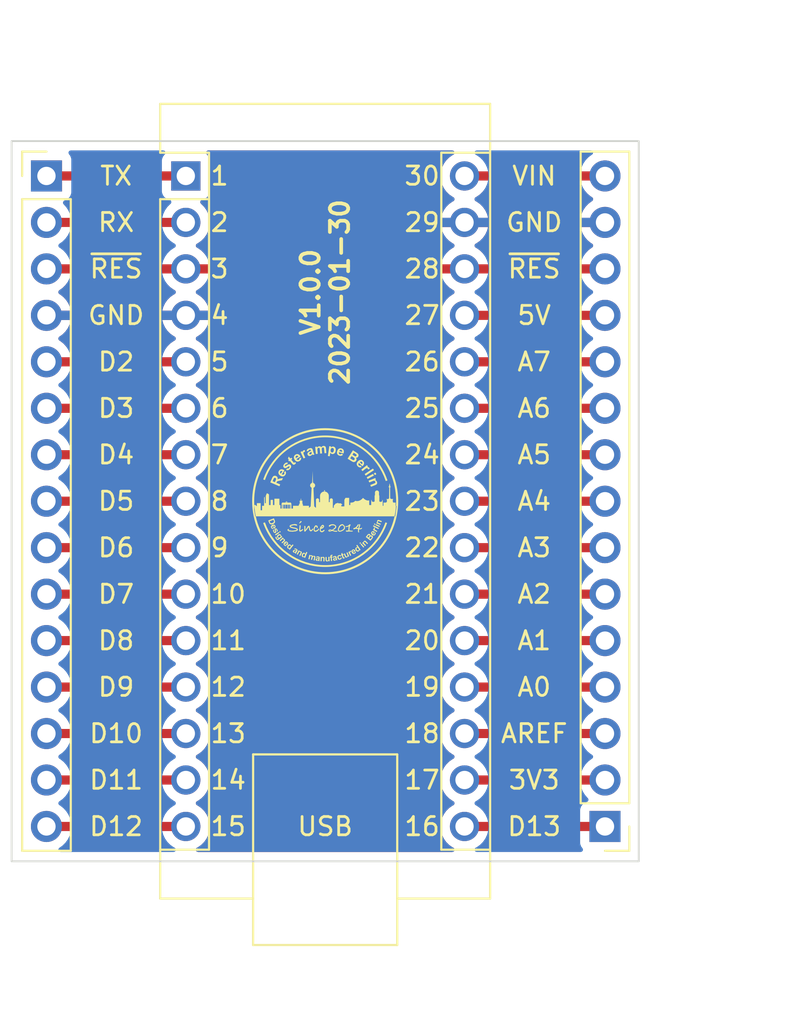
<source format=kicad_pcb>
(kicad_pcb (version 20211014) (generator pcbnew)
  (title_block (title "Arduino Nano breakout board") (date "2023-01-30") (rev "1.0.0") (company "Resterampe Berlin ") (comment 3 "https://creativecommons.org/licenses/by-nc/4.0 ") (comment 4 "License CC BY-NC 4.0 "))
  (layers (0 "F.Cu" signal) (31 "B.Cu" signal) (34 "B.Paste" user) (35 "F.Paste" user) (36 "B.SilkS" user "B.Silkscreen") (37 "F.SilkS" user "F.Silkscreen") (38 "B.Mask" user) (39 "F.Mask" user) (44 "Edge.Cuts" user))
  (net 0 "")
  (net 1 "Net-(A101-Pad1)")
  (net 2 "Net-(A101-Pad2)")
  (net 3 "/~{RESET}")
  (net 4 "GND")
  (net 5 "Net-(A101-Pad5)")
  (net 6 "Net-(A101-Pad6)")
  (net 7 "Net-(A101-Pad7)")
  (net 8 "Net-(A101-Pad8)")
  (net 9 "Net-(A101-Pad9)")
  (net 10 "Net-(A101-Pad10)")
  (net 11 "Net-(A101-Pad11)")
  (net 12 "Net-(A101-Pad12)")
  (net 13 "Net-(A101-Pad13)")
  (net 14 "Net-(A101-Pad14)")
  (net 15 "Net-(A101-Pad15)")
  (net 16 "/D13")
  (net 17 "+3V3")
  (net 18 "Net-(A101-Pad18)")
  (net 19 "Net-(A101-Pad19)")
  (net 20 "Net-(A101-Pad20)")
  (net 21 "Net-(A101-Pad21)")
  (net 22 "Net-(A101-Pad22)")
  (net 23 "Net-(A101-Pad23)")
  (net 24 "Net-(A101-Pad24)")
  (net 25 "Net-(A101-Pad25)")
  (net 26 "Net-(A101-Pad26)")
  (net 27 "+5V")
  (net 28 "VCC")
  (footprint "Connector_PinHeader_2.54mm:PinHeader_1x15_P2.54mm_Vertical" (layer "F.Cu") (at 163.89 107.95 180)
    (fp_text reference "J102" hide)
    (fp_text value "Conn_01x15" hide)
  )
  (footprint "Module:Arduino_Nano" (layer "F.Cu") (at 140.97 72.39)
    (fp_text reference "A101" hide)
    (fp_text value "Arduino_Nano_v3.x" hide)
  )
  (footprint "Connector_PinHeader_2.54mm:PinHeader_1x15_P2.54mm_Vertical" (layer "F.Cu") (at 133.35 72.39)
    (fp_text reference "J101" hide)
    (fp_text value "Conn_01x15" hide)
  )
  (gr_poly (pts (xy 150.551522 92.458768) (xy 150.503016 92.49981) (xy 150.465049 92.454953) (xy 150.513537 92.41391)) (layer "F.SilkS") (width 0) (fill solid))
  (gr_poly (pts (xy 151.255999 88.766436) (xy 150.91003 88.954478) (xy 150.860264 88.86293) (xy 151.206233 88.674906)) (layer "F.SilkS") (width 0) (fill solid))
  (gr_poly (pts (xy 145.895937 91.655701) (xy 145.899653 91.656069) (xy 145.9034 91.656642) (xy 145.907179 91.657421) (xy 145.91099 91.658405) (xy 145.914832 91.659594) (xy 145.918673 91.661019) (xy 145.922479 91.662711) (xy 145.92625 91.664671) (xy 145.929987 91.666897) (xy 145.933689 91.66939) (xy 145.937356 91.672151) (xy 145.940988 91.675179) (xy 145.944586 91.678473) (xy 145.948149 91.682035) (xy 145.951677 91.685865) (xy 145.955171 91.689961) (xy 145.958629 91.694325) (xy 145.962053 91.698956) (xy 145.965443 91.703854) (xy 145.968797 91.709019) (xy 145.972117 91.714452) (xy 145.975156 91.719695) (xy 145.977986 91.724832) (xy 145.980608 91.729863) (xy 145.983021 91.734788) (xy 145.985226 91.739608) (xy 145.987222 91.744321) (xy 145.98901 91.748928) (xy 145.990589 91.75343) (xy 145.99196 91.757825) (xy 145.993122 91.762115) (xy 145.994076 91.766298) (xy 145.994821 91.770376) (xy 145.995357 91.774348) (xy 145.995684 91.778214) (xy 145.995803 91.781974) (xy 145.995712 91.785628) (xy 145.995433 91.78921) (xy 145.994992 91.792753) (xy 145.994388 91.796258) (xy 145.993622 91.799723) (xy 145.992692 91.80315) (xy 145.991601 91.806538) (xy 145.990347 91.809886) (xy 145.988929 91.813196) (xy 145.98735 91.816467) (xy 145.985607 91.819699) (xy 145.983701 91.822891) (xy 145.981633 91.826044) (xy 145.979401 91.829158) (xy 145.977007 91.832233) (xy 145.974449 91.835268) (xy 145.971728 91.838264) (xy 145.931612 91.792388) (xy 145.932837 91.791072) (xy 145.933991 91.789736) (xy 145.935073 91.788379) (xy 145.936085 91.787002) (xy 145.937025 91.785604) (xy 145.937893 91.784187) (xy 145.938691 91.782748) (xy 145.939416 91.781289) (xy 145.940071 91.77981) (xy 145.940654 91.778311) (xy 145.941166 91.776791) (xy 145.941606 91.775251) (xy 145.941974 91.77369) (xy 145.942271 91.772109) (xy 145.942497 91.770507) (xy 145.942651 91.768886) (xy 145.942722 91.767241) (xy 145.942707 91.765564) (xy 145.942606 91.763855) (xy 145.942418 91.762114) (xy 145.942144 91.760341) (xy 145.941783 91.758536) (xy 145.941336 91.756699) (xy 145.940803 91.75483) (xy 145.940183 91.752929) (xy 145.939477 91.750997) (xy 145.938685 91.749032) (xy 145.937806 91.747036) (xy 145.936841 91.745008) (xy 145.935789 91.742948) (xy 145.934651 91.740857) (xy 145.933427 91.738733) (xy 145.931831 91.736097) (xy 145.930244 91.733585) (xy 145.928667 91.731197) (xy 145.9271 91.728933) (xy 145.925542 91.726793) (xy 145.923994 91.724776) (xy 145.922455 91.722884) (xy 145.920926 91.721115) (xy 145.919406 91.71947) (xy 145.917896 91.717949) (xy 145.916395 91.716551) (xy 145.914904 91.715277) (xy 145.913423 91.714126) (xy 145.911951 91.713099) (xy 145.910488 91.712195) (xy 145.909035 91.711415) (xy 145.908044 91.710983) (xy 145.907061 91.710612) (xy 145.906088 91.710302) (xy 145.905125 91.710053) (xy 145.90417 91.709864) (xy 145.903225 91.709736) (xy 145.90229 91.709668) (xy 145.901363 91.70966) (xy 145.900446 91.709713) (xy 145.899537 91.709826) (xy 145.898638 91.709999) (xy 145.897747 91.710233) (xy 145.896866 91.710526) (xy 145.895993 91.71088) (xy 145.895129 91.711294) (xy 145.894274 91.711767) (xy 145.893914 91.711988) (xy 145.893564 91.712218) (xy 145.893224 91.712457) (xy 145.892894 91.712704) (xy 145.892573 91.71296) (xy 145.892262 91.713224) (xy 145.891961 91.713496) (xy 145.891669 91.713778) (xy 145.891388 91.714068) (xy 145.891116 91.714366) (xy 145.890853 91.714673) (xy 145.890601 91.714989) (xy 145.890358 91.715313) (xy 145.890125 91.715646) (xy 145.889902 91.715987) (xy 145.889688 91.716337) (xy 145.889484 91.716696) (xy 145.88929 91.717063) (xy 145.889105 91.717438) (xy 145.88893 91.717823) (xy 145.88861 91.718617) (xy 145.888328 91.719445) (xy 145.888085 91.720308) (xy 145.887881 91.721205) (xy 145.887715 91.722136) (xy 145.887588 91.723101) (xy 145.887523 91.72458) (xy 145.887591 91.726362) (xy 145.887792 91.728449) (xy 145.888126 91.730839) (xy 145.888594 91.733533) (xy 145.889194 91.736531) (xy 145.889928 91.739834) (xy 145.890795 91.74344) (xy 145.892927 91.751565) (xy 145.895592 91.760906) (xy 145.898788 91.771464) (xy 145.902516 91.783239) (xy 145.906202 91.795253) (xy 145.90926 91.806526) (xy 145.911689 91.81706) (xy 145.912668 91.822049) (xy 145.91349 91.826853) (xy 145.914154 91.831472) (xy 145.914662 91.835906) (xy 145.915012 91.840154) (xy 145.915205 91.844218) (xy 145.915241 91.848096) (xy 145.91512 91.851789) (xy 145.914842 91.855296) (xy 145.914406 91.858619) (xy 145.91377 91.861798) (xy 145.912964 91.864896) (xy 145.911988 91.867915) (xy 145.910844 91.870853) (xy 145.909531 91.873711) (xy 145.908048 91.876488) (xy 145.906397 91.879185) (xy 145.904576 91.881802) (xy 145.902587 91.884339) (xy 145.900429 91.886795) (xy 145.898103 91.889171) (xy 145.895607 91.891467) (xy 145.892943 91.893682) (xy 145.89011 91.895817) (xy 145.887109 91.897872) (xy 145.883939 91.899846) (xy 145.880367 91.901843) (xy 145.876746 91.903617) (xy 145.873077 91.905168) (xy 145.869361 91.906497) (xy 145.865598 91.907603) (xy 145.861787 91.908487) (xy 145.857928 91.909148) (xy 145.854021 91.909588) (xy 145.850067 91.909805) (xy 145.846066 91.9098) (xy 145.842017 91.909572) (xy 145.837921 91.909123) (xy 145.833777 91.908451) (xy 145.829586 91.907558) (xy 145.825347 91.906443) (xy 145.821061 91.905106) (xy 145.816775 91.903521) (xy 145.812544 91.901664) (xy 145.808366 91.899535) (xy 145.804243 91.897132) (xy 145.800174 91.894458) (xy 145.796159 91.89151) (xy 145.792198 91.88829) (xy 145.788291 91.884798) (xy 145.784438 91.881032) (xy 145.780639 91.876995) (xy 145.776895 91.872684) (xy 145.773204 91.868101) (xy 145.769567 91.863245) (xy 145.765984 91.858117) (xy 145.762455 91.852716) (xy 145.75898 91.847043) (xy 145.755958 91.841797) (xy 145.753152 91.83661) (xy 145.75056 91.831481) (xy 145.748183 91.826411) (xy 145.746022 91.8214) (xy 145.744075 91.816446) (xy 145.742344 91.811551) (xy 145.740827 91.806714) (xy 145.739525 91.801935) (xy 145.738439 91.797214) (xy 145.737568 91.792552) (xy 145.736912 91.787947) (xy 145.736471 91.7834) (xy 145.736245 91.778912) (xy 145.736235 91.774481) (xy 145.73644 91.770108) (xy 145.73684 91.765801) (xy 145.737414 91.761572) (xy 145.738163 91.757418) (xy 145.739086 91.753341) (xy 145.740184 91.74934) (xy 145.741457 91.745415) (xy 145.742904 91.741566) (xy 145.744526 91.737793) (xy 145.746323 91.734097) (xy 145.748294 91.730476) (xy 145.750441 91.72693) (xy 145.752762 91.723461) (xy 145.755258 91.720068) (xy 145.757928 91.71675) (xy 145.760774 91.713507) (xy 145.763795 91.710341) (xy 145.804708 91.760199) (xy 145.803022 91.761831) (xy 145.801429 91.763483) (xy 145.799929 91.765156) (xy 145.798523 91.766849) (xy 145.79721 91.768563) (xy 145.795991 91.770298) (xy 145.794864 91.772052) (xy 145.793831 91.773828) (xy 145.792892 91.775624) (xy 145.792046 91.777441) (xy 145.791293 91.779278) (xy 145.790633 91.781136) (xy 145.790067 91.783015) (xy 145.789594 91.784915) (xy 145.789214 91.786835) (xy 145.788928 91.788777) (xy 145.788741 91.790739) (xy 145.788658 91.79273) (xy 145.78868 91.79475) (xy 145.788806 91.796798) (xy 145.789036 91.798875) (xy 145.789371 91.800981) (xy 145.789811 91.803116) (xy 145.790354 91.805279) (xy 145.791002 91.80747) (xy 145.791753 91.809691) (xy 145.792609 91.81194) (xy 145.793569 91.814217) (xy 145.794633 91.816524) (xy 145.7958 91.818858) (xy 145.797072 91.821222) (xy 145.798447 91.823614) (xy 145.800026 91.826205) (xy 145.801617 91.828677) (xy 145.803219 91.83103) (xy 145.804834 91.833265) (xy 145.80646 91.835382) (xy 145.808099 91.837381) (xy 145.809749 91.839261) (xy 145.811412 91.841024) (xy 145.813087 91.842668) (xy 145.814774 91.844194) (xy 145.816473 91.845603) (xy 145.818184 91.846893) (xy 145.819908 91.848066) (xy 145.821645 91.84912) (xy 145.823393 91.850057) (xy 145.825155 91.850877) (xy 145.826364 91.851337) (xy 145.82757 91.851722) (xy 145.828771 91.852035) (xy 145.829968 91.852273) (xy 145.83116 91.852438) (xy 145.832348 91.85253) (xy 145.833532 91.852548) (xy 145.834711 91.852493) (xy 145.835886 91.852364) (xy 145.837057 91.852162) (xy 145.838223 91.851887) (xy 145.839386 91.851539) (xy 145.840543 91.851117) (xy 145.841697 91.850622) (xy 145.842846 91.850055) (xy 145.84399 91.849414) (xy 145.844751 91.848942) (xy 145.845477 91.848449) (xy 145.846168 91.847936) (xy 145.846824 91.847403) (xy 145.847446 91.846849) (xy 145.848032 91.846275) (xy 145.848585 91.845681) (xy 145.849102 91.845066) (xy 145.849585 91.844431) (xy 145.850033 91.843775) (xy 145.850446 91.843099) (xy 145.850824 91.842402) (xy 145.851168 91.841685) (xy 145.851477 91.840948) (xy 145.851752 91.84019) (xy 145.851992 91.839412) (xy 145.85215 91.838575) (xy 145.852256 91.837662) (xy 145.852311 91.836672) (xy 145.852315 91.835606) (xy 145.852266 91.834464) (xy 145.852167 91.833245) (xy 145.852016 91.83195) (xy 145.851813 91.830578) (xy 145.851559 91.82913) (xy 145.851254 91.827606) (xy 145.850897 91.826005) (xy 145.850488 91.824327) (xy 145.850029 91.822574) (xy 145.849518 91.820744) (xy 145.848956 91.818837) (xy 145.848342 91.816854) (xy 145.842585 91.798945) (xy 145.837647 91.782596) (xy 145.833528 91.767808) (xy 145.830229 91.75458) (xy 145.82775 91.742912) (xy 145.82609 91.732805) (xy 145.825249 91.724256) (xy 145.825136 91.720567) (xy 145.825228 91.717267) (xy 145.825607 91.71303) (xy 145.826201 91.708924) (xy 145.82701 91.704948) (xy 145.828035 91.701103) (xy 145.829275 91.697389) (xy 145.83073 91.693806) (xy 145.832401 91.690353) (xy 145.834288 91.687032) (xy 145.83639 91.683842) (xy 145.838707 91.680783) (xy 145.84124 91.677856) (xy 145.843989 91.675059) (xy 145.846953 91.672394) (xy 145.850133 91.66986) (xy 145.853529 91.667458) (xy 145.85714 91.665187) (xy 145.86051 91.663299) (xy 145.863912 91.661617) (xy 145.867344 91.660139) (xy 145.870808 91.658867) (xy 145.874304 91.657799) (xy 145.877831 91.656937) (xy 145.881389 91.656279) (xy 145.884979 91.655827) (xy 145.8886 91.65558) (xy 145.892253 91.655538)) (layer "F.SilkS") (width 0) (fill solid))
  (gr_poly (pts (xy 146.313511 92.194994) (xy 146.28749 92.218793) (xy 146.293819 92.218416) (xy 146.299999 92.218347) (xy 146.306031 92.218586) (xy 146.311913 92.219133) (xy 146.317647 92.219989) (xy 146.323232 92.221153) (xy 146.328669 92.222625) (xy 146.333956 92.224405) (xy 146.339095 92.226493) (xy 146.344086 92.22889) (xy 146.348927 92.231595) (xy 146.353621 92.234608) (xy 146.358165 92.237929) (xy 146.362561 92.241558) (xy 146.366809 92.245496) (xy 146.370908 92.249742) (xy 146.372651 92.251692) (xy 146.374331 92.253661) (xy 146.375948 92.255649) (xy 146.377503 92.257656) (xy 146.378994 92.259682) (xy 146.380423 92.261727) (xy 146.381789 92.26379) (xy 146.383092 92.265873) (xy 146.384333 92.267975) (xy 146.385511 92.270096) (xy 146.386626 92.272236) (xy 146.387678 92.274396) (xy 146.388668 92.276575) (xy 146.389595 92.278773) (xy 146.39046 92.28099) (xy 146.391262 92.283227) (xy 146.391995 92.285457) (xy 146.39266 92.28766) (xy 146.393256 92.289836) (xy 146.393783 92.291986) (xy 146.394242 92.294108) (xy 146.394633 92.296204) (xy 146.394954 92.298273) (xy 146.395207 92.300315) (xy 146.395392 92.302331) (xy 146.395508 92.30432) (xy 146.395555 92.306282) (xy 146.395534 92.308217) (xy 146.395444 92.310126) (xy 146.395286 92.312009) (xy 146.395059 92.313865) (xy 146.394763 92.315694) (xy 146.394409 92.317503) (xy 146.394008 92.319298) (xy 146.39356 92.321078) (xy 146.393065 92.322844) (xy 146.392523 92.324595) (xy 146.391934 92.326332) (xy 146.391297 92.328054) (xy 146.390614 92.329761) (xy 146.389884 92.331453) (xy 146.389107 92.333131) (xy 146.388283 92.334794) (xy 146.387413 92.336442) (xy 146.386496 92.338075) (xy 146.385532 92.339692) (xy 146.384522 92.341295) (xy 146.383465 92.342883) (xy 146.382338 92.344487) (xy 146.381118 92.346139) (xy 146.379805 92.34784) (xy 146.378399 92.349588) (xy 146.376899 92.351384) (xy 146.375307 92.353228) (xy 146.371843 92.357061) (xy 146.368007 92.361084) (xy 146.363801 92.365297) (xy 146.359224 92.369701) (xy 146.354276 92.374294) (xy 146.244151 92.474973) (xy 146.201294 92.428078) (xy 146.291731 92.345402) (xy 146.298546 92.339088) (xy 146.304642 92.333258) (xy 146.310019 92.327913) (xy 146.314676 92.323054) (xy 146.318614 92.31868) (xy 146.320313 92.316675) (xy 146.321831 92.314791) (xy 146.32317 92.313029) (xy 146.324329 92.311388) (xy 146.325308 92.309869) (xy 146.326106 92.308471) (xy 146.32679 92.307129) (xy 146.327417 92.305786) (xy 146.327988 92.30444) (xy 146.328502 92.303091) (xy 146.328961 92.301741) (xy 146.329363 92.300388) (xy 146.329708 92.299033) (xy 146.329998 92.297676) (xy 146.330231 92.296316) (xy 146.330408 92.294954) (xy 146.330529 92.293589) (xy 146.330593 92.292222) (xy 146.330602 92.290852) (xy 146.330555 92.28948) (xy 146.330451 92.288105) (xy 146.330291 92.286728) (xy 146.330073 92.285355) (xy 146.329798 92.283994) (xy 146.329468 92.282645) (xy 146.329082 92.281307) (xy 146.328641 92.279981) (xy 146.328144 92.278668) (xy 146.32759 92.277366) (xy 146.326981 92.276076) (xy 146.326316 92.274798) (xy 146.325594 92.273532) (xy 146.324817 92.272278) (xy 146.323983 92.271036) (xy 146.323094 92.269805) (xy 146.322148 92.268587) (xy 146.321145 92.267382) (xy 146.320087 92.266188) (xy 146.318677 92.264697) (xy 146.317234 92.263274) (xy 146.315756 92.261919) (xy 146.314245 92.260631) (xy 146.3127 92.259411) (xy 146.31112 92.258258) (xy 146.309506 92.257173) (xy 146.307858 92.256154) (xy 146.306176 92.255204) (xy 146.304459 92.25432) (xy 146.302708 92.253504) (xy 146.300923 92.252754) (xy 146.299103 92.252072) (xy 146.297248 92.251457) (xy 146.295359 92.250909) (xy 146.293435 92.250427) (xy 146.291499 92.250019) (xy 146.289573 92.249689) (xy 146.287656 92.249438) (xy 146.28575 92.249266) (xy 146.283853 92.249173) (xy 146.281966 92.249159) (xy 146.280088 92.249223) (xy 146.27822 92.249366) (xy 146.276362 92.249588) (xy 146.274513 92.249888) (xy 146.272674 92.250267) (xy 146.270844 92.250724) (xy 146.269023 92.251259) (xy 146.267212 92.251873) (xy 146.26541 92.252565) (xy 146.263617 92.253335) (xy 146.261768 92.254225) (xy 146.259799 92.255277) (xy 146.25771 92.25649) (xy 146.255501 92.257866) (xy 146.253172 92.259403) (xy 146.250722 92.261102) (xy 146.248152 92.262962) (xy 146.245462 92.264984) (xy 146.242651 92.267167) (xy 146.239721 92.269512) (xy 146.233499 92.274686) (xy 146.226795 92.280505) (xy 146.219611 92.286969) (xy 146.139361 92.360329) (xy 146.096485 92.313453) (xy 146.273711 92.151451)) (layer "F.SilkS") (width 0) (fill solid))
  (gr_poly (pts (xy 148.776448 86.181198) (xy 148.979305 86.195651) (xy 149.179261 86.220091) (xy 149.376064 86.254268) (xy 149.569462 86.297933) (xy 149.759203 86.350837) (xy 149.945035 86.412729) (xy 150.126705 86.483359) (xy 150.303962 86.562479) (xy 150.476554 86.649839) (xy 150.644228 86.745188) (xy 150.806732 86.848277) (xy 150.963815 86.958857) (xy 151.115224 87.076678) (xy 151.260707 87.201489) (xy 151.400013 87.333042) (xy 151.532888 87.471086) (xy 151.659082 87.615373) (xy 151.778341 87.765651) (xy 151.890414 87.921672) (xy 151.995049 88.083186) (xy 152.091994 88.249944) (xy 152.180996 88.421694) (xy 152.261804 88.598189) (xy 152.334165 88.779178) (xy 152.397828 88.964411) (xy 152.45254 89.153639) (xy 152.49805 89.346612) (xy 152.534104 89.54308) (xy 152.560452 89.742794) (xy 152.57684 89.945504) (xy 152.583018 90.150961) (xy 152.578802 90.356465) (xy 152.56435 90.559321) (xy 152.53991 90.759276) (xy 152.505732 90.956078) (xy 152.462067 91.149475) (xy 152.409164 91.339215) (xy 152.347272 91.525046) (xy 152.276641 91.706716) (xy 152.197521 91.883973) (xy 152.110161 92.056564) (xy 152.014812 92.224238) (xy 151.911723 92.386742) (xy 151.801143 92.543825) (xy 151.683323 92.695234) (xy 151.558511 92.840717) (xy 151.426958 92.980022) (xy 151.288914 93.112898) (xy 151.144628 93.239091) (xy 150.994349 93.358351) (xy 150.838328 93.470424) (xy 150.676814 93.575059) (xy 150.510056 93.672003) (xy 150.338306 93.761005) (xy 150.161811 93.841812) (xy 149.980822 93.914173) (xy 149.795589 93.977835) (xy 149.606361 94.032546) (xy 149.413388 94.078055) (xy 149.21692 94.114108) (xy 149.017206 94.140454) (xy 148.814496 94.156841) (xy 148.60904 94.163017) (xy 148.403535 94.158802) (xy 148.20068 94.144349) (xy 148.000725 94.11991) (xy 147.803923 94.085732) (xy 147.610525 94.042067) (xy 147.420785 93.989164) (xy 147.234954 93.927272) (xy 147.053284 93.856641) (xy 146.876028 93.777521) (xy 146.703436 93.690162) (xy 146.535762 93.594813) (xy 146.373258 93.491724) (xy 146.216175 93.381145) (xy 146.064766 93.263325) (xy 145.919283 93.138513) (xy 145.779978 93.006961) (xy 145.647102 92.868917) (xy 145.520909 92.724631) (xy 145.401649 92.574353) (xy 145.289576 92.418333) (xy 145.184941 92.256819) (xy 145.087997 92.090063) (xy 144.998995 91.918313) (xy 144.918188 91.741819) (xy 144.845827 91.560832) (xy 144.782165 91.3756) (xy 144.727454 91.186373) (xy 144.681945 90.993401) (xy 144.645892 90.796934) (xy 144.622724 90.621315) (xy 144.705811 90.621315) (xy 144.736472 90.809846) (xy 144.757927 90.938577) (xy 144.768467 90.997029) (xy 144.796963 90.997029) (xy 144.834947 91.158096) (xy 144.888136 91.342056) (xy 144.950027 91.522133) (xy 145.020375 91.698083) (xy 145.098934 91.869664) (xy 145.185459 92.036634) (xy 145.279706 92.198749) (xy 145.38143 92.355767) (xy 145.490385 92.507445) (xy 145.606326 92.65354) (xy 145.729008 92.79381) (xy 145.858186 92.928011) (xy 145.993616 93.055902) (xy 146.135051 93.177239) (xy 146.282247 93.29178) (xy 146.434959 93.399282) (xy 146.592941 93.499501) (xy 146.755949 93.592197) (xy 146.923738 93.677124) (xy 147.096062 93.754042) (xy 147.272676 93.822707) (xy 147.453336 93.882877) (xy 147.637796 93.934308) (xy 147.825811 93.976758) (xy 148.017136 94.009984) (xy 148.211526 94.033744) (xy 148.408736 94.047794) (xy 148.60852 94.051893) (xy 148.808259 94.045889) (xy 149.005327 94.029958) (xy 149.199482 94.004345) (xy 149.390483 93.969296) (xy 149.578085 93.925054) (xy 149.762046 93.871865) (xy 149.942124 93.809975) (xy 150.118075 93.739628) (xy 150.289657 93.66107) (xy 150.456627 93.574545) (xy 150.618743 93.480298) (xy 150.775762 93.378575) (xy 150.927441 93.269621) (xy 151.073536 93.15368) (xy 151.213807 93.030998) (xy 151.348009 92.901821) (xy 151.4759 92.766392) (xy 151.597238 92.624957) (xy 151.711779 92.477761) (xy 151.819281 92.325049) (xy 151.919501 92.167067) (xy 152.012196 92.004059) (xy 152.097124 91.83627) (xy 152.174042 91.663946) (xy 152.242707 91.487331) (xy 152.302876 91.306671) (xy 152.354307 91.12221) (xy 152.382571 90.997029) (xy 152.421312 90.997029) (xy 152.496543 90.432793) (xy 152.462114 90.430989) (xy 152.453743 90.548477) (xy 152.429984 90.742868) (xy 152.396757 90.934194) (xy 152.382571 90.997029) (xy 144.796963 90.997029) (xy 144.790705 90.970496) (xy 144.755655 90.779497) (xy 144.730042 90.585343) (xy 144.715221 90.402005) (xy 144.712979 90.404696) (xy 144.705811 90.621315) (xy 144.622724 90.621315) (xy 144.619546 90.597222) (xy 144.603159 90.394513) (xy 144.596983 90.189058) (xy 144.596993 90.18854) (xy 144.708108 90.18854) (xy 144.714111 90.388276) (xy 144.715221 90.402005) (xy 144.748779 90.361728) (xy 144.855904 90.442293) (xy 144.855904 90.27605) (xy 145.062689 90.27605) (xy 145.062689 90.663784) (xy 145.140236 90.663784) (xy 145.140236 90.420791) (xy 145.248805 90.420791) (xy 145.248805 89.97505) (xy 145.248911 89.974418) (xy 145.249221 89.973542) (xy 145.250396 89.971123) (xy 145.252223 89.967933) (xy 145.254592 89.964111) (xy 145.260525 89.955127) (xy 145.267325 89.945282) (xy 145.280058 89.927461) (xy 145.285846 89.919543) (xy 145.291217 90.27605) (xy 145.341853 90.27605) (xy 145.341853 89.88052) (xy 145.341972 89.879309) (xy 145.342304 89.877787) (xy 145.343563 89.873861) (xy 145.345528 89.868834) (xy 145.348099 89.8628) (xy 145.362437 89.830465) (xy 145.366533 89.820799) (xy 145.370632 89.810687) (xy 145.374634 89.800223) (xy 145.378439 89.7895) (xy 145.381945 89.778612) (xy 145.385054 89.767652) (xy 145.387664 89.756714) (xy 145.389674 89.745891) (xy 145.395397 89.744327) (xy 145.401143 89.743303) (xy 145.406899 89.742787) (xy 145.412651 89.742748) (xy 145.418386 89.743153) (xy 145.424089 89.74397) (xy 145.429749 89.745166) (xy 145.435351 89.74671) (xy 145.440882 89.748569) (xy 145.446328 89.750712) (xy 145.456915 89.755717) (xy 145.467002 89.761468) (xy 145.476484 89.767707) (xy 145.485252 89.774177) (xy 145.493199 89.78062) (xy 145.500218 89.786778) (xy 145.506202 89.792395) (xy 145.514633 89.800971) (xy 145.517635 89.804288) (xy 145.517635 90.379434) (xy 145.605516 90.379434) (xy 145.605516 90.097677) (xy 145.734773 90.097677) (xy 145.734773 90.379434) (xy 145.812319 90.379434) (xy 145.812319 90.033057) (xy 146.086316 90.033057) (xy 146.086316 90.379434) (xy 146.143176 90.379434) (xy 146.143176 90.570717) (xy 146.213184 90.570717) (xy 146.27047 90.570717) (xy 146.308067 90.570717) (xy 146.333126 90.570717) (xy 146.397782 90.570717) (xy 146.42284 90.570717) (xy 146.514148 90.570717) (xy 146.539206 90.570717) (xy 146.603659 90.570717) (xy 146.628718 90.570717) (xy 146.684836 90.570717) (xy 146.684836 90.361728) (xy 146.628718 90.361728) (xy 146.628718 90.570717) (xy 146.603659 90.570717) (xy 146.603659 90.361728) (xy 146.539206 90.361728) (xy 146.539206 90.570717) (xy 146.514148 90.570717) (xy 146.514148 90.361728) (xy 146.42284 90.361728) (xy 146.42284 90.570717) (xy 146.397782 90.570717) (xy 146.397782 90.361728) (xy 146.333126 90.361728) (xy 146.333126 90.570717) (xy 146.308067 90.570717) (xy 146.308067 90.361728) (xy 146.27047 90.361728) (xy 146.27047 90.570717) (xy 146.213184 90.570717) (xy 146.213184 90.361728) (xy 146.214981 90.361728) (xy 146.20698 90.318778) (xy 146.189904 90.316982) (xy 146.1917 90.299072) (xy 146.227501 90.299072) (xy 146.227501 90.245028) (xy 146.42284 90.245028) (xy 146.42284 90.195244) (xy 146.436953 90.195244) (xy 146.436953 90.245028) (xy 146.461197 90.245028) (xy 146.461384 90.244471) (xy 146.461569 90.243505) (xy 146.461928 90.240597) (xy 146.462264 90.236793) (xy 146.462563 90.232582) (xy 146.463179 90.22147) (xy 146.450973 90.219173) (xy 146.450325 90.195244) (xy 146.452139 90.195499) (xy 146.454011 90.195723) (xy 146.456178 90.195925) (xy 146.457289 90.195998) (xy 146.458376 90.196042) (xy 146.459404 90.196048) (xy 146.460342 90.19601) (xy 146.461157 90.195918) (xy 146.461507 90.19585) (xy 146.461815 90.195765) (xy 146.462075 90.195663) (xy 146.462284 90.195543) (xy 146.462437 90.195404) (xy 146.462531 90.195244) (xy 146.462659 90.194794) (xy 146.462801 90.19414) (xy 146.463111 90.192343) (xy 146.463437 90.190108) (xy 146.463755 90.187688) (xy 146.464278 90.18331) (xy 146.464494 90.181242) (xy 146.464572 90.181061) (xy 146.464791 90.180664) (xy 146.465576 90.179348) (xy 146.467957 90.175506) (xy 146.47142 90.170019) (xy 146.476249 90.16957) (xy 146.478047 90.169429) (xy 146.47964 90.169331) (xy 146.480807 90.169303) (xy 146.481163 90.169323) (xy 146.481271 90.169343) (xy 146.481329 90.169371) (xy 146.481399 90.169541) (xy 146.481483 90.169915) (xy 146.481686 90.171155) (xy 146.482195 90.1748) (xy 146.482479 90.176739) (xy 146.482767 90.178447) (xy 146.482909 90.179142) (xy 146.483048 90.179693) (xy 146.483182 90.180069) (xy 146.483247 90.180183) (xy 146.483311 90.180243) (xy 146.483382 90.180306) (xy 146.483473 90.180431) (xy 146.483709 90.180848) (xy 146.484357 90.182238) (xy 146.48516 90.184145) (xy 146.486026 90.186303) (xy 146.488256 90.192114) (xy 146.501776 90.195244) (xy 146.50211 90.217858) (xy 146.500299 90.217834) (xy 146.498436 90.217844) (xy 146.496292 90.217904) (xy 146.495197 90.217961) (xy 146.494132 90.218041) (xy 146.493131 90.218146) (xy 146.492226 90.21828) (xy 146.49145 90.218446) (xy 146.490838 90.218649) (xy 146.490604 90.218764) (xy 146.490423 90.21889) (xy 146.4903 90.219026) (xy 146.490238 90.219173) (xy 146.490099 90.220757) (xy 146.489941 90.223908) (xy 146.489612 90.232719) (xy 146.489237 90.245028) (xy 146.515704 90.245028) (xy 146.515704 90.195244) (xy 146.529835 90.195244) (xy 146.529835 90.245028) (xy 146.7216 90.245028) (xy 146.7216 90.299072) (xy 146.757419 90.299072) (xy 146.759197 90.316982) (xy 146.74212 90.318778) (xy 146.734138 90.361728) (xy 146.74212 90.361728) (xy 146.74212 90.570717) (xy 146.830762 90.570717) (xy 146.830762 90.420791) (xy 147.134855 90.420791) (xy 147.134913 90.420323) (xy 147.134956 90.419594) (xy 147.135003 90.417509) (xy 147.134987 90.411968) (xy 147.134855 90.404437) (xy 147.146264 90.404085) (xy 147.148042 90.366284) (xy 147.171582 90.364858) (xy 147.172555 90.352159) (xy 147.173364 90.34316) (xy 147.17373 90.340002) (xy 147.173889 90.339009) (xy 147.174027 90.338503) (xy 147.17404 90.338499) (xy 147.174052 90.338496) (xy 147.174062 90.338492) (xy 147.174072 90.338489) (xy 147.17408 90.338485) (xy 147.174086 90.338482) (xy 147.174092 90.338478) (xy 147.174094 90.338477) (xy 147.174096 90.338475) (xy 147.174098 90.338473) (xy 147.174099 90.338471) (xy 147.1741 90.33847) (xy 147.1741 90.338468) (xy 147.174101 90.338466) (xy 147.174101 90.338465) (xy 147.1741 90.338463) (xy 147.174099 90.338461) (xy 147.174098 90.338459) (xy 147.174097 90.338458) (xy 147.174095 90.338456) (xy 147.174093 90.338454) (xy 147.174089 90.338451) (xy 147.174082 90.338448) (xy 147.174079 90.338448) (xy 147.174075 90.338448) (xy 147.174072 90.338448) (xy 147.174069 90.338448) (xy 147.174067 90.338449) (xy 147.174065 90.338449) (xy 147.174063 90.33845) (xy 147.174062 90.33845) (xy 147.17406 90.338451) (xy 147.174058 90.338452) (xy 147.174056 90.338453) (xy 147.174055 90.338454) (xy 147.174053 90.338456) (xy 147.174051 90.338457) (xy 147.174049 90.338459) (xy 147.174048 90.338461) (xy 147.174046 90.338463) (xy 147.174044 90.338465) (xy 147.174042 90.338468) (xy 147.174041 90.338471) (xy 147.174039 90.338474) (xy 147.174037 90.338477) (xy 147.174035 90.338481) (xy 147.174034 90.338484) (xy 147.174032 90.338489) (xy 147.17403 90.338493) (xy 147.174028 90.338498) (xy 147.174027 90.338503) (xy 147.173205 90.338528) (xy 147.171694 90.338502) (xy 147.167593 90.338355) (xy 147.161951 90.338095) (xy 147.161106 90.324362) (xy 147.160599 90.314921) (xy 147.160485 90.311809) (xy 147.160483 90.310938) (xy 147.160525 90.310629) (xy 147.19727 90.312777) (xy 147.198606 90.24788) (xy 147.199372 90.203264) (xy 147.1994 90.182983) (xy 147.188343 90.182983) (xy 147.187322 90.162814) (xy 147.186695 90.148948) (xy 147.186541 90.144379) (xy 147.186565 90.142646) (xy 147.213309 90.141219) (xy 147.213679 90.154054) (xy 147.236849 90.154777) (xy 147.238243 90.141874) (xy 147.239225 90.133141) (xy 147.239565 90.13036) (xy 147.23972 90.129459) (xy 147.239761 90.129513) (xy 147.239863 90.129558) (xy 147.240237 90.129623) (xy 147.240807 90.129658) (xy 147.241542 90.129666) (xy 147.24337 90.129618) (xy 147.245459 90.129509) (xy 147.249359 90.129234) (xy 147.251129 90.129087) (xy 147.250726 90.083038) (xy 147.250676 90.051304) (xy 147.25082 90.040794) (xy 147.250952 90.03782) (xy 147.251129 90.036724) (xy 147.252601 90.036618) (xy 147.255816 90.036568) (xy 147.26508 90.036585) (xy 147.278225 90.036724) (xy 147.277521 90.129087) (xy 147.290708 90.128384) (xy 147.291431 90.154777) (xy 147.318175 90.154777) (xy 147.318896 90.128384) (xy 147.344214 90.128032) (xy 147.344214 90.311351) (xy 147.357718 90.311395) (xy 147.366829 90.3115) (xy 147.369824 90.311587) (xy 147.370662 90.311641) (xy 147.370958 90.311703) (xy 147.370958 90.339521) (xy 147.363652 90.339926) (xy 147.358629 90.340279) (xy 147.356973 90.340448) (xy 147.35651 90.340525) (xy 147.356387 90.340562) (xy 147.356345 90.340596) (xy 147.358124 90.363413) (xy 147.380941 90.365562) (xy 147.382016 90.401937) (xy 147.37457 90.403011) (xy 147.36953 90.40375) (xy 147.367403 90.404085) (xy 147.367439 90.404126) (xy 147.367481 90.404246) (xy 147.36758 90.404698) (xy 147.367829 90.406314) (xy 147.368424 90.411216) (xy 147.369181 90.418346) (xy 147.383442 90.420791) (xy 147.704463 90.420791) (xy 147.704463 90.52936) (xy 147.710816 90.52936) (xy 147.797197 90.452109) (xy 147.84874 89.431686) (xy 147.844245 89.429625) (xy 147.839838 89.42741) (xy 147.835524 89.425042) (xy 147.831306 89.422526) (xy 147.827188 89.419865) (xy 147.823172 89.417062) (xy 147.819263 89.414121) (xy 147.815464 89.411046) (xy 147.811779 89.40784) (xy 147.808211 89.404507) (xy 147.804764 89.40105) (xy 147.80144 89.397472) (xy 147.798245 89.393778) (xy 147.795181 89.38997) (xy 147.792251 89.386053) (xy 147.78946 89.382029) (xy 147.786811 89.377903) (xy 147.784307 89.373677) (xy 147.781952 89.369356) (xy 147.779749 89.364943) (xy 147.777703 89.360441) (xy 147.775815 89.355854) (xy 147.774091 89.351185) (xy 147.772533 89.346438) (xy 147.771146 89.341617) (xy 147.769932 89.336725) (xy 147.768895 89.331765) (xy 147.768038 89.326742) (xy 147.767366 89.321657) (xy 147.766882 89.316517) (xy 147.766588 89.311322) (xy 147.76649 89.306078) (xy 147.766634 89.299739) (xy 147.767062 89.293473) (xy 147.767768 89.287288) (xy 147.768745 89.28119) (xy 147.769987 89.275184) (xy 147.771488 89.269277) (xy 147.773242 89.263476) (xy 147.775243 89.257785) (xy 147.777483 89.252213) (xy 147.779958 89.246764) (xy 147.78266 89.241446) (xy 147.785584 89.236264) (xy 147.788723 89.231225) (xy 147.792071 89.226335) (xy 147.795622 89.2216) (xy 147.799369 89.217027) (xy 147.803306 89.212621) (xy 147.807428 89.20839) (xy 147.811727 89.204338) (xy 147.816198 89.200473) (xy 147.820833 89.196801) (xy 147.825628 89.193327) (xy 147.830576 89.190059) (xy 147.83567 89.187003) (xy 147.840905 89.184164) (xy 147.846273 89.181549) (xy 147.851769 89.179164) (xy 147.857387 89.177016) (xy 147.86312 89.17511) (xy 147.868962 89.173454) (xy 147.874907 89.172053) (xy 147.880949 89.170913) (xy 147.881006 89.168849) (xy 147.881019 89.166692) (xy 147.880957 89.162553) (xy 147.8808 89.158152) (xy 147.876473 89.15881) (xy 147.867018 89.160127) (xy 147.862022 89.160723) (xy 147.857727 89.161113) (xy 147.85605 89.161192) (xy 147.854796 89.161174) (xy 147.854048 89.161042) (xy 147.85389 89.160929) (xy 147.85389 89.160782) (xy 147.854059 89.160288) (xy 147.854245 89.159491) (xy 147.854654 89.157171) (xy 147.855084 89.154191) (xy 147.855505 89.150924) (xy 147.856482 89.142372) (xy 147.8808 89.144113) (xy 147.904247 88.510497) (xy 147.922472 89.145872) (xy 147.937233 89.145546) (xy 147.9425 89.14549) (xy 147.947137 89.145505) (xy 147.950512 89.145622) (xy 147.951529 89.145729) (xy 147.951994 89.145872) (xy 147.952076 89.145987) (xy 147.952157 89.146164) (xy 147.952319 89.146688) (xy 147.952478 89.147411) (xy 147.952634 89.148297) (xy 147.952928 89.150421) (xy 147.953191 89.152783) (xy 147.953586 89.157105) (xy 147.953735 89.159041) (xy 147.923343 89.159911) (xy 147.923917 89.170579) (xy 147.930055 89.171639) (xy 147.936098 89.172969) (xy 147.942037 89.174562) (xy 147.947867 89.176411) (xy 147.95358 89.17851) (xy 147.959172 89.180853) (xy 147.964635 89.183432) (xy 147.969962 89.186242) (xy 147.975148 89.189276) (xy 147.980186 89.192528) (xy 147.985069 89.195991) (xy 147.989792 89.199659) (xy 147.994346 89.203525) (xy 147.998727 89.207583) (xy 148.002927 89.211827) (xy 148.006941 89.216249) (xy 148.010761 89.220844) (xy 148.014382 89.225605) (xy 148.017796 89.230526) (xy 148.020998 89.235599) (xy 148.023981 89.240819) (xy 148.026738 89.24618) (xy 148.029263 89.251674) (xy 148.03155 89.257296) (xy 148.033592 89.263038) (xy 148.035383 89.268895) (xy 148.036915 89.27486) (xy 148.038184 89.280926) (xy 148.039182 89.287088) (xy 148.039903 89.293338) (xy 148.04034 89.29967) (xy 148.040487 89.306078) (xy 148.040375 89.311682) (xy 148.04004 89.317228) (xy 148.038721 89.328133) (xy 148.036565 89.338758) (xy 148.033607 89.349069) (xy 148.02988 89.35903) (xy 148.025419 89.368608) (xy 148.020258 89.377767) (xy 148.014433 89.386474) (xy 148.007977 89.394694) (xy 148.000924 89.402391) (xy 147.99331 89.409533) (xy 147.985168 89.416083) (xy 147.976532 89.422009) (xy 147.967439 89.427274) (xy 147.95792 89.431844) (xy 147.948012 89.435686) (xy 147.99187 90.452517) (xy 148.079528 90.52936) (xy 148.087029 90.52936) (xy 148.087029 90.097546) (xy 148.087147 90.093163) (xy 148.087482 90.088838) (xy 148.088031 90.084575) (xy 148.088786 90.080381) (xy 148.089743 90.07626) (xy 148.090897 90.072219) (xy 148.092241 90.068262) (xy 148.093772 90.064394) (xy 148.095483 90.060622) (xy 148.097368 90.05695) (xy 148.099424 90.053384) (xy 148.101644 90.049929) (xy 148.104023 90.04659) (xy 148.106556 90.043373) (xy 148.109237 90.040283) (xy 148.112061 90.037326) (xy 148.115022 90.034507) (xy 148.118116 90.03183) (xy 148.121337 90.029303) (xy 148.124679 90.026929) (xy 148.128137 90.024714) (xy 148.131706 90.022664) (xy 148.135381 90.020784) (xy 148.139156 90.019078) (xy 148.143026 90.017554) (xy 148.146985 90.016215) (xy 148.151028 90.015068) (xy 148.15515 90.014117) (xy 148.159345 90.013369) (xy 148.163609 90.012827) (xy 148.167935 90.012499) (xy 148.172318 90.012388) (xy 148.176708 90.012499) (xy 148.181041 90.012828) (xy 148.18531 90.013371) (xy 148.189511 90.014121) (xy 148.193639 90.015073) (xy 148.197687 90.016223) (xy 148.201651 90.017564) (xy 148.205525 90.019091) (xy 148.209304 90.020799) (xy 148.212982 90.022683) (xy 148.216554 90.024737) (xy 148.220015 90.026955) (xy 148.22336 90.029333) (xy 148.226583 90.031865) (xy 148.229678 90.034546) (xy 148.232641 90.03737) (xy 148.235465 90.040332) (xy 148.238146 90.043427) (xy 148.240679 90.046649) (xy 148.243057 90.049993) (xy 148.245276 90.053454) (xy 148.24733 90.057025) (xy 148.249214 90.060703) (xy 148.250922 90.064481) (xy 148.252449 90.068354) (xy 148.25379 90.072316) (xy 148.25494 90.076363) (xy 148.255892 90.08049) (xy 148.256642 90.084689) (xy 148.257185 90.088957) (xy 148.257514 90.093288) (xy 148.257625 90.097677) (xy 148.257625 90.219173) (xy 148.309317 90.219173) (xy 148.309317 89.880167) (xy 148.309636 89.868041) (xy 148.310548 89.856072) (xy 148.312036 89.844272) (xy 148.314088 89.832658) (xy 148.316689 89.821242) (xy 148.319824 89.81004) (xy 148.32348 89.799065) (xy 148.327642 89.788332) (xy 148.332295 89.777855) (xy 148.337427 89.767648) (xy 148.343022 89.757726) (xy 148.349066 89.748102) (xy 148.355544 89.738791) (xy 148.362444 89.729807) (xy 148.36975 89.721165) (xy 148.377448 89.712878) (xy 148.385524 89.704961) (xy 148.393964 89.697428) (xy 148.402753 89.690294) (xy 148.411877 89.683572) (xy 148.421322 89.677276) (xy 148.431074 89.671422) (xy 148.441119 89.666023) (xy 148.451441 89.661093) (xy 148.462028 89.656648) (xy 148.472864 89.6527) (xy 148.483936 89.649264) (xy 148.495229 89.646355) (xy 148.506728 89.643987) (xy 148.518421 89.642173) (xy 148.530292 89.640929) (xy 148.542327 89.640268) (xy 148.542392 89.619432) (xy 148.542567 89.609769) (xy 148.542711 89.606489) (xy 148.542901 89.604763) (xy 148.542925 89.604756) (xy 148.542946 89.604748) (xy 148.542964 89.60474) (xy 148.542981 89.604732) (xy 148.542989 89.604728) (xy 148.542996 89.604723) (xy 148.543002 89.604719) (xy 148.543008 89.604714) (xy 148.543014 89.60471) (xy 148.543018 89.604705) (xy 148.543023 89.604701) (xy 148.543026 89.604696) (xy 148.54303 89.604691) (xy 148.543032 89.604686) (xy 148.543034 89.604681) (xy 148.543036 89.604676) (xy 148.543037 89.604671) (xy 148.543038 89.604666) (xy 148.543037 89.604661) (xy 148.543037 89.604656) (xy 148.543036 89.604651) (xy 148.543034 89.604646) (xy 148.543032 89.60464) (xy 148.543029 89.604635) (xy 148.543026 89.60463) (xy 148.543022 89.604625) (xy 148.543018 89.60462) (xy 148.543013 89.604614) (xy 148.543009 89.604611) (xy 148.543006 89.604609) (xy 148.543002 89.604606) (xy 148.542999 89.604604) (xy 148.542995 89.604603) (xy 148.542992 89.604602) (xy 148.542988 89.604602) (xy 148.542985 89.604601) (xy 148.542981 89.604602) (xy 148.542978 89.604603) (xy 148.542975 89.604604) (xy 148.542971 89.604606) (xy 148.542968 89.604609) (xy 148.542964 89.604612) (xy 148.542961 89.604615) (xy 148.542957 89.604619) (xy 148.542954 89.604624) (xy 148.54295 89.604629) (xy 148.542947 89.604635) (xy 148.542943 89.604641) (xy 148.54294 89.604648) (xy 148.542936 89.604655) (xy 148.542933 89.604663) (xy 148.542929 89.604672) (xy 148.542926 89.604681) (xy 148.542922 89.604691) (xy 148.542919 89.604701) (xy 148.542915 89.604712) (xy 148.542912 89.604724) (xy 148.542908 89.604736) (xy 148.542905 89.604749) (xy 148.542901 89.604763) (xy 148.542321 89.604871) (xy 148.541349 89.604946) (xy 148.538466 89.605013) (xy 148.534727 89.604992) (xy 148.530606 89.604911) (xy 148.519769 89.604559) (xy 148.519565 89.583223) (xy 148.543216 89.581983) (xy 148.543216 89.564924) (xy 148.565497 89.564629) (xy 148.565497 89.581983) (xy 148.589981 89.581983) (xy 148.589981 89.604281) (xy 148.567238 89.604281) (xy 148.567997 89.640841) (xy 148.579565 89.641991) (xy 148.590965 89.643681) (xy 148.602185 89.645897) (xy 148.613211 89.648628) (xy 148.62403 89.651859) (xy 148.63463 89.655579) (xy 148.644996 89.659773) (xy 148.655116 89.664428) (xy 148.664977 89.669532) (xy 148.674566 89.675071) (xy 148.683869 89.681032) (xy 148.692874 89.687403) (xy 148.701567 89.69417) (xy 148.709936 89.701319) (xy 148.717966 89.708838) (xy 148.725646 89.716715) (xy 148.732962 89.724934) (xy 148.739901 89.733484) (xy 148.746449 89.742352) (xy 148.752595 89.751524) (xy 148.758324 89.760987) (xy 148.763623 89.770729) (xy 148.76848 89.780735) (xy 148.772882 89.790993) (xy 148.776814 89.80149) (xy 148.780265 89.812213) (xy 148.783221 89.823149) (xy 148.785669 89.834284) (xy 148.787595 89.845605) (xy 148.788987 89.8571) (xy 148.789833 89.868755) (xy 148.790117 89.880557) (xy 148.790117 90.219173) (xy 148.838346 90.219173) (xy 148.838346 90.097546) (xy 148.838463 90.093163) (xy 148.838799 90.088838) (xy 148.839347 90.084575) (xy 148.840102 90.080381) (xy 148.841059 90.07626) (xy 148.842213 90.072219) (xy 148.843557 90.068262) (xy 148.845088 90.064394) (xy 148.846799 90.060622) (xy 148.848685 90.05695) (xy 148.850741 90.053384) (xy 148.852961 90.049929) (xy 148.85534 90.04659) (xy 148.857873 90.043373) (xy 148.860554 90.040283) (xy 148.863379 90.037326) (xy 148.866341 90.034507) (xy 148.869435 90.03183) (xy 148.872656 90.029303) (xy 148.875999 90.026929) (xy 148.879458 90.024714) (xy 148.883028 90.022664) (xy 148.886704 90.020784) (xy 148.89048 90.019078) (xy 148.894351 90.017554) (xy 148.898311 90.016215) (xy 148.902355 90.015068) (xy 148.906478 90.014117) (xy 148.910675 90.013369) (xy 148.91494 90.012827) (xy 148.919268 90.012499) (xy 148.923653 90.012388) (xy 148.928041 90.012499) (xy 148.932372 90.012828) (xy 148.936641 90.013371) (xy 148.940841 90.014121) (xy 148.944967 90.015073) (xy 148.949015 90.016223) (xy 148.952978 90.017564) (xy 148.956852 90.019091) (xy 148.96063 90.020799) (xy 148.964308 90.022683) (xy 148.967881 90.024737) (xy 148.971342 90.026955) (xy 148.974687 90.029333) (xy 148.97791 90.031865) (xy 148.981005 90.034546) (xy 148.983968 90.03737) (xy 148.986793 90.040332) (xy 148.989475 90.043427) (xy 148.992008 90.046649) (xy 148.994386 90.049993) (xy 148.996606 90.053454) (xy 148.99866 90.057025) (xy 149.000545 90.060703) (xy 149.002254 90.064481) (xy 149.003781 90.068354) (xy 149.005123 90.072316) (xy 149.006273 90.076363) (xy 149.007226 90.08049) (xy 149.007976 90.084689) (xy 149.008519 90.088957) (xy 149.008848 90.093288) (xy 149.008959 90.097677) (xy 149.008959 90.52936) (xy 149.058947 90.52936) (xy 149.058947 90.451814) (xy 149.067096 90.404752) (xy 149.180407 90.283385) (xy 149.216027 90.284751) (xy 149.240617 90.285588) (xy 149.248793 90.285792) (xy 149.252008 90.285755) (xy 149.252111 90.285402) (xy 149.252243 90.284563) (xy 149.252574 90.281708) (xy 149.253367 90.273256) (xy 149.254379 90.261104) (xy 149.302255 90.258734) (xy 149.302425 90.263031) (xy 149.302906 90.272485) (xy 149.303249 90.277535) (xy 149.303654 90.28194) (xy 149.303878 90.283699) (xy 149.304115 90.285055) (xy 149.304364 90.285928) (xy 149.304494 90.286158) (xy 149.304626 90.286237) (xy 149.448274 90.285755) (xy 149.48745 90.320843) (xy 149.514485 90.344966) (xy 149.526987 90.355931) (xy 149.527031 90.355977) (xy 149.527074 90.356112) (xy 149.527161 90.356624) (xy 149.52733 90.358456) (xy 149.52749 90.361055) (xy 149.527633 90.364048) (xy 149.527932 90.372526) (xy 149.52559 90.37278) (xy 149.51942 90.373164) (xy 149.500729 90.374116) (xy 149.473888 90.375359) (xy 149.474062 90.378644) (xy 149.474231 90.387305) (xy 149.474534 90.413586) (xy 149.474832 90.451814) (xy 149.637964 90.451814) (xy 149.637964 90.379434) (xy 149.640761 90.091861) (xy 149.69999 89.986533) (xy 149.901627 89.986533) (xy 149.901627 90.379434) (xy 149.963005 90.379434) (xy 149.966523 90.245028) (xy 149.97464 90.245675) (xy 149.996699 90.246363) (xy 150.011883 90.246136) (xy 150.029262 90.245217) (xy 150.048407 90.243369) (xy 150.068888 90.240359) (xy 150.090276 90.235951) (xy 150.101175 90.23315) (xy 150.11214 90.229912) (xy 150.123116 90.226207) (xy 150.13405 90.222007) (xy 150.144889 90.217281) (xy 150.155578 90.212001) (xy 150.166064 90.206136) (xy 150.176293 90.199659) (xy 150.186211 90.192539) (xy 150.195764 90.184747) (xy 150.2049 90.176254) (xy 150.213563 90.167031) (xy 150.221701 90.157047) (xy 150.229259 90.146275) (xy 150.251748 90.152488) (xy 150.273741 90.157161) (xy 150.295229 90.160376) (xy 150.316204 90.162216) (xy 150.336659 90.16276) (xy 150.356583 90.162092) (xy 150.37597 90.160293) (xy 150.39481 90.157445) (xy 150.413096 90.153628) (xy 150.430818 90.148926) (xy 150.447969 90.143419) (xy 150.46454 90.137189) (xy 150.495908 90.122886) (xy 150.524855 90.106673) (xy 150.551314 90.089201) (xy 150.575219 90.071123) (xy 150.5965 90.053094) (xy 150.615093 90.035766) (xy 150.64394 90.005828) (xy 150.661222 89.986533) (xy 150.678327 90.004346) (xy 150.695231 90.020685) (xy 150.711912 90.03561) (xy 150.728346 90.04918) (xy 150.744512 90.061454) (xy 150.760388 90.072493) (xy 150.77595 90.082356) (xy 150.791176 90.091102) (xy 150.806044 90.098791) (xy 150.820532 90.105483) (xy 150.848276 90.116113) (xy 150.874229 90.123468) (xy 150.898212 90.128025) (xy 150.920045 90.130261) (xy 150.939549 90.130653) (xy 150.956544 90.129676) (xy 150.970851 90.127808) (xy 150.990685 90.123305) (xy 150.997615 90.120957) (xy 150.997615 90.379434) (xy 151.106907 90.379434) (xy 151.107127 90.241741) (xy 151.10765 90.147077) (xy 151.108086 90.115881) (xy 151.108667 90.104048) (xy 151.122531 90.103473) (xy 151.135077 90.102899) (xy 151.134855 90.121629) (xy 151.134827 90.140732) (xy 151.134907 90.151463) (xy 151.135077 90.1625) (xy 151.139919 90.167538) (xy 151.144762 90.172239) (xy 151.149606 90.176607) (xy 151.154452 90.180648) (xy 151.159299 90.184365) (xy 151.164148 90.187764) (xy 151.168999 90.19085) (xy 151.173854 90.193628) (xy 151.178712 90.196102) (xy 151.183574 90.198277) (xy 151.18844 90.200159) (xy 151.193311 90.201751) (xy 151.198187 90.20306) (xy 151.203069 90.20409) (xy 151.207956 90.204845) (xy 151.21285 90.205331) (xy 151.217751 90.205553) (xy 151.222659 90.205514) (xy 151.227575 90.205221) (xy 151.232499 90.204679) (xy 151.237431 90.203891) (xy 151.242372 90.202863) (xy 151.247323 90.201599) (xy 151.252284 90.200106) (xy 151.262236 90.196447) (xy 151.272233 90.191924) (xy 151.282278 90.186578) (xy 151.292374 90.180446) (xy 151.292374 89.853442) (xy 151.311933 89.853442) (xy 151.311933 89.671178) (xy 151.3141 89.671178) (xy 151.315158 89.666446) (xy 151.316414 89.661793) (xy 151.317864 89.657222) (xy 151.319503 89.652739) (xy 151.321327 89.648348) (xy 151.323331 89.644055) (xy 151.325509 89.639863) (xy 151.327858 89.635778) (xy 151.330373 89.631805) (xy 151.333049 89.627947) (xy 151.335881 89.62421) (xy 151.338864 89.620599) (xy 151.341994 89.617117) (xy 151.345266 89.613771) (xy 151.348676 89.610564) (xy 151.352218 89.607502) (xy 151.355888 89.604589) (xy 151.359681 89.601829) (xy 151.363592 89.599228) (xy 151.367618 89.59679) (xy 151.371752 89.59452) (xy 151.375991 89.592423) (xy 151.380329 89.590503) (xy 151.384762 89.588765) (xy 151.389285 89.587214) (xy 151.393894 89.585854) (xy 151.398583 89.584691) (xy 151.403349 89.583729) (xy 151.408185 89.582972) (xy 151.413088 89.582426) (xy 151.418053 89.582094) (xy 151.423076 89.581983) (xy 151.4281 89.582094) (xy 151.433066 89.582426) (xy 151.437971 89.582972) (xy 151.442809 89.583729) (xy 151.447576 89.584691) (xy 151.452266 89.585854) (xy 151.456876 89.587214) (xy 151.4614 89.588765) (xy 151.465835 89.590503) (xy 151.470174 89.592423) (xy 151.474413 89.59452) (xy 151.478548 89.59679) (xy 151.482574 89.599228) (xy 151.486486 89.601829) (xy 151.493951 89.607502) (xy 151.500903 89.613771) (xy 151.507306 89.620599) (xy 151.513121 89.627947) (xy 151.515797 89.631805) (xy 151.518312 89.635778) (xy 151.520661 89.639863) (xy 151.52284 89.644055) (xy 151.524844 89.648348) (xy 151.526668 89.652739) (xy 151.528307 89.657222) (xy 151.529758 89.661793) (xy 151.531014 89.666446) (xy 151.532071 89.671178) (xy 151.534238 89.671178) (xy 151.534238 89.853442) (xy 151.551129 89.853442) (xy 151.551129 90.180446) (xy 151.561228 90.186578) (xy 151.571276 90.191924) (xy 151.581275 90.196447) (xy 151.59123 90.200106) (xy 151.596191 90.201599) (xy 151.601143 90.202863) (xy 151.606085 90.203891) (xy 151.611018 90.204679) (xy 151.615943 90.205221) (xy 151.620859 90.205514) (xy 151.625768 90.205553) (xy 151.630669 90.205331) (xy 151.635563 90.204845) (xy 151.640451 90.20409) (xy 151.645333 90.20306) (xy 151.650209 90.201751) (xy 151.65508 90.200159) (xy 151.659947 90.198277) (xy 151.664809 90.196102) (xy 151.669667 90.193628) (xy 151.674522 90.19085) (xy 151.679374 90.187764) (xy 151.684223 90.184365) (xy 151.68907 90.180648) (xy 151.693915 90.176607) (xy 151.698759 90.172239) (xy 151.703602 90.167538) (xy 151.708445 90.1625) (xy 151.708687 90.140732) (xy 151.708661 90.121629) (xy 151.708445 90.102899) (xy 151.720991 90.103473) (xy 151.734856 90.104048) (xy 151.735437 90.115881) (xy 151.735873 90.147077) (xy 151.736396 90.241741) (xy 151.736616 90.379434) (xy 151.736616 90.420791) (xy 151.77825 90.420791) (xy 151.77825 90.245028) (xy 151.909211 90.245028) (xy 151.965051 90.205912) (xy 151.965051 90.078582) (xy 151.935824 90.06006) (xy 151.936993 90.048485) (xy 151.986332 90.049928) (xy 152.021471 90.050431) (xy 152.033919 90.050249) (xy 152.037895 90.050002) (xy 152.040004 90.049633) (xy 152.040644 90.049304) (xy 152.041467 90.048758) (xy 152.043609 90.047076) (xy 152.046325 90.044707) (xy 152.049506 90.041766) (xy 152.05684 90.034638) (xy 152.064756 90.026628) (xy 152.072401 90.018673) (xy 152.07892 90.011709) (xy 152.083457 90.006672) (xy 152.084716 90.005169) (xy 152.08516 90.004498) (xy 152.093252 89.407201) (xy 152.093147 89.407092) (xy 152.092844 89.40698) (xy 152.09169 89.40675) (xy 152.087566 89.406279) (xy 152.081723 89.405822) (xy 152.075004 89.405409) (xy 152.068253 89.405075) (xy 152.062311 89.404852) (xy 152.058022 89.404772) (xy 152.056761 89.404796) (xy 152.05623 89.404867) (xy 152.056289 89.397867) (xy 152.056275 89.383603) (xy 152.056211 89.363214) (xy 152.072562 89.363068) (xy 152.078652 89.362929) (xy 152.08405 89.362722) (xy 152.088012 89.362433) (xy 152.08922 89.362253) (xy 152.08979 89.362048) (xy 152.090169 89.357639) (xy 152.090453 89.346732) (xy 152.090794 89.314158) (xy 152.090937 89.267129) (xy 152.103846 89.263369) (xy 152.109347 89.193637) (xy 152.118718 89.193045) (xy 152.121985 89.22792) (xy 152.124477 89.251896) (xy 152.125474 89.259797) (xy 152.125852 89.262011) (xy 152.126127 89.262794) (xy 152.126457 89.262856) (xy 152.12699 89.26303) (xy 152.128538 89.263654) (xy 152.130525 89.264535) (xy 152.132704 89.265545) (xy 152.138406 89.268295) (xy 152.141869 89.363214) (xy 152.171854 89.363214) (xy 152.171854 89.402571) (xy 152.141869 89.404886) (xy 152.145352 89.997553) (xy 152.186505 90.04617) (xy 152.317817 90.0508) (xy 152.316669 90.062376) (xy 152.286573 90.080897) (xy 152.28845 90.147308) (xy 152.289987 90.192723) (xy 152.290669 90.207517) (xy 152.291203 90.212858) (xy 152.291394 90.212847) (xy 152.291743 90.213027) (xy 152.292875 90.213905) (xy 152.294513 90.215393) (xy 152.296569 90.217392) (xy 152.301593 90.222524) (xy 152.307255 90.228505) (xy 152.317726 90.239837) (xy 152.322447 90.245028) (xy 152.43998 90.245028) (xy 152.43998 90.429829) (xy 152.462114 90.430989) (xy 152.467794 90.351266) (xy 152.471892 90.151479) (xy 152.465887 89.951741) (xy 152.449955 89.754673) (xy 152.42434 89.560518) (xy 152.389289 89.369517) (xy 152.345046 89.181915) (xy 152.291857 88.997954) (xy 152.229965 88.817877) (xy 152.159617 88.641925) (xy 152.081058 88.470343) (xy 151.994532 88.303373) (xy 151.900285 88.141257) (xy 151.798561 87.984238) (xy 151.689606 87.83256) (xy 151.573665 87.686464) (xy 151.450983 87.546194) (xy 151.321804 87.411991) (xy 151.186375 87.2841) (xy 151.04494 87.162763) (xy 150.897744 87.048222) (xy 150.745032 86.94072) (xy 150.587049 86.8405) (xy 150.424041 86.747804) (xy 150.256252 86.662876) (xy 150.083927 86.585958) (xy 149.907313 86.517293) (xy 149.726652 86.457124) (xy 149.542192 86.405693) (xy 149.354176 86.363243) (xy 149.162849 86.330016) (xy 148.968458 86.306257) (xy 148.771247 86.292206) (xy 148.571461 86.288108) (xy 148.371724 86.294111) (xy 148.174657 86.310042) (xy 147.980503 86.335656) (xy 147.789504 86.370706) (xy 147.601903 86.414948) (xy 147.417942 86.468137) (xy 147.237865 86.530028) (xy 147.061915 86.600375) (xy 146.890333 86.678934) (xy 146.723363 86.76546) (xy 146.561247 86.859707) (xy 146.404229 86.961431) (xy 146.25255 87.070386) (xy 146.106454 87.186328) (xy 145.966184 87.30901) (xy 145.831982 87.438189) (xy 145.704091 87.573619) (xy 145.582753 87.715054) (xy 145.468212 87.862251) (xy 145.36071 88.014964) (xy 145.26049 88.172947) (xy 145.167795 88.335956) (xy 145.082867 88.503745) (xy 145.00595 88.67607) (xy 144.937285 88.852686) (xy 144.877117 89.033346) (xy 144.825686 89.217808) (xy 144.783237 89.405824) (xy 144.750012 89.59715) (xy 144.726253 89.791542) (xy 144.712204 89.988753) (xy 144.708108 90.18854) (xy 144.596993 90.18854) (xy 144.601197 89.983552) (xy 144.615648 89.780695) (xy 144.640086 89.580739) (xy 144.674262 89.383935) (xy 144.717927 89.190537) (xy 144.770829 89.000795) (xy 144.832721 88.814963) (xy 144.903351 88.633292) (xy 144.982471 88.456035) (xy 145.06983 88.283443) (xy 145.165179 88.115768) (xy 145.268268 87.953263) (xy 145.378847 87.796179) (xy 145.496668 87.64477) (xy 145.621479 87.499286) (xy 145.753032 87.35998) (xy 145.891076 87.227104) (xy 146.035363 87.10091) (xy 146.185641 86.981651) (xy 146.341662 86.869577) (xy 146.503176 86.764942) (xy 146.669933 86.667998) (xy 146.841684 86.578996) (xy 147.018178 86.498188) (xy 147.199166 86.425827) (xy 147.384399 86.362165) (xy 147.573626 86.307454) (xy 147.766598 86.261945) (xy 147.963066 86.225892) (xy 148.162779 86.199546) (xy 148.365487 86.183159) (xy 148.570942 86.176983)) (layer "F.SilkS") (width 0) (fill solid))
  (gr_poly (pts (xy 146.101151 91.972707) (xy 146.106458 91.973285) (xy 146.111635 91.974102) (xy 146.11668 91.975158) (xy 146.121595 91.976454) (xy 146.12638 91.977988) (xy 146.131033 91.979762) (xy 146.135556 91.981774) (xy 146.139948 91.984025) (xy 146.14421 91.986516) (xy 146.148341 91.989245) (xy 146.152341 91.992214) (xy 146.156211 91.995421) (xy 146.15995 91.998867) (xy 146.163558 92.002551) (xy 146.167036 92.006475) (xy 146.170383 92.010638) (xy 146.17361 92.015103) (xy 146.176522 92.019657) (xy 146.179116 92.0243) (xy 146.181395 92.029032) (xy 146.183356 92.033853) (xy 146.185002 92.038763) (xy 146.186331 92.043763) (xy 146.187343 92.048851) (xy 146.188039 92.054028) (xy 146.188419 92.059294) (xy 146.188482 92.064649) (xy 146.188229 92.070093) (xy 146.187659 92.075626) (xy 146.186773 92.081248) (xy 146.18557 92.086959) (xy 146.184051 92.092759) (xy 146.210776 92.072256) (xy 146.246948 92.119447) (xy 146.075945 92.250519) (xy 146.067707 92.256694) (xy 146.05987 92.262285) (xy 146.052433 92.267293) (xy 146.045397 92.271719) (xy 146.038761 92.275562) (xy 146.035593 92.277265) (xy 146.032525 92.278822) (xy 146.029557 92.280234) (xy 146.026689 92.281501) (xy 146.023921 92.282622) (xy 146.021253 92.283598) (xy 146.018649 92.284465) (xy 146.016074 92.285253) (xy 146.013529 92.285963) (xy 146.011012 92.286595) (xy 146.008525 92.287148) (xy 146.006067 92.287623) (xy 146.003638 92.28802) (xy 146.001239 92.288339) (xy 145.998869 92.288579) (xy 145.996528 92.288742) (xy 145.994216 92.288826) (xy 145.991934 92.288833) (xy 145.989682 92.288761) (xy 145.987458 92.288612) (xy 145.985264 92.288385) (xy 145.9831 92.28808) (xy 145.980943 92.287697) (xy 145.978778 92.287237) (xy 145.976606 92.286699) (xy 145.974425 92.286083) (xy 145.972237 92.285391) (xy 145.97004 92.28462) (xy 145.967836 92.283772) (xy 145.965623 92.282847) (xy 145.963403 92.281845) (xy 145.961174 92.280766) (xy 145.958938 92.279609) (xy 145.956693 92.278375) (xy 145.95444 92.277064) (xy 145.952179 92.275677) (xy 145.94991 92.274212) (xy 145.947633 92.27267) (xy 145.945346 92.271036) (xy 145.943048 92.2693) (xy 145.940739 92.267463) (xy 145.93842 92.265524) (xy 145.936089 92.263484) (xy 145.933747 92.261342) (xy 145.931395 92.259099) (xy 145.929031 92.256754) (xy 145.926656 92.254308) (xy 145.92427 92.251761) (xy 145.921873 92.249112) (xy 145.919465 92.246363) (xy 145.917046 92.243512) (xy 145.914615 92.240559) (xy 145.912174 92.237506) (xy 145.909721 92.234351) (xy 145.905227 92.228355) (xy 145.901032 92.22248) (xy 145.897136 92.216725) (xy 145.893538 92.211091) (xy 145.890239 92.205578) (xy 145.887239 92.200185) (xy 145.884537 92.194913) (xy 145.882134 92.189762) (xy 145.880029 92.184732) (xy 145.878224 92.179822) (xy 145.876716 92.175032) (xy 145.875508 92.170364) (xy 145.874598 92.165816) (xy 145.873987 92.161389) (xy 145.873674 92.157082) (xy 145.87366 92.152896) (xy 145.873888 92.148826) (xy 145.874306 92.144861) (xy 145.874914 92.141001) (xy 145.875713 92.137246) (xy 145.876703 92.133595) (xy 145.877883 92.130049) (xy 145.879255 92.126608) (xy 145.880817 92.123272) (xy 145.882569 92.120041) (xy 145.884513 92.116915) (xy 145.886647 92.113895) (xy 145.888972 92.110979) (xy 145.891488 92.108169) (xy 145.894195 92.105464) (xy 145.897093 92.102865) (xy 145.900182 92.100371) (xy 145.90152 92.099371) (xy 145.903004 92.098287) (xy 145.904639 92.097121) (xy 145.906424 92.095871) (xy 145.943577 92.158842) (xy 145.942494 92.15998) (xy 145.941483 92.16111) (xy 145.940544 92.162232) (xy 145.939677 92.163345) (xy 145.938881 92.164451) (xy 145.938157 92.165548) (xy 145.937504 92.166637) (xy 145.936923 92.167717) (xy 145.936413 92.16879) (xy 145.935976 92.169854) (xy 145.93561 92.17091) (xy 145.935315 92.171958) (xy 145.935092 92.172997) (xy 145.934941 92.174028) (xy 145.934861 92.175051) (xy 145.934853 92.176066) (xy 145.934913 92.177495) (xy 145.935064 92.178957) (xy 145.935307 92.180452) (xy 145.935642 92.181979) (xy 145.936068 92.183538) (xy 145.936585 92.18513) (xy 145.937195 92.186754) (xy 145.937895 92.18841) (xy 145.938688 92.190098) (xy 145.939572 92.191818) (xy 145.940547 92.19357) (xy 145.941615 92.195354) (xy 145.942773 92.197171) (xy 145.944024 92.199018) (xy 145.945366 92.200898) (xy 145.946799 92.20281) (xy 145.948685 92.205222) (xy 145.950558 92.207522) (xy 145.952418 92.209709) (xy 145.954266 92.211783) (xy 145.9561 92.213744) (xy 145.95792 92.215592) (xy 145.959728 92.217328) (xy 145.961523 92.21895) (xy 145.963305 92.22046) (xy 145.965074 92.221857) (xy 145.96683 92.223141) (xy 145.968573 92.224312) (xy 145.970303 92.225371) (xy 145.97202 92.226316) (xy 145.973724 92.227149) (xy 145.975414 92.227869) (xy 145.976552 92.228296) (xy 145.977709 92.228669) (xy 145.978884 92.228987) (xy 145.980078 92.229251) (xy 145.981291 92.22946) (xy 145.982522 92.229615) (xy 145.983772 92.229715) (xy 145.98504 92.22976) (xy 145.986328 92.229751) (xy 145.987633 92.229688) (xy 145.988958 92.22957) (xy 145.990301 92.229397) (xy 145.991663 92.229171) (xy 145.993044 92.22889) (xy 145.994443 92.228554) (xy 145.995861 92.228165) (xy 145.996902 92.227815) (xy 145.998013 92.227382) (xy 145.999193 92.226869) (xy 146.000441 92.226273) (xy 146.001758 92.225595) (xy 146.003145 92.224836) (xy 146.0046 92.223995) (xy 146.006124 92.223072) (xy 146.007716 92.222067) (xy 146.009378 92.220981) (xy 146.011108 92.219814) (xy 146.012907 92.218565) (xy 146.016711 92.215823) (xy 146.02079 92.212755) (xy 146.048609 92.191438) (xy 146.042669 92.191428) (xy 146.0369 92.191141) (xy 146.031301 92.190577) (xy 146.025872 92.189736) (xy 146.020614 92.188618) (xy 146.015527 92.187223) (xy 146.010609 92.185551) (xy 146.005862 92.183601) (xy 146.001285 92.181375) (xy 145.996878 92.178871) (xy 145.992642 92.17609) (xy 145.988575 92.173032) (xy 145.984678 92.169697) (xy 145.980951 92.166084) (xy 145.977394 92.162194) (xy 145.974006 92.158026) (xy 145.970503 92.153192) (xy 145.967349 92.148288) (xy 145.964544 92.143314) (xy 145.962088 92.138271) (xy 145.959982 92.133157) (xy 145.958224 92.127973) (xy 145.956816 92.12272) (xy 145.955756 92.117396) (xy 145.955046 92.112003) (xy 145.955044 92.111965) (xy 146.015946 92.111965) (xy 146.015953 92.114598) (xy 146.016103 92.117188) (xy 146.016396 92.119737) (xy 146.016831 92.122244) (xy 146.01741 92.12471) (xy 146.018131 92.127134) (xy 146.018995 92.129516) (xy 146.020002 92.131857) (xy 146.021151 92.134156) (xy 146.022444 92.136413) (xy 146.023879 92.138628) (xy 146.025457 92.140802) (xy 146.027268 92.143046) (xy 146.029156 92.145159) (xy 146.031124 92.14714) (xy 146.03317 92.14899) (xy 146.035294 92.150709) (xy 146.037497 92.152297) (xy 146.039778 92.153754) (xy 146.042138 92.155079) (xy 146.044575 92.156273) (xy 146.047092 92.157336) (xy 146.049686 92.158267) (xy 146.052359 92.159067) (xy 146.05511 92.159736) (xy 146.057939 92.160273) (xy 146.060847 92.160678) (xy 146.063833 92.160952) (xy 146.066874 92.161069) (xy 146.069947 92.161004) (xy 146.073053 92.160755) (xy 146.076192 92.160324) (xy 146.079363 92.15971) (xy 146.082567 92.158913) (xy 146.085803 92.157934) (xy 146.089072 92.156771) (xy 146.092373 92.155426) (xy 146.095707 92.153899) (xy 146.099074 92.152188) (xy 146.102473 92.150295) (xy 146.105904 92.148219) (xy 146.109369 92.14596) (xy 146.112866 92.143519) (xy 146.116395 92.140895) (xy 146.120001 92.138056) (xy 146.123414 92.135213) (xy 146.126635 92.132366) (xy 146.129664 92.129515) (xy 146.1325 92.12666) (xy 146.135144 92.123801) (xy 146.137596 92.120939) (xy 146.139856 92.118072) (xy 146.141923 92.115202) (xy 146.143798 92.112328) (xy 146.145481 92.10945) (xy 146.146971 92.106568) (xy 146.148269 92.103682) (xy 146.149375 92.100792) (xy 146.150289 92.097898) (xy 146.15101 92.095) (xy 146.15156 92.092118) (xy 146.151959 92.089271) (xy 146.152207 92.086459) (xy 146.152305 92.083683) (xy 146.152252 92.080942) (xy 146.152048 92.078236) (xy 146.151694 92.075565) (xy 146.151188 92.07293) (xy 146.150532 92.07033) (xy 146.149725 92.067766) (xy 146.148767 92.065237) (xy 146.147658 92.062743) (xy 146.146398 92.060285) (xy 146.144987 92.057863) (xy 146.143425 92.055476) (xy 146.141713 92.053124) (xy 146.13994 92.050927) (xy 146.138096 92.048864) (xy 146.136179 92.046935) (xy 146.134191 92.045141) (xy 146.132131 92.04348) (xy 146.129998 92.041953) (xy 146.127794 92.04056) (xy 146.125518 92.039301) (xy 146.123171 92.038176) (xy 146.120751 92.037185) (xy 146.118259 92.036327) (xy 146.115696 92.035604) (xy 146.113061 92.035014) (xy 146.110355 92.034558) (xy 146.107576 92.034236) (xy 146.104726 92.034048) (xy 146.101818 92.034017) (xy 146.098864 92.034167) (xy 146.095864 92.034498) (xy 146.092819 92.035009) (xy 146.089728 92.035702) (xy 146.086592 92.036575) (xy 146.083411 92.037629) (xy 146.080184 92.038863) (xy 146.076912 92.040278) (xy 146.073594 92.041874) (xy 146.070232 92.04365) (xy 146.066823 92.045607) (xy 146.06337 92.047744) (xy 146.059871 92.050061) (xy 146.056328 92.052558) (xy 146.052739 92.055236) (xy 146.049048 92.05814) (xy 146.045555 92.061038) (xy 146.042259 92.06393) (xy 146.03916 92.066817) (xy 146.036258 92.069698) (xy 146.033554 92.072574) (xy 146.031046 92.075444) (xy 146.028735 92.078308) (xy 146.026622 92.081167) (xy 146.024705 92.08402) (xy 146.022986 92.086867) (xy 146.021464 92.089709) (xy 146.020138 92.092545) (xy 146.01901 92.095375) (xy 146.018079 92.0982) (xy 146.017345 92.101019) (xy 146.016781 92.103818) (xy 146.01636 92.106576) (xy 146.016081 92.109291) (xy 146.015946 92.111965) (xy 145.955044 92.111965) (xy 145.954686 92.10654) (xy 145.954674 92.101007) (xy 145.955012 92.095404) (xy 145.955699 92.089731) (xy 145.956735 92.083988) (xy 145.958121 92.078176) (xy 145.959856 92.072293) (xy 145.961482 92.067668) (xy 145.963312 92.063105) (xy 145.965344 92.058604) (xy 145.96758 92.054166) (xy 145.970019 92.04979) (xy 145.972661 92.045476) (xy 145.975507 92.041224) (xy 145.978556 92.037034) (xy 145.981808 92.032907) (xy 145.985264 92.028841) (xy 145.988923 92.024838) (xy 145.992785 92.020896) (xy 145.996851 92.017017) (xy 146.001121 92.013199) (xy 146.005594 92.009442) (xy 146.01027 92.005748) (xy 146.016238 92.001318) (xy 146.022167 91.997203) (xy 146.028059 91.993404) (xy 146.033912 91.98992) (xy 146.039726 91.986751) (xy 146.045503 91.983897) (xy 146.051241 91.981359) (xy 146.05694 91.979136) (xy 146.062601 91.977228) (xy 146.068224 91.975636) (xy 146.073808 91.974359) (xy 146.079354 91.973398) (xy 146.084861 91.972752) (xy 146.09033 91.972421) (xy 146.09576 91.972406)) (layer "F.SilkS") (width 0) (fill solid))
  (gr_poly (pts (xy 147.809671 91.756349) (xy 147.809578 91.756333) (xy 147.809486 91.756315) (xy 147.809459 91.756309) (xy 147.809444 91.756303) (xy 147.809441 91.756301) (xy 147.80944 91.756299) (xy 147.809448 91.756296) (xy 147.809497 91.756293) (xy 147.809718 91.756291)) (layer "F.SilkS") (width 0) (fill solid))
  (gr_poly (pts (xy 151.387609 88.694908) (xy 151.302913 88.740951) (xy 151.253147 88.649403) (xy 151.337862 88.60336)) (layer "F.SilkS") (width 0) (fill solid))
  (gr_poly (pts (xy 149.548719 91.42405) (xy 149.550724 91.424814) (xy 149.552671 91.425688) (xy 149.554558 91.42667) (xy 149.556385 91.42776) (xy 149.55815 91.428955) (xy 149.559852 91.430256) (xy 149.561489 91.43166) (xy 149.563062 91.433167) (xy 149.564568 91.434776) (xy 149.566006 91.436485) (xy 149.567375 91.438293) (xy 149.568674 91.440199) (xy 149.569903 91.442202) (xy 149.571059 91.4443) (xy 149.572141 91.446493) (xy 149.582494 91.452864) (xy 149.593644 91.462421) (xy 149.607183 91.466403) (xy 149.620721 91.489498) (xy 149.633463 91.497462) (xy 149.639038 91.510204) (xy 149.639197 91.510503) (xy 149.639377 91.510802) (xy 149.63958 91.5111) (xy 149.639809 91.511399) (xy 149.640067 91.511698) (xy 149.640354 91.511996) (xy 149.640674 91.512295) (xy 149.641029 91.512594) (xy 149.641421 91.512892) (xy 149.641853 91.513191) (xy 149.642328 91.51349) (xy 149.642846 91.513788) (xy 149.643411 91.514087) (xy 149.644025 91.514386) (xy 149.64469 91.514684) (xy 149.645409 91.514983) (xy 149.646996 91.516364) (xy 149.648472 91.51782) (xy 149.649838 91.519351) (xy 149.651096 91.520956) (xy 149.652247 91.522636) (xy 149.653291 91.52439) (xy 149.65423 91.52622) (xy 149.655066 91.528124) (xy 149.655799 91.530102) (xy 149.65643 91.532155) (xy 149.656961 91.534283) (xy 149.657393 91.536486) (xy 149.657727 91.538763) (xy 149.657964 91.541115) (xy 149.658105 91.543541) (xy 149.658152 91.546043) (xy 149.669301 91.557988) (xy 149.666116 91.564359) (xy 149.668505 91.566749) (xy 149.67118 91.587803) (xy 149.673183 91.604378) (xy 149.67444 91.616474) (xy 149.674765 91.620841) (xy 149.674876 91.624089) (xy 149.674857 91.624985) (xy 149.674803 91.62588) (xy 149.674713 91.626772) (xy 149.67459 91.627661) (xy 149.674434 91.628545) (xy 149.674246 91.629423) (xy 149.674028 91.630294) (xy 149.673781 91.631157) (xy 149.673506 91.632011) (xy 149.673204 91.632854) (xy 149.672876 91.633686) (xy 149.672524 91.634504) (xy 149.672149 91.635309) (xy 149.671751 91.636099) (xy 149.671332 91.636872) (xy 149.670894 91.637628) (xy 149.676469 91.644796) (xy 149.669301 91.651963) (xy 149.675672 91.659927) (xy 149.658948 91.677448) (xy 149.649391 91.701339) (xy 149.63426 91.714082) (xy 149.629482 91.723639) (xy 149.621518 91.730009) (xy 149.61435 91.740363) (xy 149.606386 91.742752) (xy 149.606386 91.74992) (xy 149.589662 91.755495) (xy 149.580105 91.765847) (xy 149.567363 91.771422) (xy 149.560195 91.781776) (xy 149.551435 91.781776) (xy 149.547378 91.782958) (xy 149.545415 91.783525) (xy 149.543471 91.784065) (xy 149.541526 91.784568) (xy 149.539563 91.785023) (xy 149.537563 91.785423) (xy 149.535507 91.785758) (xy 149.522765 91.797703) (xy 149.49728 91.806464) (xy 149.479759 91.816817) (xy 149.465424 91.819206) (xy 149.455071 91.824781) (xy 149.430383 91.827966) (xy 149.421623 91.836726) (xy 149.396137 91.832745) (xy 149.389767 91.835134) (xy 149.376228 91.832745) (xy 149.368264 91.834338) (xy 149.355522 91.828763) (xy 149.347557 91.828763) (xy 149.346213 91.828716) (xy 149.344868 91.828574) (xy 149.34352 91.828337) (xy 149.342169 91.828004) (xy 149.340813 91.827572) (xy 149.339452 91.827041) (xy 149.338083 91.826409) (xy 149.336706 91.825677) (xy 149.33532 91.824841) (xy 149.333924 91.823902) (xy 149.332515 91.822858) (xy 149.331094 91.821707) (xy 149.329659 91.820449) (xy 149.328209 91.819083) (xy 149.326742 91.817607) (xy 149.325258 91.816021) (xy 149.323504 91.815256) (xy 149.321824 91.814456) (xy 149.320219 91.813623) (xy 149.318688 91.81276) (xy 149.317232 91.811869) (xy 149.315851 91.810953) (xy 149.314544 91.810013) (xy 149.313312 91.809052) (xy 149.312155 91.808072) (xy 149.311072 91.807077) (xy 149.310064 91.806067) (xy 149.309131 91.805045) (xy 149.308273 91.804014) (xy 149.307489 91.802976) (xy 149.306779 91.801934) (xy 149.306145 91.800889) (xy 149.302959 91.79611) (xy 149.293403 91.78735) (xy 149.282253 91.761069) (xy 149.283845 91.755495) (xy 149.27975 91.750716) (xy 149.335612 91.750716) (xy 149.33759 91.75359) (xy 149.339345 91.756241) (xy 149.340875 91.758667) (xy 149.342182 91.76087) (xy 149.343264 91.762849) (xy 149.344123 91.764603) (xy 149.344468 91.765396) (xy 149.344757 91.766134) (xy 149.344991 91.766815) (xy 149.345168 91.76744) (xy 149.345924 91.768756) (xy 149.346695 91.770014) (xy 149.347481 91.771215) (xy 149.348279 91.772355) (xy 149.349086 91.773435) (xy 149.3499 91.774454) (xy 149.350718 91.775409) (xy 149.351539 91.7763) (xy 149.35236 91.777126) (xy 149.353179 91.777885) (xy 149.353993 91.778577) (xy 149.3548 91.7792) (xy 149.355597 91.779753) (xy 149.356383 91.780234) (xy 149.357155 91.780644) (xy 149.357911 91.780979) (xy 149.367467 91.779386) (xy 149.367246 91.779385) (xy 149.367198 91.779381) (xy 149.36719 91.779378) (xy 149.36719 91.779376) (xy 149.367193 91.779374) (xy 149.367209 91.779369) (xy 149.367236 91.779362) (xy 149.367327 91.779344) (xy 149.367666 91.779287) (xy 149.368229 91.779192) (xy 149.368601 91.779128) (xy 149.369035 91.77905) (xy 149.369535 91.778959) (xy 149.370102 91.778853) (xy 149.370739 91.77873) (xy 149.371449 91.77859) (xy 149.372345 91.778618) (xy 149.373243 91.7787) (xy 149.374142 91.778837) (xy 149.375045 91.779026) (xy 149.375953 91.779266) (xy 149.376867 91.779556) (xy 149.377788 91.779895) (xy 149.378716 91.780282) (xy 149.379654 91.780716) (xy 149.380603 91.781196) (xy 149.381563 91.781719) (xy 149.382537 91.782286) (xy 149.383524 91.782895) (xy 149.384526 91.783544) (xy 149.385545 91.784234) (xy 149.386581 91.784961) (xy 149.392529 91.783916) (xy 149.397133 91.783169) (xy 149.400244 91.782721) (xy 149.401136 91.782616) (xy 149.404898 91.783368) (xy 149.408083 91.780979) (xy 149.430383 91.780183) (xy 149.440735 91.777794) (xy 149.451886 91.769033) (xy 149.458257 91.769829) (xy 149.46622 91.757884) (xy 149.478962 91.760273) (xy 149.485334 91.753902) (xy 149.494094 91.756291) (xy 149.494552 91.755843) (xy 149.495028 91.755395) (xy 149.495522 91.754947) (xy 149.496036 91.754499) (xy 149.496568 91.754051) (xy 149.497118 91.753603) (xy 149.497687 91.753155) (xy 149.498275 91.752707) (xy 149.499507 91.751811) (xy 149.500814 91.750915) (xy 149.502195 91.750019) (xy 149.503651 91.749123) (xy 149.504696 91.748956) (xy 149.505738 91.748753) (xy 149.506776 91.748518) (xy 149.507807 91.748252) (xy 149.508829 91.747959) (xy 149.509838 91.74764) (xy 149.510834 91.747297) (xy 149.511814 91.746933) (xy 149.512775 91.746551) (xy 149.513715 91.746152) (xy 149.515522 91.745316) (xy 149.517218 91.744441) (xy 149.518783 91.743548) (xy 149.519417 91.742618) (xy 149.520127 91.741632) (xy 149.520911 91.740608) (xy 149.521331 91.740088) (xy 149.521769 91.739566) (xy 149.522227 91.739044) (xy 149.522702 91.738524) (xy 149.523197 91.738009) (xy 149.52371 91.737501) (xy 149.524242 91.737002) (xy 149.524793 91.736515) (xy 149.525362 91.736041) (xy 149.52595 91.735584) (xy 149.52595 91.727621) (xy 149.528572 91.727583) (xy 149.531063 91.727473) (xy 149.53342 91.72729) (xy 149.535644 91.727036) (xy 149.537732 91.726712) (xy 149.539683 91.726319) (xy 149.541497 91.725858) (xy 149.543172 91.725331) (xy 149.544707 91.724739) (xy 149.546101 91.724082) (xy 149.547352 91.723362) (xy 149.548461 91.722581) (xy 149.549424 91.721739) (xy 149.550242 91.720837) (xy 149.550912 91.719878) (xy 149.551435 91.71886) (xy 149.571345 91.706914) (xy 149.57182 91.706028) (xy 149.572349 91.70516) (xy 149.57293 91.70431) (xy 149.573559 91.70348) (xy 149.574236 91.702668) (xy 149.574956 91.701875) (xy 149.575719 91.7011) (xy 149.576521 91.700344) (xy 149.577361 91.699607) (xy 149.578235 91.698888) (xy 149.579143 91.698188) (xy 149.58008 91.697507) (xy 149.581046 91.696844) (xy 149.582037 91.6962) (xy 149.583052 91.695575) (xy 149.584087 91.694968) (xy 149.585104 91.694353) (xy 149.586064 91.693701) (xy 149.586966 91.693014) (xy 149.587808 91.692293) (xy 149.588589 91.69154) (xy 149.589309 91.690755) (xy 149.589965 91.689939) (xy 149.590558 91.689095) (xy 149.590829 91.688662) (xy 149.591085 91.688223) (xy 149.591324 91.687776) (xy 149.591545 91.687323) (xy 149.59175 91.686864) (xy 149.591938 91.686398) (xy 149.592109 91.685927) (xy 149.592262 91.685449) (xy 149.592398 91.684966) (xy 149.592517 91.684476) (xy 149.592617 91.683982) (xy 149.5927 91.683482) (xy 149.592764 91.682976) (xy 149.59281 91.682466) (xy 149.592838 91.68195) (xy 149.592847 91.68143) (xy 149.592835 91.67919) (xy 149.592805 91.678182) (xy 149.592748 91.677248) (xy 149.592706 91.67681) (xy 149.592653 91.67639) (xy 149.592589 91.675988) (xy 149.592511 91.675606) (xy 149.59242 91.675242) (xy 149.592314 91.674896) (xy 149.592191 91.67457) (xy 149.592051 91.674262) (xy 149.605589 91.668687) (xy 149.606188 91.667756) (xy 149.606797 91.666758) (xy 149.608078 91.664606) (xy 149.608771 91.663469) (xy 149.609509 91.662303) (xy 149.610304 91.66112) (xy 149.610726 91.660524) (xy 149.611164 91.659927) (xy 149.611092 91.65985) (xy 149.611024 91.659768) (xy 149.610961 91.659682) (xy 149.610901 91.659591) (xy 149.610846 91.659495) (xy 149.610795 91.659395) (xy 149.610748 91.65929) (xy 149.610704 91.65918) (xy 149.610627 91.658947) (xy 149.610562 91.658695) (xy 149.610509 91.658424) (xy 149.610467 91.658135) (xy 149.610434 91.657827) (xy 149.61041 91.6575) (xy 149.610392 91.657155) (xy 149.61038 91.656791) (xy 149.610369 91.656007) (xy 149.610368 91.655148) (xy 149.610405 91.654224) (xy 149.610517 91.653243) (xy 149.610704 91.652203) (xy 149.610965 91.651104) (xy 149.611301 91.649944) (xy 149.611712 91.648723) (xy 149.612197 91.647438) (xy 149.612757 91.646089) (xy 149.613392 91.644675) (xy 149.614101 91.643195) (xy 149.614885 91.641646) (xy 149.615744 91.640029) (xy 149.616677 91.638342) (xy 149.617685 91.636584) (xy 149.618768 91.634753) (xy 149.619925 91.632849) (xy 149.617535 91.624089) (xy 149.621518 91.608161) (xy 149.619128 91.600993) (xy 149.619925 91.589844) (xy 149.611961 91.575509) (xy 149.613553 91.564359) (xy 149.608775 91.558785) (xy 149.607183 91.547635) (xy 149.602404 91.537282) (xy 149.60036 91.5362) (xy 149.598408 91.535045) (xy 149.596547 91.533821) (xy 149.594776 91.532528) (xy 149.593094 91.531171) (xy 149.591499 91.52975) (xy 149.58999 91.528269) (xy 149.588567 91.52673) (xy 149.587227 91.525134) (xy 149.585971 91.523485) (xy 149.584796 91.521785) (xy 149.583701 91.520035) (xy 149.582686 91.518239) (xy 149.581749 91.516399) (xy 149.580889 91.514516) (xy 149.580105 91.512594) (xy 149.575327 91.510204) (xy 149.566566 91.503833) (xy 149.549045 91.503037) (xy 149.536303 91.487109) (xy 149.533914 91.48472) (xy 149.525552 91.485815) (xy 149.523835 91.486019) (xy 149.522267 91.486176) (xy 149.520848 91.486277) (xy 149.519579 91.486313) (xy 149.5148 91.486313) (xy 149.507633 91.491091) (xy 149.496484 91.49348) (xy 149.491705 91.499851) (xy 149.470202 91.511) (xy 149.455867 91.516576) (xy 149.443125 91.526132) (xy 149.426401 91.543653) (xy 149.415251 91.550821) (xy 149.407287 91.566749) (xy 149.389767 91.583473) (xy 149.391359 91.593826) (xy 149.376228 91.606568) (xy 149.377024 91.617718) (xy 149.365078 91.625682) (xy 149.364602 91.628892) (xy 149.364067 91.631952) (xy 149.363472 91.63486) (xy 149.362813 91.637615) (xy 149.36209 91.640216) (xy 149.361298 91.642663) (xy 149.360437 91.644953) (xy 149.359503 91.647085) (xy 149.358495 91.649059) (xy 149.35741 91.650872) (xy 149.356245 91.652525) (xy 149.354999 91.654016) (xy 149.353668 91.655344) (xy 149.352252 91.656506) (xy 149.350746 91.657504) (xy 149.34915 91.658334) (xy 149.349299 91.658764) (xy 149.349447 91.659159) (xy 149.349593 91.659521) (xy 149.349735 91.659852) (xy 149.350004 91.660434) (xy 149.350245 91.660923) (xy 149.350449 91.661336) (xy 149.350533 91.661521) (xy 149.350606 91.661694) (xy 149.350664 91.661858) (xy 149.350707 91.662014) (xy 149.350733 91.662166) (xy 149.350742 91.662316) (xy 149.350724 91.662773) (xy 149.350668 91.663246) (xy 149.350575 91.663734) (xy 149.350444 91.664232) (xy 149.350276 91.664741) (xy 149.350071 91.665256) (xy 149.349828 91.665776) (xy 149.349548 91.666298) (xy 149.349231 91.66682) (xy 149.348876 91.66734) (xy 149.348484 91.667855) (xy 149.348055 91.668364) (xy 149.347588 91.668862) (xy 149.347084 91.66935) (xy 149.346543 91.669823) (xy 149.345964 91.67028) (xy 149.346761 91.676651) (xy 149.342779 91.685412) (xy 149.344372 91.699747) (xy 149.335612 91.705321) (xy 149.344372 91.710896) (xy 149.338 91.720453) (xy 149.343575 91.730009) (xy 149.337204 91.73877) (xy 149.338 91.741955) (xy 149.335612 91.750716) (xy 149.27975 91.750716) (xy 149.279067 91.74992) (xy 149.283845 91.730806) (xy 149.283556 91.73006) (xy 149.283285 91.729313) (xy 149.283034 91.728566) (xy 149.2828 91.72782) (xy 149.282586 91.727073) (xy 149.28239 91.726327) (xy 149.282212 91.72558) (xy 149.282054 91.724833) (xy 149.281914 91.724087) (xy 149.281792 91.72334) (xy 149.28169 91.722594) (xy 149.281606 91.721847) (xy 149.28154 91.7211) (xy 149.281494 91.720354) (xy 149.281466 91.719607) (xy 149.281457 91.71886) (xy 149.281475 91.717824) (xy 149.281533 91.716807) (xy 149.28163 91.715809) (xy 149.281768 91.714829) (xy 149.281947 91.713867) (xy 149.28217 91.712925) (xy 149.282438 91.712001) (xy 149.282751 91.711095) (xy 149.28311 91.710209) (xy 149.283517 91.709341) (xy 149.283974 91.708491) (xy 149.28448 91.707661) (xy 149.285038 91.706849) (xy 149.285649 91.706055) (xy 149.286313 91.705281) (xy 149.287032 91.704525) (xy 149.287032 91.699747) (xy 149.287019 91.695715) (xy 149.28699 91.693811) (xy 149.286932 91.691982) (xy 149.286837 91.690228) (xy 149.286696 91.688548) (xy 149.286498 91.686942) (xy 149.286235 91.685412) (xy 149.297385 91.662316) (xy 149.30057 91.643202) (xy 149.308534 91.632849) (xy 149.313312 91.614532) (xy 149.319684 91.600197) (xy 149.32002 91.598247) (xy 149.320432 91.59628) (xy 149.320921 91.5943) (xy 149.321488 91.592308) (xy 149.322134 91.590306) (xy 149.322861 91.588298) (xy 149.32367 91.586285) (xy 149.324561 91.584269) (xy 149.325537 91.582254) (xy 149.326598 91.58024) (xy 149.327745 91.578232) (xy 149.328979 91.576231) (xy 149.330302 91.574238) (xy 149.331715 91.572258) (xy 149.333219 91.570291) (xy 149.334815 91.568341) (xy 149.341186 91.56197) (xy 149.339593 91.558785) (xy 149.347557 91.546043) (xy 149.348354 91.528522) (xy 149.363486 91.523743) (xy 149.369856 91.514187) (xy 149.370444 91.5141) (xy 149.371014 91.513991) (xy 149.371564 91.513858) (xy 149.372096 91.513703) (xy 149.37261 91.513525) (xy 149.373104 91.513324) (xy 149.37358 91.513101) (xy 149.374037 91.512855) (xy 149.374476 91.512587) (xy 149.374896 91.512298) (xy 149.375297 91.511986) (xy 149.37568 91.511653) (xy 149.376044 91.511298) (xy 149.376389 91.510921) (xy 149.376716 91.510524) (xy 149.377024 91.510105) (xy 149.377313 91.509665) (xy 149.377584 91.509205) (xy 149.377836 91.508723) (xy 149.378069 91.508221) (xy 149.378284 91.507699) (xy 149.37848 91.507156) (xy 149.378657 91.506594) (xy 149.378816 91.506011) (xy 149.378956 91.505408) (xy 149.379077 91.504786) (xy 149.37918 91.504144) (xy 149.379264 91.503483) (xy 149.379329 91.502803) (xy 149.379375 91.502103) (xy 149.379403 91.501385) (xy 149.379413 91.500648) (xy 149.400119 91.479942) (xy 149.404101 91.481534) (xy 149.408083 91.467199) (xy 149.420826 91.467199) (xy 149.422419 91.460032) (xy 149.427197 91.460032) (xy 149.427197 91.451271) (xy 149.435161 91.451271) (xy 149.437055 91.451243) (xy 149.438854 91.451158) (xy 149.440554 91.451014) (xy 149.442154 91.450811) (xy 149.443652 91.450547) (xy 149.445044 91.450221) (xy 149.446329 91.449833) (xy 149.447505 91.44938) (xy 149.448569 91.448862) (xy 149.449518 91.448277) (xy 149.45035 91.447625) (xy 149.450722 91.447273) (xy 149.451064 91.446903) (xy 149.451376 91.446517) (xy 149.451656 91.446112) (xy 149.451906 91.44569) (xy 149.452125 91.44525) (xy 149.452312 91.444792) (xy 149.452468 91.444315) (xy 149.452591 91.44382) (xy 149.452682 91.443307) (xy 149.484538 91.434547) (xy 149.502854 91.427379) (xy 149.510022 91.427379) (xy 149.526747 91.424194) (xy 149.531525 91.426583) (xy 149.532551 91.426153) (xy 149.533541 91.42576) (xy 149.535407 91.425077) (xy 149.537125 91.424525) (xy 149.538692 91.424094) (xy 149.540111 91.423775) (xy 149.54138 91.423559) (xy 149.5425 91.423436) (xy 149.543471 91.423397) (xy 149.546656 91.423397)) (layer "F.SilkS") (width 0) (fill solid))
  (gr_poly (pts (xy 150.932479 88.2738) (xy 150.888973 88.309045) (xy 150.900214 88.307828) (xy 150.910698 88.307024) (xy 150.920426 88.306632) (xy 150.929397 88.306652) (xy 150.933599 88.306816) (xy 150.937612 88.307083) (xy 150.941435 88.307453) (xy 150.94507 88.307926) (xy 150.948517 88.308501) (xy 150.951774 88.309179) (xy 150.954842 88.309959) (xy 150.957721 88.310842) (xy 150.960482 88.311824) (xy 150.963192 88.3129) (xy 150.965852 88.31407) (xy 150.968462 88.315336) (xy 150.971023 88.316696) (xy 150.973533 88.31815) (xy 150.975994 88.319699) (xy 150.978405 88.321343) (xy 150.980765 88.323082) (xy 150.983076 88.324915) (xy 150.985337 88.326843) (xy 150.987548 88.328865) (xy 150.989709 88.330982) (xy 150.99182 88.333194) (xy 150.993881 88.3355) (xy 150.995893 88.337901) (xy 150.998629 88.341397) (xy 151.001233 88.344974) (xy 151.003704 88.348632) (xy 151.006043 88.352371) (xy 151.00825 88.356191) (xy 151.010325 88.360093) (xy 151.012267 88.364075) (xy 151.014078 88.368139) (xy 151.015756 88.372283) (xy 151.017302 88.376508) (xy 151.018716 88.380814) (xy 151.019997 88.385201) (xy 151.021147 88.389669) (xy 151.022164 88.394218) (xy 151.02305 88.398847) (xy 151.023803 88.403557) (xy 150.932923 88.435691) (xy 150.932467 88.431845) (xy 150.931925 88.428105) (xy 150.931298 88.424472) (xy 150.930585 88.420946) (xy 150.929787 88.417526) (xy 150.928904 88.414213) (xy 150.927935 88.411007) (xy 150.92688 88.407907) (xy 150.92574 88.404914) (xy 150.924514 88.402028) (xy 150.923203 88.399248) (xy 150.921807 88.396574) (xy 150.920325 88.394007) (xy 150.918757 88.391546) (xy 150.917104 88.389192) (xy 150.915365 88.386944) (xy 150.913622 88.384869) (xy 150.911839 88.382893) (xy 150.910016 88.381018) (xy 150.908152 88.379242) (xy 150.906248 88.377566) (xy 150.904304 88.37599) (xy 150.90232 88.374513) (xy 150.900295 88.373137) (xy 150.898231 88.37186) (xy 150.896126 88.370684) (xy 150.893982 88.369607) (xy 150.891797 88.368629) (xy 150.889572 88.367752) (xy 150.887307 88.366975) (xy 150.885002 88.366297) (xy 150.882657 88.365719) (xy 150.880249 88.365259) (xy 150.877754 88.364934) (xy 150.875172 88.364743) (xy 150.872504 88.364688) (xy 150.869749 88.364768) (xy 150.866907 88.364983) (xy 150.863979 88.365333) (xy 150.860964 88.365819) (xy 150.857863 88.366439) (xy 150.854676 88.367195) (xy 150.851403 88.368086) (xy 150.848043 88.369113) (xy 150.844597 88.370275) (xy 150.841065 88.371572) (xy 150.837447 88.373004) (xy 150.833743 88.374572) (xy 150.829808 88.376404) (xy 150.825498 88.378627) (xy 150.820812 88.381243) (xy 150.815751 88.384251) (xy 150.810314 88.38765) (xy 150.804501 88.391442) (xy 150.791749 88.4002) (xy 150.777495 88.410527) (xy 150.761737 88.422422) (xy 150.744476 88.435885) (xy 150.725712 88.450915) (xy 150.631237 88.527499) (xy 150.565635 88.446544) (xy 150.871544 88.198606)) (layer "F.SilkS") (width 0) (fill solid))
  (gr_poly (pts (xy 145.831174 91.21865) (xy 145.834686 91.228047) (xy 145.837793 91.236943) (xy 145.840494 91.245339) (xy 145.842789 91.253233) (xy 145.844678 91.260625) (xy 145.846163 91.267515) (xy 145.847242 91.273903) (xy 145.847917 91.279787) (xy 145.848165 91.283564) (xy 145.848293 91.287317) (xy 145.848299 91.291046) (xy 145.848185 91.294751) (xy 145.847949 91.298433) (xy 145.847593 91.30209) (xy 145.847116 91.305724) (xy 145.846518 91.309335) (xy 145.8458 91.312921) (xy 145.844961 91.316484) (xy 145.844001 91.320024) (xy 145.842921 91.32354) (xy 145.84172 91.327032) (xy 145.840399 91.330501) (xy 145.838958 91.333946) (xy 145.837396 91.337368) (xy 145.835722 91.340759) (xy 145.833947 91.344105) (xy 145.832074 91.347406) (xy 145.8301 91.350662) (xy 145.828028 91.353872) (xy 145.825855 91.357037) (xy 145.823583 91.360158) (xy 145.821212 91.363233) (xy 145.818741 91.366263) (xy 145.81617 91.369247) (xy 145.8135 91.372187) (xy 145.81073 91.375081) (xy 145.80786 91.377931) (xy 145.80489 91.380735) (xy 145.801821 91.383494) (xy 145.798652 91.386208) (xy 145.795363 91.38888) (xy 145.791937 91.391516) (xy 145.788373 91.394113) (xy 145.78467 91.396674) (xy 145.780829 91.399197) (xy 145.77685 91.401682) (xy 145.772732 91.40413) (xy 145.768476 91.406541) (xy 145.764082 91.408914) (xy 145.759549 91.41125) (xy 145.754877 91.413547) (xy 145.750067 91.415808) (xy 145.745118 91.41803) (xy 145.740031 91.420215) (xy 145.734804 91.422362) (xy 145.729439 91.424472) (xy 145.719997 91.427935) (xy 145.710773 91.430976) (xy 145.701765 91.433593) (xy 145.692974 91.435788) (xy 145.684398 91.437559) (xy 145.676039 91.438906) (xy 145.67194 91.43942) (xy 145.667895 91.439828) (xy 145.663904 91.44013) (xy 145.659967 91.440325) (xy 145.655224 91.440441) (xy 145.650552 91.440441) (xy 145.64595 91.440325) (xy 145.64142 91.440093) (xy 145.63696 91.439745) (xy 145.63257 91.43928) (xy 145.628252 91.4387) (xy 145.624004 91.438004) (xy 145.619827 91.437191) (xy 145.615721 91.436262) (xy 145.611686 91.435218) (xy 145.607721 91.434057) (xy 145.603827 91.432779) (xy 145.600004 91.431386) (xy 145.596252 91.429876) (xy 145.59257 91.42825) (xy 145.589819 91.426924) (xy 145.587088 91.425488) (xy 145.584378 91.423943) (xy 145.581687 91.422287) (xy 145.579016 91.420522) (xy 145.576366 91.418647) (xy 145.573735 91.416662) (xy 145.571125 91.414568) (xy 145.568535 91.412363) (xy 145.565965 91.410049) (xy 145.563415 91.407625) (xy 145.560886 91.405091) (xy 145.558377 91.402447) (xy 145.555888 91.399693) (xy 145.55342 91.39683) (xy 145.550972 91.393857) (xy 145.549164 91.391524) (xy 145.547365 91.389064) (xy 145.545575 91.386474) (xy 145.543794 91.383755) (xy 145.542023 91.380908) (xy 145.540261 91.377931) (xy 145.538508 91.374826) (xy 145.536764 91.371592) (xy 145.53503 91.36823) (xy 145.533305 91.364739) (xy 145.53159 91.361119) (xy 145.529884 91.35737) (xy 145.528187 91.353493) (xy 145.5265 91.349488) (xy 145.523154 91.341091) (xy 145.49423 91.265971) (xy 145.554065 91.265971) (xy 145.57203 91.312587) (xy 145.574503 91.318884) (xy 145.576895 91.32469) (xy 145.579204 91.330005) (xy 145.581432 91.334829) (xy 145.583576 91.339162) (xy 145.585638 91.343005) (xy 145.587618 91.346358) (xy 145.589514 91.349222) (xy 145.590732 91.350909) (xy 145.591976 91.352541) (xy 145.593246 91.354116) (xy 145.594542 91.355635) (xy 145.595864 91.357099) (xy 145.597211 91.358506) (xy 145.598584 91.359857) (xy 145.599983 91.361151) (xy 145.601408 91.36239) (xy 145.602858 91.363572) (xy 145.604333 91.364698) (xy 145.605834 91.365768) (xy 145.60736 91.366782) (xy 145.608912 91.367739) (xy 145.610489 91.368639) (xy 145.612091 91.369484) (xy 145.613746 91.370268) (xy 145.615482 91.370988) (xy 145.617298 91.371644) (xy 145.619196 91.372237) (xy 145.621174 91.372765) (xy 145.623232 91.373229) (xy 145.625371 91.37363) (xy 145.627591 91.373966) (xy 145.629891 91.374237) (xy 145.632271 91.374445) (xy 145.634732 91.374588) (xy 145.637274 91.374667) (xy 145.639896 91.374681) (xy 145.642598 91.37463) (xy 145.645381 91.374516) (xy 145.648244 91.374336) (xy 145.651196 91.37408) (xy 145.654247 91.373729) (xy 145.657397 91.373283) (xy 145.660645 91.372742) (xy 145.663992 91.372107) (xy 145.667437 91.371376) (xy 145.674624 91.369629) (xy 145.682206 91.367504) (xy 145.690184 91.364999) (xy 145.698556 91.362115) (xy 145.707325 91.358853) (xy 145.715994 91.355403) (xy 145.724066 91.351956) (xy 145.731542 91.348512) (xy 145.738421 91.345071) (xy 145.744703 91.341632) (xy 145.750387 91.338196) (xy 145.753005 91.336479) (xy 145.755473 91.334763) (xy 145.757792 91.333046) (xy 145.759961 91.331331) (xy 145.762014 91.329608) (xy 145.763987 91.327871) (xy 145.765879 91.32612) (xy 145.76769 91.324354) (xy 145.769421 91.322575) (xy 145.77107 91.320781) (xy 145.772638 91.318973) (xy 145.774125 91.31715) (xy 145.775531 91.315314) (xy 145.776855 91.313464) (xy 145.778099 91.311599) (xy 145.779261 91.309721) (xy 145.780341 91.307829) (xy 145.78134 91.305922) (xy 145.782258 91.304002) (xy 145.783094 91.302067) (xy 145.783853 91.300113) (xy 145.784539 91.298131) (xy 145.785153 91.296123) (xy 145.785694 91.294088) (xy 145.786163 91.292025) (xy 145.786559 91.289936) (xy 145.786883 91.28782) (xy 145.787134 91.285677) (xy 145.787312 91.283507) (xy 145.787417 91.28131) (xy 145.78745 91.279086) (xy 145.787409 91.276835) (xy 145.787296 91.274558) (xy 145.787111 91.272253) (xy 145.786852 91.269922) (xy 145.78652 91.267563) (xy 145.786211 91.265692) (xy 145.785802 91.263633) (xy 145.78469 91.258954) (xy 145.783184 91.253527) (xy 145.781283 91.24735) (xy 145.778989 91.240424) (xy 145.7763 91.232749) (xy 145.773217 91.224324) (xy 145.76974 91.21515) (xy 145.758942 91.18709) (xy 145.554065 91.265971) (xy 145.49423 91.265971) (xy 145.477907 91.223576) (xy 145.787224 91.104506)) (layer "F.SilkS") (width 0) (fill solid))
  (gr_poly (pts (xy 151.501146 91.192136) (xy 151.503017 91.192232) (xy 151.504896 91.192376) (xy 151.506783 91.19257) (xy 151.508679 91.192813) (xy 151.512645 91.193465) (xy 151.516947 91.194365) (xy 151.521584 91.195513) (xy 151.526556 91.196909) (xy 151.531863 91.198551) (xy 151.537505 91.200442) (xy 151.543483 91.202579) (xy 151.549796 91.204962) (xy 151.688943 91.258822) (xy 151.666013 91.31807) (xy 151.551741 91.273842) (xy 151.543054 91.270548) (xy 151.535121 91.267682) (xy 151.527941 91.265243) (xy 151.521516 91.263232) (xy 151.515846 91.261649) (xy 151.51093 91.260494) (xy 151.506769 91.259768) (xy 151.504972 91.259565) (xy 151.503364 91.25947) (xy 151.501858 91.259457) (xy 151.500374 91.259495) (xy 151.498914 91.259584) (xy 151.497477 91.259724) (xy 151.496063 91.259915) (xy 151.494672 91.260157) (xy 151.493304 91.26045) (xy 151.491959 91.260794) (xy 151.490637 91.261189) (xy 151.489338 91.261636) (xy 151.488063 91.262134) (xy 151.48681 91.262683) (xy 151.48558 91.263284) (xy 151.484373 91.263937) (xy 151.483189 91.26464) (xy 151.482028 91.265396) (xy 151.480896 91.2662) (xy 151.4798 91.267049) (xy 151.478738 91.267943) (xy 151.477712 91.268883) (xy 151.476722 91.269867) (xy 151.475767 91.270897) (xy 151.474847 91.271972) (xy 151.473962 91.273092) (xy 151.473114 91.274257) (xy 151.472301 91.275467) (xy 151.471523 91.276722) (xy 151.470782 91.278023) (xy 151.470076 91.279368) (xy 151.469406 91.280759) (xy 151.468772 91.282195) (xy 151.468174 91.283676) (xy 151.467465 91.2856) (xy 151.466833 91.287526) (xy 151.466276 91.289452) (xy 151.465795 91.291378) (xy 151.46539 91.293306) (xy 151.46506 91.295234) (xy 151.464806 91.297163) (xy 151.464628 91.299093) (xy 151.464525 91.301023) (xy 151.464498 91.302954) (xy 151.464546 91.304885) (xy 151.464669 91.306817) (xy 151.464868 91.30875) (xy 151.465142 91.310683) (xy 151.465491 91.312617) (xy 151.465916 91.314551) (xy 151.466411 91.316467) (xy 151.466972 91.318339) (xy 151.4676 91.320168) (xy 151.468293 91.321954) (xy 151.469054 91.323696) (xy 151.46988 91.325395) (xy 151.470772 91.32705) (xy 151.47173 91.328661) (xy 151.472755 91.330229) (xy 151.473845 91.331753) (xy 151.475001 91.333234) (xy 151.476223 91.33467) (xy 151.477511 91.336063) (xy 151.478864 91.337413) (xy 151.480284 91.338718) (xy 151.481769 91.33998) (xy 151.483388 91.341237) (xy 151.485206 91.34253) (xy 151.487222 91.343859) (xy 151.489436 91.345224) (xy 151.491848 91.346624) (xy 151.494458 91.348061) (xy 151.497267 91.349533) (xy 151.500273 91.351041) (xy 151.503478 91.352585) (xy 151.506881 91.354166) (xy 151.514281 91.357435) (xy 151.522474 91.360849) (xy 151.53146 91.364409) (xy 151.63288 91.403672) (xy 151.609951 91.462921) (xy 151.386034 91.376244) (xy 151.407334 91.321218) (xy 151.440226 91.333942) (xy 151.437071 91.328443) (xy 151.434258 91.322939) (xy 151.431787 91.317431) (xy 151.429659 91.311919) (xy 151.427873 91.306403) (xy 151.42643 91.300883) (xy 151.425329 91.295358) (xy 151.424571 91.28983) (xy 151.424156 91.284298) (xy 151.424082 91.278762) (xy 151.424352 91.273222) (xy 151.424964 91.267679) (xy 151.425918 91.262131) (xy 151.427215 91.256581) (xy 151.428854 91.251026) (xy 151.430835 91.245468) (xy 151.431806 91.24304) (xy 151.432822 91.24066) (xy 151.433883 91.238328) (xy 151.434989 91.236043) (xy 151.43614 91.233806) (xy 151.437337 91.231617) (xy 151.438578 91.229476) (xy 151.439865 91.227382) (xy 151.441197 91.225337) (xy 151.442574 91.223338) (xy 151.443996 91.221388) (xy 151.445463 91.219486) (xy 151.446976 91.217631) (xy 151.448533 91.215824) (xy 151.450136 91.214064) (xy 151.451783 91.212353) (xy 151.453453 91.210702) (xy 151.45513 91.209125) (xy 151.456813 91.207622) (xy 151.458503 91.206192) (xy 151.4602 91.204836) (xy 151.461903 91.203554) (xy 151.463612 91.202345) (xy 151.465329 91.20121) (xy 151.467052 91.200149) (xy 151.468782 91.199161) (xy 151.470519 91.198246) (xy 151.472262 91.197406) (xy 151.474013 91.196638) (xy 151.47577 91.195944) (xy 151.477534 91.195324) (xy 151.479305 91.194776) (xy 151.481084 91.19429) (xy 151.482869 91.193852) (xy 151.484662 91.193462) (xy 151.486463 91.193121) (xy 151.488271 91.192827) (xy 151.490087 91.192583) (xy 151.491911 91.192387) (xy 151.493742 91.192239) (xy 151.495581 91.19214) (xy 151.497428 91.19209) (xy 151.499283 91.192088)) (layer "F.SilkS") (width 0) (fill solid))
  (gr_poly (pts (xy 148.721463 86.578619) (xy 148.86855 86.586905) (xy 149.014013 86.601049) (xy 149.157732 86.620934) (xy 149.299591 86.646444) (xy 149.439472 86.677462) (xy 149.577258 86.713872) (xy 149.712831 86.755558) (xy 149.846074 86.802402) (xy 149.976869 86.854289) (xy 150.105099 86.911101) (xy 150.230646 86.972722) (xy 150.353393 87.039037) (xy 150.473222 87.109927) (xy 150.590016 87.185278) (xy 150.703657 87.264971) (xy 150.814028 87.348892) (xy 150.921012 87.436922) (xy 151.02449 87.528947) (xy 151.124346 87.624848) (xy 151.220461 87.724511) (xy 151.312719 87.827817) (xy 151.401002 87.934652) (xy 151.485193 88.044897) (xy 151.565173 88.158438) (xy 151.640826 88.275156) (xy 151.712034 88.394936) (xy 151.778679 88.517662) (xy 151.840644 88.643216) (xy 151.897812 88.771483) (xy 151.950065 88.902345) (xy 151.997286 89.035686) (xy 151.902413 89.067173) (xy 151.80571 88.810325) (xy 151.689895 88.563572) (xy 151.555881 88.327818) (xy 151.404582 88.10397) (xy 151.236911 87.892934) (xy 151.053783 87.695616) (xy 150.856111 87.512922) (xy 150.644809 87.345759) (xy 150.42079 87.195031) (xy 150.184967 87.061645) (xy 149.938256 86.946508) (xy 149.681568 86.850524) (xy 149.415818 86.774601) (xy 149.14192 86.719644) (xy 149.002201 86.700311) (xy 148.860787 86.686559) (xy 148.717793 86.678502) (xy 148.573333 86.676253) (xy 148.431851 86.679749) (xy 148.291826 86.688805) (xy 148.153365 86.703315) (xy 148.016573 86.72317) (xy 147.881558 86.748264) (xy 147.748425 86.778489) (xy 147.617281 86.813737) (xy 147.488232 86.853901) (xy 147.361384 86.898873) (xy 147.236844 86.948547) (xy 147.114718 87.002814) (xy 146.995112 87.061567) (xy 146.878133 87.124698) (xy 146.763886 87.192101) (xy 146.652479 87.263668) (xy 146.544018 87.339291) (xy 146.438608 87.418863) (xy 146.336356 87.502276) (xy 146.237369 87.589423) (xy 146.141753 87.680197) (xy 146.049613 87.77449) (xy 145.961057 87.872194) (xy 145.876191 87.973202) (xy 145.79512 88.077407) (xy 145.717952 88.184702) (xy 145.644793 88.294978) (xy 145.575748 88.408128) (xy 145.510925 88.524045) (xy 145.450429 88.642622) (xy 145.394366 88.76375) (xy 145.342844 88.887323) (xy 145.295969 89.013233) (xy 145.201645 88.980179) (xy 145.302859 88.723552) (xy 145.422754 88.476984) (xy 145.560455 88.241358) (xy 145.715087 88.017559) (xy 145.885776 87.806471) (xy 146.071647 87.608978) (xy 146.271825 87.425964) (xy 146.485434 87.258314) (xy 146.7116 87.106912) (xy 146.949448 86.972642) (xy 147.198104 86.856388) (xy 147.456692 86.759034) (xy 147.724337 86.681465) (xy 148.000164 86.624565) (xy 148.283299 86.589217) (xy 148.427334 86.579902) (xy 148.572867 86.576307)) (layer "F.SilkS") (width 0) (fill solid))
  (gr_poly (pts (xy 149.902127 93.18558) (xy 149.847342 93.207472) (xy 149.833988 93.174098) (xy 149.833318 93.176917) (xy 149.832564 93.179703) (xy 149.831726 93.182453) (xy 149.830804 93.185168) (xy 149.829799 93.187849) (xy 149.82871 93.190495) (xy 149.827538 93.193106) (xy 149.826282 93.195682) (xy 149.824942 93.198223) (xy 149.823519 93.200729) (xy 149.822012 93.2032) (xy 149.820422 93.205636) (xy 149.818748 93.208037) (xy 149.816991 93.210402) (xy 149.81515 93.212733) (xy 149.813226 93.215029) (xy 149.811233 93.217267) (xy 149.80919 93.219432) (xy 149.807099 93.221524) (xy 149.804958 93.223543) (xy 149.802769 93.225489) (xy 149.80053 93.227362) (xy 149.798242 93.229161) (xy 149.795905 93.230888) (xy 149.793519 93.23254) (xy 149.791084 93.23412) (xy 149.7886 93.235625) (xy 149.786067 93.237058) (xy 149.783485 93.238416) (xy 149.780854 93.239702) (xy 149.778174 93.240913) (xy 149.775445 93.24205) (xy 149.772638 93.243126) (xy 149.769837 93.244111) (xy 149.767041 93.245004) (xy 149.764252 93.245805) (xy 149.761467 93.246515) (xy 149.758688 93.247133) (xy 149.755915 93.24766) (xy 149.753147 93.248095) (xy 149.750385 93.24844) (xy 149.747628 93.248692) (xy 149.744876 93.248854) (xy 149.74213 93.248924) (xy 149.739389 93.248903) (xy 149.736654 93.248791) (xy 149.733923 93.248587) (xy 149.731198 93.248293) (xy 149.728498 93.247902) (xy 149.725851 93.247419) (xy 149.723256 93.246843) (xy 149.720714 93.246174) (xy 149.718224 93.245412) (xy 149.715787 93.244557) (xy 149.713403 93.24361) (xy 149.711071 93.242569) (xy 149.708791 93.241436) (xy 149.706564 93.24021) (xy 149.704389 93.23889) (xy 149.702267 93.237478) (xy 149.700198 93.235973) (xy 149.698181 93.234376) (xy 149.696216 93.232685) (xy 149.694304 93.230901) (xy 149.692425 93.229002) (xy 149.690565 93.226971) (xy 149.688725 93.224809) (xy 149.686904 93.222515) (xy 149.685104 93.22009) (xy 149.683322 93.217533) (xy 149.681561 93.214845) (xy 149.679819 93.212026) (xy 149.678097 93.209075) (xy 149.676395 93.205994) (xy 149.674712 93.202781) (xy 149.673049 93.199436) (xy 149.671407 93.195961) (xy 149.669784 93.192354) (xy 149.668181 93.188616) (xy 149.666598 93.184747) (xy 149.61022 93.043656) (xy 149.669227 93.020097) (xy 149.710158 93.122536) (xy 149.714683 93.133705) (xy 149.718854 93.143695) (xy 149.722671 93.152506) (xy 149.726133 93.160138) (xy 149.729241 93.166591) (xy 149.731995 93.171865) (xy 149.734394 93.17596) (xy 149.736439 93.178876) (xy 149.737391 93.180014) (xy 149.73837 93.1811) (xy 149.739377 93.182136) (xy 149.740413 93.18312) (xy 149.741475 93.184053) (xy 149.742566 93.184934) (xy 149.743685 93.185765) (xy 149.744832 93.186544) (xy 149.746006 93.187272) (xy 149.747209 93.187949) (xy 149.74844 93.188574) (xy 149.749699 93.189148) (xy 149.750986 93.189671) (xy 149.752301 93.190143) (xy 149.753645 93.190564) (xy 149.755016 93.190933) (xy 149.75641 93.191245) (xy 149.757821 93.191495) (xy 149.759249 93.191681) (xy 149.760693 93.191805) (xy 149.762155 93.191866) (xy 149.763633 93.191864) (xy 149.765128 93.191799) (xy 149.76664 93.191672) (xy 149.768168 93.191481) (xy 149.769714 93.191228) (xy 149.771275 93.190913) (xy 149.772854 93.190535) (xy 149.774449 93.190094) (xy 149.776061 93.18959) (xy 149.777689 93.189024) (xy 149.779334 93.188396) (xy 149.781198 93.187615) (xy 149.783011 93.186778) (xy 149.784775 93.185887) (xy 149.786487 93.18494) (xy 149.78815 93.183939) (xy 149.789761 93.182882) (xy 149.791323 93.18177) (xy 149.792833 93.180603) (xy 149.794293 93.179381) (xy 149.795703 93.178104) (xy 149.797062 93.176771) (xy 149.79837 93.175384) (xy 149.799628 93.173941) (xy 149.800835 93.172443) (xy 149.801991 93.170891) (xy 149.803096 93.169282) (xy 149.80414 93.167643) (xy 149.805114 93.165996) (xy 149.806015 93.164342) (xy 149.806846 93.162681) (xy 149.807605 93.161012) (xy 149.808293 93.159335) (xy 149.80891 93.157651) (xy 149.809455 93.155959) (xy 149.809929 93.15426) (xy 149.810332 93.152553) (xy 149.810663 93.150838) (xy 149.810922 93.149116) (xy 149.81111 93.147386) (xy 149.811227 93.145648) (xy 149.811272 93.143902) (xy 149.811245 93.142149) (xy 149.81111 93.140263) (xy 149.810829 93.138113) (xy 149.810403 93.135699) (xy 149.809831 93.13302) (xy 149.809114 93.130077) (xy 149.808251 93.126869) (xy 149.807243 93.123397) (xy 149.806089 93.11966) (xy 149.803344 93.111395) (xy 149.800017 93.102071) (xy 149.796107 93.091691) (xy 149.791613 93.080253) (xy 149.754034 92.986186) (xy 149.813023 92.962627)) (layer "F.SilkS") (width 0) (fill solid))
  (gr_poly (pts (xy 148.091458 91.487875) (xy 148.095087 91.488677) (xy 148.098545 91.489517) (xy 148.101833 91.490394) (xy 148.104947 91.491309) (xy 148.107888 91.492261) (xy 148.110654 91.49325) (xy 148.113244 91.494277) (xy 148.115656 91.495341) (xy 148.11789 91.496442) (xy 148.119944 91.49758) (xy 148.121817 91.498756) (xy 148.123509 91.49997) (xy 148.125017 91.50122) (xy 148.126341 91.502508) (xy 148.127479 91.503833) (xy 148.128515 91.504001) (xy 148.129531 91.504207) (xy 148.130526 91.504449) (xy 148.131498 91.504729) (xy 148.132448 91.505046) (xy 148.133373 91.505401) (xy 148.134272 91.505793) (xy 148.135144 91.506222) (xy 148.135989 91.506689) (xy 148.136804 91.507193) (xy 148.137589 91.507734) (xy 148.138342 91.508313) (xy 148.139063 91.508929) (xy 148.13975 91.509582) (xy 148.140402 91.510273) (xy 148.141018 91.511) (xy 148.157742 91.511797) (xy 148.168892 91.526132) (xy 148.170659 91.530189) (xy 148.171496 91.532152) (xy 148.172276 91.534096) (xy 148.172982 91.536041) (xy 148.173302 91.537019) (xy 148.173595 91.538004) (xy 148.173861 91.538998) (xy 148.174096 91.540004) (xy 148.174299 91.541024) (xy 148.174466 91.54206) (xy 148.180838 91.548431) (xy 148.178449 91.560377) (xy 148.178589 91.561143) (xy 148.178712 91.561947) (xy 148.178818 91.56279) (xy 148.178909 91.563675) (xy 148.179051 91.565571) (xy 148.179146 91.567645) (xy 148.179203 91.569905) (xy 148.179233 91.572361) (xy 148.179245 91.577899) (xy 148.183227 91.581084) (xy 148.183227 91.59303) (xy 148.186412 91.617718) (xy 148.184303 91.619753) (xy 148.182157 91.621675) (xy 148.179973 91.623486) (xy 148.177752 91.625184) (xy 148.175493 91.626771) (xy 148.173197 91.628245) (xy 148.170864 91.629608) (xy 148.168494 91.630858) (xy 148.166086 91.631997) (xy 148.163641 91.633023) (xy 148.161158 91.633938) (xy 148.158638 91.634741) (xy 148.156081 91.635431) (xy 148.153487 91.63601) (xy 148.150855 91.636477) (xy 148.148186 91.636831) (xy 148.146814 91.63433) (xy 148.145387 91.631904) (xy 148.143907 91.629552) (xy 148.142374 91.627275) (xy 148.14079 91.625072) (xy 148.139156 91.622944) (xy 148.137473 91.620891) (xy 148.135742 91.618913) (xy 148.133964 91.617009) (xy 148.132141 91.61518) (xy 148.130273 91.613425) (xy 148.128363 91.611745) (xy 148.12641 91.61014) (xy 148.124416 91.608609) (xy 148.122383 91.607153) (xy 148.120312 91.605772) (xy 148.118719 91.579491) (xy 148.113941 91.570731) (xy 148.113941 91.564359) (xy 148.105976 91.554803) (xy 148.101995 91.551617) (xy 148.094827 91.554007) (xy 148.084474 91.554007) (xy 148.083139 91.554343) (xy 148.081822 91.554755) (xy 148.080521 91.555244) (xy 148.079235 91.555811) (xy 148.077964 91.556457) (xy 148.076705 91.557184) (xy 148.075457 91.557993) (xy 148.07422 91.558884) (xy 148.072993 91.55986) (xy 148.071774 91.56092) (xy 148.070561 91.562067) (xy 148.069355 91.563301) (xy 148.068153 91.564625) (xy 148.066955 91.566037) (xy 148.065759 91.567541) (xy 148.064564 91.569137) (xy 148.059786 91.575721) (xy 148.055007 91.582378) (xy 148.050229 91.589185) (xy 148.04784 91.592667) (xy 148.045451 91.596215) (xy 148.044654 91.604179) (xy 148.039876 91.608161) (xy 148.039876 91.622496) (xy 148.029522 91.633646) (xy 148.01678 91.668687) (xy 148.017577 91.678244) (xy 148.011206 91.692579) (xy 148.013595 91.7101) (xy 148.008816 91.712489) (xy 148.007223 91.734788) (xy 148.00802 91.73877) (xy 148.017577 91.748327) (xy 148.021559 91.765051) (xy 148.032708 91.768237) (xy 148.033504 91.774608) (xy 148.047044 91.776997) (xy 148.057396 91.779386) (xy 148.058143 91.778957) (xy 148.058893 91.778563) (xy 148.059647 91.778205) (xy 148.060408 91.777881) (xy 148.061178 91.777589) (xy 148.06196 91.777328) (xy 148.062756 91.777098) (xy 148.063568 91.776897) (xy 148.064399 91.776725) (xy 148.065251 91.776579) (xy 148.066127 91.776458) (xy 148.067028 91.776362) (xy 148.067957 91.77629) (xy 148.068916 91.77624) (xy 148.069908 91.77621) (xy 148.070935 91.776201) (xy 148.07651 91.776201) (xy 148.078864 91.775344) (xy 148.081152 91.77457) (xy 148.083384 91.773891) (xy 148.085569 91.773314) (xy 148.086647 91.773067) (xy 148.087717 91.772849) (xy 148.08878 91.772661) (xy 148.089837 91.772505) (xy 148.09089 91.772381) (xy 148.091939 91.772292) (xy 148.092985 91.772237) (xy 148.094031 91.772219) (xy 148.095561 91.771621) (xy 148.097166 91.771024) (xy 148.098846 91.770427) (xy 148.100601 91.769829) (xy 148.10243 91.769232) (xy 148.104334 91.768635) (xy 148.106312 91.768037) (xy 148.108365 91.76744) (xy 148.109588 91.765853) (xy 148.110868 91.764377) (xy 148.112207 91.763011) (xy 148.113604 91.761753) (xy 148.114326 91.761165) (xy 148.115063 91.760603) (xy 148.115815 91.760068) (xy 148.116583 91.759559) (xy 148.117367 91.759076) (xy 148.118167 91.758619) (xy 148.118982 91.758189) (xy 148.119814 91.757784) (xy 148.121527 91.757051) (xy 148.123306 91.75642) (xy 148.125153 91.755889) (xy 148.127069 91.755457) (xy 148.129054 91.755123) (xy 148.131111 91.754886) (xy 148.13324 91.754745) (xy 148.135443 91.754698) (xy 148.140221 91.754698) (xy 148.140669 91.754679) (xy 148.141114 91.754625) (xy 148.141555 91.754535) (xy 148.141988 91.754412) (xy 148.142413 91.754256) (xy 148.142825 91.754068) (xy 148.143224 91.75385) (xy 148.143606 91.753603) (xy 148.14397 91.753328) (xy 148.144312 91.753026) (xy 148.144632 91.752698) (xy 148.144925 91.752346) (xy 148.145191 91.751971) (xy 148.145426 91.751573) (xy 148.145532 91.751366) (xy 148.145629 91.751154) (xy 148.145717 91.750938) (xy 148.145796 91.750716) (xy 148.146888 91.749102) (xy 148.148072 91.747546) (xy 148.149347 91.746051) (xy 148.150712 91.744618) (xy 148.152165 91.743252) (xy 148.153706 91.741952) (xy 148.155333 91.740723) (xy 148.157045 91.739566) (xy 148.158842 91.738484) (xy 148.160721 91.737479) (xy 148.162682 91.736553) (xy 148.164723 91.735709) (xy 148.166844 91.734949) (xy 148.169042 91.734275) (xy 148.171318 91.733689) (xy 148.17367 91.733195) (xy 148.176424 91.730694) (xy 148.179011 91.728266) (xy 148.181436 91.72591) (xy 148.1837 91.723626) (xy 148.185805 91.721412) (xy 148.187753 91.719266) (xy 148.189548 91.717188) (xy 148.191191 91.715177) (xy 148.192685 91.713231) (xy 148.194031 91.711349) (xy 148.195233 91.70953) (xy 148.196293 91.707773) (xy 148.197212 91.706076) (xy 148.197994 91.704439) (xy 148.198641 91.702861) (xy 148.199155 91.701339) (xy 148.20047 91.700556) (xy 148.20173 91.6997) (xy 148.202934 91.698774) (xy 148.204082 91.697781) (xy 148.205174 91.696722) (xy 148.20621 91.6956) (xy 148.20719 91.694417) (xy 148.208114 91.693177) (xy 148.208982 91.69188) (xy 148.209794 91.690529) (xy 148.21055 91.689127) (xy 148.21125 91.687677) (xy 148.211894 91.686179) (xy 148.212482 91.684637) (xy 148.213014 91.683053) (xy 148.21349 91.68143) (xy 148.218268 91.678244) (xy 148.220658 91.659927) (xy 148.225138 91.660767) (xy 148.22932 91.661795) (xy 148.233206 91.663012) (xy 148.236797 91.664419) (xy 148.238482 91.665194) (xy 148.240094 91.666017) (xy 148.241633 91.666889) (xy 148.243098 91.667808) (xy 148.244491 91.668776) (xy 148.245811 91.669793) (xy 148.247058 91.670858) (xy 148.248233 91.671972) (xy 148.249335 91.673135) (xy 148.250366 91.674347) (xy 148.251324 91.675609) (xy 148.25221 91.67692) (xy 148.253025 91.678281) (xy 148.253768 91.679691) (xy 148.254439 91.681151) (xy 148.255039 91.682661) (xy 148.255568 91.684222) (xy 148.256026 91.685832) (xy 148.256414 91.687493) (xy 148.25673 91.689205) (xy 148.256976 91.690968) (xy 148.257151 91.692781) (xy 148.257292 91.696561) (xy 148.257292 91.702932) (xy 148.24216 91.717267) (xy 148.241364 91.722046) (xy 148.241028 91.723819) (xy 148.240619 91.725554) (xy 148.240137 91.727248) (xy 148.239584 91.728902) (xy 148.238962 91.730514) (xy 148.23827 91.732083) (xy 148.237511 91.733608) (xy 148.236685 91.735087) (xy 148.235794 91.736519) (xy 148.234839 91.737904) (xy 148.23382 91.739239) (xy 148.23274 91.740525) (xy 148.231599 91.741759) (xy 148.230399 91.74294) (xy 148.229141 91.744068) (xy 148.227825 91.745141) (xy 148.22538 91.749546) (xy 148.222821 91.753802) (xy 148.220148 91.757909) (xy 148.21736 91.761866) (xy 148.214455 91.765673) (xy 148.211432 91.769332) (xy 148.20829 91.772841) (xy 148.205028 91.776201) (xy 148.201645 91.779411) (xy 148.198139 91.782472) (xy 148.19451 91.785384) (xy 148.190755 91.788147) (xy 148.186875 91.79076) (xy 148.182867 91.793224) (xy 148.178731 91.795538) (xy 148.174466 91.797703) (xy 148.162521 91.80726) (xy 148.152168 91.808853) (xy 148.139425 91.81841) (xy 148.130665 91.819206) (xy 148.110755 91.831948) (xy 148.098013 91.830356) (xy 148.083677 91.836726) (xy 148.072528 91.833541) (xy 148.066953 91.83832) (xy 148.051822 91.83593) (xy 148.03669 91.83832) (xy 148.031115 91.833541) (xy 148.015188 91.830356) (xy 147.992092 91.812835) (xy 147.97935 91.796907) (xy 147.977903 91.794994) (xy 147.97655 91.793134) (xy 147.97529 91.791325) (xy 147.974123 91.789565) (xy 147.97305 91.787852) (xy 147.97207 91.786184) (xy 147.971183 91.784557) (xy 147.97039 91.78297) (xy 147.96969 91.78142) (xy 147.969083 91.779906) (xy 147.96857 91.778424) (xy 147.96815 91.776972) (xy 147.967823 91.775548) (xy 147.96759 91.77415) (xy 147.96745 91.772776) (xy 147.967403 91.771422) (xy 147.967403 91.769033) (xy 147.95944 91.757087) (xy 147.95944 91.746735) (xy 147.95888 91.744381) (xy 147.958394 91.742093) (xy 147.957984 91.739861) (xy 147.957648 91.737675) (xy 147.957387 91.735527) (xy 147.9572 91.733407) (xy 147.957088 91.731305) (xy 147.957051 91.729213) (xy 147.957051 91.723639) (xy 147.953069 91.7101) (xy 147.957051 91.700543) (xy 147.953865 91.694172) (xy 147.963422 91.679041) (xy 147.961033 91.666298) (xy 147.967403 91.645592) (xy 147.970589 91.640813) (xy 147.973775 91.6217) (xy 147.972182 91.618514) (xy 147.981739 91.608161) (xy 147.983332 91.600197) (xy 147.989703 91.581881) (xy 148.000056 91.559581) (xy 148.014391 91.546839) (xy 148.017577 91.539671) (xy 148.022355 91.530911) (xy 148.023948 91.522947) (xy 148.03669 91.507815) (xy 148.03792 91.507482) (xy 148.039216 91.507093) (xy 148.041966 91.506222) (xy 148.043402 91.505777) (xy 148.044866 91.505351) (xy 148.046348 91.504963) (xy 148.047094 91.504788) (xy 148.04784 91.50463) (xy 148.048094 91.503673) (xy 148.04841 91.502744) (xy 148.048786 91.501843) (xy 148.049224 91.50097) (xy 148.049724 91.500124) (xy 148.050286 91.499305) (xy 148.050911 91.498513) (xy 148.051598 91.497748) (xy 148.052348 91.49701) (xy 148.053161 91.496299) (xy 148.054038 91.495615) (xy 148.054979 91.494956) (xy 148.055984 91.494324) (xy 148.057054 91.493718) (xy 148.058188 91.493138) (xy 148.059387 91.492584) (xy 148.060652 91.492056) (xy 148.061982 91.491553) (xy 148.063378 91.491075) (xy 148.064841 91.490623) (xy 148.06637 91.490196) (xy 148.067965 91.489793) (xy 148.069628 91.489416) (xy 148.071358 91.489063) (xy 148.073156 91.488734) (xy 148.075022 91.48843) (xy 148.076956 91.488151) (xy 148.078958 91.487895) (xy 148.08317 91.487455) (xy 148.087659 91.487109)) (layer "F.SilkS") (width 0) (fill solid))
  (gr_poly (pts (xy 151.364939 88.992242) (xy 151.311136 89.013467) (xy 151.321055 89.01659) (xy 151.330566 89.020099) (xy 151.339668 89.023994) (xy 151.348363 89.028274) (xy 151.356649 89.032939) (xy 151.364527 89.03799) (xy 151.371997 89.043426) (xy 151.379059 89.049247) (xy 151.385712 89.055453) (xy 151.391958 89.062045) (xy 151.397794 89.069022) (xy 151.403223 89.076384) (xy 151.408243 89.084131) (xy 151.412855 89.092263) (xy 151.417058 89.10078) (xy 151.420853 89.109682) (xy 151.42238 89.11369) (xy 151.423799 89.117689) (xy 151.425112 89.12168) (xy 151.426319 89.125664) (xy 151.427418 89.12964) (xy 151.42841 89.133608) (xy 151.429294 89.137569) (xy 151.430072 89.141522) (xy 151.430743 89.145468) (xy 151.431306 89.149405) (xy 151.431762 89.153336) (xy 151.43211 89.157259) (xy 151.432351 89.161174) (xy 151.432485 89.165082) (xy 151.432511 89.168982) (xy 151.432429 89.172875) (xy 151.432249 89.176724) (xy 151.431979 89.180492) (xy 151.43162 89.184178) (xy 151.431171 89.187783) (xy 151.430633 89.191307) (xy 151.430005 89.19475) (xy 151.429288 89.198111) (xy 151.428481 89.201391) (xy 151.427585 89.204589) (xy 151.426599 89.207706) (xy 151.425523 89.210742) (xy 151.424357 89.213696) (xy 151.423102 89.216569) (xy 151.421757 89.21936) (xy 151.420322 89.222069) (xy 151.418798 89.224697) (xy 151.417196 89.227259) (xy 151.415532 89.229772) (xy 151.413804 89.232234) (xy 151.412012 89.234646) (xy 151.410158 89.237009) (xy 151.40824 89.239322) (xy 151.406259 89.241585) (xy 151.404215 89.243799) (xy 151.402107 89.245963) (xy 151.399937 89.248077) (xy 151.397703 89.250141) (xy 151.395407 89.252156) (xy 151.393047 89.254121) (xy 151.390624 89.256037) (xy 151.388139 89.257903) (xy 151.38559 89.25972) (xy 151.382922 89.261521) (xy 151.380083 89.263341) (xy 151.377075 89.26518) (xy 151.373897 89.267037) (xy 151.367032 89.270808) (xy 151.359487 89.274655) (xy 151.351263 89.278577) (xy 151.342358 89.282574) (xy 151.332773 89.286648) (xy 151.322507 89.290798) (xy 151.094867 89.380624) (xy 151.056623 89.283705) (xy 151.243572 89.209936) (xy 151.257708 89.204243) (xy 151.270458 89.198875) (xy 151.281822 89.193831) (xy 151.2918 89.189109) (xy 151.300394 89.184711) (xy 151.307601 89.180636) (xy 151.313423 89.176882) (xy 151.315815 89.175126) (xy 151.31786 89.17345) (xy 151.319689 89.171796) (xy 151.321434 89.170105) (xy 151.323094 89.168377) (xy 151.32467 89.166612) (xy 151.32616 89.164811) (xy 151.327566 89.162973) (xy 151.328888 89.161098) (xy 151.330125 89.159186) (xy 151.331277 89.157238) (xy 151.332345 89.155253) (xy 151.333327 89.153231) (xy 151.334226 89.151173) (xy 151.335039 89.149079) (xy 151.335768 89.146948) (xy 151.336413 89.14478) (xy 151.336973 89.142576) (xy 151.337444 89.140346) (xy 151.337822 89.138101) (xy 151.338107 89.135842) (xy 151.338299 89.133568) (xy 151.338398 89.131279) (xy 151.338405 89.128976) (xy 151.338318 89.126658) (xy 151.338139 89.124326) (xy 151.337867 89.121979) (xy 151.337502 89.119617) (xy 151.337044 89.117241) (xy 151.336493 89.114851) (xy 151.335849 89.112446) (xy 151.335112 89.110027) (xy 151.334283 89.107593) (xy 151.33336 89.105145) (xy 151.332071 89.10204) (xy 151.330691 89.099018) (xy 151.329219 89.096079) (xy 151.327655 89.093223) (xy 151.325999 89.09045) (xy 151.324252 89.087759) (xy 151.322413 89.085151) (xy 151.320482 89.082626) (xy 151.318459 89.080184) (xy 151.316344 89.077824) (xy 151.314138 89.075547) (xy 151.31184 89.073352) (xy 151.309449 89.07124) (xy 151.306967 89.069211) (xy 151.304393 89.067264) (xy 151.301727 89.065399) (xy 151.299 89.063643) (xy 151.296241 89.062012) (xy 151.293452 89.060507) (xy 151.290631 89.059128) (xy 151.28778 89.057875) (xy 151.284898 89.056748) (xy 151.281984 89.055747) (xy 151.279039 89.054872) (xy 151.276063 89.054124) (xy 151.273056 89.053501) (xy 151.270017 89.053005) (xy 151.266947 89.052635) (xy 151.263845 89.052391) (xy 151.260712 89.052273) (xy 151.257547 89.052281) (xy 151.254351 89.052416) (xy 151.250999 89.052702) (xy 151.247369 89.053165) (xy 151.24346 89.053805) (xy 151.239272 89.054622) (xy 151.234806 89.055615) (xy 151.230061 89.056785) (xy 151.225036 89.058132) (xy 151.219733 89.059656) (xy 151.208291 89.063234) (xy 151.195732 89.06752) (xy 151.182057 89.072514) (xy 151.167266 89.078216) (xy 151.001375 89.143668) (xy 150.963129 89.046749) (xy 151.329416 88.902212)) (layer "F.SilkS") (width 0) (fill solid))
  (gr_poly (pts (xy 146.160734 91.852118) (xy 146.111968 91.884937) (xy 146.076482 91.832226) (xy 146.125248 91.799408)) (layer "F.SilkS") (width 0) (fill solid))
  (gr_poly (pts (xy 148.457934 91.460041) (xy 148.45868 91.46007) (xy 148.459427 91.460121) (xy 148.460174 91.460193) (xy 148.46092 91.460289) (xy 148.461667 91.46041) (xy 148.462413 91.460556) (xy 148.46316 91.460728) (xy 148.463907 91.460929) (xy 148.464653 91.461159) (xy 148.4654 91.46142) (xy 148.466147 91.461711) (xy 148.466893 91.462036) (xy 148.46764 91.462394) (xy 148.468386 91.462788) (xy 148.469133 91.463217) (xy 148.473115 91.462421) (xy 148.478689 91.465606) (xy 148.481079 91.467361) (xy 148.483468 91.46904) (xy 148.485857 91.470646) (xy 148.488246 91.472176) (xy 148.490636 91.473632) (xy 148.493025 91.475013) (xy 148.495414 91.47632) (xy 148.497803 91.477552) (xy 148.511342 91.487906) (xy 148.511342 91.491091) (xy 148.513516 91.49293) (xy 148.515559 91.494862) (xy 148.517468 91.496887) (xy 148.519244 91.499005) (xy 148.520884 91.501217) (xy 148.522387 91.503522) (xy 148.523753 91.505921) (xy 148.52498 91.508413) (xy 148.526067 91.510998) (xy 148.527013 91.513676) (xy 148.527817 91.516448) (xy 148.528477 91.519313) (xy 148.528992 91.522272) (xy 148.529362 91.525323) (xy 148.529584 91.528469) (xy 148.529659 91.531707) (xy 148.52727 91.539671) (xy 148.529659 91.565952) (xy 148.522492 91.570731) (xy 148.514527 91.591437) (xy 148.499396 91.608161) (xy 148.4986 91.620904) (xy 148.492367 91.625306) (xy 148.486218 91.629539) (xy 148.480163 91.633587) (xy 148.47421 91.637429) (xy 148.468369 91.641047) (xy 148.46265 91.644422) (xy 148.457061 91.647536) (xy 148.451612 91.65037) (xy 148.450688 91.651677) (xy 148.449707 91.652907) (xy 148.449194 91.653494) (xy 148.448667 91.654061) (xy 148.448125 91.654608) (xy 148.447568 91.655136) (xy 148.446996 91.655644) (xy 148.446408 91.656132) (xy 148.445805 91.6566) (xy 148.445186 91.657048) (xy 148.444552 91.657475) (xy 148.443902 91.657882) (xy 148.443236 91.658268) (xy 148.442553 91.658633) (xy 148.441854 91.658977) (xy 148.441139 91.6593) (xy 148.440407 91.659602) (xy 148.439658 91.659882) (xy 148.438893 91.660141) (xy 148.43811 91.660378) (xy 148.43731 91.660593) (xy 148.436493 91.660786) (xy 148.435658 91.660956) (xy 148.434806 91.661105) (xy 148.433936 91.661231) (xy 148.433048 91.661335) (xy 148.432142 91.661415) (xy 148.431217 91.661473) (xy 148.429313 91.66152) (xy 148.426924 91.66152) (xy 148.411792 91.671076) (xy 148.39905 91.671076) (xy 148.379936 91.679041) (xy 148.365602 91.671872) (xy 148.364009 91.671872) (xy 148.363287 91.675307) (xy 148.362861 91.67736) (xy 148.362416 91.679638) (xy 148.361971 91.682139) (xy 148.361545 91.684864) (xy 148.361156 91.687813) (xy 148.360982 91.689372) (xy 148.360823 91.690986) (xy 148.354452 91.695765) (xy 148.353656 91.705321) (xy 148.348877 91.71886) (xy 148.349922 91.727534) (xy 148.350669 91.734489) (xy 148.351117 91.739803) (xy 148.351229 91.741867) (xy 148.351266 91.743548) (xy 148.34808 91.745938) (xy 148.348068 91.750878) (xy 148.348038 91.753035) (xy 148.347981 91.754997) (xy 148.347886 91.756771) (xy 148.347744 91.758369) (xy 148.347547 91.759798) (xy 148.347424 91.760453) (xy 148.347284 91.761069) (xy 148.347282 91.761368) (xy 148.347279 91.761517) (xy 148.347272 91.761666) (xy 148.34726 91.761816) (xy 148.347242 91.761965) (xy 148.347217 91.762114) (xy 148.347184 91.762264) (xy 148.347142 91.762413) (xy 148.34709 91.762562) (xy 148.347025 91.762712) (xy 148.346948 91.762861) (xy 148.346857 91.76301) (xy 148.346806 91.763085) (xy 148.346751 91.76316) (xy 148.346691 91.763234) (xy 148.346628 91.763309) (xy 148.34656 91.763384) (xy 148.346488 91.763459) (xy 148.346488 91.765847) (xy 148.346516 91.766594) (xy 148.346598 91.767338) (xy 148.346734 91.768077) (xy 148.346923 91.768809) (xy 148.347163 91.769532) (xy 148.347454 91.770243) (xy 148.347793 91.77094) (xy 148.34818 91.771621) (xy 148.348614 91.772283) (xy 148.349093 91.772925) (xy 148.349617 91.773543) (xy 148.350184 91.774135) (xy 148.350792 91.774699) (xy 148.351442 91.775233) (xy 148.352131 91.775734) (xy 148.352859 91.776201) (xy 148.353167 91.777367) (xy 148.353495 91.778478) (xy 148.353844 91.779533) (xy 148.354216 91.780531) (xy 148.35461 91.781474) (xy 148.355029 91.78236) (xy 148.355474 91.783191) (xy 148.355945 91.783966) (xy 148.356445 91.784684) (xy 148.356974 91.785347) (xy 148.357533 91.785954) (xy 148.358123 91.786504) (xy 148.358746 91.786999) (xy 148.359403 91.787438) (xy 148.360095 91.78782) (xy 148.360823 91.788147) (xy 148.366398 91.792925) (xy 148.383918 91.797703) (xy 148.383918 91.800092) (xy 148.39029 91.801685) (xy 148.417367 91.803278) (xy 148.433295 91.800889) (xy 148.441259 91.795314) (xy 148.446037 91.793721) (xy 148.454002 91.781776) (xy 148.457983 91.780979) (xy 148.477893 91.774608) (xy 148.478351 91.77387) (xy 148.478828 91.773152) (xy 148.479326 91.772452) (xy 148.479847 91.77177) (xy 148.48039 91.771108) (xy 148.480959 91.770464) (xy 148.481553 91.769839) (xy 148.482174 91.769232) (xy 148.482822 91.768644) (xy 148.4835 91.768075) (xy 148.484209 91.767524) (xy 148.484949 91.766992) (xy 148.485721 91.766479) (xy 148.486527 91.765984) (xy 148.487369 91.765508) (xy 148.488246 91.765051) (xy 148.490636 91.761069) (xy 148.49253 91.760584) (xy 148.49433 91.760024) (xy 148.496034 91.759389) (xy 148.497642 91.75868) (xy 148.499151 91.757896) (xy 148.500561 91.757037) (xy 148.501871 91.756104) (xy 148.503079 91.755096) (xy 148.504185 91.754014) (xy 148.505187 91.752856) (xy 148.506084 91.751625) (xy 148.506874 91.750318) (xy 148.507558 91.748937) (xy 148.508133 91.747481) (xy 148.508598 91.74595) (xy 148.508952 91.744345) (xy 148.510324 91.743039) (xy 148.511752 91.741808) (xy 148.513236 91.740654) (xy 148.514776 91.739579) (xy 148.516372 91.738583) (xy 148.518024 91.737667) (xy 148.519732 91.736833) (xy 148.521496 91.736082) (xy 148.523316 91.735415) (xy 148.525192 91.734833) (xy 148.527124 91.734337) (xy 148.529111 91.733929) (xy 148.531155 91.73361) (xy 148.533255 91.73338) (xy 148.535411 91.733242) (xy 148.537623 91.733195) (xy 148.540808 91.733195) (xy 148.542684 91.735407) (xy 148.544431 91.737563) (xy 148.546049 91.739663) (xy 148.54754 91.741707) (xy 148.548906 91.743695) (xy 148.550146 91.745627) (xy 148.551263 91.747502) (xy 148.552257 91.749322) (xy 148.55313 91.751086) (xy 148.553882 91.752794) (xy 148.554516 91.754446) (xy 148.555032 91.756042) (xy 148.555431 91.757582) (xy 148.555715 91.759066) (xy 148.555884 91.760494) (xy 148.55594 91.761865) (xy 148.555884 91.763079) (xy 148.555716 91.764329) (xy 148.555436 91.765617) (xy 148.555044 91.766943) (xy 148.55454 91.768305) (xy 148.553924 91.769705) (xy 148.553196 91.771142) (xy 148.552356 91.772617) (xy 148.551404 91.774129) (xy 148.55034 91.775678) (xy 148.549164 91.777265) (xy 148.547876 91.778889) (xy 148.546476 91.78055) (xy 148.544964 91.782248) (xy 148.543341 91.783984) (xy 148.541605 91.785758) (xy 148.541138 91.787373) (xy 148.540634 91.788934) (xy 148.540093 91.790444) (xy 148.539514 91.791905) (xy 148.538898 91.793319) (xy 148.538245 91.794689) (xy 148.537554 91.796017) (xy 148.536827 91.797305) (xy 148.536061 91.798556) (xy 148.535259 91.799772) (xy 148.534419 91.800955) (xy 148.533541 91.802108) (xy 148.532627 91.803233) (xy 148.531675 91.804333) (xy 148.530685 91.805409) (xy 148.529659 91.806464) (xy 148.524881 91.80726) (xy 148.51612 91.822392) (xy 148.501785 91.824781) (xy 148.486654 91.834338) (xy 148.478689 91.848673) (xy 148.469929 91.84708) (xy 148.467876 91.847939) (xy 148.465898 91.848723) (xy 148.463994 91.849432) (xy 148.462165 91.850067) (xy 148.46041 91.850627) (xy 148.45873 91.851112) (xy 148.457125 91.851523) (xy 148.455595 91.851858) (xy 148.450815 91.859026) (xy 148.450507 91.858886) (xy 148.450181 91.858763) (xy 148.449835 91.858657) (xy 148.449472 91.858565) (xy 148.449089 91.858488) (xy 148.448688 91.858424) (xy 148.448268 91.858371) (xy 148.447829 91.858329) (xy 148.447372 91.858296) (xy 148.446896 91.858271) (xy 148.445888 91.858242) (xy 148.444805 91.858231) (xy 148.443648 91.858229) (xy 148.442979 91.858243) (xy 148.442313 91.858285) (xy 148.441653 91.858355) (xy 148.440996 91.858453) (xy 148.440344 91.858579) (xy 148.439695 91.858733) (xy 148.439051 91.858915) (xy 148.438409 91.859125) (xy 148.437772 91.859363) (xy 148.437138 91.859629) (xy 148.435879 91.860245) (xy 148.434631 91.860973) (xy 148.433395 91.861813) (xy 148.432167 91.862765) (xy 148.430948 91.863829) (xy 148.429736 91.865005) (xy 148.428529 91.866293) (xy 148.427327 91.867693) (xy 148.426129 91.869205) (xy 148.424933 91.870829) (xy 148.423739 91.872564) (xy 148.412589 91.863008) (xy 148.412131 91.863148) (xy 148.411655 91.863271) (xy 148.411161 91.863377) (xy 148.410648 91.863468) (xy 148.410116 91.863546) (xy 148.409565 91.86361) (xy 148.408996 91.863663) (xy 148.408408 91.863705) (xy 148.407176 91.863762) (xy 148.405869 91.863792) (xy 148.403032 91.863804) (xy 148.400417 91.863765) (xy 148.397943 91.863642) (xy 148.396755 91.863547) (xy 148.395599 91.863426) (xy 148.394473 91.86328) (xy 148.393376 91.863107) (xy 148.392307 91.862907) (xy 148.391265 91.862677) (xy 148.390249 91.862416) (xy 148.389257 91.862124) (xy 148.388289 91.8618) (xy 148.387342 91.861441) (xy 148.386417 91.861048) (xy 148.385511 91.860619) (xy 148.371972 91.860619) (xy 148.365602 91.856637) (xy 148.361952 91.855984) (xy 148.358471 91.85522) (xy 148.355158 91.854346) (xy 148.352013 91.853364) (xy 148.349036 91.852275) (xy 148.346227 91.851079) (xy 148.343585 91.849778) (xy 148.341112 91.848374) (xy 148.338807 91.846867) (xy 148.33667 91.845259) (xy 148.334701 91.84355) (xy 148.332899 91.841742) (xy 148.331266 91.839836) (xy 148.329801 91.837833) (xy 148.328504 91.835734) (xy 148.327374 91.833541) (xy 148.327374 91.831152) (xy 148.317817 91.826374) (xy 148.313039 91.812835) (xy 148.303483 91.806464) (xy 148.303483 91.794518) (xy 148.293926 91.759477) (xy 148.295519 91.730806) (xy 148.298705 91.718064) (xy 148.298705 91.701339) (xy 148.302686 91.688597) (xy 148.30189 91.683023) (xy 148.307465 91.673466) (xy 148.305872 91.675058) (xy 148.30589 91.674162) (xy 148.305945 91.673265) (xy 148.306034 91.672365) (xy 148.306158 91.671462) (xy 148.306314 91.670554) (xy 148.306502 91.669641) (xy 148.30672 91.66872) (xy 148.306967 91.667791) (xy 148.307242 91.666853) (xy 148.307544 91.665904) (xy 148.308224 91.663971) (xy 148.308997 91.661982) (xy 148.309853 91.659927) (xy 148.309853 91.655945) (xy 148.307465 91.636831) (xy 148.307511 91.635198) (xy 148.307651 91.633584) (xy 148.307885 91.631988) (xy 148.308211 91.630411) (xy 148.308631 91.628852) (xy 148.309145 91.627312) (xy 148.309751 91.625791) (xy 148.310451 91.624288) (xy 148.311244 91.622804) (xy 148.312131 91.621339) (xy 148.313111 91.619893) (xy 148.314184 91.618465) (xy 148.31535 91.617056) (xy 148.31661 91.615665) (xy 148.317963 91.614293) (xy 148.31941 91.61294) (xy 148.319482 91.612863) (xy 148.31955 91.612781) (xy 148.319614 91.612695) (xy 148.319673 91.612604) (xy 148.319728 91.612508) (xy 148.31978 91.612408) (xy 148.319827 91.612303) (xy 148.319871 91.612193) (xy 148.319948 91.61196) (xy 148.320013 91.611708) (xy 148.320065 91.611437) (xy 148.320108 91.611148) (xy 148.32014 91.61084) (xy 148.320162 91.61055) (xy 148.382326 91.61055) (xy 148.383389 91.609831) (xy 148.384488 91.609167) (xy 148.385619 91.608557) (xy 148.386781 91.607999) (xy 148.38797 91.607492) (xy 148.389185 91.607036) (xy 148.390424 91.606629) (xy 148.391684 91.606269) (xy 148.392962 91.605957) (xy 148.394256 91.605689) (xy 148.395565 91.605466) (xy 148.396885 91.605286) (xy 148.398215 91.605149) (xy 148.399551 91.605052) (xy 148.400892 91.604994) (xy 148.402236 91.604975) (xy 148.40781 91.602587) (xy 148.4102 91.595419) (xy 148.421349 91.596215) (xy 148.427721 91.586659) (xy 148.432499 91.586659) (xy 148.441259 91.589844) (xy 148.445241 91.577899) (xy 148.450815 91.577899) (xy 148.450815 91.569137) (xy 148.461169 91.566749) (xy 148.463558 91.564359) (xy 148.465151 91.557192) (xy 148.475504 91.54206) (xy 148.475801 91.541127) (xy 148.476089 91.540119) (xy 148.476358 91.539036) (xy 148.476483 91.538467) (xy 148.476599 91.537879) (xy 148.476706 91.537273) (xy 148.476803 91.536647) (xy 148.476888 91.536003) (xy 148.47696 91.535341) (xy 148.477018 91.53466) (xy 148.477061 91.53396) (xy 148.477088 91.533241) (xy 148.477097 91.532504) (xy 148.477088 91.532186) (xy 148.47706 91.531832) (xy 148.477013 91.53144) (xy 148.476948 91.53101) (xy 148.476864 91.530544) (xy 148.476761 91.53004) (xy 148.47664 91.529498) (xy 148.4765 91.52892) (xy 148.476164 91.52765) (xy 148.475753 91.526232) (xy 148.475268 91.524664) (xy 148.474707 91.522947) (xy 148.470726 91.522151) (xy 148.469133 91.522947) (xy 148.465947 91.522947) (xy 148.46587 91.523019) (xy 148.465789 91.523087) (xy 148.465704 91.52315) (xy 148.465614 91.52321) (xy 148.465522 91.523265) (xy 148.465426 91.523316) (xy 148.465226 91.523407) (xy 148.465016 91.523484) (xy 148.464799 91.523549) (xy 148.464578 91.523601) (xy 148.464354 91.523644) (xy 148.464131 91.523676) (xy 148.46391 91.523701) (xy 148.463693 91.523719) (xy 148.463483 91.523731) (xy 148.463095 91.523742) (xy 148.462762 91.523743) (xy 148.462463 91.523742) (xy 148.462314 91.523738) (xy 148.462164 91.523731) (xy 148.462015 91.523719) (xy 148.461866 91.523701) (xy 148.461717 91.523676) (xy 148.461567 91.523644) (xy 148.461418 91.523601) (xy 148.461269 91.523549) (xy 148.461119 91.523484) (xy 148.46097 91.523407) (xy 148.460821 91.523316) (xy 148.460746 91.523265) (xy 148.460671 91.52321) (xy 148.460597 91.52315) (xy 148.460522 91.523087) (xy 148.460447 91.523019) (xy 148.460373 91.522947) (xy 148.457983 91.522947) (xy 148.450019 91.528522) (xy 148.442851 91.529318) (xy 148.43887 91.530911) (xy 148.425331 91.548431) (xy 148.41657 91.554803) (xy 148.403828 91.577101) (xy 148.396661 91.581881) (xy 148.396334 91.583514) (xy 148.395953 91.585127) (xy 148.395518 91.586719) (xy 148.395031 91.588289) (xy 148.394492 91.589836) (xy 148.393903 91.591358) (xy 148.393265 91.592854) (xy 148.392579 91.594324) (xy 148.391847 91.595766) (xy 148.391069 91.597178) (xy 148.390247 91.59856) (xy 148.389381 91.599911) (xy 148.388474 91.601229) (xy 148.387526 91.602513) (xy 148.386538 91.603762) (xy 148.385511 91.604975) (xy 148.382326 91.61055) (xy 148.320162 91.61055) (xy 148.320165 91.610513) (xy 148.320183 91.610168) (xy 148.320195 91.609804) (xy 148.320206 91.60902) (xy 148.320207 91.608161) (xy 148.320198 91.607694) (xy 148.32017 91.607187) (xy 148.320123 91.606639) (xy 148.320058 91.606046) (xy 148.319871 91.604717) (xy 148.31961 91.603183) (xy 148.319273 91.601426) (xy 148.318863 91.599426) (xy 148.318377 91.597164) (xy 148.317817 91.594623) (xy 148.316995 91.59231) (xy 148.316312 91.590155) (xy 148.31576 91.588169) (xy 148.315329 91.58636) (xy 148.31501 91.584738) (xy 148.314794 91.583311) (xy 148.314671 91.58209) (xy 148.314632 91.581084) (xy 148.31465 91.579889) (xy 148.314706 91.578693) (xy 148.3148 91.577495) (xy 148.31493 91.576293) (xy 148.315098 91.575086) (xy 148.315304 91.573874) (xy 148.315546 91.572655) (xy 148.315826 91.571427) (xy 148.316144 91.570191) (xy 148.316498 91.568943) (xy 148.31689 91.567684) (xy 148.31732 91.566413) (xy 148.317786 91.565127) (xy 148.31829 91.563826) (xy 148.318831 91.562509) (xy 148.31941 91.561174) (xy 148.31979 91.561762) (xy 148.320185 91.562331) (xy 148.320592 91.562882) (xy 148.321014 91.563414) (xy 148.321449 91.563927) (xy 148.321897 91.564422) (xy 148.322358 91.564898) (xy 148.322832 91.565355) (xy 148.32332 91.565794) (xy 148.323819 91.566214) (xy 148.324332 91.566615) (xy 148.324856 91.566997) (xy 148.325393 91.567361) (xy 148.325942 91.567707) (xy 148.326503 91.568033) (xy 148.327076 91.568341) (xy 148.32766 91.568631) (xy 148.328256 91.568901) (xy 148.328864 91.569153) (xy 148.329482 91.569387) (xy 148.330112 91.569601) (xy 148.330752 91.569797) (xy 148.331404 91.569975) (xy 148.332066 91.570133) (xy 148.333421 91.570395) (xy 148.334817 91.570581) (xy 148.336253 91.570693) (xy 148.337728 91.570731) (xy 148.340117 91.570731) (xy 148.340285 91.570283) (xy 148.34049 91.569835) (xy 148.340733 91.569387) (xy 148.341013 91.568939) (xy 148.34133 91.568491) (xy 148.341685 91.568043) (xy 148.342077 91.567595) (xy 148.342506 91.567147) (xy 148.342972 91.566699) (xy 148.343476 91.566251) (xy 148.344018 91.565803) (xy 148.344596 91.565355) (xy 148.345212 91.564907) (xy 148.345865 91.564459) (xy 148.346556 91.564011) (xy 148.347284 91.563563) (xy 148.348058 91.561052) (xy 148.348886 91.558598) (xy 148.349765 91.5562) (xy 148.350694 91.553857) (xy 148.351669 91.55157) (xy 148.352688 91.54934) (xy 148.353749 91.547165) (xy 148.35485 91.545047) (xy 148.355988 91.542984) (xy 148.357162 91.540978) (xy 148.358368 91.539027) (xy 148.359604 91.537133) (xy 148.360868 91.535294) (xy 148.362158 91.533511) (xy 148.363471 91.531785) (xy 148.364805 91.530114) (xy 148.36799 91.526929) (xy 148.368009 91.526443) (xy 148.368065 91.52588) (xy 148.368158 91.525238) (xy 148.368289 91.524515) (xy 148.368457 91.523707) (xy 148.368663 91.522813) (xy 148.369185 91.520757) (xy 148.369857 91.518327) (xy 148.370678 91.515506) (xy 148.371649 91.512273) (xy 148.372769 91.508612) (xy 148.37914 91.508612) (xy 148.380733 91.50463) (xy 148.387104 91.503037) (xy 148.387997 91.501584) (xy 148.388871 91.500224) (xy 148.389708 91.498977) (xy 148.390489 91.49786) (xy 148.391195 91.496893) (xy 148.391808 91.496093) (xy 148.392309 91.49548) (xy 148.392679 91.495073) (xy 148.392884 91.494895) (xy 148.393201 91.494662) (xy 148.393631 91.494373) (xy 148.394172 91.494028) (xy 148.395591 91.493169) (xy 148.397457 91.492087) (xy 148.399772 91.49078) (xy 148.402534 91.489249) (xy 148.405745 91.487495) (xy 148.409403 91.485516) (xy 148.40986 91.484779) (xy 148.410336 91.484059) (xy 148.410831 91.483355) (xy 148.411344 91.482667) (xy 148.411876 91.481992) (xy 148.412427 91.481331) (xy 148.412996 91.480681) (xy 148.413584 91.480041) (xy 148.414191 91.479411) (xy 148.414816 91.478789) (xy 148.41546 91.478174) (xy 148.416123 91.477565) (xy 148.416804 91.47696) (xy 148.417504 91.476359) (xy 148.41896 91.475163) (xy 148.419409 91.475005) (xy 148.419858 91.47483) (xy 148.420765 91.474441) (xy 148.422644 91.47357) (xy 148.423634 91.473125) (xy 148.424147 91.472909) (xy 148.424672 91.472699) (xy 148.425211 91.472499) (xy 148.425765 91.47231) (xy 148.426336 91.472136) (xy 148.426924 91.471977) (xy 148.430109 91.467199) (xy 148.435225 91.465519) (xy 148.439828 91.464063) (xy 148.443927 91.462832) (xy 148.447531 91.461824) (xy 148.45065 91.46104) (xy 148.453292 91.46048) (xy 148.455468 91.460144) (xy 148.456384 91.46006) (xy 148.457187 91.460032)) (layer "F.SilkS") (width 0) (fill solid))
  (gr_poly (pts (xy 147.257013 91.251473) (xy 147.262967 91.253257) (xy 147.268511 91.255136) (xy 147.273644 91.257112) (xy 147.278366 91.259187) (xy 147.282678 91.26136) (xy 147.286579 91.263634) (xy 147.290069 91.26601) (xy 147.293149 91.268488) (xy 147.295818 91.27107) (xy 147.298076 91.273756) (xy 147.299924 91.276549) (xy 147.301362 91.27945) (xy 147.301926 91.280941) (xy 147.302388 91.282459) (xy 147.302747 91.284004) (xy 147.303004 91.285577) (xy 147.303209 91.288807) (xy 147.303163 91.289992) (xy 147.303104 91.290578) (xy 147.303021 91.29116) (xy 147.302915 91.291738) (xy 147.302784 91.292312) (xy 147.302629 91.292882) (xy 147.30245 91.293448) (xy 147.302247 91.294011) (xy 147.302018 91.29457) (xy 147.301487 91.29568) (xy 147.300856 91.296778) (xy 147.300123 91.297865) (xy 147.299288 91.298943) (xy 147.298349 91.300013) (xy 147.297304 91.301076) (xy 147.296154 91.302134) (xy 147.294896 91.303186) (xy 147.29353 91.304235) (xy 147.292054 91.305282) (xy 147.290467 91.306327) (xy 147.290467 91.30792) (xy 147.288545 91.310103) (xy 147.286659 91.312174) (xy 147.284812 91.31413) (xy 147.283001 91.315971) (xy 147.281228 91.317695) (xy 147.279492 91.319301) (xy 147.277793 91.320789) (xy 147.276132 91.322156) (xy 147.274508 91.323401) (xy 147.272922 91.324525) (xy 147.271373 91.325524) (xy 147.269861 91.326399) (xy 147.268386 91.327148) (xy 147.266949 91.327769) (xy 147.265549 91.328262) (xy 147.264186 91.328626) (xy 147.252241 91.342961) (xy 147.244276 91.353315) (xy 147.22596 91.358093) (xy 147.217996 91.369242) (xy 147.205253 91.375614) (xy 147.184547 91.393931) (xy 147.171804 91.381985) (xy 147.174193 91.362075) (xy 147.182954 91.34774) (xy 147.183141 91.346405) (xy 147.183403 91.345089) (xy 147.183743 91.343792) (xy 147.184161 91.342513) (xy 147.184658 91.341254) (xy 147.185236 91.340012) (xy 147.185895 91.33879) (xy 147.186637 91.337586) (xy 147.187463 91.3364) (xy 147.188375 91.335234) (xy 147.189372 91.334086) (xy 147.190457 91.332957) (xy 147.191631 91.331846) (xy 147.192895 91.330754) (xy 147.194249 91.329681) (xy 147.195696 91.328626) (xy 147.195696 91.325441) (xy 147.200474 91.322255) (xy 147.201271 91.310309) (xy 147.214013 91.307123) (xy 147.214013 91.299956) (xy 147.22357 91.298363) (xy 147.224037 91.29645) (xy 147.224544 91.294594) (xy 147.225093 91.292797) (xy 147.225686 91.291059) (xy 147.226325 91.289381) (xy 147.227014 91.287766) (xy 147.227754 91.286213) (xy 147.228548 91.284725) (xy 147.229397 91.283302) (xy 147.230305 91.281945) (xy 147.231274 91.280656) (xy 147.232306 91.279436) (xy 147.233402 91.278286) (xy 147.234567 91.277207) (xy 147.235802 91.276201) (xy 147.237109 91.275267) (xy 147.239498 91.273675) (xy 147.244276 91.268897) (xy 147.250648 91.249783)) (layer "F.SilkS") (width 0) (fill solid))
  (gr_poly (pts (xy 149.543563 93.06488) (xy 149.584865 93.051545) (xy 149.600441 93.099737) (xy 149.559121 93.113072) (xy 149.588865 93.205157) (xy 149.592984 93.21766) (xy 149.596311 93.227192) (xy 149.597677 93.230847) (xy 149.598846 93.23376) (xy 149.599816 93.235932) (xy 149.600589 93.237365) (xy 149.600932 93.237886) (xy 149.601295 93.238387) (xy 149.601677 93.238867) (xy 149.602079 93.239327) (xy 149.6025 93.239767) (xy 149.602941 93.240186) (xy 149.603401 93.240584) (xy 149.603881 93.240963) (xy 149.604381 93.241321) (xy 149.6049 93.241658) (xy 149.605438 93.241975) (xy 149.605996 93.242272) (xy 149.606574 93.242548) (xy 149.607171 93.242804) (xy 149.607787 93.24304) (xy 149.608424 93.243255) (xy 149.609073 93.243449) (xy 149.609729 93.243615) (xy 149.610392 93.243753) (xy 149.611062 93.243862) (xy 149.611739 93.243944) (xy 149.612423 93.243997) (xy 149.613113 93.244022) (xy 149.613811 93.244018) (xy 149.614515 93.243987) (xy 149.615225 93.243927) (xy 149.615943 93.243839) (xy 149.616666 93.243723) (xy 149.617397 93.243579) (xy 149.618134 93.243406) (xy 149.618878 93.243206) (xy 149.619628 93.242977) (xy 149.620699 93.242604) (xy 149.621814 93.242167) (xy 149.622974 93.241667) (xy 149.624177 93.241101) (xy 149.625425 93.240472) (xy 149.626717 93.239778) (xy 149.628053 93.23902) (xy 149.629433 93.238198) (xy 149.630857 93.237312) (xy 149.632325 93.236361) (xy 149.633838 93.235346) (xy 149.635394 93.234267) (xy 149.636994 93.233124) (xy 149.638638 93.231916) (xy 149.642058 93.229308) (xy 149.662375 93.274536) (xy 149.66007 93.276491) (xy 149.6577 93.278388) (xy 149.655263 93.280229) (xy 149.652759 93.282013) (xy 149.650189 93.283741) (xy 149.647553 93.285411) (xy 149.64485 93.287025) (xy 149.642081 93.288582) (xy 149.639245 93.290083) (xy 149.636343 93.291527) (xy 149.633374 93.292914) (xy 149.630339 93.294245) (xy 149.627238 93.295519) (xy 149.62407 93.296737) (xy 149.620836 93.297898) (xy 149.617536 93.299002) (xy 149.615496 93.299637) (xy 149.613468 93.30022) (xy 149.611452 93.300753) (xy 149.609447 93.301235) (xy 149.607455 93.301666) (xy 149.605473 93.302046) (xy 149.603503 93.302375) (xy 149.601545 93.302653) (xy 149.599598 93.30288) (xy 149.597663 93.303057) (xy 149.595739 93.303182) (xy 149.593827 93.303256) (xy 149.591926 93.303278) (xy 149.590036 93.30325) (xy 149.588158 93.303171) (xy 149.586291 93.30304) (xy 149.584449 93.302862) (xy 149.582655 93.302642) (xy 149.580907 93.302379) (xy 149.579206 93.302074) (xy 149.577552 93.301726) (xy 149.575945 93.301335) (xy 149.574384 93.300901) (xy 149.57287 93.300424) (xy 149.571403 93.299904) (xy 149.569982 93.299341) (xy 149.568608 93.298735) (xy 149.567281 93.298086) (xy 149.566 93.297394) (xy 149.564765 93.296658) (xy 149.563577 93.29588) (xy 149.562436 93.295057) (xy 149.561325 93.294188) (xy 149.560228 93.293262) (xy 149.559144 93.292278) (xy 149.558075 93.291237) (xy 149.557019 93.290139) (xy 149.555977 93.288983) (xy 149.554949 93.287769) (xy 149.553935 93.286498) (xy 149.552935 93.28517) (xy 149.551949 93.283784) (xy 149.550977 93.282341) (xy 149.550018 93.28084) (xy 149.549074 93.279281) (xy 149.548143 93.277665) (xy 149.547226 93.275991) (xy 149.546323 93.274259) (xy 149.545637 93.272933) (xy 149.544912 93.271433) (xy 149.543343 93.267914) (xy 149.541618 93.263703) (xy 149.539736 93.258801) (xy 149.537697 93.253206) (xy 149.535501 93.246919) (xy 149.533147 93.239941) (xy 149.530636 93.232272) (xy 149.498465 93.132666) (xy 149.470702 93.141631) (xy 149.455145 93.09344) (xy 149.482889 93.084476) (xy 149.468221 93.039081) (xy 149.517505 92.984204)) (layer "F.SilkS") (width 0) (fill solid))
  (gr_poly (pts (xy 147.78288 93.110979) (xy 147.775379 93.142909) (xy 147.780308 93.139311) (xy 147.785259 93.136026) (xy 147.790233 93.133053) (xy 147.79523 93.130393) (xy 147.800249 93.128045) (xy 147.805291 93.126009) (xy 147.810355 93.124285) (xy 147.815442 93.122874) (xy 147.820553 93.121774) (xy 147.825685 93.120987) (xy 147.830841 93.120512) (xy 147.83602 93.120348) (xy 147.841221 93.120497) (xy 147.846446 93.120957) (xy 147.851693 93.12173) (xy 147.856964 93.122814) (xy 147.859738 93.123504) (xy 147.862449 93.124256) (xy 147.865096 93.125069) (xy 147.86768 93.125943) (xy 147.870201 93.126878) (xy 147.872659 93.127874) (xy 147.875052 93.128932) (xy 147.877383 93.130051) (xy 147.87965 93.131231) (xy 147.881854 93.132472) (xy 147.883995 93.133774) (xy 147.886072 93.135138) (xy 147.888085 93.136563) (xy 147.890036 93.138049) (xy 147.891923 93.139596) (xy 147.893746 93.141204) (xy 147.895506 93.142878) (xy 147.897202 93.144615) (xy 147.898835 93.146414) (xy 147.900404 93.148276) (xy 147.901909 93.1502) (xy 147.90335 93.152187) (xy 147.904728 93.154237) (xy 147.906042 93.15635) (xy 147.907292 93.158526) (xy 147.908479 93.160765) (xy 147.909603 93.163067) (xy 147.910662 93.165432) (xy 147.911659 93.16786) (xy 147.912592 93.170351) (xy 147.913461 93.172906) (xy 147.914267 93.175523) (xy 147.916744 93.173677) (xy 147.919222 93.171909) (xy 147.921701 93.170218) (xy 147.924182 93.168607) (xy 147.926664 93.167073) (xy 147.929148 93.165617) (xy 147.931633 93.16424) (xy 147.934119 93.162941) (xy 147.936607 93.161721) (xy 147.939097 93.160579) (xy 147.941588 93.159515) (xy 147.944081 93.15853) (xy 147.946575 93.157623) (xy 147.949071 93.156795) (xy 147.951569 93.156045) (xy 147.954069 93.155373) (xy 147.956567 93.15478) (xy 147.959067 93.154263) (xy 147.96157 93.153823) (xy 147.964076 93.15346) (xy 147.966584 93.153173) (xy 147.969094 93.152963) (xy 147.971607 93.15283) (xy 147.974122 93.152773) (xy 147.976639 93.152793) (xy 147.979158 93.15289) (xy 147.981679 93.153063) (xy 147.984203 93.153313) (xy 147.986728 93.153639) (xy 147.989255 93.154042) (xy 147.991784 93.154521) (xy 147.994315 93.155077) (xy 147.997493 93.155864) (xy 148.000591 93.156719) (xy 148.003607 93.157642) (xy 148.006542 93.158632) (xy 148.009396 93.15969) (xy 148.012168 93.160815) (xy 148.01486 93.162008) (xy 148.01747 93.163268) (xy 148.019999 93.164595) (xy 148.022447 93.165989) (xy 148.024814 93.167451) (xy 148.0271 93.16898) (xy 148.029304 93.170575) (xy 148.031428 93.172238) (xy 148.03347 93.173968) (xy 148.035431 93.175764) (xy 148.037307 93.177625) (xy 148.039095 93.179545) (xy 148.040795 93.181526) (xy 148.042407 93.183567) (xy 148.04393 93.185668) (xy 148.045366 93.187829) (xy 148.046713 93.190051) (xy 148.047971 93.192332) (xy 148.049142 93.194673) (xy 148.050224 93.197074) (xy 148.051217 93.199534) (xy 148.052123 93.202055) (xy 148.052939 93.204635) (xy 148.053668 93.207274) (xy 148.054307 93.209974) (xy 148.054859 93.212732) (xy 148.055174 93.214858) (xy 148.055407 93.217116) (xy 148.055555 93.219506) (xy 148.055619 93.222029) (xy 148.0556 93.224684) (xy 148.055497 93.227472) (xy 148.05531 93.230393) (xy 148.055039 93.233446) (xy 148.054685 93.236631) (xy 148.054247 93.239949) (xy 148.053725 93.2434) (xy 148.053119 93.246984) (xy 148.052429 93.2507) (xy 148.051656 93.254549) (xy 148.049858 93.262646) (xy 148.014762 93.412091) (xy 147.95292 93.397571) (xy 147.984294 93.263961) (xy 147.986146 93.255634) (xy 147.987618 93.248028) (xy 147.988709 93.241146) (xy 147.98942 93.234985) (xy 147.989633 93.232176) (xy 147.989751 93.229547) (xy 147.989774 93.227099) (xy 147.989702 93.224831) (xy 147.989534 93.222744) (xy 147.989272 93.220837) (xy 147.988914 93.219111) (xy 147.988462 93.217566) (xy 147.987729 93.215706) (xy 147.9869 93.213933) (xy 147.985974 93.212246) (xy 147.984951 93.210645) (xy 147.983832 93.20913) (xy 147.982616 93.207702) (xy 147.981303 93.20636) (xy 147.979893 93.205104) (xy 147.978388 93.203934) (xy 147.976785 93.202851) (xy 147.975086 93.201853) (xy 147.97329 93.200942) (xy 147.971398 93.200116) (xy 147.96941 93.199377) (xy 147.967325 93.198724) (xy 147.965144 93.198156) (xy 147.963521 93.197807) (xy 147.961894 93.197522) (xy 147.960265 93.197301) (xy 147.958633 93.197146) (xy 147.956998 93.197055) (xy 147.955361 93.197029) (xy 147.953721 93.197068) (xy 147.952078 93.197172) (xy 147.950432 93.197341) (xy 147.948784 93.197575) (xy 147.947133 93.197873) (xy 147.94548 93.198237) (xy 147.943825 93.198666) (xy 147.942167 93.199159) (xy 147.940507 93.199718) (xy 147.938845 93.200342) (xy 147.9372 93.201033) (xy 147.935591 93.201792) (xy 147.934018 93.202621) (xy 147.932483 93.203519) (xy 147.930983 93.204486) (xy 147.92952 93.205522) (xy 147.928094 93.206627) (xy 147.926704 93.207801) (xy 147.925351 93.209044) (xy 147.924034 93.210356) (xy 147.922753 93.211737) (xy 147.921509 93.213187) (xy 147.920301 93.214706) (xy 147.91913 93.216294) (xy 147.917996 93.217951) (xy 147.916898 93.219677) (xy 147.915818 93.221515) (xy 147.914745 93.223501) (xy 147.91368 93.225634) (xy 147.912622 93.227915) (xy 147.911572 93.230343) (xy 147.910528 93.232919) (xy 147.909492 93.235644) (xy 147.908463 93.238515) (xy 147.907441 93.241535) (xy 147.906427 93.244702) (xy 147.904419 93.251481) (xy 147.902439 93.258851) (xy 147.900488 93.266813) (xy 147.874114 93.37905) (xy 147.812273 93.364529) (xy 147.842351 93.236439) (xy 147.844216 93.228276) (xy 147.8458 93.220846) (xy 147.847101 93.214148) (xy 147.84812 93.208183) (xy 147.848858 93.202949) (xy 147.849315 93.198447) (xy 147.849492 93.194676) (xy 147.849475 93.193065) (xy 147.849388 93.191637) (xy 147.849248 93.190317) (xy 147.849071 93.18903) (xy 147.848856 93.187776) (xy 147.848603 93.186556) (xy 147.848313 93.185369) (xy 147.847985 93.184215) (xy 147.84762 93.183094) (xy 147.847217 93.182006) (xy 147.846776 93.180951) (xy 147.846298 93.179929) (xy 147.845781 93.17894) (xy 147.845227 93.177984) (xy 147.844634 93.177061) (xy 147.844004 93.17617) (xy 147.843336 93.175312) (xy 147.842629 93.174486) (xy 147.841879 93.173692) (xy 147.841083 93.172926) (xy 147.840238 93.17219) (xy 147.839347 93.171482) (xy 147.838408 93.170803) (xy 147.837421 93.170153) (xy 147.836387 93.169532) (xy 147.835306 93.16894) (xy 147.834177 93.168376) (xy 147.833 93.167841) (xy 147.831776 93.167334) (xy 147.830505 93.166856) (xy 147.829185 93.166406) (xy 147.827818 93.165984) (xy 147.826404 93.165591) (xy 147.824941 93.165226) (xy 147.823157 93.164839) (xy 147.821381 93.164517) (xy 147.819613 93.16426) (xy 147.817854 93.164069) (xy 147.816102 93.163944) (xy 147.814359 93.163884) (xy 147.812625 93.163889) (xy 147.810898 93.16396) (xy 147.80918 93.164096) (xy 147.80747 93.164297) (xy 147.805768 93.164564) (xy 147.804074 93.164896) (xy 147.802389 93.165293) (xy 147.800712 93.165755) (xy 147.799043 93.166282) (xy 147.797382 93.166875) (xy 147.795745 93.167536) (xy 147.794146 93.168262) (xy 147.792585 93.169054) (xy 147.791062 93.16991) (xy 147.789578 93.170831) (xy 147.788131 93.171818) (xy 147.786723 93.17287) (xy 147.785353 93.173987) (xy 147.784021 93.175169) (xy 147.782728 93.176416) (xy 147.781472 93.177728) (xy 147.780255 93.179105) (xy 147.779076 93.180548) (xy 147.777935 93.182055) (xy 147.776833 93.183628) (xy 147.775768 93.185266) (xy 147.774725 93.187015) (xy 147.773685 93.188923) (xy 147.772648 93.19099) (xy 147.771615 93.193215) (xy 147.770585 93.195599) (xy 147.769559 93.198141) (xy 147.768537 93.200841) (xy 147.767517 93.203701) (xy 147.766502 93.206719) (xy 147.765489 93.209896) (xy 147.763475 93.216725) (xy 147.761475 93.22419) (xy 147.759488 93.23229) (xy 147.732819 93.34586) (xy 147.670977 93.33134) (xy 147.725873 93.097607)) (layer "F.SilkS") (width 0) (fill solid))
  (gr_poly (pts (xy 147.717336 91.521354) (xy 147.726096 91.526132) (xy 147.726892 91.528522) (xy 147.732467 91.530114) (xy 147.73406 91.546839) (xy 147.747599 91.554803) (xy 147.742024 91.572323) (xy 147.750784 91.591437) (xy 147.750784 91.613736) (xy 147.757155 91.643999) (xy 147.758748 91.672669) (xy 147.765915 91.689394) (xy 147.770694 91.7101) (xy 147.771282 91.710716) (xy 147.771851 91.711368) (xy 147.772402 91.712054) (xy 147.772934 91.712775) (xy 147.773447 91.713529) (xy 147.773942 91.714314) (xy 147.774418 91.715129) (xy 147.774875 91.715973) (xy 147.775314 91.716846) (xy 147.775734 91.717745) (xy 147.776135 91.71867) (xy 147.776518 91.719619) (xy 147.776882 91.720592) (xy 147.777227 91.721587) (xy 147.777554 91.722603) (xy 147.777862 91.723639) (xy 147.792197 91.727621) (xy 147.792197 91.743548) (xy 147.800161 91.752309) (xy 147.800161 91.754698) (xy 147.803346 91.755495) (xy 147.806531 91.760273) (xy 147.809671 91.756349) (xy 147.809917 91.756391) (xy 147.81048 91.756485) (xy 147.810851 91.75655) (xy 147.811286 91.756627) (xy 147.811785 91.756718) (xy 147.812353 91.756824) (xy 147.81299 91.756947) (xy 147.8137 91.757087) (xy 147.814224 91.757071) (xy 147.814754 91.757022) (xy 147.815288 91.756941) (xy 147.815826 91.756828) (xy 147.816368 91.756682) (xy 147.816914 91.756505) (xy 147.817464 91.756295) (xy 147.818017 91.756054) (xy 147.818574 91.755782) (xy 147.819135 91.755478) (xy 147.819698 91.755143) (xy 147.820265 91.754777) (xy 147.821407 91.753953) (xy 147.822559 91.753006) (xy 147.823721 91.751937) (xy 147.824891 91.750749) (xy 147.826068 91.749441) (xy 147.82725 91.748016) (xy 147.828438 91.746474) (xy 147.829629 91.744816) (xy 147.830822 91.743044) (xy 147.832016 91.741159) (xy 147.841574 91.73877) (xy 147.843962 91.734788) (xy 147.84428 91.734051) (xy 147.844635 91.733332) (xy 147.845027 91.732632) (xy 147.845456 91.731951) (xy 147.845923 91.731288) (xy 147.846427 91.730644) (xy 147.846968 91.730019) (xy 147.847547 91.729413) (xy 147.848162 91.728825) (xy 147.848816 91.728255) (xy 147.849506 91.727705) (xy 147.850234 91.727173) (xy 147.851 91.726659) (xy 147.851802 91.726165) (xy 147.852642 91.725689) (xy 147.853519 91.725231) (xy 147.859094 91.726028) (xy 147.86228 91.722842) (xy 147.863076 91.71886) (xy 147.865465 91.715675) (xy 147.866483 91.71491) (xy 147.867445 91.714107) (xy 147.868354 91.713267) (xy 147.869211 91.71239) (xy 147.870016 91.711475) (xy 147.870771 91.710523) (xy 147.871477 91.709534) (xy 147.872135 91.708507) (xy 147.872746 91.707443) (xy 147.873312 91.706342) (xy 147.873834 91.705203) (xy 147.874313 91.704027) (xy 147.874749 91.702814) (xy 147.875145 91.701563) (xy 147.875501 91.700276) (xy 147.875818 91.69895) (xy 147.884579 91.689394) (xy 147.886172 91.682226) (xy 147.891746 91.669484) (xy 147.906878 91.663909) (xy 147.92838 91.671076) (xy 147.935548 91.694172) (xy 147.93555 91.694436) (xy 147.935553 91.694546) (xy 147.93556 91.694645) (xy 147.935572 91.694734) (xy 147.93558 91.694776) (xy 147.93559 91.694816) (xy 147.935601 91.694855) (xy 147.935615 91.694893) (xy 147.93563 91.694931) (xy 147.935648 91.694968) (xy 147.935667 91.695006) (xy 147.93569 91.695043) (xy 147.935715 91.695082) (xy 147.935742 91.695121) (xy 147.935807 91.695203) (xy 147.935884 91.695292) (xy 147.935975 91.69539) (xy 147.936081 91.6955) (xy 147.936344 91.695765) (xy 147.936344 91.698154) (xy 147.936307 91.698919) (xy 147.936193 91.699722) (xy 147.936003 91.700562) (xy 147.935735 91.701439) (xy 147.935387 91.702354) (xy 147.934958 91.703306) (xy 147.934448 91.704295) (xy 147.933856 91.705321) (xy 147.933179 91.706385) (xy 147.932417 91.707487) (xy 147.931568 91.708625) (xy 147.930633 91.709801) (xy 147.929608 91.711015) (xy 147.928494 91.712265) (xy 147.927288 91.713553) (xy 147.925991 91.714879) (xy 147.917231 91.728417) (xy 147.914045 91.744345) (xy 147.906878 91.746735) (xy 147.905285 91.751513) (xy 147.904473 91.751751) (xy 147.903679 91.752016) (xy 147.902903 91.752309) (xy 147.902146 91.752629) (xy 147.901405 91.752976) (xy 147.900682 91.75335) (xy 147.899976 91.75375) (xy 147.899287 91.754176) (xy 147.898614 91.754627) (xy 147.897957 91.755104) (xy 147.897315 91.755606) (xy 147.896689 91.756132) (xy 147.895483 91.757259) (xy 147.894334 91.758481) (xy 147.893242 91.759796) (xy 147.892204 91.761203) (xy 147.891216 91.762698) (xy 147.890278 91.764279) (xy 147.889386 91.765945) (xy 147.888539 91.767692) (xy 147.887734 91.769518) (xy 147.886968 91.771422) (xy 147.885913 91.772747) (xy 147.88484 91.774034) (xy 147.883748 91.775281) (xy 147.882637 91.776487) (xy 147.881508 91.777651) (xy 147.88036 91.778772) (xy 147.879194 91.779849) (xy 147.878008 91.78088) (xy 147.876805 91.781864) (xy 147.875582 91.782801) (xy 147.874341 91.783688) (xy 147.873081 91.784526) (xy 147.871802 91.785312) (xy 147.870505 91.786045) (xy 147.869189 91.786725) (xy 147.867854 91.78735) (xy 147.866958 91.788243) (xy 147.866062 91.789117) (xy 147.865166 91.789954) (xy 147.864718 91.790353) (xy 147.86427 91.790735) (xy 147.863822 91.791098) (xy 147.863374 91.791441) (xy 147.862926 91.79176) (xy 147.862478 91.792054) (xy 147.86203 91.79232) (xy 147.861582 91.792555) (xy 147.861134 91.792758) (xy 147.860686 91.792925) (xy 147.856705 91.800092) (xy 147.849537 91.801685) (xy 147.828831 91.812835) (xy 147.801753 91.816021) (xy 147.794586 91.814428) (xy 147.78264 91.816817) (xy 147.777862 91.811242) (xy 147.77525 91.809783) (xy 147.772797 91.80838) (xy 147.770512 91.807014) (xy 147.768404 91.805667) (xy 147.76742 91.804995) (xy 147.766483 91.80432) (xy 147.765596 91.803641) (xy 147.764758 91.802954) (xy 147.763972 91.802259) (xy 147.763238 91.801551) (xy 147.762558 91.80083) (xy 147.761933 91.800092) (xy 147.760757 91.799756) (xy 147.759619 91.799344) (xy 147.758518 91.798855) (xy 147.757454 91.798288) (xy 147.756427 91.797642) (xy 147.755438 91.796915) (xy 147.754486 91.796106) (xy 147.753572 91.795215) (xy 147.752694 91.794239) (xy 147.751854 91.793179) (xy 147.751052 91.792032) (xy 147.750287 91.790797) (xy 147.749559 91.789474) (xy 147.748868 91.788061) (xy 147.748215 91.786557) (xy 147.747599 91.784961) (xy 147.746003 91.783039) (xy 147.744502 91.781155) (xy 147.743096 91.779311) (xy 147.741787 91.777507) (xy 147.740577 91.775746) (xy 147.739465 91.774028) (xy 147.738454 91.772354) (xy 147.737544 91.770725) (xy 147.736737 91.769144) (xy 147.736034 91.76761) (xy 147.735435 91.766125) (xy 147.734943 91.76469) (xy 147.734559 91.763307) (xy 147.734282 91.761976) (xy 147.734116 91.760699) (xy 147.73406 91.759477) (xy 147.73406 91.757087) (xy 147.728485 91.747531) (xy 147.726892 91.745938) (xy 147.722114 91.731603) (xy 147.714946 91.716471) (xy 147.716539 91.698154) (xy 147.708575 91.687801) (xy 147.696629 91.619311) (xy 147.696069 91.616065) (xy 147.695584 91.612902) (xy 147.695173 91.609833) (xy 147.694837 91.606867) (xy 147.694576 91.604013) (xy 147.694389 91.60128) (xy 147.694277 91.598678) (xy 147.69424 91.596215) (xy 147.692647 91.592233) (xy 147.688665 91.586659) (xy 147.681498 91.596215) (xy 147.652828 91.626478) (xy 147.642475 91.643202) (xy 147.636899 91.654352) (xy 147.628139 91.667094) (xy 147.621768 91.673466) (xy 147.622565 91.677448) (xy 147.611415 91.702136) (xy 147.605043 91.7101) (xy 147.597079 91.711693) (xy 147.589912 91.71886) (xy 147.589856 91.720764) (xy 147.589687 91.722592) (xy 147.589403 91.724343) (xy 147.589004 91.726015) (xy 147.588488 91.727609) (xy 147.588186 91.728375) (xy 147.587854 91.729122) (xy 147.587493 91.729847) (xy 147.587102 91.730553) (xy 147.58668 91.731237) (xy 147.586229 91.731901) (xy 147.585747 91.732544) (xy 147.585235 91.733165) (xy 147.584692 91.733766) (xy 147.584118 91.734345) (xy 147.583514 91.734902) (xy 147.582878 91.735438) (xy 147.582211 91.735951) (xy 147.581513 91.736443) (xy 147.580783 91.736913) (xy 147.580022 91.73736) (xy 147.578403 91.738187) (xy 147.576657 91.738923) (xy 147.57478 91.739566) (xy 147.573188 91.741159) (xy 147.572283 91.743343) (xy 147.57136 91.745415) (xy 147.570421 91.747375) (xy 147.569467 91.749223) (xy 147.568499 91.750959) (xy 147.567518 91.752583) (xy 147.566526 91.754095) (xy 147.565523 91.755494) (xy 147.56451 91.756782) (xy 147.56349 91.757958) (xy 147.562462 91.759022) (xy 147.561429 91.759974) (xy 147.56039 91.760814) (xy 147.559349 91.761542) (xy 147.558305 91.762158) (xy 147.55726 91.762662) (xy 147.550092 91.773811) (xy 147.545833 91.777541) (xy 147.542004 91.780954) (xy 147.535558 91.786753) (xy 147.532904 91.789102) (xy 147.530605 91.791058) (xy 147.528643 91.792605) (xy 147.527781 91.793218) (xy 147.526997 91.793721) (xy 147.52668 91.794748) (xy 147.526327 91.79574) (xy 147.525938 91.7967) (xy 147.525516 91.797629) (xy 147.525061 91.79853) (xy 147.524575 91.799405) (xy 147.524058 91.800257) (xy 147.523513 91.801088) (xy 147.522939 91.8019) (xy 147.522338 91.802696) (xy 147.521712 91.803478) (xy 147.521061 91.804249) (xy 147.520387 91.80501) (xy 147.519691 91.805764) (xy 147.518236 91.80726) (xy 147.518069 91.807568) (xy 147.517866 91.807893) (xy 147.517631 91.808235) (xy 147.517366 91.808592) (xy 147.517072 91.808962) (xy 147.516753 91.809346) (xy 147.51641 91.809741) (xy 147.516047 91.810147) (xy 147.515266 91.810986) (xy 147.514429 91.811852) (xy 147.512662 91.813632) (xy 147.512496 91.814446) (xy 147.512298 91.815246) (xy 147.512066 91.816032) (xy 147.511802 91.816805) (xy 147.511504 91.817563) (xy 147.511173 91.818307) (xy 147.510808 91.819038) (xy 147.51041 91.819754) (xy 147.509977 91.820456) (xy 147.509511 91.821144) (xy 147.509011 91.821819) (xy 147.508476 91.822479) (xy 147.507907 91.823125) (xy 147.507304 91.823757) (xy 147.506665 91.824376) (xy 147.505992 91.82498) (xy 147.505284 91.82557) (xy 147.504541 91.826146) (xy 147.503762 91.826709) (xy 147.502948 91.827257) (xy 147.502098 91.827791) (xy 147.501213 91.828312) (xy 147.499335 91.82931) (xy 147.497312 91.830253) (xy 147.495143 91.831139) (xy 147.492827 91.83197) (xy 147.490363 91.832745) (xy 147.481603 91.835134) (xy 147.47968 91.834928) (xy 147.477795 91.834608) (xy 147.475947 91.834171) (xy 147.474136 91.833616) (xy 147.472363 91.832939) (xy 147.470627 91.832138) (xy 147.468928 91.831211) (xy 147.467267 91.830156) (xy 147.465643 91.828971) (xy 147.464057 91.827652) (xy 147.462507 91.826198) (xy 147.460996 91.824607) (xy 147.459521 91.822875) (xy 147.458084 91.821001) (xy 147.456684 91.818982) (xy 147.455321 91.816817) (xy 147.443375 91.796907) (xy 147.447357 91.777794) (xy 147.445765 91.76744) (xy 147.447357 91.765847) (xy 147.448154 91.755495) (xy 147.439393 91.736381) (xy 147.445765 91.726824) (xy 147.442579 91.716471) (xy 147.448154 91.705321) (xy 147.449747 91.687004) (xy 147.446561 91.683819) (xy 147.452932 91.672669) (xy 147.450543 91.667094) (xy 147.449747 91.654352) (xy 147.452932 91.63046) (xy 147.452635 91.62848) (xy 147.452347 91.626715) (xy 147.451837 91.62379) (xy 147.451476 91.621613) (xy 147.451375 91.620781) (xy 147.451339 91.620107) (xy 147.451341 91.619775) (xy 147.451352 91.619386) (xy 147.451364 91.619176) (xy 147.451381 91.618959) (xy 147.451406 91.618738) (xy 147.451439 91.618515) (xy 147.451481 91.618291) (xy 147.451534 91.61807) (xy 147.451598 91.617853) (xy 147.451675 91.617643) (xy 147.451766 91.617443) (xy 147.451818 91.617347) (xy 147.451873 91.617255) (xy 147.451932 91.617165) (xy 147.451995 91.61708) (xy 147.452063 91.616999) (xy 147.452136 91.616922) (xy 147.452136 91.613736) (xy 147.448154 91.607365) (xy 147.450543 91.581881) (xy 147.449747 91.573119) (xy 147.452136 91.560377) (xy 147.44895 91.538875) (xy 147.463285 91.514983) (xy 147.469297 91.51595) (xy 147.474796 91.517049) (xy 147.47979 91.518259) (xy 147.48429 91.519562) (xy 147.488305 91.52094) (xy 147.491843 91.522375) (xy 147.493437 91.523107) (xy 147.494915 91.523846) (xy 147.496279 91.52459) (xy 147.49753 91.525336) (xy 147.498118 91.525793) (xy 147.498687 91.52627) (xy 147.499238 91.526765) (xy 147.49977 91.527279) (xy 147.500283 91.527812) (xy 147.500778 91.528365) (xy 147.501254 91.528938) (xy 147.501711 91.52953) (xy 147.50215 91.530141) (xy 147.50257 91.530773) (xy 147.502971 91.531425) (xy 147.503354 91.532098) (xy 147.503718 91.53279) (xy 147.504063 91.533504) (xy 147.504698 91.534992) (xy 147.505258 91.536565) (xy 147.505743 91.538223) (xy 147.506154 91.539967) (xy 147.50649 91.541799) (xy 147.506751 91.54372) (xy 147.506938 91.54573) (xy 147.50705 91.547831) (xy 147.507087 91.550025) (xy 147.507087 91.557192) (xy 147.512662 91.566749) (xy 147.510273 91.583473) (xy 147.513458 91.615329) (xy 147.507883 91.63046) (xy 147.510273 91.647185) (xy 147.510273 91.660724) (xy 147.503901 91.669484) (xy 147.508679 91.683819) (xy 147.503901 91.692579) (xy 147.503105 91.701339) (xy 147.507883 91.7101) (xy 147.501512 91.726824) (xy 147.499123 91.733991) (xy 147.499123 91.741159) (xy 147.503105 91.749123) (xy 147.516644 91.735584) (xy 147.516672 91.734119) (xy 147.516757 91.732712) (xy 147.516901 91.731362) (xy 147.517104 91.730072) (xy 147.517368 91.728843) (xy 147.517694 91.727675) (xy 147.518083 91.726571) (xy 147.518535 91.72553) (xy 147.519054 91.724555) (xy 147.519638 91.723647) (xy 147.520291 91.722806) (xy 147.521012 91.722034) (xy 147.521803 91.721331) (xy 147.522665 91.720701) (xy 147.5236 91.720142) (xy 147.524608 91.719657) (xy 147.524767 91.71863) (xy 147.524947 91.717641) (xy 147.52515 91.716689) (xy 147.525379 91.715774) (xy 147.525636 91.714897) (xy 147.525924 91.714057) (xy 147.526244 91.713255) (xy 147.526599 91.712489) (xy 147.526991 91.711761) (xy 147.527423 91.711071) (xy 147.527897 91.710417) (xy 147.528415 91.709801) (xy 147.52898 91.709222) (xy 147.529594 91.708681) (xy 147.53026 91.708177) (xy 147.530979 91.70771) (xy 147.52859 91.705321) (xy 147.538942 91.695765) (xy 147.541332 91.692579) (xy 147.541332 91.685412) (xy 147.554074 91.675854) (xy 147.55726 91.667891) (xy 147.564428 91.663112) (xy 147.567957 91.65913) (xy 147.569206 91.65913) (xy 147.5698 91.657051) (xy 147.57732 91.648568) (xy 147.587125 91.637727) (xy 147.590111 91.634385) (xy 147.5925 91.631667) (xy 147.594292 91.629566) (xy 147.595487 91.628071) (xy 147.57732 91.648568) (xy 147.569871 91.656803) (xy 147.5698 91.657051) (xy 147.569206 91.657722) (xy 147.569206 91.65913) (xy 147.567957 91.65913) (xy 147.569206 91.657722) (xy 147.569206 91.657538) (xy 147.569871 91.656803) (xy 147.570798 91.653556) (xy 147.581152 91.64161) (xy 147.588319 91.628071) (xy 147.588319 91.620107) (xy 147.600265 91.616125) (xy 147.601858 91.605772) (xy 147.605043 91.602587) (xy 147.60584 91.598605) (xy 147.60584 91.59303) (xy 147.61699 91.581881) (xy 147.61699 91.577899) (xy 147.616849 91.577609) (xy 147.616727 91.577337) (xy 147.61662 91.577081) (xy 147.616529 91.57684) (xy 147.616452 91.576614) (xy 147.616388 91.5764) (xy 147.616335 91.576198) (xy 147.616293 91.576007) (xy 147.61626 91.575824) (xy 147.616235 91.57565) (xy 147.616218 91.575483) (xy 147.616206 91.575322) (xy 147.616195 91.575013) (xy 147.616193 91.574712) (xy 147.61621 91.573828) (xy 147.616258 91.572967) (xy 147.61634 91.57213) (xy 147.616453 91.571317) (xy 147.616599 91.570527) (xy 147.616776 91.569762) (xy 147.616985 91.569021) (xy 147.617226 91.568304) (xy 147.617498 91.567612) (xy 147.617802 91.566944) (xy 147.618137 91.566301) (xy 147.618503 91.565683) (xy 147.6189 91.56509) (xy 147.619328 91.564522) (xy 147.619786 91.56398) (xy 147.620275 91.563463) (xy 147.620794 91.562972) (xy 147.621343 91.562507) (xy 147.621922 91.562068) (xy 147.622532 91.561654) (xy 147.623171 91.561267) (xy 147.623839 91.560907) (xy 147.624537 91.560573) (xy 147.625265 91.560265) (xy 147.626021 91.559985) (xy 147.626807 91.559731) (xy 147.627621 91.559505) (xy 147.628464 91.559306) (xy 147.629336 91.559134) (xy 147.630236 91.55899) (xy 147.631164 91.558873) (xy 147.632121 91.558785) (xy 147.633045 91.55704) (xy 147.634025 91.555388) (xy 147.635061 91.553829) (xy 147.636153 91.552364) (xy 147.637301 91.550992) (xy 147.638505 91.549713) (xy 147.639765 91.548528) (xy 147.641081 91.547436) (xy 147.642453 91.546437) (xy 147.64388 91.545532) (xy 147.645364 91.54472) (xy 147.646904 91.544001) (xy 147.6485 91.543376) (xy 147.650152 91.542844) (xy 147.65186 91.542405) (xy 147.653624 91.54206) (xy 147.658402 91.534893) (xy 147.659995 91.5333) (xy 147.660919 91.531984) (xy 147.661899 91.530724) (xy 147.662935 91.52952) (xy 147.664027 91.528372) (xy 147.665175 91.52728) (xy 147.666379 91.526244) (xy 147.667639 91.525265) (xy 147.668954 91.524341) (xy 147.670326 91.523473) (xy 147.671754 91.522661) (xy 147.673238 91.521905) (xy 147.674778 91.521205) (xy 147.676374 91.520561) (xy 147.678026 91.519973) (xy 147.679734 91.519441) (xy 147.681498 91.518965) (xy 147.688665 91.510204) (xy 147.707779 91.510204)) (layer "F.SilkS") (width 0) (fill solid))
  (gr_poly (pts (xy 151.527367 91.637721) (xy 151.49853 91.694321) (xy 151.203216 91.543857) (xy 151.232053 91.487257)) (layer "F.SilkS") (width 0) (fill solid))
  (gr_poly (pts (xy 145.775252 91.448811) (xy 145.781021 91.449405) (xy 145.786714 91.450306) (xy 145.792331 91.451514) (xy 145.797873 91.453031) (xy 145.803283 91.454817) (xy 145.808512 91.456834) (xy 145.813559 91.459083) (xy 145.818424 91.461562) (xy 145.823109 91.464273) (xy 145.827611 91.467215) (xy 145.831933 91.470389) (xy 145.836072 91.473793) (xy 145.840031 91.477428) (xy 145.843808 91.481293) (xy 145.847403 91.48539) (xy 145.850817 91.489718) (xy 145.85405 91.494276) (xy 145.857101 91.499065) (xy 145.859971 91.504084) (xy 145.862659 91.509334) (xy 145.865417 91.515343) (xy 145.867848 91.521314) (xy 145.869954 91.527246) (xy 145.871733 91.53314) (xy 145.873187 91.538995) (xy 145.874314 91.544811) (xy 145.875116 91.550589) (xy 145.875591 91.556329) (xy 145.875741 91.56203) (xy 145.875564 91.567693) (xy 145.875062 91.573317) (xy 145.874234 91.578903) (xy 145.873079 91.584451) (xy 145.871599 91.58996) (xy 145.869792 91.595431) (xy 145.86766 91.600864) (xy 145.865177 91.606225) (xy 145.86232 91.611487) (xy 145.859088 91.61665) (xy 145.855481 91.621714) (xy 145.8515 91.626679) (xy 145.847144 91.631544) (xy 145.842414 91.636311) (xy 145.837309 91.640978) (xy 145.831829 91.645546) (xy 145.825975 91.650015) (xy 145.819746 91.654385) (xy 145.813142 91.658655) (xy 145.806164 91.662827) (xy 145.798812 91.666898) (xy 145.791084 91.670871) (xy 145.782982 91.674744) (xy 145.713641 91.531485) (xy 145.710566 91.533127) (xy 145.707627 91.534826) (xy 145.704824 91.536579) (xy 145.702157 91.538389) (xy 145.699625 91.540255) (xy 145.69723 91.542176) (xy 145.69497 91.544153) (xy 145.692846 91.546186) (xy 145.690858 91.548275) (xy 145.689006 91.55042) (xy 145.68729 91.552621) (xy 145.68571 91.554879) (xy 145.684266 91.557192) (xy 145.682957 91.559562) (xy 145.681784 91.561988) (xy 145.680748 91.564471) (xy 145.679846 91.56698) (xy 145.679081 91.569486) (xy 145.67845 91.57199) (xy 145.677955 91.57449) (xy 145.677596 91.576987) (xy 145.677371 91.579482) (xy 145.677282 91.581974) (xy 145.677328 91.584464) (xy 145.677509 91.586951) (xy 145.677826 91.589435) (xy 145.678278 91.591917) (xy 145.678864 91.594396) (xy 145.679586 91.596873) (xy 145.680443 91.599348) (xy 145.681435 91.60182) (xy 145.682562 91.60429) (xy 145.683396 91.605937) (xy 145.68427 91.607523) (xy 145.685186 91.609049) (xy 145.686143 91.610513) (xy 145.687141 91.611917) (xy 145.68818 91.613259) (xy 145.68926 91.614541) (xy 145.690381 91.615762) (xy 145.691543 91.616922) (xy 145.692746 91.61802) (xy 145.69399 91.619058) (xy 145.695275 91.620035) (xy 145.696601 91.62095) (xy 145.697968 91.621805) (xy 145.699375 91.622598) (xy 145.700824 91.62333) (xy 145.70232 91.623997) (xy 145.703869 91.624595) (xy 145.705471 91.625124) (xy 145.707126 91.625584) (xy 145.708835 91.625975) (xy 145.710597 91.626298) (xy 145.712412 91.626551) (xy 145.714279 91.626736) (xy 145.7162 91.626851) (xy 145.718174 91.626899) (xy 145.7202 91.626877) (xy 145.72228 91.626786) (xy 145.724412 91.626627) (xy 145.726597 91.626399) (xy 145.728834 91.626103) (xy 145.731124 91.625738) (xy 145.749145 91.687356) (xy 145.744596 91.687799) (xy 145.740115 91.688087) (xy 145.735704 91.688218) (xy 145.731361 91.688193) (xy 145.727088 91.688013) (xy 145.722883 91.687677) (xy 145.718747 91.687185) (xy 145.71468 91.686537) (xy 145.710682 91.685733) (xy 145.706752 91.684774) (xy 145.702892 91.683658) (xy 145.6991 91.682387) (xy 145.695376 91.68096) (xy 145.691722 91.679377) (xy 145.688136 91.677638) (xy 145.684619 91.675744) (xy 145.681177 91.673694) (xy 145.677819 91.671489) (xy 145.674544 91.669129) (xy 145.671353 91.666615) (xy 145.668244 91.663945) (xy 145.665219 91.661121) (xy 145.662277 91.658141) (xy 145.659418 91.655008) (xy 145.656643 91.651719) (xy 145.65395 91.648275) (xy 145.651341 91.644677) (xy 145.648814 91.640924) (xy 145.646371 91.637017) (xy 145.644011 91.632955) (xy 145.641733 91.628738) (xy 145.639539 91.624367) (xy 145.636328 91.617366) (xy 145.633515 91.610454) (xy 145.631101 91.603632) (xy 145.629086 91.596899) (xy 145.627469 91.590255) (xy 145.626251 91.583701) (xy 145.625431 91.577237) (xy 145.625009 91.570863) (xy 145.624986 91.564578) (xy 145.625361 91.558382) (xy 145.626135 91.552277) (xy 145.627308 91.546261) (xy 145.628879 91.540335) (xy 145.630848 91.534498) (xy 145.633216 91.528752) (xy 145.635982 91.523095) (xy 145.638479 91.518694) (xy 145.64045 91.515558) (xy 145.749126 91.515558) (xy 145.790502 91.601031) (xy 145.7935 91.599428) (xy 145.79636 91.59778) (xy 145.799084 91.596087) (xy 145.80167 91.594349) (xy 145.80412 91.592565) (xy 145.806433 91.590736) (xy 145.808609 91.588861) (xy 145.810648 91.586941) (xy 145.81255 91.584975) (xy 145.814316 91.582964) (xy 145.815945 91.580907) (xy 145.817438 91.578804) (xy 145.818794 91.576656) (xy 145.820013 91.574461) (xy 145.821096 91.572221) (xy 145.822043 91.569935) (xy 145.822861 91.567629) (xy 145.823557 91.565332) (xy 145.824132 91.563042) (xy 145.824586 91.56076) (xy 145.824918 91.558485) (xy 145.825129 91.556218) (xy 145.825218 91.553959) (xy 145.825187 91.551708) (xy 145.825034 91.549464) (xy 145.824761 91.547228) (xy 145.824366 91.544999) (xy 145.823851 91.542777) (xy 145.823214 91.540564) (xy 145.822457 91.538357) (xy 145.821579 91.536159) (xy 145.82058 91.533967) (xy 145.819407 91.531678) (xy 145.818152 91.529491) (xy 145.816815 91.527406) (xy 145.815396 91.525424) (xy 145.813895 91.523545) (xy 145.812312 91.521768) (xy 145.810647 91.520093) (xy 145.8089 91.518521) (xy 145.807072 91.517051) (xy 145.805161 91.515683) (xy 145.803169 91.514418) (xy 145.801095 91.513256) (xy 145.79894 91.512196) (xy 145.796703 91.511238) (xy 145.794384 91.510383) (xy 145.791983 91.509631) (xy 145.789527 91.508996) (xy 145.787041 91.508496) (xy 145.784525 91.50813) (xy 145.781979 91.507897) (xy 145.779404 91.507799) (xy 145.776799 91.507835) (xy 145.774164 91.508005) (xy 145.771499 91.508309) (xy 145.768806 91.508746) (xy 145.766082 91.509318) (xy 145.763329 91.510023) (xy 145.760547 91.510863) (xy 145.757736 91.511836) (xy 145.754895 91.512943) (xy 145.752025 91.514183) (xy 145.749126 91.515558) (xy 145.64045 91.515558) (xy 145.641178 91.514401) (xy 145.644077 91.510216) (xy 145.647179 91.506139) (xy 145.650481 91.50217) (xy 145.653986 91.49831) (xy 145.657692 91.494559) (xy 145.661599 91.490915) (xy 145.665709 91.487381) (xy 145.670019 91.483955) (xy 145.674532 91.480637) (xy 145.679246 91.477428) (xy 145.684162 91.474328) (xy 145.68928 91.471337) (xy 145.694599 91.468454) (xy 145.700121 91.465681) (xy 145.706799 91.462584) (xy 145.713401 91.459795) (xy 145.719927 91.457313) (xy 145.726377 91.455138) (xy 145.732752 91.453271) (xy 145.739051 91.451711) (xy 145.745274 91.450459) (xy 145.751421 91.449514) (xy 145.757492 91.448877) (xy 145.763488 91.448548) (xy 145.769408 91.448526)) (layer "F.SilkS") (width 0) (fill solid))
  (gr_poly (pts (xy 151.582411 91.521484) (xy 151.555981 91.57925) (xy 151.337639 91.479386) (xy 151.364051 91.42162)) (layer "F.SilkS") (width 0) (fill solid))
  (gr_poly (pts (xy 147.073493 87.594834) (xy 147.082742 87.595721) (xy 147.091987 87.597145) (xy 147.101227 87.599106) (xy 147.110463 87.601605) (xy 147.11965 87.604691) (xy 147.128741 87.608405) (xy 147.137739 87.612747) (xy 147.146641 87.617718) (xy 147.155449 87.623318) (xy 147.164162 87.629546) (xy 147.172781 87.636403) (xy 147.181305 87.643888) (xy 147.189735 87.652002) (xy 147.198069 87.660745) (xy 147.20631 87.670116) (xy 147.214455 87.680115) (xy 147.222506 87.690743) (xy 147.230462 87.702) (xy 147.238324 87.713885) (xy 147.246091 87.726399) (xy 147.024989 87.86512) (xy 147.028218 87.869838) (xy 147.031513 87.874324) (xy 147.034875 87.878579) (xy 147.038304 87.882601) (xy 147.041799 87.886393) (xy 147.045362 87.889952) (xy 147.048991 87.89328) (xy 147.052688 87.896376) (xy 147.056451 87.899241) (xy 147.060281 87.901874) (xy 147.064177 87.904275) (xy 147.068141 87.906445) (xy 147.072171 87.908384) (xy 147.076269 87.910091) (xy 147.080433 87.911567) (xy 147.084664 87.912811) (xy 147.088914 87.91383) (xy 147.093135 87.914628) (xy 147.097328 87.915207) (xy 147.101493 87.915565) (xy 147.105628 87.915704) (xy 147.109735 87.915622) (xy 147.113814 87.915321) (xy 147.117865 87.914799) (xy 147.121886 87.914058) (xy 147.12588 87.913097) (xy 147.129845 87.911917) (xy 147.133782 87.910516) (xy 147.13769 87.908896) (xy 147.14157 87.907056) (xy 147.145422 87.904996) (xy 147.149246 87.902717) (xy 147.151783 87.901064) (xy 147.154214 87.899355) (xy 147.156537 87.897589) (xy 147.158754 87.895768) (xy 147.160864 87.893891) (xy 147.162867 87.891958) (xy 147.164762 87.889969) (xy 147.166551 87.887924) (xy 147.168233 87.885822) (xy 147.169808 87.883665) (xy 147.171276 87.881452) (xy 147.172637 87.879183) (xy 147.173891 87.876858) (xy 147.175037 87.874477) (xy 147.176077 87.872039) (xy 147.177009 87.869546) (xy 147.177827 87.866985) (xy 147.178523 87.864349) (xy 147.179097 87.86164) (xy 147.179551 87.858857) (xy 147.179882 87.856001) (xy 147.180092 87.85307) (xy 147.180181 87.850066) (xy 147.180148 87.846988) (xy 147.179993 87.843836) (xy 147.179717 87.84061) (xy 147.17932 87.837311) (xy 147.178801 87.833938) (xy 147.17816 87.830491) (xy 147.177398 87.82697) (xy 147.176514 87.823375) (xy 147.175509 87.819707) (xy 147.272724 87.779294) (xy 147.274262 87.786628) (xy 147.275533 87.793878) (xy 147.276538 87.801043) (xy 147.277276 87.808124) (xy 147.277749 87.815122) (xy 147.277956 87.822035) (xy 147.277896 87.828864) (xy 147.27757 87.835609) (xy 147.276977 87.84227) (xy 147.276118 87.848847) (xy 147.274993 87.855341) (xy 147.273602 87.86175) (xy 147.271944 87.868075) (xy 147.27002 87.874317) (xy 147.267829 87.880475) (xy 147.265371 87.886548) (xy 147.262647 87.892526) (xy 147.259655 87.898396) (xy 147.256396 87.904158) (xy 147.25287 87.909812) (xy 147.249075 87.915358) (xy 147.245014 87.920797) (xy 147.240684 87.926127) (xy 147.236088 87.93135) (xy 147.231223 87.936465) (xy 147.226091 87.941473) (xy 147.220691 87.946373) (xy 147.215024 87.951166) (xy 147.209089 87.955851) (xy 147.202886 87.960429) (xy 147.196415 87.964899) (xy 147.189677 87.969262) (xy 147.178841 87.975753) (xy 147.168079 87.981578) (xy 147.157392 87.986737) (xy 147.146779 87.99123) (xy 147.136241 87.995058) (xy 147.125777 87.998219) (xy 147.115387 88.000715) (xy 147.105071 88.002544) (xy 147.09483 88.003708) (xy 147.084664 88.004206) (xy 147.074572 88.004038) (xy 147.064554 88.003204) (xy 147.054611 88.001704) (xy 147.044743 87.999539) (xy 147.034949 87.996707) (xy 147.02523 87.99321) (xy 147.017608 87.989928) (xy 147.010127 87.986298) (xy 147.002786 87.982321) (xy 146.995585 87.977996) (xy 146.988524 87.973322) (xy 146.981604 87.968301) (xy 146.974825 87.962932) (xy 146.968186 87.957215) (xy 146.961688 87.951149) (xy 146.95533 87.944735) (xy 146.949114 87.937974) (xy 146.943038 87.930863) (xy 146.937102 87.923405) (xy 146.931308 87.915598) (xy 146.925655 87.907443) (xy 146.920143 87.898939) (xy 146.913896 87.888607) (xy 146.908165 87.878345) (xy 146.902948 87.868151) (xy 146.898247 87.858027) (xy 146.894062 87.847971) (xy 146.890391 87.837984) (xy 146.887235 87.828065) (xy 146.884595 87.818216) (xy 146.882469 87.808435) (xy 146.880858 87.798722) (xy 146.879763 87.789078) (xy 146.879182 87.779502) (xy 146.879117 87.769995) (xy 146.879566 87.760556) (xy 146.880265 87.753758) (xy 146.974225 87.753758) (xy 146.974301 87.75795) (xy 146.974601 87.762166) (xy 146.975124 87.766405) (xy 146.97587 87.770668) (xy 146.97684 87.774956) (xy 146.978034 87.779267) (xy 146.979451 87.783602) (xy 146.981091 87.787961) (xy 146.982956 87.792343) (xy 146.985044 87.79675) (xy 146.987356 87.80118) (xy 146.989892 87.805635) (xy 146.992652 87.810113) (xy 147.124576 87.727362) (xy 147.121429 87.722762) (xy 147.118232 87.718393) (xy 147.114986 87.714255) (xy 147.111689 87.710349) (xy 147.108343 87.706674) (xy 147.104946 87.70323) (xy 147.1015 87.700018) (xy 147.098003 87.697036) (xy 147.094457 87.694286) (xy 147.090861 87.691767) (xy 147.087215 87.689479) (xy 147.083519 87.687422) (xy 147.079773 87.685596) (xy 147.075977 87.684001) (xy 147.072131 87.682637) (xy 147.068235 87.681504) (xy 147.064332 87.680588) (xy 147.060463 87.679868) (xy 147.056628 87.679343) (xy 147.052827 87.679014) (xy 147.04906 87.678881) (xy 147.045328 87.678944) (xy 147.04163 87.679202) (xy 147.037965 87.679657) (xy 147.034335 87.680307) (xy 147.030739 87.681153) (xy 147.027177 87.682194) (xy 147.023649 87.683432) (xy 147.020155 87.684865) (xy 147.016695 87.686494) (xy 147.013268 87.688318) (xy 147.009876 87.690339) (xy 147.006352 87.692661) (xy 147.003011 87.695098) (xy 146.999851 87.697651) (xy 146.996874 87.700319) (xy 146.994079 87.703102) (xy 146.991466 87.706001) (xy 146.989035 87.709015) (xy 146.986786 87.712145) (xy 146.984719 87.715389) (xy 146.982833 87.718749) (xy 146.981129 87.722224) (xy 146.979607 87.725814) (xy 146.978267 87.72952) (xy 146.977108 87.73334) (xy 146.976131 87.737276) (xy 146.975335 87.741326) (xy 146.974742 87.745447) (xy 146.974372 87.749591) (xy 146.974225 87.753758) (xy 146.880265 87.753758) (xy 146.88053 87.751185) (xy 146.882009 87.741882) (xy 146.88395 87.732741) (xy 146.8863 87.723854) (xy 146.88906 87.715221) (xy 146.892228 87.706843) (xy 146.895806 87.698719) (xy 146.899794 87.69085) (xy 146.90419 87.683234) (xy 146.908996 87.675874) (xy 146.914211 87.668767) (xy 146.919834 87.661915) (xy 146.925867 87.655318) (xy 146.932309 87.648975) (xy 146.93916 87.642886) (xy 146.94642 87.637051) (xy 146.954089 87.631471) (xy 146.962167 87.626145) (xy 146.971468 87.620577) (xy 146.980765 87.615547) (xy 146.990057 87.611055) (xy 146.999345 87.607101) (xy 147.008629 87.603685) (xy 147.017908 87.600807) (xy 147.027183 87.598467) (xy 147.036454 87.596665) (xy 147.04572 87.595401) (xy 147.054982 87.594674) (xy 147.06424 87.594485)) (layer "F.SilkS") (width 0) (fill solid))
  (gr_poly (pts (xy 148.513762 87.14745) (xy 148.51875 87.147629) (xy 148.523647 87.147955) (xy 148.528451 87.148426) (xy 148.533164 87.149044) (xy 148.537786 87.149808) (xy 148.542316 87.150719) (xy 148.546754 87.151776) (xy 148.5511 87.152979) (xy 148.555356 87.154328) (xy 148.559519 87.155824) (xy 148.563591 87.157466) (xy 148.567571 87.159254) (xy 148.571452 87.161185) (xy 148.575226 87.163254) (xy 148.578894 87.165463) (xy 148.582455 87.16781) (xy 148.585908 87.170297) (xy 148.589255 87.172922) (xy 148.592495 87.175686) (xy 148.595628 87.17859) (xy 148.598654 87.181632) (xy 148.601572 87.184813) (xy 148.604384 87.188132) (xy 148.607089 87.191591) (xy 148.609687 87.195189) (xy 148.612177 87.198925) (xy 148.614561 87.202801) (xy 148.616837 87.206815) (xy 148.618421 87.209961) (xy 148.619943 87.213357) (xy 148.621403 87.217002) (xy 148.622802 87.220897) (xy 148.624139 87.225042) (xy 148.625414 87.229436) (xy 148.626627 87.23408) (xy 148.627778 87.238974) (xy 148.628867 87.244118) (xy 148.629893 87.249512) (xy 148.630858 87.255155) (xy 148.63176 87.261049) (xy 148.6326 87.267192) (xy 148.633378 87.273585) (xy 148.634094 87.280228) (xy 148.634746 87.287122) (xy 148.65699 87.537894) (xy 148.553199 87.547099) (xy 148.533326 87.322922) (xy 148.531924 87.308992) (xy 148.530301 87.296384) (xy 148.528458 87.2851) (xy 148.526395 87.275138) (xy 148.52528 87.270654) (xy 148.524111 87.2665) (xy 148.522886 87.262677) (xy 148.521606 87.259185) (xy 148.520271 87.256024) (xy 148.518881 87.253193) (xy 148.517436 87.250693) (xy 148.515935 87.248524) (xy 148.513837 87.246005) (xy 148.511632 87.243669) (xy 148.509322 87.241518) (xy 148.506906 87.239551) (xy 148.505658 87.238636) (xy 148.504384 87.237768) (xy 148.503083 87.236945) (xy 148.501756 87.236169) (xy 148.500402 87.235438) (xy 148.499022 87.234753) (xy 148.497616 87.234115) (xy 148.496183 87.233522) (xy 148.493237 87.232475) (xy 148.490185 87.231612) (xy 148.487028 87.230933) (xy 148.483764 87.230439) (xy 148.480395 87.230128) (xy 148.47692 87.230001) (xy 148.473339 87.230058) (xy 148.469652 87.2303) (xy 148.466941 87.230591) (xy 148.464259 87.230984) (xy 148.461608 87.23148) (xy 148.458987 87.232078) (xy 148.456395 87.232778) (xy 148.453833 87.233581) (xy 148.4513 87.234485) (xy 148.448797 87.235493) (xy 148.446324 87.236602) (xy 148.44388 87.237814) (xy 148.441465 87.239127) (xy 148.43908 87.240543) (xy 148.436724 87.242061) (xy 148.434397 87.243681) (xy 148.4321 87.245404) (xy 148.429832 87.247228) (xy 148.427624 87.249148) (xy 148.425509 87.251156) (xy 148.423486 87.253254) (xy 148.421556 87.255441) (xy 148.419718 87.257717) (xy 148.417972 87.260082) (xy 148.416319 87.262536) (xy 148.414758 87.265079) (xy 148.413289 87.267712) (xy 148.411913 87.270434) (xy 148.410628 87.273245) (xy 148.409436 87.276145) (xy 148.408336 87.279135) (xy 148.407328 87.282214) (xy 148.406412 87.285382) (xy 148.405588 87.28864) (xy 148.404854 87.292056) (xy 148.404206 87.295698) (xy 148.403645 87.299567) (xy 148.403171 87.303663) (xy 148.402784 87.307985) (xy 148.402484 87.312533) (xy 148.402271 87.317308) (xy 148.402146 87.322309) (xy 148.402155 87.33299) (xy 148.402512 87.344577) (xy 148.403218 87.357069) (xy 148.404273 87.370465) (xy 148.420979 87.558822) (xy 148.317206 87.568027) (xy 148.298149 87.353074) (xy 148.296848 87.339403) (xy 148.295488 87.327018) (xy 148.294068 87.315919) (xy 148.292588 87.306106) (xy 148.291047 87.297577) (xy 148.289444 87.290332) (xy 148.28778 87.284372) (xy 148.286925 87.281873) (xy 148.286054 87.279695) (xy 148.285155 87.277713) (xy 148.284215 87.275801) (xy 148.283233 87.27396) (xy 148.282209 87.27219) (xy 148.281145 87.270491) (xy 148.280039 87.268863) (xy 148.278891 87.267305) (xy 148.277701 87.265818) (xy 148.27647 87.264402) (xy 148.275198 87.263056) (xy 148.273883 87.261782) (xy 148.272527 87.260578) (xy 148.271129 87.259445) (xy 148.269688 87.258382) (xy 148.268206 87.257391) (xy 148.266682 87.25647) (xy 148.265107 87.255619) (xy 148.263473 87.254837) (xy 148.26178 87.254124) (xy 148.260028 87.25348) (xy 148.258216 87.252905) (xy 148.256346 87.2524) (xy 148.254416 87.251963) (xy 148.252427 87.251596) (xy 148.250379 87.251298) (xy 148.248272 87.25107) (xy 148.246105 87.25091) (xy 148.243879 87.25082) (xy 148.241594 87.2508) (xy 148.239249 87.250848) (xy 148.236845 87.250966) (xy 148.234382 87.251154) (xy 148.231404 87.25147) (xy 148.228474 87.251883) (xy 148.225589 87.252394) (xy 148.222751 87.253002) (xy 148.21996 87.253708) (xy 148.217215 87.254511) (xy 148.214517 87.255411) (xy 148.211865 87.256409) (xy 148.209259 87.257505) (xy 148.2067 87.258699) (xy 148.204187 87.25999) (xy 148.201721 87.261379) (xy 148.199301 87.262866) (xy 148.196928 87.264451) (xy 148.194601 87.266134) (xy 148.192321 87.267915) (xy 148.19011 87.269786) (xy 148.187992 87.271739) (xy 148.185967 87.273773) (xy 148.184035 87.275889) (xy 148.182196 87.278086) (xy 148.18045 87.280365) (xy 148.178798 87.282725) (xy 148.177238 87.285168) (xy 148.175771 87.287691) (xy 148.174398 87.290297) (xy 148.173117 87.292984) (xy 148.17193 87.295752) (xy 148.170836 87.298602) (xy 148.169836 87.301534) (xy 148.168928 87.304548) (xy 148.168114 87.307643) (xy 148.16739 87.310904) (xy 148.166753 87.314412) (xy 148.166202 87.318164) (xy 148.165739 87.322162) (xy 148.165362 87.326405) (xy 148.165073 87.330893) (xy 148.16487 87.335626) (xy 148.164755 87.340605) (xy 148.164784 87.351298) (xy 148.165163 87.362972) (xy 148.16589 87.375628) (xy 148.166965 87.389264) (xy 148.183875 87.579843) (xy 148.080084 87.589048) (xy 148.045321 87.196814) (xy 148.140963 87.188331) (xy 148.145722 87.241894) (xy 148.151546 87.233758) (xy 148.157567 87.226097) (xy 148.163783 87.218911) (xy 148.170195 87.212198) (xy 148.176803 87.20596) (xy 148.183607 87.200196) (xy 148.190607 87.194907) (xy 148.197803 87.190091) (xy 148.205195 87.185749) (xy 148.212784 87.181881) (xy 148.220569 87.178488) (xy 148.22855 87.175568) (xy 148.236728 87.173121) (xy 148.245102 87.171149) (xy 148.253673 87.16965) (xy 148.26244 87.168625) (xy 148.267116 87.168273) (xy 148.271724 87.168048) (xy 148.276264 87.167951) (xy 148.280738 87.167983) (xy 148.285144 87.168142) (xy 148.289483 87.16843) (xy 148.293754 87.168846) (xy 148.297959 87.169389) (xy 148.302096 87.170061) (xy 148.306165 87.170861) (xy 148.310168 87.171789) (xy 148.314103 87.172845) (xy 148.317971 87.174029) (xy 148.321772 87.175341) (xy 148.325505 87.176781) (xy 148.329171 87.178349) (xy 148.332773 87.180046) (xy 148.336308 87.181875) (xy 148.339776 87.183835) (xy 148.343177 87.185926) (xy 148.34651 87.188148) (xy 148.349777 87.1905) (xy 148.352977 87.192984) (xy 148.356109 87.195599) (xy 148.359175 87.198344) (xy 148.362174 87.20122) (xy 148.365107 87.204228) (xy 148.367973 87.207365) (xy 148.370772 87.210634) (xy 148.373504 87.214034) (xy 148.37617 87.217564) (xy 148.37877 87.221225) (xy 148.381674 87.217073) (xy 148.38462 87.213043) (xy 148.38761 87.209134) (xy 148.390642 87.205348) (xy 148.393718 87.201682) (xy 148.396836 87.198138) (xy 148.399997 87.194716) (xy 148.403201 87.191415) (xy 148.406448 87.188236) (xy 148.409737 87.185178) (xy 148.413069 87.182242) (xy 148.416444 87.179428) (xy 148.419861 87.176735) (xy 148.423321 87.174163) (xy 148.426824 87.171713) (xy 148.430369 87.169385) (xy 148.433957 87.167173) (xy 148.437588 87.165079) (xy 148.441261 87.163104) (xy 148.444978 87.161248) (xy 148.448737 87.15951) (xy 148.452539 87.15789) (xy 148.456383 87.156389) (xy 148.46027 87.155005) (xy 148.4642 87.153741) (xy 148.468172 87.152594) (xy 148.472187 87.151566) (xy 148.476244 87.150656) (xy 148.480343 87.149864) (xy 148.484485 87.14919) (xy 148.488669 87.148634) (xy 148.492895 87.148197) (xy 148.498249 87.147791) (xy 148.503512 87.147531) (xy 148.508683 87.147418)) (layer "F.SilkS") (width 0) (fill solid))
  (gr_poly (pts (xy 149.146426 93.165067) (xy 149.150049 93.165268) (xy 149.153519 93.165576) (xy 149.156835 93.16599) (xy 149.159999 93.166512) (xy 149.16301 93.16714) (xy 149.165868 93.167875) (xy 149.168602 93.168692) (xy 149.171249 93.169568) (xy 149.173808 93.170502) (xy 149.176279 93.171494) (xy 149.178663 93.172545) (xy 149.180959 93.173654) (xy 149.183168 93.174821) (xy 149.185289 93.176047) (xy 149.187323 93.177332) (xy 149.189269 93.178675) (xy 149.191128 93.180077) (xy 149.1929 93.181538) (xy 149.194584 93.183058) (xy 149.196181 93.184636) (xy 149.197691 93.186273) (xy 149.199113 93.18797) (xy 149.200477 93.189797) (xy 149.20181 93.191836) (xy 149.203114 93.194085) (xy 149.204388 93.196544) (xy 149.205631 93.199214) (xy 149.206845 93.202095) (xy 149.208028 93.205186) (xy 149.209181 93.208488) (xy 149.210304 93.212001) (xy 149.211397 93.215725) (xy 149.21246 93.21966) (xy 149.213492 93.223805) (xy 149.214494 93.228161) (xy 149.215466 93.232728) (xy 149.216408 93.237506) (xy 149.217319 93.242495) (xy 149.229487 93.315653) (xy 149.230858 93.323181) (xy 149.232234 93.330182) (xy 149.233614 93.336655) (xy 149.235 93.3426) (xy 149.236389 93.348018) (xy 149.237783 93.352907) (xy 149.23918 93.357269) (xy 149.240581 93.361103) (xy 149.242072 93.364691) (xy 149.243738 93.368316) (xy 149.245579 93.371977) (xy 149.247596 93.375676) (xy 149.249788 93.379412) (xy 149.252156 93.383186) (xy 149.254699 93.386998) (xy 149.257417 93.390847) (xy 149.195502 93.401737) (xy 149.194585 93.400196) (xy 149.193599 93.398473) (xy 149.192544 93.396568) (xy 149.19142 93.394482) (xy 149.190228 93.392213) (xy 149.188967 93.389762) (xy 149.187638 93.387127) (xy 149.186241 93.384309) (xy 149.185071 93.381896) (xy 149.184093 93.379934) (xy 149.183308 93.378423) (xy 149.182722 93.377364) (xy 149.181048 93.379637) (xy 149.179346 93.381853) (xy 149.177615 93.38401) (xy 149.175857 93.386108) (xy 149.17407 93.388149) (xy 149.172255 93.390132) (xy 149.170411 93.392057) (xy 149.16854 93.393924) (xy 149.16664 93.395733) (xy 149.164712 93.397484) (xy 149.162756 93.399177) (xy 149.160771 93.400813) (xy 149.158759 93.40239) (xy 149.156718 93.40391) (xy 149.154649 93.405372) (xy 149.152552 93.406776) (xy 149.150425 93.408122) (xy 149.148269 93.40941) (xy 149.146083 93.410641) (xy 149.143867 93.411814) (xy 149.141621 93.41293) (xy 149.139345 93.413988) (xy 149.13704 93.414988) (xy 149.134704 93.415931) (xy 149.13234 93.416817) (xy 149.129945 93.417645) (xy 149.12752 93.418415) (xy 149.125066 93.419128) (xy 149.122583 93.419784) (xy 149.12007 93.420382) (xy 149.117527 93.420923) (xy 149.114954 93.421407) (xy 149.110435 93.422121) (xy 149.10601 93.422659) (xy 149.101678 93.423022) (xy 149.097441 93.423209) (xy 149.093298 93.423219) (xy 149.089249 93.423054) (xy 149.085293 93.422713) (xy 149.081432 93.422196) (xy 149.077664 93.421503) (xy 149.07399 93.420634) (xy 149.070409 93.419588) (xy 149.066922 93.418367) (xy 149.063529 93.41697) (xy 149.060229 93.415396) (xy 149.057023 93.413646) (xy 149.05391 93.41172) (xy 149.050918 93.409651) (xy 149.048077 93.40747) (xy 149.045386 93.40518) (xy 149.042846 93.402778) (xy 149.040455 93.400266) (xy 149.038214 93.397643) (xy 149.036123 93.394909) (xy 149.034183 93.392065) (xy 149.032392 93.38911) (xy 149.030751 93.386044) (xy 149.02926 93.382868) (xy 149.027919 93.379581) (xy 149.026728 93.376183) (xy 149.025687 93.372674) (xy 149.024796 93.369055) (xy 149.024054 93.365325) (xy 149.023654 93.362832) (xy 149.023334 93.360359) (xy 149.023096 93.357906) (xy 149.022939 93.355474) (xy 149.022862 93.353062) (xy 149.022867 93.350671) (xy 149.022952 93.3483) (xy 149.023119 93.34595) (xy 149.023366 93.343621) (xy 149.023462 93.342939) (xy 149.085063 93.342939) (xy 149.085102 93.34456) (xy 149.085243 93.3462) (xy 149.085487 93.347861) (xy 149.085812 93.349482) (xy 149.086208 93.351062) (xy 149.086676 93.352601) (xy 149.087216 93.354098) (xy 149.087828 93.355553) (xy 149.088512 93.356967) (xy 149.089267 93.35834) (xy 149.090095 93.359672) (xy 149.090993 93.360962) (xy 149.091964 93.362211) (xy 149.093006 93.363419) (xy 149.094119 93.364586) (xy 149.095304 93.365712) (xy 149.09656 93.366797) (xy 149.097888 93.367842) (xy 149.099286 93.368845) (xy 149.100735 93.369786) (xy 149.102212 93.370645) (xy 149.103718 93.371422) (xy 149.105252 93.372116) (xy 149.106815 93.372728) (xy 149.108407 93.373258) (xy 149.110027 93.373705) (xy 149.111676 93.37407) (xy 149.113354 93.374353) (xy 149.11506 93.374553) (xy 149.116795 93.374672) (xy 149.118559 93.374708) (xy 149.120351 93.374662) (xy 149.122172 93.374533) (xy 149.124022 93.374323) (xy 149.1259 93.374031) (xy 149.128001 93.373617) (xy 149.130075 93.373118) (xy 149.132121 93.372535) (xy 149.134141 93.371867) (xy 149.136132 93.371114) (xy 149.138097 93.370277) (xy 149.140034 93.369354) (xy 149.141944 93.368347) (xy 149.143826 93.367255) (xy 149.145681 93.366078) (xy 149.147509 93.364816) (xy 149.149309 93.363469) (xy 149.151082 93.362037) (xy 149.152828 93.36052) (xy 149.154546 93.358918) (xy 149.156237 93.357231) (xy 149.157437 93.355913) (xy 149.158571 93.354576) (xy 149.159639 93.35322) (xy 149.160641 93.351845) (xy 149.161577 93.350452) (xy 149.162447 93.34904) (xy 149.16325 93.34761) (xy 149.163988 93.346161) (xy 149.16466 93.344693) (xy 149.165266 93.343206) (xy 149.165806 93.341701) (xy 149.16628 93.340177) (xy 149.166688 93.338635) (xy 149.16703 93.337074) (xy 149.167306 93.335494) (xy 149.167516 93.333896) (xy 149.167626 93.332785) (xy 149.167696 93.331565) (xy 149.167728 93.330234) (xy 149.167721 93.328794) (xy 149.167675 93.327245) (xy 149.16759 93.325586) (xy 149.167303 93.321938) (xy 149.166861 93.317852) (xy 149.166261 93.313328) (xy 149.165504 93.308366) (xy 149.16459 93.302966) (xy 149.162405 93.290483) (xy 149.159363 93.29208) (xy 149.15589 93.293802) (xy 149.151987 93.29565) (xy 149.147653 93.297622) (xy 149.142888 93.29972) (xy 149.137693 93.301942) (xy 149.132068 93.30429) (xy 149.126012 93.306762) (xy 149.120022 93.309244) (xy 149.114596 93.311621) (xy 149.109734 93.313891) (xy 149.105435 93.316055) (xy 149.101698 93.318114) (xy 149.098523 93.320066) (xy 149.097147 93.321003) (xy 149.095911 93.321913) (xy 149.094815 93.322796) (xy 149.093859 93.323653) (xy 149.09257 93.325021) (xy 149.091382 93.326407) (xy 149.090297 93.327813) (xy 149.089314 93.329238) (xy 149.088433 93.330682) (xy 149.087654 93.332146) (xy 149.086977 93.333629) (xy 149.086402 93.335132) (xy 149.08593 93.336654) (xy 149.08556 93.338196) (xy 149.085292 93.339757) (xy 149.085126 93.341338) (xy 149.085063 93.342939) (xy 149.023462 93.342939) (xy 149.023693 93.341312) (xy 149.024102 93.339024) (xy 149.02459 93.336757) (xy 149.02516 93.33451) (xy 149.02581 93.332284) (xy 149.02654 93.330079) (xy 149.027351 93.327895) (xy 149.028237 93.325748) (xy 149.029193 93.323647) (xy 149.03022 93.321593) (xy 149.031316 93.319585) (xy 149.032483 93.317624) (xy 149.033721 93.315709) (xy 149.035028 93.313841) (xy 149.036405 93.31202) (xy 149.037853 93.310245) (xy 149.03937 93.308518) (xy 149.040958 93.306836) (xy 149.042616 93.305202) (xy 149.044343 93.303614) (xy 149.046141 93.302073) (xy 149.048009 93.300579) (xy 149.049946 93.299132) (xy 149.05198 93.297706) (xy 149.054136 93.296276) (xy 149.056414 93.294841) (xy 149.058815 93.293402) (xy 149.061338 93.291959) (xy 149.063984 93.290511) (xy 149.069641 93.287603) (xy 149.075787 93.284677) (xy 149.082422 93.281734) (xy 149.089545 93.278773) (xy 149.097156 93.275795) (xy 149.107343 93.2719) (xy 149.116693 93.268187) (xy 149.125207 93.264656) (xy 149.132885 93.261308) (xy 149.139727 93.258141) (xy 149.145732 93.255158) (xy 149.150903 93.252356) (xy 149.155237 93.249737) (xy 149.154144 93.243514) (xy 149.153717 93.241306) (xy 149.153236 93.239192) (xy 149.1527 93.237171) (xy 149.152109 93.235242) (xy 149.151463 93.233407) (xy 149.150762 93.231664) (xy 149.150006 93.230015) (xy 149.149195 93.228459) (xy 149.148328 93.226995) (xy 149.147407 93.225625) (xy 149.14643 93.224348) (xy 149.145399 93.223165) (xy 149.144311 93.222074) (xy 149.143169 93.221077) (xy 149.14197 93.220173) (xy 149.140717 93.219363) (xy 149.139379 93.218636) (xy 149.137927 93.217992) (xy 149.136363 93.217429) (xy 149.134685 93.216949) (xy 149.132894 93.216551) (xy 149.13099 93.216234) (xy 149.128973 93.216) (xy 149.126842 93.215848) (xy 149.124599 93.215778) (xy 149.122242 93.21579) (xy 149.119773 93.215884) (xy 149.117191 93.21606) (xy 149.114495 93.216318) (xy 149.111687 93.216658) (xy 149.108765 93.21708) (xy 149.105731 93.217584) (xy 149.103677 93.217973) (xy 149.10169 93.218403) (xy 149.099769 93.218874) (xy 149.097914 93.219387) (xy 149.096126 93.21994) (xy 149.094404 93.220534) (xy 149.092749 93.22117) (xy 149.09116 93.221847) (xy 149.089637 93.222564) (xy 149.088181 93.223323) (xy 149.086792 93.224123) (xy 149.085468 93.224963) (xy 149.084211 93.225845) (xy 149.083021 93.226767) (xy 149.081897 93.22773) (xy 149.080839 93.228734) (xy 149.079835 93.229798) (xy 149.078873 93.230935) (xy 149.077952 93.232144) (xy 149.077072 93.233426) (xy 149.076233 93.234779) (xy 149.075436 93.236206) (xy 149.07468 93.237704) (xy 149.073965 93.239275) (xy 149.073292 93.240918) (xy 149.072661 93.242633) (xy 149.072071 93.244421) (xy 149.071523 93.246281) (xy 149.071016 93.248213) (xy 149.070551 93.250217) (xy 149.070127 93.252293) (xy 149.069745 93.254441) (xy 149.011164 93.254182) (xy 149.011674 93.249745) (xy 149.012317 93.245428) (xy 149.013093 93.241231) (xy 149.014 93.237155) (xy 149.01504 93.233199) (xy 149.016213 93.229363) (xy 149.017517 93.225648) (xy 149.018954 93.222053) (xy 149.020523 93.218578) (xy 149.022224 93.215223) (xy 149.024057 93.211989) (xy 149.026022 93.208874) (xy 149.028119 93.20588) (xy 149.030349 93.203006) (xy 149.03271 93.200253) (xy 149.035204 93.19762) (xy 149.037863 93.195095) (xy 149.040723 93.192668) (xy 149.043782 93.190339) (xy 149.047042 93.188107) (xy 149.050502 93.185973) (xy 149.054162 93.183937) (xy 149.058022 93.181998) (xy 149.062082 93.180156) (xy 149.066342 93.178412) (xy 149.070803 93.176766) (xy 149.075463 93.175216) (xy 149.080324 93.173765) (xy 149.085384 93.17241) (xy 149.090645 93.171153) (xy 149.096106 93.169993) (xy 149.101767 93.168931) (xy 149.111927 93.167303) (xy 149.121472 93.166104) (xy 149.130403 93.165331) (xy 149.134639 93.165105) (xy 149.138721 93.164985) (xy 149.14265 93.164973)) (layer "F.SilkS") (width 0) (fill solid))
  (gr_poly (pts (xy 150.767227 92.326504) (xy 150.769113 92.326622) (xy 150.770974 92.326809) (xy 150.772809 92.327066) (xy 150.774626 92.327378) (xy 150.776429 92.327738) (xy 150.778218 92.328145) (xy 150.779994 92.3286) (xy 150.781756 92.329103) (xy 150.783505 92.329653) (xy 150.78524 92.33025) (xy 150.786962 92.330895) (xy 150.78867 92.331587) (xy 150.790364 92.332327) (xy 150.792044 92.333113) (xy 150.793711 92.333947) (xy 150.795364 92.334828) (xy 150.797003 92.335756) (xy 150.798628 92.336731) (xy 150.800239 92.337753) (xy 150.801872 92.338844) (xy 150.803554 92.340026) (xy 150.805286 92.341301) (xy 150.807067 92.342667) (xy 150.808897 92.344124) (xy 150.810777 92.345674) (xy 150.814685 92.349048) (xy 150.818792 92.352789) (xy 150.823096 92.356898) (xy 150.827599 92.361375) (xy 150.832299 92.366219) (xy 150.935404 92.474066) (xy 150.88949 92.517979) (xy 150.804814 92.429394) (xy 150.798348 92.422725) (xy 150.792382 92.416764) (xy 150.786917 92.41151) (xy 150.781952 92.406963) (xy 150.777489 92.403123) (xy 150.775445 92.401469) (xy 150.773526 92.399992) (xy 150.771733 92.398691) (xy 150.770065 92.397568) (xy 150.768523 92.396622) (xy 150.767105 92.395853) (xy 150.76575 92.3952) (xy 150.764394 92.394604) (xy 150.763037 92.394064) (xy 150.761678 92.393581) (xy 150.760318 92.393154) (xy 150.758957 92.392783) (xy 150.757594 92.392469) (xy 150.756231 92.392211) (xy 150.754867 92.392009) (xy 150.753501 92.391863) (xy 150.752135 92.391774) (xy 150.750767 92.39174) (xy 150.749398 92.391763) (xy 150.748029 92.391841) (xy 150.746658 92.391976) (xy 150.745287 92.392167) (xy 150.743919 92.392413) (xy 150.742563 92.392715) (xy 150.741221 92.393073) (xy 150.739891 92.393487) (xy 150.738575 92.393956) (xy 150.737272 92.394482) (xy 150.735982 92.395063) (xy 150.734705 92.3957) (xy 150.733442 92.396393) (xy 150.732192 92.397142) (xy 150.730955 92.397947) (xy 150.729731 92.398808) (xy 150.728521 92.399726) (xy 150.727324 92.4007) (xy 150.726141 92.40173) (xy 150.72497 92.402816) (xy 150.723515 92.40426) (xy 150.722127 92.405736) (xy 150.720806 92.407245) (xy 150.719554 92.408786) (xy 150.718369 92.41036) (xy 150.717252 92.411966) (xy 150.716203 92.413605) (xy 150.715222 92.415276) (xy 150.714309 92.41698) (xy 150.713464 92.418717) (xy 150.712686 92.420486) (xy 150.711977 92.422287) (xy 150.711336 92.424122) (xy 150.710762 92.425988) (xy 150.710257 92.427888) (xy 150.70982 92.429819) (xy 150.709457 92.431762) (xy 150.709171 92.433694) (xy 150.708964 92.435615) (xy 150.708834 92.437525) (xy 150.708784 92.439423) (xy 150.708811 92.441311) (xy 150.708916 92.443188) (xy 150.7091 92.445053) (xy 150.709362 92.446907) (xy 150.709703 92.44875) (xy 150.710122 92.450581) (xy 150.71062 92.452401) (xy 150.711195 92.454209) (xy 150.71185 92.456006) (xy 150.712583 92.457791) (xy 150.713394 92.459564) (xy 150.714327 92.46139) (xy 150.715423 92.463333) (xy 150.716683 92.465392) (xy 150.718107 92.467569) (xy 150.719695 92.469862) (xy 150.721447 92.472271) (xy 150.723363 92.474798) (xy 150.725442 92.477441) (xy 150.727686 92.480201) (xy 150.730094 92.483078) (xy 150.735403 92.489182) (xy 150.741369 92.495753) (xy 150.747993 92.502791) (xy 150.82313 92.581395) (xy 150.777218 92.625307) (xy 150.611308 92.451748) (xy 150.653961 92.410966) (xy 150.678334 92.436468) (xy 150.677813 92.430146) (xy 150.677604 92.423967) (xy 150.677707 92.417929) (xy 150.678122 92.412034) (xy 150.678849 92.406281) (xy 150.679888 92.40067) (xy 150.681238 92.395201) (xy 150.6829 92.389875) (xy 150.684874 92.38469) (xy 150.68716 92.379647) (xy 150.689757 92.374746) (xy 150.692665 92.369986) (xy 150.695885 92.365369) (xy 150.699416 92.360893) (xy 150.703259 92.356558) (xy 150.707413 92.352366) (xy 150.709322 92.350581) (xy 150.711252 92.348858) (xy 150.713203 92.347198) (xy 150.715174 92.345601) (xy 150.717165 92.344065) (xy 150.719177 92.342593) (xy 150.721209 92.341182) (xy 150.723261 92.339834) (xy 150.725334 92.338548) (xy 150.727428 92.337324) (xy 150.729542 92.336163) (xy 150.731676 92.335064) (xy 150.733831 92.334027) (xy 150.736006 92.333052) (xy 150.738202 92.332139) (xy 150.740418 92.331289) (xy 150.742631 92.330504) (xy 150.744819 92.329789) (xy 150.746982 92.329143) (xy 150.74912 92.328566) (xy 150.751232 92.328059) (xy 150.75332 92.327622) (xy 150.755382 92.327254) (xy 150.757419 92.326955) (xy 150.759431 92.326726) (xy 150.761418 92.326566) (xy 150.76338 92.326476) (xy 150.765316 92.326455)) (layer "F.SilkS") (width 0) (fill solid))
  (gr_poly (pts (xy 149.401193 91.782609) (xy 149.401136 91.782616) (xy 149.400916 91.782572) (xy 149.401712 91.782572)) (layer "F.SilkS") (width 0) (fill solid))
  (gr_poly (pts (xy 150.540067 87.913409) (xy 150.549117 87.91389) (xy 150.558025 87.91483) (xy 150.566791 87.916231) (xy 150.575414 87.918092) (xy 150.583894 87.920413) (xy 150.592232 87.923194) (xy 150.600428 87.926436) (xy 150.608481 87.930138) (xy 150.616392 87.934301) (xy 150.62416 87.938924) (xy 150.631787 87.944007) (xy 150.639271 87.949551) (xy 150.646613 87.955556) (xy 150.653814 87.962021) (xy 150.661558 87.969605) (xy 150.668781 87.977322) (xy 150.675483 87.985171) (xy 150.681664 87.993153) (xy 150.687324 88.001267) (xy 150.692462 88.009514) (xy 150.69708 88.017892) (xy 150.701176 88.026404) (xy 150.704751 88.035047) (xy 150.707804 88.043823) (xy 150.710336 88.052732) (xy 150.712347 88.061773) (xy 150.713836 88.070946) (xy 150.714803 88.080252) (xy 150.715249 88.08969) (xy 150.715173 88.09926) (xy 150.71452 88.108927) (xy 150.713234 88.118663) (xy 150.711316 88.128466) (xy 150.708766 88.138338) (xy 150.705583 88.148277) (xy 150.701768 88.158285) (xy 150.697321 88.16836) (xy 150.692241 88.178504) (xy 150.68653 88.188715) (xy 150.680186 88.198995) (xy 150.673209 88.209342) (xy 150.665601 88.219757) (xy 150.657361 88.23024) (xy 150.648488 88.24079) (xy 150.638983 88.251409) (xy 150.628846 88.262095) (xy 150.438582 88.083406) (xy 150.434838 88.087726) (xy 150.431335 88.092052) (xy 150.428073 88.096383) (xy 150.425052 88.100721) (xy 150.422273 88.105064) (xy 150.419734 88.109414) (xy 150.417437 88.113769) (xy 150.41538 88.118131) (xy 150.413565 88.122498) (xy 150.41199 88.126871) (xy 150.410656 88.13125) (xy 150.409563 88.135634) (xy 150.408711 88.140025) (xy 150.408099 88.144421) (xy 150.407728 88.148822) (xy 150.407597 88.15323) (xy 150.40769 88.157598) (xy 150.407988 88.161884) (xy 150.408492 88.166086) (xy 150.409201 88.170204) (xy 150.410116 88.174239) (xy 150.411236 88.178191) (xy 150.412562 88.18206) (xy 150.414093 88.185845) (xy 150.41583 88.189547) (xy 150.417772 88.193165) (xy 150.419919 88.1967) (xy 150.422271 88.200152) (xy 150.424828 88.203521) (xy 150.427591 88.206806) (xy 150.430558 88.210008) (xy 150.433731 88.213126) (xy 150.435973 88.215161) (xy 150.438243 88.217079) (xy 150.44054 88.218879) (xy 150.442863 88.220561) (xy 150.445214 88.222126) (xy 150.447592 88.223573) (xy 150.449997 88.224902) (xy 150.452429 88.226114) (xy 150.454888 88.227208) (xy 150.457375 88.228184) (xy 150.459888 88.229043) (xy 150.462429 88.229784) (xy 150.464997 88.230408) (xy 150.467592 88.230914) (xy 150.470215 88.231302) (xy 150.472864 88.231573) (xy 150.475548 88.231717) (xy 150.478273 88.231724) (xy 150.481039 88.231595) (xy 150.483845 88.231329) (xy 150.486692 88.230927) (xy 150.48958 88.230389) (xy 150.492509 88.229713) (xy 150.495478 88.228901) (xy 150.498489 88.227953) (xy 150.50154 88.226867) (xy 150.504632 88.225645) (xy 150.507765 88.224286) (xy 150.510938 88.222789) (xy 150.514153 88.221156) (xy 150.517408 88.219386) (xy 150.520704 88.217479) (xy 150.584433 88.301267) (xy 150.577731 88.304617) (xy 150.571042 88.307688) (xy 150.564367 88.310479) (xy 150.557705 88.312991) (xy 150.551057 88.315224) (xy 150.544422 88.317177) (xy 150.537801 88.318851) (xy 150.531194 88.320246) (xy 150.5246 88.321362) (xy 150.51802 88.322199) (xy 150.511454 88.322756) (xy 150.504901 88.323035) (xy 150.498362 88.323035) (xy 150.491837 88.322756) (xy 150.485326 88.322198) (xy 150.478829 88.321362) (xy 150.472356 88.320243) (xy 150.465921 88.318838) (xy 150.459521 88.317147) (xy 150.453158 88.31517) (xy 150.446831 88.312907) (xy 150.440541 88.310358) (xy 150.434286 88.307523) (xy 150.428068 88.304401) (xy 150.421885 88.300994) (xy 150.415739 88.297301) (xy 150.409628 88.293321) (xy 150.403554 88.289056) (xy 150.397515 88.284504) (xy 150.391512 88.279667) (xy 150.385544 88.274543) (xy 150.379612 88.269133) (xy 150.370585 88.260295) (xy 150.362221 88.251361) (xy 150.354521 88.24233) (xy 150.347483 88.233202) (xy 150.341109 88.223977) (xy 150.335397 88.214656) (xy 150.330349 88.205238) (xy 150.325964 88.195724) (xy 150.322242 88.186112) (xy 150.319184 88.176405) (xy 150.316788 88.166601) (xy 150.315055 88.1567) (xy 150.313985 88.146703) (xy 150.313578 88.136609) (xy 150.313834 88.126419) (xy 150.314752 88.116133) (xy 150.315991 88.107926) (xy 150.317602 88.099768) (xy 150.319587 88.091657) (xy 150.321944 88.083594) (xy 150.324673 88.075578) (xy 150.327775 88.067611) (xy 150.33125 88.059691) (xy 150.335098 88.051819) (xy 150.339317 88.043995) (xy 150.342752 88.038178) (xy 150.483607 88.038178) (xy 150.597102 88.144784) (xy 150.600755 88.140574) (xy 150.604172 88.136374) (xy 150.607351 88.132184) (xy 150.610295 88.128004) (xy 150.613002 88.123836) (xy 150.615472 88.119677) (xy 150.617705 88.115529) (xy 150.619702 88.111391) (xy 150.621463 88.107264) (xy 150.622986 88.103147) (xy 150.624274 88.099041) (xy 150.625324 88.094945) (xy 150.626138 88.090859) (xy 150.626716 88.086784) (xy 150.627057 88.082719) (xy 150.627161 88.078665) (xy 150.62706 88.074657) (xy 150.626778 88.070732) (xy 150.626316 88.066889) (xy 150.625672 88.063128) (xy 150.624847 88.05945) (xy 150.623841 88.055855) (xy 150.622654 88.052342) (xy 150.621286 88.048911) (xy 150.619737 88.045563) (xy 150.618007 88.042298) (xy 150.616096 88.039114) (xy 150.614004 88.036014) (xy 150.611731 88.032996) (xy 150.609277 88.03006) (xy 150.606642 88.027207) (xy 150.603826 88.024436) (xy 150.600685 88.021621) (xy 150.59748 88.019011) (xy 150.594209 88.016607) (xy 150.590873 88.014406) (xy 150.587471 88.012411) (xy 150.584005 88.010621) (xy 150.580473 88.009035) (xy 150.576876 88.007654) (xy 150.573213 88.006477) (xy 150.569485 88.005505) (xy 150.565692 88.004738) (xy 150.561833 88.004176) (xy 150.557909 88.003817) (xy 150.55392 88.003664) (xy 150.549865 88.003715) (xy 150.545744 88.00397) (xy 150.541608 88.004439) (xy 150.537505 88.005131) (xy 150.533436 88.006045) (xy 150.529401 88.007182) (xy 150.5254 88.008542) (xy 150.521433 88.010124) (xy 150.517499 88.011928) (xy 150.513599 88.013955) (xy 150.509733 88.016205) (xy 150.5059 88.018677) (xy 150.5021 88.021371) (xy 150.498335 88.024288) (xy 150.494603 88.027427) (xy 150.490904 88.030789) (xy 150.487239 88.034372) (xy 150.483607 88.038178) (xy 150.342752 88.038178) (xy 150.343909 88.036218) (xy 150.348874 88.028489) (xy 150.354211 88.020808) (xy 150.35992 88.013175) (xy 150.366001 88.005589) (xy 150.372454 87.998051) (xy 150.379279 87.990561) (xy 150.387687 87.981901) (xy 150.39616 87.973756) (xy 150.404696 87.966127) (xy 150.413297 87.959012) (xy 150.421963 87.952413) (xy 150.430693 87.946329) (xy 150.439487 87.940761) (xy 150.448345 87.935707) (xy 150.457269 87.931169) (xy 150.466256 87.927146) (xy 150.475308 87.923639) (xy 150.484425 87.920646) (xy 150.493606 87.918169) (xy 150.502852 87.916207) (xy 150.512162 87.914761) (xy 150.521537 87.913829) (xy 150.530873 87.913389)) (layer "F.SilkS") (width 0) (fill solid))
  (gr_poly (pts (xy 148.403254 93.212899) (xy 148.401625 93.248144) (xy 148.405841 93.243406) (xy 148.41017 93.238991) (xy 148.414611 93.2349) (xy 148.419165 93.231132) (xy 148.423831 93.227687) (xy 148.428609 93.224567) (xy 148.433499 93.221769) (xy 148.438502 93.219296) (xy 148.443617 93.217145) (xy 148.448844 93.215319) (xy 148.454183 93.213816) (xy 148.459634 93.212637) (xy 148.465198 93.211782) (xy 148.470873 93.21125) (xy 148.476661 93.211042) (xy 148.482561 93.211158) (xy 148.485171 93.211309) (xy 148.48775 93.211517) (xy 148.490298 93.211784) (xy 148.492815 93.212109) (xy 148.495302 93.212492) (xy 148.497757 93.212932) (xy 148.500181 93.213431) (xy 148.502575 93.213987) (xy 148.504937 93.214601) (xy 148.507268 93.215273) (xy 148.509569 93.216002) (xy 148.511838 93.216789) (xy 148.514076 93.217633) (xy 148.516282 93.218535) (xy 148.518458 93.219494) (xy 148.520602 93.220511) (xy 148.522697 93.221571) (xy 148.524725 93.222661) (xy 148.526685 93.223781) (xy 148.528578 93.224931) (xy 148.530404 93.226111) (xy 148.532162 93.227321) (xy 148.533852 93.22856) (xy 148.535474 93.229829) (xy 148.537029 93.231128) (xy 148.538516 93.232457) (xy 148.539936 93.233815) (xy 148.541287 93.235203) (xy 148.542571 93.236621) (xy 148.543786 93.238068) (xy 148.544933 93.239544) (xy 148.546013 93.241051) (xy 148.547037 93.24258) (xy 148.548017 93.244132) (xy 148.548955 93.245707) (xy 148.54985 93.247305) (xy 148.550701 93.248926) (xy 148.551509 93.25057) (xy 148.552274 93.252237) (xy 148.552995 93.253927) (xy 148.553673 93.25564) (xy 148.554308 93.257376) (xy 148.554899 93.259135) (xy 148.555446 93.260917) (xy 148.55595 93.262723) (xy 148.55641 93.264551) (xy 148.556827 93.266402) (xy 148.5572 93.268276) (xy 148.557837 93.272239) (xy 148.558346 93.2766) (xy 148.558726 93.281359) (xy 148.558977 93.286515) (xy 148.559101 93.292068) (xy 148.559095 93.29802) (xy 148.558962 93.304368) (xy 148.5587 93.311115) (xy 148.551773 93.460171) (xy 148.488321 93.457226) (xy 148.494007 93.334822) (xy 148.494375 93.325531) (xy 148.494576 93.317094) (xy 148.494611 93.309508) (xy 148.494479 93.302776) (xy 148.49418 93.296896) (xy 148.493715 93.291868) (xy 148.493083 93.287693) (xy 148.492704 93.285925) (xy 148.492284 93.284371) (xy 148.491822 93.282942) (xy 148.491318 93.28155) (xy 148.490773 93.280197) (xy 148.490186 93.278881) (xy 148.489558 93.277602) (xy 148.488888 93.276362) (xy 148.488176 93.275159) (xy 148.487422 93.273995) (xy 148.486627 93.272867) (xy 148.48579 93.271778) (xy 148.484911 93.270727) (xy 148.483991 93.269713) (xy 148.483029 93.268737) (xy 148.482025 93.267799) (xy 148.48098 93.266898) (xy 148.479893 93.266036) (xy 148.47877 93.265216) (xy 148.477615 93.264444) (xy 148.476429 93.26372) (xy 148.475212 93.263045) (xy 148.473964 93.262418) (xy 148.472684 93.261838) (xy 148.471373 93.261307) (xy 148.470031 93.260824) (xy 148.468658 93.260389) (xy 148.467253 93.260001) (xy 148.465817 93.259662) (xy 148.46435 93.25937) (xy 148.462851 93.259127) (xy 148.461321 93.258931) (xy 148.45976 93.258783) (xy 148.458168 93.258683) (xy 148.456121 93.258625) (xy 148.454096 93.258638) (xy 148.452094 93.258724) (xy 148.450115 93.25888) (xy 148.44816 93.259109) (xy 148.446227 93.259409) (xy 148.444317 93.259781) (xy 148.442431 93.260224) (xy 148.440567 93.260739) (xy 148.438726 93.261326) (xy 148.436908 93.261984) (xy 148.435114 93.262714) (xy 148.433342 93.263516) (xy 148.431593 93.264389) (xy 148.429868 93.265334) (xy 148.428165 93.26635) (xy 148.426505 93.267427) (xy 148.424907 93.268552) (xy 148.423372 93.269727) (xy 148.4219 93.270951) (xy 148.42049 93.272224) (xy 148.419142 93.273545) (xy 148.417856 93.274916) (xy 148.416633 93.276335) (xy 148.415472 93.277803) (xy 148.414374 93.27932) (xy 148.413338 93.280886) (xy 148.412363 93.282501) (xy 148.411451 93.284164) (xy 148.410602 93.285876) (xy 148.409814 93.287636) (xy 148.409088 93.289445) (xy 148.408411 93.291382) (xy 148.407763 93.293517) (xy 148.407142 93.295852) (xy 148.40655 93.298385) (xy 148.405987 93.301117) (xy 148.405452 93.304048) (xy 148.404945 93.307179) (xy 148.404467 93.310509) (xy 148.403597 93.317766) (xy 148.402842 93.32582) (xy 148.402203 93.334672) (xy 148.40168 93.344323) (xy 148.396623 93.452947) (xy 148.333172 93.450002) (xy 148.344321 93.210158)) (layer "F.SilkS") (width 0) (fill solid))
  (gr_poly (pts (xy 151.334454 91.408062) (xy 151.308025 91.465847) (xy 151.254574 91.4414) (xy 151.281003 91.383615)) (layer "F.SilkS") (width 0) (fill solid))
  (gr_poly (pts (xy 146.68528 87.835098) (xy 146.739972 87.789536) (xy 146.793127 87.853359) (xy 146.738417 87.89892) (xy 146.839985 88.020862) (xy 146.853893 88.037366) (xy 146.859714 88.04411) (xy 146.86478 88.049846) (xy 146.86909 88.054576) (xy 146.872645 88.058298) (xy 146.875445 88.061012) (xy 146.87749 88.062718) (xy 146.878332 88.063298) (xy 146.879191 88.063836) (xy 146.880068 88.064331) (xy 146.880962 88.064784) (xy 146.881874 88.065195) (xy 146.882803 88.065563) (xy 146.883749 88.065889) (xy 146.884713 88.066173) (xy 146.885694 88.066414) (xy 146.886692 88.066612) (xy 146.887708 88.066767) (xy 146.888741 88.06688) (xy 146.889791 88.066951) (xy 146.890859 88.066978) (xy 146.891945 88.066962) (xy 146.893047 88.066904) (xy 146.894152 88.066801) (xy 146.89525 88.066651) (xy 146.896341 88.066453) (xy 146.897426 88.06621) (xy 146.898504 88.065919) (xy 146.899575 88.065581) (xy 146.900639 88.065196) (xy 146.901696 88.064765) (xy 146.902747 88.064287) (xy 146.90379 88.063761) (xy 146.904827 88.063189) (xy 146.905856 88.06257) (xy 146.906878 88.061905) (xy 146.907893 88.061192) (xy 146.908901 88.060432) (xy 146.909901 88.059626) (xy 146.911304 88.058407) (xy 146.912735 88.057063) (xy 146.914193 88.055594) (xy 146.91568 88.054) (xy 146.917194 88.052281) (xy 146.918736 88.050437) (xy 146.920305 88.048468) (xy 146.921903 88.046374) (xy 146.923528 88.044155) (xy 146.925181 88.041811) (xy 146.926862 88.039342) (xy 146.92857 88.036748) (xy 146.930306 88.034029) (xy 146.932071 88.031184) (xy 146.933862 88.028215) (xy 146.935682 88.025121) (xy 146.994245 88.081536) (xy 146.991933 88.085916) (xy 146.989486 88.090251) (xy 146.986903 88.094541) (xy 146.984184 88.098785) (xy 146.98133 88.102983) (xy 146.978339 88.107136) (xy 146.975213 88.111244) (xy 146.97195 88.115306) (xy 146.968552 88.119323) (xy 146.965018 88.123295) (xy 146.961348 88.127221) (xy 146.957543 88.131102) (xy 146.953601 88.134937) (xy 146.949523 88.138728) (xy 146.94531 88.142473) (xy 146.940961 88.146173) (xy 146.938248 88.148385) (xy 146.935522 88.150512) (xy 146.932781 88.152555) (xy 146.930026 88.154514) (xy 146.927257 88.156388) (xy 146.924473 88.158178) (xy 146.921676 88.159883) (xy 146.918865 88.161504) (xy 146.91604 88.16304) (xy 146.913201 88.164491) (xy 146.910349 88.165858) (xy 146.907482 88.167139) (xy 146.904602 88.168336) (xy 146.901709 88.169448) (xy 146.898801 88.170475) (xy 146.89588 88.171417) (xy 146.892975 88.17227) (xy 146.890114 88.173029) (xy 146.887298 88.173695) (xy 146.884525 88.174268) (xy 146.881797 88.174747) (xy 146.879113 88.175133) (xy 146.876473 88.175425) (xy 146.873878 88.175624) (xy 146.871327 88.175729) (xy 146.86882 88.175741) (xy 146.866358 88.175658) (xy 146.863939 88.175483) (xy 146.861565 88.175214) (xy 146.859236 88.174851) (xy 146.85695 88.174394) (xy 146.854709 88.173843) (xy 146.852486 88.173198) (xy 146.85025 88.172457) (xy 146.848 88.17162) (xy 146.845736 88.170687) (xy 146.843458 88.169658) (xy 146.841166 88.168534) (xy 146.83886 88.167314) (xy 146.83654 88.165998) (xy 146.834207 88.164586) (xy 146.831859 88.163078) (xy 146.829498 88.161475) (xy 146.827122 88.159777) (xy 146.824733 88.157982) (xy 146.82233 88.156092) (xy 146.819913 88.154107) (xy 146.817482 88.152026) (xy 146.815625 88.150427) (xy 146.813603 88.148589) (xy 146.811416 88.146512) (xy 146.809064 88.144195) (xy 146.803864 88.138845) (xy 146.798003 88.132537) (xy 146.79148 88.125274) (xy 146.784296 88.117053) (xy 146.776449 88.107876) (xy 146.767939 88.097742) (xy 146.658073 87.965818) (xy 146.621328 87.996432) (xy 146.568173 87.93261) (xy 146.604937 87.902013) (xy 146.554857 87.841895) (xy 146.596306 87.728251)) (layer "F.SilkS") (width 0) (fill solid))
  (gr_poly (pts (xy 149.388449 93.112117) (xy 149.392815 93.112467) (xy 149.39708 93.112995) (xy 149.401245 93.1137) (xy 149.40531 93.114582) (xy 149.409274 93.115642) (xy 149.413137 93.116879) (xy 149.416899 93.118294) (xy 149.420575 93.119883) (xy 149.424178 93.12165) (xy 149.427708 93.123594) (xy 149.431165 93.125716) (xy 149.434549 93.128015) (xy 149.437861 93.130492) (xy 149.441099 93.133147) (xy 149.444264 93.13598) (xy 149.447357 93.13899) (xy 149.450376 93.142178) (xy 149.453323 93.145544) (xy 149.456196 93.149088) (xy 149.458997 93.152809) (xy 149.461725 93.156709) (xy 149.46438 93.160786) (xy 149.466961 93.165042) (xy 149.408972 93.191248) (xy 149.407996 93.189113) (xy 149.406976 93.187063) (xy 149.405914 93.185099) (xy 149.404808 93.18322) (xy 149.40366 93.181426) (xy 149.402468 93.179717) (xy 149.401233 93.178094) (xy 149.399955 93.176557) (xy 149.398634 93.175104) (xy 149.39727 93.173738) (xy 149.395862 93.172457) (xy 149.394411 93.171261) (xy 149.392917 93.170152) (xy 149.391379 93.169128) (xy 149.389798 93.16819) (xy 149.388174 93.167338) (xy 149.386512 93.166568) (xy 149.384817 93.165882) (xy 149.383089 93.165281) (xy 149.381329 93.164765) (xy 149.379537 93.164333) (xy 149.377712 93.163987) (xy 149.375855 93.163725) (xy 149.373966 93.163548) (xy 149.372044 93.163456) (xy 149.37009 93.163448) (xy 149.368104 93.163526) (xy 149.366085 93.163689) (xy 149.364034 93.163936) (xy 149.361951 93.164269) (xy 149.359836 93.164687) (xy 149.357688 93.165189) (xy 149.354862 93.165965) (xy 149.352139 93.166846) (xy 149.349521 93.167833) (xy 149.347006 93.168926) (xy 149.344596 93.170125) (xy 149.34229 93.17143) (xy 149.340088 93.17284) (xy 149.337989 93.174357) (xy 149.335995 93.17598) (xy 149.334105 93.177708) (xy 149.332318 93.179543) (xy 149.330636 93.181483) (xy 149.329057 93.183529) (xy 149.327582 93.185681) (xy 149.326211 93.187939) (xy 149.324944 93.190304) (xy 149.323803 93.192791) (xy 149.322811 93.195418) (xy 149.321968 93.198185) (xy 149.321273 93.201093) (xy 149.320728 93.204141) (xy 149.320332 93.207329) (xy 149.320085 93.210657) (xy 149.319987 93.214126) (xy 149.320038 93.217735) (xy 149.320238 93.221484) (xy 149.320588 93.225373) (xy 149.321086 93.229402) (xy 149.321734 93.233572) (xy 149.322531 93.237881) (xy 149.323477 93.242331) (xy 149.324573 93.246922) (xy 149.325902 93.251994) (xy 149.327293 93.256849) (xy 149.328745 93.261487) (xy 149.330258 93.265907) (xy 149.331832 93.270109) (xy 149.333467 93.274094) (xy 149.335164 93.277862) (xy 149.336922 93.281412) (xy 149.338741 93.284745) (xy 149.340621 93.28786) (xy 149.342563 93.290758) (xy 149.344565 93.293438) (xy 149.346629 93.295901) (xy 149.348754 93.298146) (xy 149.35094 93.300174) (xy 149.353188 93.301984) (xy 149.355483 93.303606) (xy 149.35782 93.305077) (xy 149.360197 93.306395) (xy 149.362616 93.307561) (xy 149.365076 93.308576) (xy 149.367578 93.309438) (xy 149.37012 93.310149) (xy 149.372704 93.310708) (xy 149.375329 93.311114) (xy 149.377996 93.311369) (xy 149.380703 93.311472) (xy 149.383452 93.311423) (xy 149.386242 93.311222) (xy 149.389073 93.310869) (xy 149.391946 93.310364) (xy 149.39486 93.309708) (xy 149.39702 93.309123) (xy 149.39911 93.308473) (xy 149.401131 93.307758) (xy 149.403083 93.306977) (xy 149.404965 93.306132) (xy 149.406778 93.305221) (xy 149.408521 93.304245) (xy 149.410195 93.303204) (xy 149.411799 93.302097) (xy 149.413334 93.300925) (xy 149.4148 93.299688) (xy 149.416196 93.298385) (xy 149.417522 93.297017) (xy 149.418779 93.295584) (xy 149.419967 93.294085) (xy 149.421085 93.29252) (xy 149.422132 93.290873) (xy 149.423099 93.289126) (xy 149.423987 93.287281) (xy 149.424794 93.285335) (xy 149.425522 93.28329) (xy 149.42617 93.281146) (xy 149.426738 93.278903) (xy 149.427227 93.27656) (xy 149.427636 93.274117) (xy 149.427966 93.271575) (xy 149.428215 93.268934) (xy 149.428386 93.266194) (xy 149.428476 93.263354) (xy 149.428488 93.260414) (xy 149.428419 93.257375) (xy 149.428272 93.254237) (xy 149.491372 93.249366) (xy 149.491412 93.254808) (xy 149.491278 93.260124) (xy 149.490968 93.265314) (xy 149.490483 93.270379) (xy 149.489822 93.275319) (xy 149.488986 93.280133) (xy 149.487975 93.284822) (xy 149.486788 93.289385) (xy 149.485426 93.293823) (xy 149.483888 93.298135) (xy 149.482175 93.302322) (xy 149.480287 93.306384) (xy 149.478224 93.31032) (xy 149.475985 93.31413) (xy 149.47357 93.317815) (xy 149.470981 93.321375) (xy 149.468211 93.324807) (xy 149.465258 93.328109) (xy 149.462122 93.33128) (xy 149.458802 93.334321) (xy 149.455298 93.337232) (xy 149.45161 93.340012) (xy 149.447738 93.342662) (xy 149.443683 93.345182) (xy 149.439444 93.347571) (xy 149.435021 93.34983) (xy 149.430414 93.351958) (xy 149.425623 93.353955) (xy 149.420648 93.355822) (xy 149.41549 93.357559) (xy 149.410147 93.359164) (xy 149.40462 93.36064) (xy 149.398283 93.362094) (xy 149.392045 93.363257) (xy 149.385905 93.364128) (xy 149.379864 93.364706) (xy 149.373921 93.364992) (xy 149.368076 93.364986) (xy 149.362331 93.364687) (xy 149.356683 93.364096) (xy 149.351135 93.363213) (xy 149.345685 93.362037) (xy 149.340333 93.360569) (xy 149.33508 93.358809) (xy 149.329926 93.356756) (xy 149.32487 93.35441) (xy 149.319912 93.351772) (xy 149.315054 93.348842) (xy 149.310342 93.345635) (xy 149.305819 93.342176) (xy 149.301485 93.338464) (xy 149.297339 93.334499) (xy 149.293383 93.330282) (xy 149.289615 93.325812) (xy 149.286035 93.321089) (xy 149.282644 93.316113) (xy 149.279442 93.310885) (xy 149.276429 93.305403) (xy 149.273604 93.299669) (xy 149.270967 93.293681) (xy 149.268519 93.287441) (xy 149.26626 93.280948) (xy 149.264188 93.274201) (xy 149.262306 93.267202) (xy 149.260641 93.260063) (xy 149.259264 93.253063) (xy 149.258175 93.246203) (xy 149.257375 93.239483) (xy 149.256862 93.232903) (xy 149.256638 93.226463) (xy 149.256703 93.220162) (xy 149.257055 93.214001) (xy 149.257696 93.20798) (xy 149.258625 93.202099) (xy 149.259842 93.196357) (xy 149.261348 93.190755) (xy 149.263141 93.185293) (xy 149.265223 93.179971) (xy 149.267593 93.174788) (xy 149.270251 93.169745) (xy 149.273169 93.16488) (xy 149.276318 93.160224) (xy 149.279698 93.155775) (xy 149.283309 93.151535) (xy 149.28715 93.147504) (xy 149.291223 93.143682) (xy 149.295526 93.140068) (xy 149.300061 93.136663) (xy 149.304826 93.133466) (xy 149.309823 93.130479) (xy 149.31505 93.1277) (xy 149.320508 93.12513) (xy 149.326197 93.12277) (xy 149.332117 93.120618) (xy 149.338268 93.118675) (xy 149.34465 93.116942) (xy 149.349917 93.115697) (xy 149.355083 93.114629) (xy 149.36015 93.113739) (xy 149.365117 93.113025) (xy 149.369984 93.112489) (xy 149.374751 93.11213) (xy 149.379417 93.111948) (xy 149.383983 93.111944)) (layer "F.SilkS") (width 0) (fill solid))
  (gr_poly (pts (xy 147.615508 92.962757) (xy 147.494104 93.271147) (xy 147.43919 93.249533) (xy 147.452117 93.216714) (xy 147.449463 93.218388) (xy 147.4468 93.21997) (xy 147.444127 93.221461) (xy 147.441446 93.22286) (xy 147.438756 93.224169) (xy 147.436057 93.225385) (xy 147.433349 93.226511) (xy 147.430633 93.227544) (xy 147.427908 93.228486) (xy 147.425174 93.229337) (xy 147.422432 93.230096) (xy 147.419681 93.230763) (xy 147.416921 93.231338) (xy 147.414154 93.231821) (xy 147.411378 93.232213) (xy 147.408593 93.232512) (xy 147.405818 93.232729) (xy 147.403069 93.232872) (xy 147.400347 93.232941) (xy 147.397651 93.232936) (xy 147.394981 93.232857) (xy 147.392338 93.232704) (xy 147.389722 93.232478) (xy 147.387132 93.232177) (xy 147.384568 93.231802) (xy 147.382031 93.231353) (xy 147.379521 93.230831) (xy 147.377037 93.230234) (xy 147.374579 93.229562) (xy 147.372148 93.228817) (xy 147.369744 93.227998) (xy 147.367366 93.227104) (xy 147.362644 93.225104) (xy 147.358103 93.222895) (xy 147.353745 93.220479) (xy 147.349568 93.217853) (xy 147.345573 93.21502) (xy 147.34176 93.211977) (xy 147.338128 93.208727) (xy 147.334679 93.205268) (xy 147.331411 93.201601) (xy 147.328324 93.197726) (xy 147.325419 93.193642) (xy 147.322696 93.18935) (xy 147.320155 93.184849) (xy 147.317794 93.18014) (xy 147.315616 93.175223) (xy 147.313619 93.170097) (xy 147.31186 93.164817) (xy 147.310392 93.159429) (xy 147.309212 93.153934) (xy 147.308323 93.148331) (xy 147.307723 93.142621) (xy 147.30759 93.140132) (xy 147.370994 93.140132) (xy 147.371098 93.142929) (xy 147.371339 93.145601) (xy 147.371718 93.14815) (xy 147.372447 93.151671) (xy 147.373336 93.155047) (xy 147.374385 93.158278) (xy 147.375594 93.161363) (xy 147.376962 93.164303) (xy 147.378491 93.167097) (xy 147.380179 93.169745) (xy 147.382027 93.172248) (xy 147.384035 93.174605) (xy 147.386203 93.176817) (xy 147.388532 93.178883) (xy 147.39102 93.180803) (xy 147.393668 93.182577) (xy 147.396476 93.184205) (xy 147.399445 93.185688) (xy 147.402573 93.187025) (xy 147.405129 93.187951) (xy 147.407689 93.188723) (xy 147.410254 93.189341) (xy 147.412825 93.189804) (xy 147.415402 93.190112) (xy 147.417984 93.190266) (xy 147.420571 93.190266) (xy 147.423164 93.190111) (xy 147.425763 93.189802) (xy 147.428367 93.189339) (xy 147.430977 93.188722) (xy 147.433593 93.18795) (xy 147.436215 93.187024) (xy 147.438843 93.185944) (xy 147.441476 93.18471) (xy 147.444116 93.183321) (xy 147.446729 93.181767) (xy 147.449283 93.180034) (xy 147.451778 93.178124) (xy 147.454214 93.176036) (xy 147.456591 93.173769) (xy 147.458909 93.171325) (xy 147.461168 93.168703) (xy 147.463368 93.165903) (xy 147.465509 93.162924) (xy 147.467591 93.159768) (xy 147.469614 93.156434) (xy 147.471578 93.152922) (xy 147.473483 93.149232) (xy 147.475328 93.145363) (xy 147.477115 93.141317) (xy 147.478843 93.137093) (xy 147.480648 93.132346) (xy 147.482279 93.127725) (xy 147.483735 93.123229) (xy 147.485017 93.118858) (xy 147.486124 93.114613) (xy 147.487056 93.110494) (xy 147.487814 93.106499) (xy 147.488397 93.102631) (xy 147.488805 93.098887) (xy 147.489039 93.095269) (xy 147.489098 93.091777) (xy 147.488982 93.08841) (xy 147.488691 93.085169) (xy 147.488226 93.082052) (xy 147.487585 93.079062) (xy 147.48677 93.076197) (xy 147.485814 93.073452) (xy 147.484744 93.070815) (xy 147.483562 93.068287) (xy 147.482266 93.065866) (xy 147.480857 93.063554) (xy 147.479335 93.06135) (xy 147.477699 93.059254) (xy 147.475951 93.057266) (xy 147.47409 93.055387) (xy 147.472115 93.053616) (xy 147.470028 93.051953) (xy 147.467827 93.050399) (xy 147.465513 93.048953) (xy 147.463087 93.047616) (xy 147.460548 93.046387) (xy 147.457895 93.045267) (xy 147.455268 93.044308) (xy 147.452641 93.0435) (xy 147.450017 93.042844) (xy 147.447395 93.04234) (xy 147.444774 93.041987) (xy 147.442155 93.041785) (xy 147.439538 93.041736) (xy 147.436923 93.041838) (xy 147.43431 93.042092) (xy 147.431699 93.042497) (xy 147.42909 93.043055) (xy 147.426483 93.043764) (xy 147.423878 93.044625) (xy 147.421275 93.045638) (xy 147.418674 93.046802) (xy 147.416075 93.048119) (xy 147.413505 93.049598) (xy 147.410995 93.051249) (xy 147.408546 93.053074) (xy 147.406157 93.055071) (xy 147.403829 93.057241) (xy 147.401561 93.059583) (xy 147.399354 93.062098) (xy 147.397207 93.064785) (xy 147.395121 93.067645) (xy 147.393095 93.070678) (xy 147.391129 93.073883) (xy 147.389223 93.077261) (xy 147.387377 93.08081) (xy 147.385592 93.084533) (xy 147.383866 93.088428) (xy 147.382201 93.092495) (xy 147.380509 93.096902) (xy 147.378956 93.101186) (xy 147.377542 93.105346) (xy 147.376266 93.109382) (xy 147.375127 93.113294) (xy 147.374128 93.117083) (xy 147.373266 93.120747) (xy 147.372542 93.124288) (xy 147.371957 93.127705) (xy 147.371509 93.130998) (xy 147.371199 93.134167) (xy 147.371028 93.137211) (xy 147.370994 93.140132) (xy 147.30759 93.140132) (xy 147.307413 93.136803) (xy 147.307392 93.130878) (xy 147.307661 93.124846) (xy 147.30822 93.118707) (xy 147.309069 93.11246) (xy 147.310208 93.106107) (xy 147.311636 93.099646) (xy 147.313355 93.093078) (xy 147.315363 93.086403) (xy 147.317661 93.079622) (xy 147.320249 93.072733) (xy 147.323107 93.065779) (xy 147.326089 93.05912) (xy 147.329196 93.052757) (xy 147.332428 93.046688) (xy 147.335785 93.040915) (xy 147.339266 93.035437) (xy 147.342873 93.030254) (xy 147.346604 93.025366) (xy 147.35046 93.020774) (xy 147.354442 93.016476) (xy 147.358548 93.012474) (xy 147.36278 93.008767) (xy 147.367137 93.005355) (xy 147.371619 93.002238) (xy 147.376227 92.999417) (xy 147.38096 92.99689) (xy 147.385765 92.994648) (xy 147.390589 92.992681) (xy 147.395431 92.990987) (xy 147.400293 92.989567) (xy 147.405173 92.988421) (xy 147.410072 92.987549) (xy 147.41499 92.986951) (xy 147.419928 92.986628) (xy 147.424884 92.986578) (xy 147.429859 92.986803) (xy 147.434854 92.987301) (xy 147.439868 92.988074) (xy 147.444901 92.989121) (xy 147.449954 92.990443) (xy 147.455026 92.992039) (xy 147.460118 92.993909) (xy 147.464712 92.995859) (xy 147.469131 92.99802) (xy 147.473376 93.000394) (xy 147.477446 93.00298) (xy 147.481342 93.005778) (xy 147.485063 93.008787) (xy 147.488609 93.01201) (xy 147.491981 93.015444) (xy 147.495178 93.01909) (xy 147.4982 93.022949) (xy 147.501047 93.02702) (xy 147.50372 93.031304) (xy 147.506217 93.0358) (xy 147.50854 93.040509) (xy 147.510688 93.04543) (xy 147.512661 93.050564) (xy 147.55639 92.939476)) (layer "F.SilkS") (width 0) (fill solid))
  (gr_poly (pts (xy 145.395276 91.57836) (xy 145.513032 91.819953) (xy 145.648358 92.050669) (xy 145.800375 92.269638) (xy 145.968206 92.475987) (xy 146.15097 92.668845) (xy 146.34779 92.847341) (xy 146.557786 93.010604) (xy 146.780079 93.157762) (xy 147.013791 93.287944) (xy 147.258044 93.400278) (xy 147.511958 93.493894) (xy 147.774654 93.567919) (xy 148.045254 93.621483) (xy 148.322879 93.653714) (xy 148.464051 93.661557) (xy 148.60665 93.663741) (xy 148.748132 93.660245) (xy 148.888157 93.651189) (xy 149.026618 93.636679) (xy 149.163409 93.616825) (xy 149.298424 93.591732) (xy 149.431557 93.561508) (xy 149.562701 93.526261) (xy 149.691749 93.486098) (xy 149.818597 93.441127) (xy 149.943136 93.391455) (xy 150.065262 93.33719) (xy 150.184867 93.278438) (xy 150.301846 93.215308) (xy 150.416091 93.147907) (xy 150.527498 93.076342) (xy 150.635959 93.000721) (xy 150.741369 92.921151) (xy 150.84362 92.83774) (xy 150.942607 92.750595) (xy 151.038223 92.659824) (xy 151.130362 92.565533) (xy 151.218918 92.467831) (xy 151.303785 92.366824) (xy 151.384856 92.262622) (xy 151.462024 92.155329) (xy 151.535184 92.045055) (xy 151.604229 91.931907) (xy 151.669054 91.815992) (xy 151.729551 91.697417) (xy 151.785614 91.576291) (xy 151.837137 91.452719) (xy 151.884014 91.326811) (xy 151.978337 91.359865) (xy 151.877121 91.616486) (xy 151.757224 91.863049) (xy 151.619522 92.098669) (xy 151.464889 92.322463) (xy 151.294199 92.533547) (xy 151.108329 92.731036) (xy 150.908152 92.914046) (xy 150.694543 93.081692) (xy 150.468378 93.233092) (xy 150.230531 93.367359) (xy 149.981877 93.483611) (xy 149.72329 93.580963) (xy 149.455646 93.658531) (xy 149.179819 93.71543) (xy 148.896684 93.750777) (xy 148.75265 93.760092) (xy 148.607117 93.763688) (xy 148.460435 93.761444) (xy 148.315221 93.753378) (xy 148.171587 93.739602) (xy 148.029646 93.720228) (xy 147.889513 93.695367) (xy 147.751298 93.665133) (xy 147.615116 93.629637) (xy 147.48108 93.58899) (xy 147.349302 93.543306) (xy 147.219895 93.492696) (xy 147.092973 93.437272) (xy 146.968649 93.377146) (xy 146.847035 93.312431) (xy 146.728244 93.243238) (xy 146.612389 93.169679) (xy 146.499585 93.091866) (xy 146.389942 93.009912) (xy 146.283575 92.923929) (xy 146.180596 92.834027) (xy 146.081119 92.740321) (xy 145.985256 92.642921) (xy 145.89312 92.541939) (xy 145.804825 92.437489) (xy 145.720483 92.329681) (xy 145.640208 92.218627) (xy 145.564112 92.104441) (xy 145.492308 91.987233) (xy 145.424909 91.867116) (xy 145.362029 91.744202) (xy 145.30378 91.618603) (xy 145.250276 91.490431) (xy 145.201629 91.359798) (xy 145.295969 91.326761)) (layer "F.SilkS") (width 0) (fill solid))
  (gr_poly (pts (xy 150.478919 91.421951) (xy 150.480954 91.422989) (xy 150.482951 91.424122) (xy 150.48491 91.425351) (xy 150.486833 91.426679) (xy 150.488718 91.428106) (xy 150.490566 91.429633) (xy 150.492376 91.431262) (xy 150.49415 91.432993) (xy 150.495885 91.434829) (xy 150.497584 91.436769) (xy 150.499245 91.438815) (xy 150.500869 91.440969) (xy 150.502455 91.443231) (xy 150.504005 91.445603) (xy 150.505517 91.448086) (xy 150.505946 91.449299) (xy 150.506339 91.450551) (xy 150.506698 91.451843) (xy 150.507022 91.453175) (xy 150.507314 91.45455) (xy 150.507575 91.455967) (xy 150.507805 91.457429) (xy 150.508006 91.458937) (xy 150.508179 91.460491) (xy 150.508325 91.462093) (xy 150.508541 91.465445) (xy 150.508664 91.469002) (xy 150.508703 91.472774) (xy 150.501536 91.481534) (xy 150.502331 91.50224) (xy 150.499942 91.508612) (xy 150.497553 91.51578) (xy 150.491979 91.526132) (xy 150.494368 91.540467) (xy 150.488793 91.543653) (xy 150.487996 91.550821) (xy 150.480828 91.565155) (xy 150.482421 91.577899) (xy 150.473661 91.611347) (xy 150.457733 91.646388) (xy 150.458529 91.649574) (xy 150.462512 91.651167) (xy 150.481625 91.657538) (xy 150.491979 91.655945) (xy 150.496757 91.655945) (xy 150.497195 91.656085) (xy 150.497615 91.656209) (xy 150.498399 91.656418) (xy 150.499743 91.656741) (xy 150.500303 91.656894) (xy 150.500555 91.656976) (xy 150.500789 91.657065) (xy 150.501003 91.657163) (xy 150.5012 91.657273) (xy 150.501377 91.657397) (xy 150.501536 91.657538) (xy 150.538169 91.644796) (xy 150.546133 91.63922) (xy 150.566042 91.634442) (xy 150.567396 91.632855) (xy 150.568769 91.631379) (xy 150.570164 91.630013) (xy 150.57158 91.628755) (xy 150.57302 91.627605) (xy 150.574484 91.626561) (xy 150.575974 91.625621) (xy 150.577491 91.624786) (xy 150.579036 91.624053) (xy 150.58061 91.623422) (xy 150.582214 91.622891) (xy 150.58385 91.622459) (xy 150.585518 91.622125) (xy 150.58722 91.621888) (xy 150.588957 91.621747) (xy 150.590731 91.6217) (xy 150.59551 91.6217) (xy 150.610642 91.635238) (xy 150.610137 91.638309) (xy 150.60952 91.641249) (xy 150.608788 91.644058) (xy 150.607941 91.646737) (xy 150.606977 91.649284) (xy 150.605896 91.651702) (xy 150.604695 91.653988) (xy 150.603374 91.656144) (xy 150.601932 91.658169) (xy 150.600368 91.660064) (xy 150.59868 91.661828) (xy 150.596867 91.663461) (xy 150.594927 91.664964) (xy 150.592861 91.666335) (xy 150.590667 91.667577) (xy 150.588342 91.668687) (xy 150.585953 91.679041) (xy 150.58403 91.680627) (xy 150.582144 91.682103) (xy 150.580292 91.683469) (xy 150.578475 91.684727) (xy 150.576689 91.685878) (xy 150.574936 91.686922) (xy 150.573213 91.687861) (xy 150.571519 91.688697) (xy 150.569853 91.68943) (xy 150.568214 91.690061) (xy 150.5666 91.690592) (xy 150.565011 91.691024) (xy 150.563445 91.691357) (xy 150.561902 91.691594) (xy 150.560379 91.691736) (xy 150.558876 91.691783) (xy 150.558566 91.692154) (xy 150.558232 91.69252) (xy 150.557493 91.693237) (xy 150.556659 91.693933) (xy 150.555728 91.694607) (xy 150.554698 91.695258) (xy 150.55357 91.695884) (xy 150.552341 91.696485) (xy 150.551011 91.697059) (xy 150.549578 91.697605) (xy 150.548042 91.698121) (xy 150.5464 91.698607) (xy 150.544652 91.699062) (xy 150.542797 91.699484) (xy 150.540834 91.699873) (xy 150.53876 91.700226) (xy 150.536576 91.700543) (xy 150.530205 91.703728) (xy 150.49835 91.710896) (xy 150.488793 91.706914) (xy 150.477643 91.705321) (xy 150.465697 91.70771) (xy 150.450565 91.702136) (xy 150.450565 91.703728) (xy 150.444991 91.7101) (xy 150.445788 91.71886) (xy 150.444195 91.727621) (xy 150.444991 91.733195) (xy 150.438619 91.745938) (xy 150.442602 91.749123) (xy 150.438619 91.753902) (xy 150.443398 91.769033) (xy 150.436231 91.776997) (xy 150.440212 91.788147) (xy 150.435434 91.802482) (xy 150.435864 91.802939) (xy 150.436257 91.803415) (xy 150.436616 91.80391) (xy 150.43694 91.804423) (xy 150.437232 91.804955) (xy 150.437492 91.805505) (xy 150.437722 91.806075) (xy 150.437923 91.806663) (xy 150.438096 91.807269) (xy 150.438242 91.807895) (xy 150.438362 91.808539) (xy 150.438458 91.809201) (xy 150.43853 91.809883) (xy 150.438581 91.810583) (xy 150.43861 91.811301) (xy 150.438619 91.812039) (xy 150.43861 91.812487) (xy 150.438581 91.812935) (xy 150.43853 91.813383) (xy 150.438458 91.813831) (xy 150.438362 91.814278) (xy 150.438242 91.814726) (xy 150.438096 91.815174) (xy 150.437923 91.815622) (xy 150.437722 91.81607) (xy 150.437492 91.816518) (xy 150.437232 91.816966) (xy 150.43694 91.817414) (xy 150.436616 91.817862) (xy 150.436257 91.81831) (xy 150.435864 91.818758) (xy 150.435434 91.819206) (xy 150.437027 91.82717) (xy 150.437027 91.831152) (xy 150.441345 91.838033) (xy 150.443593 91.841721) (xy 150.445887 91.845587) (xy 150.448219 91.849639) (xy 150.450578 91.853887) (xy 150.452956 91.85834) (xy 150.455344 91.863008) (xy 150.445788 91.870972) (xy 150.444724 91.87184) (xy 150.443624 91.872652) (xy 150.442489 91.873408) (xy 150.44132 91.874108) (xy 150.440118 91.874752) (xy 150.438886 91.87534) (xy 150.437622 91.875871) (xy 150.43633 91.876347) (xy 150.43501 91.876767) (xy 150.433662 91.877131) (xy 150.43229 91.877439) (xy 150.430892 91.877691) (xy 150.429471 91.877887) (xy 150.428029 91.878027) (xy 150.426565 91.878111) (xy 150.425081 91.878139) (xy 150.423448 91.878121) (xy 150.421832 91.878063) (xy 150.420232 91.877966) (xy 150.418648 91.877828) (xy 150.417077 91.877648) (xy 150.415519 91.877425) (xy 150.413974 91.877158) (xy 150.412438 91.876845) (xy 150.410912 91.876486) (xy 150.409394 91.876078) (xy 150.407883 91.875622) (xy 150.406378 91.875115) (xy 150.404878 91.874558) (xy 150.403381 91.873947) (xy 150.401886 91.873283) (xy 150.400393 91.872564) (xy 150.3988 91.853451) (xy 150.391632 91.843895) (xy 150.391632 91.834338) (xy 150.381279 91.825577) (xy 150.385262 91.81841) (xy 150.381279 91.814428) (xy 150.384464 91.806464) (xy 150.381279 91.791332) (xy 150.378094 91.784961) (xy 150.384464 91.773015) (xy 150.382076 91.764255) (xy 150.386854 91.743548) (xy 150.386635 91.74332) (xy 150.386425 91.743082) (xy 150.386031 91.742581) (xy 150.385673 91.742047) (xy 150.385348 91.741483) (xy 150.385056 91.74089) (xy 150.384796 91.740272) (xy 150.384566 91.739631) (xy 150.384365 91.738969) (xy 150.384192 91.738288) (xy 150.384046 91.737591) (xy 150.383926 91.73688) (xy 150.38383 91.736157) (xy 150.383757 91.735424) (xy 150.383707 91.734685) (xy 150.383678 91.733941) (xy 150.383668 91.733195) (xy 150.383677 91.732738) (xy 150.383705 91.732264) (xy 150.383752 91.731773) (xy 150.383817 91.731267) (xy 150.383901 91.730746) (xy 150.384004 91.730214) (xy 150.384125 91.729669) (xy 150.384265 91.729114) (xy 150.384424 91.728549) (xy 150.384601 91.727977) (xy 150.384797 91.727397) (xy 150.385012 91.726812) (xy 150.385245 91.726222) (xy 150.385497 91.725628) (xy 150.385768 91.725032) (xy 150.386057 91.724435) (xy 150.387651 91.718064) (xy 150.388236 91.71509) (xy 150.388505 91.713626) (xy 150.388746 91.712191) (xy 150.38895 91.710792) (xy 150.389107 91.70944) (xy 150.389208 91.708145) (xy 150.389235 91.707521) (xy 150.389244 91.706914) (xy 150.389244 91.702136) (xy 150.389103 91.701697) (xy 150.388981 91.701277) (xy 150.388874 91.700876) (xy 150.388783 91.700493) (xy 150.388706 91.700129) (xy 150.388641 91.699784) (xy 150.388546 91.699149) (xy 150.388489 91.698589) (xy 150.388459 91.698104) (xy 150.388448 91.697694) (xy 150.388447 91.697358) (xy 150.3765 91.690986) (xy 150.370935 91.69091) (xy 150.365575 91.690675) (xy 150.360402 91.690273) (xy 150.355396 91.689692) (xy 150.35054 91.688926) (xy 150.345815 91.687963) (xy 150.343495 91.687405) (xy 150.341202 91.686795) (xy 150.338931 91.686131) (xy 150.336682 91.685412) (xy 150.316771 91.685412) (xy 150.311993 91.682226) (xy 150.296861 91.686208) (xy 150.287305 91.679041) (xy 150.27058 91.680633) (xy 150.264209 91.675854) (xy 150.257042 91.675854) (xy 150.254427 91.676415) (xy 150.251952 91.6769) (xy 150.249608 91.677311) (xy 150.247385 91.677647) (xy 150.245274 91.677908) (xy 150.243266 91.678095) (xy 150.241351 91.678206) (xy 150.239521 91.678244) (xy 150.230101 91.68184) (xy 150.223294 91.684317) (xy 150.219026 91.685748) (xy 150.21782 91.686095) (xy 150.217222 91.686208) (xy 150.217142 91.686213) (xy 150.217053 91.686227) (xy 150.216845 91.686281) (xy 150.216595 91.686371) (xy 150.216301 91.686494) (xy 150.21596 91.68665) (xy 150.21557 91.686838) (xy 150.214633 91.687303) (xy 150.213473 91.68788) (xy 150.21207 91.68856) (xy 150.211272 91.688935) (xy 150.210405 91.689333) (xy 150.209469 91.689752) (xy 150.208461 91.69019) (xy 150.206073 91.696561) (xy 150.197312 91.698154) (xy 150.196397 91.698583) (xy 150.195444 91.698977) (xy 150.194451 91.699335) (xy 150.193417 91.699659) (xy 150.192341 91.699951) (xy 150.191222 91.700212) (xy 150.190059 91.700442) (xy 150.18885 91.700642) (xy 150.187594 91.700815) (xy 150.186291 91.700961) (xy 150.184939 91.701082) (xy 150.183537 91.701177) (xy 150.182083 91.70125) (xy 150.180577 91.7013) (xy 150.177402 91.701339) (xy 150.170234 91.701339) (xy 150.169487 91.701769) (xy 150.168739 91.702162) (xy 150.167989 91.70252) (xy 150.167235 91.702845) (xy 150.166477 91.703137) (xy 150.165712 91.703397) (xy 150.164941 91.703627) (xy 150.164162 91.703828) (xy 150.163373 91.704001) (xy 150.162573 91.704147) (xy 150.161762 91.704267) (xy 150.160939 91.704363) (xy 150.160101 91.704436) (xy 150.159248 91.704486) (xy 150.158378 91.704515) (xy 150.157492 91.704525) (xy 150.155438 91.704486) (xy 150.15444 91.704436) (xy 150.15346 91.704363) (xy 150.152499 91.704267) (xy 150.151556 91.704147) (xy 150.150632 91.704001) (xy 150.149727 91.703828) (xy 150.148841 91.703627) (xy 150.147973 91.703397) (xy 150.147124 91.703137) (xy 150.146293 91.702845) (xy 150.145481 91.70252) (xy 150.144688 91.702162) (xy 150.143913 91.701769) (xy 150.143157 91.701339) (xy 150.141565 91.697358) (xy 150.135989 91.695765) (xy 150.126433 91.672669) (xy 150.127226 91.670747) (xy 150.128111 91.668862) (xy 150.129087 91.667014) (xy 150.130153 91.665203) (xy 150.131308 91.66343) (xy 150.13255 91.661694) (xy 150.133879 91.659995) (xy 150.135293 91.658334) (xy 150.13679 91.65671) (xy 150.138371 91.655124) (xy 150.140033 91.653575) (xy 150.141776 91.652063) (xy 150.143598 91.650588) (xy 150.145498 91.649151) (xy 150.147476 91.647751) (xy 150.149529 91.646388) (xy 150.150324 91.643202) (xy 150.158288 91.635238) (xy 150.177402 91.626478) (xy 150.205276 91.624886) (xy 150.205276 91.628867) (xy 150.222797 91.616125) (xy 150.235539 91.618514) (xy 150.240317 91.608957) (xy 150.247484 91.603383) (xy 150.245892 91.595419) (xy 150.266598 91.589844) (xy 150.267065 91.588799) (xy 150.267567 91.587755) (xy 150.268105 91.586713) (xy 150.268676 91.585675) (xy 150.26928 91.584642) (xy 150.269916 91.583614) (xy 150.270582 91.582594) (xy 150.271277 91.581581) (xy 150.272 91.580578) (xy 150.27275 91.579586) (xy 150.273526 91.578605) (xy 150.274326 91.577637) (xy 150.27515 91.576683) (xy 150.275995 91.575744) (xy 150.276862 91.574821) (xy 150.277748 91.573916) (xy 150.279341 91.573119) (xy 150.280797 91.571138) (xy 150.282178 91.569362) (xy 150.283484 91.567772) (xy 150.284716 91.56635) (xy 150.285873 91.565078) (xy 150.286956 91.563936) (xy 150.288897 91.56197) (xy 150.292083 91.560377) (xy 150.292521 91.560078) (xy 150.292942 91.559779) (xy 150.293343 91.559476) (xy 150.293726 91.55917) (xy 150.29409 91.55886) (xy 150.294435 91.558544) (xy 150.294762 91.55822) (xy 150.29507 91.557889) (xy 150.295359 91.557548) (xy 150.29563 91.557197) (xy 150.295882 91.556834) (xy 150.296115 91.556458) (xy 150.29633 91.556068) (xy 150.296526 91.555663) (xy 150.296703 91.555242) (xy 150.296861 91.554803) (xy 150.304825 91.546839) (xy 150.310401 91.536486) (xy 150.31916 91.532504) (xy 150.321873 91.526543) (xy 150.323052 91.524034) (xy 150.324138 91.521852) (xy 150.325149 91.520006) (xy 150.325632 91.519211) (xy 150.326104 91.518505) (xy 150.326567 91.517887) (xy 150.327022 91.517358) (xy 150.327473 91.516921) (xy 150.327921 91.516576) (xy 150.328238 91.51582) (xy 150.328593 91.515047) (xy 150.328985 91.514257) (xy 150.329414 91.513453) (xy 150.329881 91.512634) (xy 150.330385 91.511802) (xy 150.330926 91.510959) (xy 150.331504 91.510105) (xy 150.33212 91.509242) (xy 150.332774 91.508371) (xy 150.333464 91.507492) (xy 150.334192 91.506608) (xy 150.334958 91.505719) (xy 150.33576 91.504827) (xy 150.3366 91.503932) (xy 150.337477 91.503037) (xy 150.337188 91.503027) (xy 150.336918 91.503001) (xy 150.336666 91.502958) (xy 150.336432 91.5029) (xy 150.336218 91.502828) (xy 150.336022 91.502743) (xy 150.335845 91.502646) (xy 150.335686 91.502539) (xy 150.335546 91.502422) (xy 150.335425 91.502298) (xy 150.335322 91.502166) (xy 150.335238 91.502029) (xy 150.335173 91.501887) (xy 150.335126 91.501741) (xy 150.335098 91.501593) (xy 150.335089 91.501444) (xy 150.335096 91.501218) (xy 150.335117 91.500987) (xy 150.335151 91.500751) (xy 150.3352 91.500511) (xy 150.335261 91.500266) (xy 150.335336 91.500016) (xy 150.335525 91.499503) (xy 150.335765 91.498971) (xy 150.336055 91.49842) (xy 150.336394 91.497851) (xy 150.336781 91.497263) (xy 150.337215 91.496656) (xy 150.337694 91.496031) (xy 150.338217 91.495387) (xy 150.338784 91.494725) (xy 150.339393 91.494043) (xy 150.340042 91.493343) (xy 150.340732 91.492625) (xy 150.341459 91.491888) (xy 150.341664 91.49171) (xy 150.341979 91.491477) (xy 150.342928 91.490842) (xy 150.344287 91.489984) (xy 150.346039 91.488901) (xy 150.350643 91.486064) (xy 150.353459 91.484309) (xy 150.356591 91.482331) (xy 150.356451 91.481715) (xy 150.356328 91.481061) (xy 150.356222 91.480371) (xy 150.356131 91.479643) (xy 150.356054 91.478877) (xy 150.355989 91.478075) (xy 150.355894 91.476357) (xy 150.355837 91.474491) (xy 150.355807 91.472475) (xy 150.355795 91.467995) (xy 150.37013 91.459235) (xy 150.371343 91.455334) (xy 150.372595 91.451693) (xy 150.373886 91.448311) (xy 150.375219 91.445186) (xy 150.376593 91.442319) (xy 150.378011 91.439706) (xy 150.379473 91.437349) (xy 150.38098 91.435244) (xy 150.382534 91.433391) (xy 150.384136 91.431789) (xy 150.385787 91.430437) (xy 150.387488 91.429333) (xy 150.389241 91.428477) (xy 150.391046 91.427866) (xy 150.392905 91.427501) (xy 150.394818 91.427379) (xy 150.395304 91.427398) (xy 150.395863 91.427452) (xy 150.396498 91.427542) (xy 150.397207 91.427665) (xy 150.39885 91.428009) (xy 150.400791 91.428474) (xy 150.403031 91.429051) (xy 150.40557 91.429731) (xy 150.411543 91.431361) (xy 150.41632 91.440918) (xy 150.420302 91.443307) (xy 150.420522 91.443389) (xy 150.420732 91.443484) (xy 150.420933 91.443593) (xy 150.421125 91.443715) (xy 150.421309 91.443849) (xy 150.421484 91.443997) (xy 150.42165 91.444156) (xy 150.421808 91.444327) (xy 150.421958 91.444511) (xy 150.4221 91.444705) (xy 150.422234 91.444911) (xy 150.42236 91.445127) (xy 150.422479 91.445354) (xy 150.422591 91.445591) (xy 150.422695 91.445838) (xy 150.422791 91.446095) (xy 150.422881 91.446361) (xy 150.422964 91.446636) (xy 150.423041 91.446919) (xy 150.42311 91.447212) (xy 150.423231 91.44782) (xy 150.423327 91.448459) (xy 150.423399 91.449126) (xy 150.42345 91.449819) (xy 150.423479 91.450535) (xy 150.423489 91.451271) (xy 150.423489 91.47357) (xy 150.413931 91.491091) (xy 150.411543 91.492684) (xy 150.409152 91.506222) (xy 150.399596 91.509408) (xy 150.396411 91.516576) (xy 150.396313 91.517264) (xy 150.396168 91.517985) (xy 150.395737 91.519527) (xy 150.395118 91.521201) (xy 150.394308 91.523009) (xy 150.393307 91.524953) (xy 150.392113 91.527033) (xy 150.390726 91.529251) (xy 150.389144 91.531608) (xy 150.387366 91.534104) (xy 150.385391 91.536742) (xy 150.383217 91.539522) (xy 150.380844 91.542446) (xy 150.378271 91.545514) (xy 150.375495 91.548729) (xy 150.372517 91.55209) (xy 150.369334 91.555599) (xy 150.369269 91.557363) (xy 150.369188 91.558224) (xy 150.369074 91.559072) (xy 150.368929 91.559907) (xy 150.368751 91.560728) (xy 150.368542 91.561536) (xy 150.368301 91.562331) (xy 150.368029 91.563113) (xy 150.367725 91.563883) (xy 150.367024 91.565384) (xy 150.366199 91.566837) (xy 150.365252 91.568242) (xy 150.364184 91.5696) (xy 150.362995 91.570912) (xy 150.361688 91.572181) (xy 150.360262 91.573406) (xy 150.35872 91.574589) (xy 150.357063 91.575732) (xy 150.355291 91.576834) (xy 150.353406 91.577899) (xy 150.351016 91.579491) (xy 150.347258 91.584294) (xy 150.344247 91.588052) (xy 150.342974 91.589586) (xy 150.341833 91.590914) (xy 150.340803 91.592056) (xy 150.339867 91.59303) (xy 150.339101 91.594066) (xy 150.338296 91.595083) (xy 150.337449 91.596081) (xy 150.336557 91.597061) (xy 150.335619 91.598023) (xy 150.334631 91.598965) (xy 150.333593 91.599889) (xy 150.3325 91.600795) (xy 150.331352 91.601681) (xy 150.330145 91.602549) (xy 150.328878 91.603398) (xy 150.327548 91.604229) (xy 150.326152 91.605041) (xy 150.324689 91.605834) (xy 150.323155 91.606609) (xy 150.32155 91.607365) (xy 150.316771 91.61055) (xy 150.315178 91.616125) (xy 150.304029 91.622496) (xy 150.300843 91.625682) (xy 150.304825 91.626478) (xy 150.317567 91.625682) (xy 150.329514 91.63046) (xy 150.330559 91.631179) (xy 150.331601 91.631843) (xy 150.332639 91.632453) (xy 150.33367 91.633011) (xy 150.334692 91.633518) (xy 150.335701 91.633974) (xy 150.336697 91.634381) (xy 150.337677 91.634741) (xy 150.338638 91.635054) (xy 150.339578 91.635321) (xy 150.340494 91.635544) (xy 150.341385 91.635724) (xy 150.342248 91.635862) (xy 150.343081 91.635959) (xy 150.343881 91.636016) (xy 150.344646 91.636035) (xy 150.347034 91.636035) (xy 150.373415 91.640316) (xy 150.378728 91.641299) (xy 150.379449 91.641533) (xy 150.379329 91.641591) (xy 150.37889 91.64161) (xy 150.379488 91.6416) (xy 150.380086 91.641572) (xy 150.380687 91.641526) (xy 150.381292 91.64146) (xy 150.381901 91.641376) (xy 150.382516 91.641274) (xy 150.383138 91.641152) (xy 150.383768 91.641012) (xy 150.384408 91.640854) (xy 150.385058 91.640676) (xy 150.385719 91.64048) (xy 150.386394 91.640266) (xy 150.387786 91.63978) (xy 150.389244 91.63922) (xy 150.401188 91.642406) (xy 150.404375 91.636035) (xy 150.404375 91.628867) (xy 150.412338 91.620107) (xy 150.412348 91.619781) (xy 150.412376 91.619398) (xy 150.412422 91.618959) (xy 150.412488 91.618465) (xy 150.412675 91.617307) (xy 150.412936 91.615926) (xy 150.413272 91.614321) (xy 150.413683 91.612492) (xy 150.414168 91.610438) (xy 150.414728 91.608161) (xy 150.412338 91.591437) (xy 150.418711 91.589844) (xy 150.41632 91.583473) (xy 150.417329 91.582596) (xy 150.418263 91.581754) (xy 150.419126 91.580948) (xy 150.419917 91.580175) (xy 150.420638 91.579435) (xy 150.42129 91.578727) (xy 150.421875 91.578049) (xy 150.422393 91.5774) (xy 150.422846 91.576779) (xy 150.423235 91.576185) (xy 150.42356 91.575617) (xy 150.423824 91.575073) (xy 150.424027 91.574553) (xy 150.424171 91.574054) (xy 150.424256 91.573577) (xy 150.424284 91.573119) (xy 150.424266 91.572933) (xy 150.42421 91.572671) (xy 150.424116 91.572335) (xy 150.423986 91.571925) (xy 150.423818 91.57144) (xy 150.423612 91.57088) (xy 150.42309 91.569536) (xy 150.422418 91.567893) (xy 150.421597 91.565952) (xy 150.420626 91.563712) (xy 150.419507 91.561174) (xy 150.419973 91.560577) (xy 150.420477 91.559979) (xy 150.421018 91.559382) (xy 150.421597 91.558785) (xy 150.422213 91.558188) (xy 150.422866 91.55759) (xy 150.423557 91.556993) (xy 150.424285 91.556396) (xy 150.42505 91.555798) (xy 150.425852 91.555201) (xy 150.426692 91.554604) (xy 150.42757 91.554006) (xy 150.428484 91.553409) (xy 150.429436 91.552812) (xy 150.430426 91.552214) (xy 150.431452 91.551617) (xy 150.432248 91.525336) (xy 150.435434 91.52454) (xy 150.434639 91.520558) (xy 150.435797 91.518839) (xy 150.43689 91.51726) (xy 150.437928 91.515812) (xy 150.438919 91.514485) (xy 150.439872 91.513271) (xy 150.440798 91.512158) (xy 150.441705 91.511139) (xy 150.442602 91.510204) (xy 150.442164 91.509448) (xy 150.441745 91.508675) (xy 150.441347 91.507886) (xy 150.440972 91.507081) (xy 150.440619 91.506262) (xy 150.440292 91.505431) (xy 150.43999 91.504587) (xy 150.439715 91.503734) (xy 150.439467 91.502871) (xy 150.439249 91.501999) (xy 150.439062 91.501121) (xy 150.438906 91.500237) (xy 150.438782 91.499348) (xy 150.438693 91.498456) (xy 150.438638 91.497562) (xy 150.438619 91.496666) (xy 150.438632 91.494886) (xy 150.438661 91.49402) (xy 150.438719 91.493182) (xy 150.438761 91.492776) (xy 150.438814 91.492381) (xy 150.438878 91.491997) (xy 150.438956 91.491626) (xy 150.439047 91.491269) (xy 150.439153 91.490928) (xy 150.439276 91.490602) (xy 150.439416 91.490295) (xy 150.444991 91.481534) (xy 150.443398 91.471977) (xy 150.446583 91.454457) (xy 150.445788 91.443307) (xy 150.446889 91.440563) (xy 150.447481 91.439261) (xy 150.448102 91.438005) (xy 150.448751 91.436794) (xy 150.449427 91.43563) (xy 150.450132 91.434512) (xy 150.450864 91.433439) (xy 150.451625 91.432412) (xy 150.452414 91.43143) (xy 150.45323 91.430494) (xy 150.454075 91.429602) (xy 150.454948 91.428755) (xy 150.455848 91.427954) (xy 150.456777 91.427196) (xy 150.457733 91.426483) (xy 150.458718 91.425815) (xy 150.459731 91.425191) (xy 150.460771 91.424611) (xy 150.46184 91.424074) (xy 150.462936 91.423582) (xy 150.464061 91.423133) (xy 150.465214 91.422727) (xy 150.466394 91.422365) (xy 150.467603 91.422046) (xy 150.46884 91.42177) (xy 150.470104 91.421537) (xy 150.471397 91.421346) (xy 150.472717 91.421198) (xy 150.474066 91.421093) (xy 150.476847 91.421009)) (layer "F.SilkS") (width 0) (fill solid))
  (gr_poly (pts (xy 149.965119 91.441835) (xy 149.967677 91.444289) (xy 149.970052 91.446683) (xy 149.972243 91.449019) (xy 149.974252 91.451294) (xy 149.97608 91.453506) (xy 149.977729 91.455656) (xy 149.979199 91.457742) (xy 149.980491 91.459762) (xy 149.981608 91.461716) (xy 149.98255 91.463602) (xy 149.983317 91.46542) (xy 149.983913 91.467167) (xy 149.984336 91.468843) (xy 149.984589 91.470447) (xy 149.984674 91.471977) (xy 149.984637 91.473013) (xy 149.984526 91.474032) (xy 149.984343 91.475034) (xy 149.984089 91.476021) (xy 149.983765 91.476995) (xy 149.983372 91.477955) (xy 149.982911 91.478904) (xy 149.982384 91.479842) (xy 149.981792 91.480771) (xy 149.981135 91.481691) (xy 149.980416 91.482605) (xy 149.979634 91.483513) (xy 149.978792 91.484416) (xy 149.97789 91.485316) (xy 149.97693 91.486213) (xy 149.975913 91.487109) (xy 149.956004 91.503037) (xy 149.956004 91.505426) (xy 149.955932 91.505501) (xy 149.955864 91.505575) (xy 149.955801 91.50565) (xy 149.955741 91.505725) (xy 149.955686 91.505799) (xy 149.955635 91.505874) (xy 149.955544 91.506023) (xy 149.955467 91.506172) (xy 149.955402 91.506322) (xy 149.955349 91.506471) (xy 149.955307 91.50662) (xy 149.955274 91.50677) (xy 149.95525 91.506919) (xy 149.955232 91.507068) (xy 149.95522 91.507218) (xy 149.955213 91.507367) (xy 149.955209 91.507517) (xy 149.955208 91.507815) (xy 149.955209 91.508114) (xy 149.955213 91.508263) (xy 149.95522 91.508413) (xy 149.955232 91.508562) (xy 149.95525 91.508711) (xy 149.955274 91.50886) (xy 149.955307 91.50901) (xy 149.955349 91.509159) (xy 149.955402 91.509308) (xy 149.955467 91.509458) (xy 149.955544 91.509607) (xy 149.955635 91.509756) (xy 149.955686 91.509831) (xy 149.955741 91.509906) (xy 149.955801 91.50998) (xy 149.955864 91.510055) (xy 149.955932 91.51013) (xy 149.956004 91.510204) (xy 149.956004 91.512594) (xy 149.952818 91.514187) (xy 149.947243 91.512594) (xy 149.948836 91.535689) (xy 149.944058 91.538875) (xy 149.943448 91.540666) (xy 149.94312 91.541562) (xy 149.942764 91.542458) (xy 149.942572 91.542906) (xy 149.94237 91.543354) (xy 149.942157 91.543802) (xy 149.94193 91.54425) (xy 149.94169 91.544698) (xy 149.941434 91.545146) (xy 149.941162 91.545595) (xy 149.940872 91.546043) (xy 149.938483 91.548431) (xy 149.938411 91.548506) (xy 149.938343 91.548581) (xy 149.938279 91.548656) (xy 149.93822 91.54873) (xy 149.938165 91.548805) (xy 149.938114 91.54888) (xy 149.938022 91.549029) (xy 149.937945 91.549178) (xy 149.937881 91.549328) (xy 149.937828 91.549477) (xy 149.937786 91.549626) (xy 149.937753 91.549776) (xy 149.937728 91.549925) (xy 149.937711 91.550074) (xy 149.937699 91.550224) (xy 149.937691 91.550373) (xy 149.937688 91.550522) (xy 149.937686 91.550821) (xy 149.937696 91.551269) (xy 149.937725 91.551717) (xy 149.937775 91.552165) (xy 149.937848 91.552613) (xy 149.937944 91.553061) (xy 149.938064 91.553509) (xy 149.93821 91.553957) (xy 149.938383 91.554405) (xy 149.938584 91.554853) (xy 149.938814 91.555301) (xy 149.939075 91.555749) (xy 149.939367 91.556196) (xy 149.939691 91.556644) (xy 149.940049 91.557092) (xy 149.940443 91.55754) (xy 149.940872 91.557988) (xy 149.939418 91.561048) (xy 149.938048 91.564248) (xy 149.936771 91.567578) (xy 149.935596 91.571029) (xy 149.93505 91.572798) (xy 149.934534 91.574593) (xy 149.934047 91.576414) (xy 149.933592 91.578259) (xy 149.93317 91.580128) (xy 149.932782 91.582019) (xy 149.932429 91.583931) (xy 149.932112 91.585863) (xy 149.930457 91.593005) (xy 149.929718 91.596082) (xy 149.929026 91.598804) (xy 149.928371 91.601152) (xy 149.927744 91.603109) (xy 149.927438 91.603934) (xy 149.927136 91.604655) (xy 149.926836 91.605268) (xy 149.926537 91.605772) (xy 149.929722 91.611347) (xy 149.920963 91.628071) (xy 149.922555 91.638424) (xy 149.918573 91.655148) (xy 149.921758 91.66152) (xy 149.91698 91.675058) (xy 149.91754 91.677111) (xy 149.918026 91.67909) (xy 149.918436 91.680994) (xy 149.918773 91.682823) (xy 149.919034 91.684578) (xy 149.919221 91.686258) (xy 149.919333 91.687863) (xy 149.91937 91.689394) (xy 149.919369 91.690254) (xy 149.919358 91.691049) (xy 149.919328 91.691788) (xy 149.919303 91.692139) (xy 149.919271 91.69248) (xy 149.919228 91.692811) (xy 149.919176 91.693135) (xy 149.919111 91.693451) (xy 149.919034 91.693761) (xy 149.918943 91.694067) (xy 149.918836 91.69437) (xy 149.918714 91.69467) (xy 149.918573 91.694968) (xy 149.919172 91.696572) (xy 149.91978 91.69839) (xy 149.920407 91.700414) (xy 149.921062 91.702633) (xy 149.922493 91.707623) (xy 149.924148 91.713285) (xy 149.915387 91.717267) (xy 149.915387 91.71886) (xy 149.915536 91.719336) (xy 149.915684 91.719865) (xy 149.91583 91.720446) (xy 149.915972 91.721075) (xy 149.916241 91.722472) (xy 149.916482 91.724037) (xy 149.916589 91.724876) (xy 149.916686 91.725751) (xy 149.916771 91.726658) (xy 149.916843 91.727596) (xy 149.916901 91.728561) (xy 149.916944 91.729552) (xy 149.916971 91.730567) (xy 149.91698 91.731603) (xy 149.916944 91.733654) (xy 149.916843 91.735622) (xy 149.916686 91.737496) (xy 149.916482 91.739268) (xy 149.916241 91.740927) (xy 149.915972 91.742466) (xy 149.915684 91.743874) (xy 149.915387 91.745141) (xy 149.924148 91.750716) (xy 149.923709 91.751332) (xy 149.923288 91.751985) (xy 149.922883 91.752676) (xy 149.922493 91.753404) (xy 149.922117 91.754169) (xy 149.921754 91.754972) (xy 149.921403 91.755812) (xy 149.921062 91.756689) (xy 149.92073 91.757604) (xy 149.920407 91.758555) (xy 149.920091 91.759545) (xy 149.91978 91.760571) (xy 149.919172 91.762737) (xy 149.918573 91.765051) (xy 149.91698 91.762662) (xy 149.917777 91.777794) (xy 149.922555 91.770626) (xy 149.936094 91.774608) (xy 149.95919 91.770626) (xy 149.959986 91.774608) (xy 149.994231 91.765051) (xy 149.98786 91.781776) (xy 149.988317 91.781636) (xy 149.988792 91.781513) (xy 149.989283 91.781407) (xy 149.989789 91.781315) (xy 149.990309 91.781238) (xy 149.990842 91.781174) (xy 149.991386 91.781121) (xy 149.991941 91.781079) (xy 149.993078 91.781021) (xy 149.994243 91.780992) (xy 149.996619 91.780979) (xy 149.997674 91.780998) (xy 149.998746 91.781052) (xy 149.999834 91.781142) (xy 150.000938 91.781266) (xy 150.002055 91.781422) (xy 150.003185 91.781609) (xy 150.004327 91.781827) (xy 150.00548 91.782074) (xy 150.006641 91.782349) (xy 150.007811 91.782651) (xy 150.010171 91.783331) (xy 150.012549 91.784104) (xy 150.014937 91.784961) (xy 150.017326 91.784961) (xy 150.026734 91.783331) (xy 150.034648 91.782074) (xy 150.038045 91.781609) (xy 150.041069 91.781266) (xy 150.043719 91.781052) (xy 150.045996 91.780979) (xy 150.047088 91.780998) (xy 150.048272 91.781054) (xy 150.050911 91.781278) (xy 150.053906 91.781651) (xy 150.057245 91.782174) (xy 150.060921 91.782846) (xy 150.064923 91.783667) (xy 150.069243 91.784638) (xy 150.07387 91.785758) (xy 150.078649 91.780979) (xy 150.081252 91.782193) (xy 150.083688 91.783445) (xy 150.085956 91.784736) (xy 150.088056 91.786069) (xy 150.089988 91.787443) (xy 150.091752 91.788861) (xy 150.093348 91.790322) (xy 150.094776 91.79183) (xy 150.096036 91.793384) (xy 150.097128 91.794986) (xy 150.098052 91.796637) (xy 150.098451 91.797481) (xy 150.098808 91.798338) (xy 150.099123 91.799208) (xy 150.099396 91.80009) (xy 150.099627 91.800986) (xy 150.099816 91.801895) (xy 150.099963 91.802818) (xy 150.100068 91.803754) (xy 150.100152 91.805667) (xy 150.100136 91.806482) (xy 150.100087 91.807282) (xy 150.100006 91.808069) (xy 150.099892 91.808842) (xy 150.099747 91.809602) (xy 150.099569 91.810348) (xy 150.09936 91.811082) (xy 150.099119 91.811802) (xy 150.098847 91.81251) (xy 150.098543 91.813205) (xy 150.098208 91.813887) (xy 150.097842 91.814557) (xy 150.097445 91.815215) (xy 150.097017 91.81586) (xy 150.096559 91.816494) (xy 150.09607 91.817116) (xy 150.095001 91.818324) (xy 150.093813 91.819488) (xy 150.092505 91.820607) (xy 150.09108 91.821682) (xy 150.089538 91.822716) (xy 150.08788 91.823709) (xy 150.086108 91.824663) (xy 150.084223 91.825577) (xy 150.049181 91.826374) (xy 150.016529 91.832745) (xy 149.992638 91.827966) (xy 149.981489 91.826374) (xy 149.98547 91.822392) (xy 149.971135 91.828763) (xy 149.961181 91.827668) (xy 149.959019 91.827464) (xy 149.957025 91.827307) (xy 149.955217 91.827206) (xy 149.953615 91.82717) (xy 149.953316 91.826853) (xy 149.953019 91.826497) (xy 149.952724 91.826101) (xy 149.952432 91.825664) (xy 149.952146 91.825186) (xy 149.951865 91.824664) (xy 149.951591 91.824098) (xy 149.951325 91.823487) (xy 149.951068 91.822829) (xy 149.950822 91.822123) (xy 149.950588 91.821368) (xy 149.950366 91.820563) (xy 149.950159 91.819706) (xy 149.949967 91.818797) (xy 149.949791 91.817834) (xy 149.949632 91.816817) (xy 149.936094 91.828763) (xy 149.920166 91.82717) (xy 149.918361 91.827182) (xy 149.917436 91.827212) (xy 149.916482 91.82727) (xy 149.915492 91.827364) (xy 149.914979 91.827429) (xy 149.914454 91.827506) (xy 149.913915 91.827597) (xy 149.913361 91.827703) (xy 149.91279 91.827826) (xy 149.912202 91.827966) (xy 149.905034 91.827966) (xy 149.902903 91.827931) (xy 149.900679 91.827829) (xy 149.898342 91.827672) (xy 149.895876 91.827469) (xy 149.884327 91.826374) (xy 149.863622 91.829559) (xy 149.862029 91.825577) (xy 149.853269 91.82717) (xy 149.839729 91.827966) (xy 149.823803 91.83593) (xy 149.819821 91.831948) (xy 149.819074 91.832238) (xy 149.818324 91.832508) (xy 149.81757 91.83276) (xy 149.816809 91.832994) (xy 149.816038 91.833208) (xy 149.815256 91.833404) (xy 149.81446 91.833582) (xy 149.813648 91.83374) (xy 149.812817 91.83388) (xy 149.811965 91.834002) (xy 149.811089 91.834104) (xy 149.810189 91.834188) (xy 149.80926 91.834254) (xy 149.8083 91.8343) (xy 149.807308 91.834328) (xy 149.806281 91.834338) (xy 149.800707 91.834338) (xy 149.798317 91.831152) (xy 149.796858 91.831712) (xy 149.795456 91.832197) (xy 149.794769 91.832412) (xy 149.79409 91.832608) (xy 149.793415 91.832785) (xy 149.792743 91.832944) (xy 149.792071 91.833084) (xy 149.791396 91.833205) (xy 149.790717 91.833308) (xy 149.79003 91.833392) (xy 149.789335 91.833457) (xy 149.788627 91.833504) (xy 149.787906 91.833532) (xy 149.787168 91.833541) (xy 149.786422 91.833532) (xy 149.785675 91.833504) (xy 149.784928 91.833457) (xy 149.784181 91.833392) (xy 149.783435 91.833308) (xy 149.782688 91.833205) (xy 149.781941 91.833084) (xy 149.781195 91.832944) (xy 149.780448 91.832785) (xy 149.779701 91.832608) (xy 149.778955 91.832412) (xy 149.778208 91.832197) (xy 149.777461 91.831964) (xy 149.776715 91.831712) (xy 149.775968 91.831441) (xy 149.775222 91.831152) (xy 149.775063 91.831301) (xy 149.774887 91.831451) (xy 149.774695 91.8316) (xy 149.774488 91.831749) (xy 149.774266 91.831898) (xy 149.774032 91.832048) (xy 149.773786 91.832197) (xy 149.773529 91.832346) (xy 149.77299 91.832645) (xy 149.772422 91.832944) (xy 149.77124 91.833541) (xy 149.770415 91.833804) (xy 149.769722 91.834002) (xy 149.769418 91.834079) (xy 149.76914 91.834143) (xy 149.768652 91.834238) (xy 149.768238 91.834296) (xy 149.76788 91.834325) (xy 149.76756 91.834336) (xy 149.767258 91.834338) (xy 149.764188 91.834291) (xy 149.761251 91.834149) (xy 149.758449 91.833912) (xy 149.755785 91.833579) (xy 149.753261 91.833147) (xy 149.750879 91.832616) (xy 149.748642 91.831984) (xy 149.746552 91.831252) (xy 149.744611 91.830416) (xy 149.742822 91.829477) (xy 149.741186 91.828433) (xy 149.739708 91.827282) (xy 149.738388 91.826024) (xy 149.737228 91.824658) (xy 149.736232 91.823182) (xy 149.735402 91.821596) (xy 149.733088 91.820997) (xy 149.730922 91.820388) (xy 149.728906 91.819761) (xy 149.72704 91.819107) (xy 149.726163 91.818766) (xy 149.725323 91.818414) (xy 149.72452 91.818051) (xy 149.723755 91.817676) (xy 149.723027 91.817286) (xy 149.722336 91.816881) (xy 149.721683 91.816459) (xy 149.721067 91.816021) (xy 149.721067 91.802482) (xy 149.720638 91.801744) (xy 149.720244 91.801026) (xy 149.719886 91.800326) (xy 149.719561 91.799644) (xy 149.719269 91.798982) (xy 149.719009 91.798338) (xy 149.718779 91.797713) (xy 149.718578 91.797106) (xy 149.718405 91.796518) (xy 149.718259 91.795949) (xy 149.718139 91.795398) (xy 149.718043 91.794866) (xy 149.71797 91.794353) (xy 149.71792 91.793858) (xy 149.71789 91.793382) (xy 149.717881 91.792925) (xy 149.717928 91.79132) (xy 149.718068 91.789789) (xy 149.718301 91.788334) (xy 149.718628 91.786952) (xy 149.719048 91.785646) (xy 149.719293 91.78502) (xy 149.719561 91.784414) (xy 149.719853 91.783826) (xy 149.720168 91.783256) (xy 149.720506 91.782706) (xy 149.720868 91.782174) (xy 149.721253 91.781661) (xy 149.721661 91.781166) (xy 149.722093 91.78069) (xy 149.722548 91.780233) (xy 149.723026 91.779794) (xy 149.723528 91.779374) (xy 149.724053 91.778973) (xy 149.724601 91.77859) (xy 149.725768 91.777881) (xy 149.727028 91.777246) (xy 149.728381 91.776686) (xy 149.729828 91.776201) (xy 149.752923 91.770626) (xy 149.753371 91.770485) (xy 149.753819 91.770363) (xy 149.754267 91.770256) (xy 149.754715 91.770165) (xy 149.755163 91.770088) (xy 149.755611 91.770024) (xy 149.756059 91.769971) (xy 149.756507 91.769929) (xy 149.757403 91.769871) (xy 149.758299 91.769842) (xy 149.760091 91.769829) (xy 149.761127 91.769848) (xy 149.762144 91.769906) (xy 149.763142 91.770003) (xy 149.764122 91.77014) (xy 149.765084 91.77032) (xy 149.766026 91.770543) (xy 149.76695 91.770811) (xy 149.767855 91.771123) (xy 149.768742 91.771483) (xy 149.76961 91.77189) (xy 149.770459 91.772346) (xy 149.77129 91.772853) (xy 149.772102 91.773411) (xy 149.772895 91.774021) (xy 149.77367 91.774685) (xy 149.774426 91.775404) (xy 149.775062 91.775102) (xy 149.775782 91.774782) (xy 149.776596 91.774424) (xy 149.777512 91.77401) (xy 149.77854 91.773522) (xy 149.779099 91.773244) (xy 149.779689 91.77294) (xy 149.780313 91.772608) (xy 149.78097 91.772246) (xy 149.781662 91.771852) (xy 149.78239 91.771422) (xy 149.796725 91.769829) (xy 149.812653 91.765051) (xy 149.836544 91.766644) (xy 149.840389 91.767801) (xy 149.84416 91.768884) (xy 149.847856 91.769892) (xy 149.851477 91.770825) (xy 149.855024 91.771684) (xy 149.858495 91.772467) (xy 149.861892 91.773177) (xy 149.865215 91.773811) (xy 149.866807 91.771422) (xy 149.858843 91.757884) (xy 149.860436 91.745938) (xy 149.860147 91.745191) (xy 149.859876 91.744447) (xy 149.859391 91.742976) (xy 149.85898 91.741542) (xy 149.858644 91.740164) (xy 149.858383 91.73886) (xy 149.858197 91.73765) (xy 149.858085 91.736552) (xy 149.858057 91.736051) (xy 149.858048 91.735584) (xy 149.858057 91.734996) (xy 149.858086 91.734426) (xy 149.858137 91.733871) (xy 149.858209 91.733332) (xy 149.858305 91.732807) (xy 149.858425 91.732295) (xy 149.858571 91.731794) (xy 149.858744 91.731304) (xy 149.858945 91.730823) (xy 149.859175 91.73035) (xy 149.859435 91.729885) (xy 149.859727 91.729425) (xy 149.860051 91.72897) (xy 149.86041 91.728518) (xy 149.860803 91.728069) (xy 149.861233 91.727621) (xy 149.86041 91.724374) (xy 149.859727 91.721212) (xy 149.859175 91.718143) (xy 149.858744 91.715177) (xy 149.858425 91.712323) (xy 149.858209 91.70959) (xy 149.858086 91.706987) (xy 149.858048 91.704525) (xy 149.858085 91.70334) (xy 149.858195 91.702173) (xy 149.858378 91.701025) (xy 149.858632 91.699896) (xy 149.858956 91.698785) (xy 149.859349 91.697693) (xy 149.85981 91.69662) (xy 149.860337 91.695566) (xy 149.860929 91.69453) (xy 149.861586 91.693512) (xy 149.862305 91.692514) (xy 149.863087 91.691534) (xy 149.863929 91.690573) (xy 149.86483 91.68963) (xy 149.86579 91.688706) (xy 149.866807 91.687801) (xy 149.865215 91.672669) (xy 149.865504 91.672371) (xy 149.865775 91.672073) (xy 149.866026 91.671778) (xy 149.86626 91.671487) (xy 149.866474 91.6712) (xy 149.86667 91.670919) (xy 149.866848 91.670645) (xy 149.867006 91.67038) (xy 149.867147 91.670123) (xy 149.867268 91.669877) (xy 149.867371 91.669643) (xy 149.867455 91.669421) (xy 149.86752 91.669214) (xy 149.867567 91.669022) (xy 149.867595 91.668846) (xy 149.867604 91.668687) (xy 149.867597 91.668608) (xy 149.867576 91.66852) (xy 149.867542 91.668422) (xy 149.867494 91.668315) (xy 149.867432 91.6682) (xy 149.867357 91.668076) (xy 149.867168 91.667804) (xy 149.866928 91.667498) (xy 149.866638 91.667161) (xy 149.866299 91.666794) (xy 149.865912 91.666398) (xy 149.865478 91.665973) (xy 149.864998 91.665522) (xy 149.864475 91.665045) (xy 149.863908 91.664543) (xy 149.863299 91.664019) (xy 149.86265 91.663472) (xy 149.86196 91.662904) (xy 149.861233 91.662316) (xy 149.858048 91.636035) (xy 149.860436 91.635238) (xy 149.866807 91.623293) (xy 149.861233 91.608161) (xy 149.870789 91.597808) (xy 149.873975 91.581084) (xy 149.873975 91.577101) (xy 149.873994 91.576056) (xy 149.874048 91.575012) (xy 149.874138 91.573971) (xy 149.874261 91.572933) (xy 149.874418 91.5719) (xy 149.874605 91.570872) (xy 149.874823 91.569851) (xy 149.87507 91.568839) (xy 149.875345 91.567836) (xy 149.875647 91.566844) (xy 149.875975 91.565863) (xy 149.876327 91.564895) (xy 149.876702 91.563941) (xy 149.8771 91.563002) (xy 149.877519 91.562079) (xy 149.877957 91.561174) (xy 149.877668 91.560717) (xy 149.877397 91.560244) (xy 149.877145 91.559757) (xy 149.876912 91.559258) (xy 149.876697 91.558749) (xy 149.876501 91.558234) (xy 149.876324 91.557714) (xy 149.876165 91.557192) (xy 149.876025 91.55667) (xy 149.875904 91.55615) (xy 149.875801 91.555635) (xy 149.875717 91.555126) (xy 149.875652 91.554627) (xy 149.875605 91.55414) (xy 149.875577 91.553667) (xy 149.875568 91.55321) (xy 149.875569 91.55291) (xy 149.875573 91.552757) (xy 149.87558 91.5526) (xy 149.875592 91.552439) (xy 149.87561 91.552272) (xy 149.875634 91.552098) (xy 149.875667 91.551916) (xy 149.875709 91.551724) (xy 149.875762 91.551522) (xy 149.875826 91.551309) (xy 149.875904 91.551082) (xy 149.875995 91.550842) (xy 149.876101 91.550586) (xy 149.876224 91.550314) (xy 149.876364 91.550025) (xy 149.876364 91.546839) (xy 149.873178 91.548431) (xy 149.872469 91.548764) (xy 149.871536 91.549153) (xy 149.870985 91.549363) (xy 149.870379 91.54958) (xy 149.869716 91.549801) (xy 149.868998 91.550025) (xy 149.868223 91.550248) (xy 149.867392 91.550469) (xy 149.866506 91.550686) (xy 149.865563 91.550896) (xy 149.864565 91.551096) (xy 149.86351 91.551284) (xy 149.862399 91.551459) (xy 149.861233 91.551617) (xy 149.844508 91.557988) (xy 149.841323 91.557988) (xy 149.840259 91.558716) (xy 149.839161 91.559405) (xy 149.838029 91.560055) (xy 149.836868 91.560664) (xy 149.835678 91.56123) (xy 149.834463 91.561754) (xy 149.833224 91.562233) (xy 149.831965 91.562667) (xy 149.830687 91.563054) (xy 149.829392 91.563393) (xy 149.828084 91.563684) (xy 149.826764 91.563924) (xy 149.825434 91.564113) (xy 149.824098 91.564249) (xy 149.822757 91.564331) (xy 149.821413 91.564359) (xy 149.81743 91.564359) (xy 149.815898 91.565926) (xy 149.814282 91.567632) (xy 149.810761 91.571427) (xy 149.806792 91.575671) (xy 149.804616 91.577937) (xy 149.802299 91.580287) (xy 149.788761 91.573119) (xy 149.780796 91.574712) (xy 149.779144 91.575058) (xy 149.777474 91.575495) (xy 149.775785 91.576023) (xy 149.774077 91.576641) (xy 149.77235 91.577348) (xy 149.770605 91.578142) (xy 149.768841 91.579023) (xy 149.767059 91.579989) (xy 149.765258 91.581039) (xy 149.763438 91.582171) (xy 149.761599 91.583385) (xy 149.759742 91.58468) (xy 149.757866 91.586054) (xy 149.755971 91.587507) (xy 149.754058 91.589036) (xy 149.752126 91.590641) (xy 149.751062 91.589334) (xy 149.749962 91.588101) (xy 149.748827 91.58694) (xy 149.747659 91.58585) (xy 149.746457 91.58483) (xy 149.745225 91.583879) (xy 149.743961 91.582996) (xy 149.742669 91.582179) (xy 149.741349 91.581428) (xy 149.740002 91.58074) (xy 149.738629 91.580116) (xy 149.737231 91.579554) (xy 149.735811 91.579052) (xy 149.734368 91.578609) (xy 149.732904 91.578225) (xy 149.73142 91.577899) (xy 149.707528 91.569934) (xy 149.698768 91.550025) (xy 149.70013 91.547421) (xy 149.701527 91.544985) (xy 149.702957 91.542717) (xy 149.704417 91.540617) (xy 149.705905 91.538685) (xy 149.707419 91.536921) (xy 149.708956 91.535325) (xy 149.710515 91.533897) (xy 149.712092 91.532637) (xy 149.713685 91.531545) (xy 149.715292 91.530622) (xy 149.716911 91.529866) (xy 149.718539 91.529278) (xy 149.720174 91.528858) (xy 149.721814 91.528606) (xy 149.723456 91.528522) (xy 149.725023 91.528561) (xy 149.725859 91.528611) (xy 149.726729 91.528684) (xy 149.727632 91.528779) (xy 149.728566 91.5289) (xy 149.729531 91.529046) (xy 149.730524 91.529219) (xy 149.731546 91.529419) (xy 149.732595 91.529649) (xy 149.733669 91.52991) (xy 149.734768 91.530201) (xy 149.73589 91.530526) (xy 149.737034 91.530884) (xy 149.738199 91.531277) (xy 149.739384 91.531707) (xy 149.748941 91.539671) (xy 149.749986 91.538803) (xy 149.751031 91.537991) (xy 149.752077 91.537235) (xy 149.753122 91.536535) (xy 149.754167 91.535891) (xy 149.755213 91.535303) (xy 149.756258 91.534771) (xy 149.757303 91.534295) (xy 149.758349 91.533876) (xy 149.759394 91.533512) (xy 149.760439 91.533204) (xy 149.761484 91.532952) (xy 149.76253 91.532756) (xy 149.763575 91.532616) (xy 149.76462 91.532532) (xy 149.765665 91.532504) (xy 149.766064 91.532058) (xy 149.766514 91.531617) (xy 149.767016 91.531181) (xy 149.767569 91.530751) (xy 149.768829 91.529905) (xy 149.770294 91.529082) (xy 149.771965 91.528281) (xy 149.773841 91.527506) (xy 149.775922 91.526756) (xy 149.778208 91.526033) (xy 149.7807 91.525338) (xy 149.783397 91.524672) (xy 149.7863 91.524036) (xy 149.789408 91.523432) (xy 149.792721 91.522861) (xy 149.796239 91.522323) (xy 149.799963 91.521821) (xy 149.803892 91.521354) (xy 149.807874 91.521354) (xy 149.80877 91.521326) (xy 149.809667 91.521244) (xy 149.810567 91.521107) (xy 149.81147 91.520919) (xy 149.812378 91.520679) (xy 149.813292 91.520388) (xy 149.814212 91.520049) (xy 149.815141 91.519662) (xy 149.816079 91.519228) (xy 149.817028 91.518749) (xy 149.817988 91.518225) (xy 149.818961 91.517658) (xy 149.819949 91.51705) (xy 149.820951 91.5164) (xy 149.82197 91.515711) (xy 149.823006 91.514983) (xy 149.823892 91.514264) (xy 149.824759 91.513598) (xy 149.825605 91.512984) (xy 149.826428 91.512419) (xy 149.827228 91.511901) (xy 149.828004 91.511427) (xy 149.828754 91.510995) (xy 149.829477 91.510602) (xy 149.830172 91.510247) (xy 149.830838 91.509927) (xy 149.832077 91.509383) (xy 149.833186 91.508951) (xy 149.834155 91.508612) (xy 149.830173 91.506222) (xy 149.855658 91.500648) (xy 149.85964 91.495073) (xy 149.851676 91.487109) (xy 149.87716 91.475163) (xy 149.886718 91.475163) (xy 149.889903 91.479145) (xy 149.890333 91.479295) (xy 149.890727 91.479445) (xy 149.891089 91.479598) (xy 149.891421 91.479755) (xy 149.891725 91.479916) (xy 149.892003 91.480083) (xy 149.892258 91.480257) (xy 149.892491 91.480439) (xy 149.892706 91.480631) (xy 149.892905 91.480833) (xy 149.89309 91.481047) (xy 149.893263 91.481273) (xy 149.893426 91.481514) (xy 149.893583 91.481769) (xy 149.893735 91.482041) (xy 149.893885 91.482331) (xy 149.893588 91.481063) (xy 149.8933 91.479655) (xy 149.893031 91.478117) (xy 149.89279 91.476457) (xy 149.892586 91.474685) (xy 149.892429 91.472811) (xy 149.892371 91.471838) (xy 149.892328 91.470843) (xy 149.892302 91.469827) (xy 149.892292 91.468792) (xy 149.89233 91.467168) (xy 149.892442 91.46558) (xy 149.892628 91.464027) (xy 149.89289 91.462508) (xy 149.893226 91.461021) (xy 149.893636 91.459566) (xy 149.894121 91.458142) (xy 149.894681 91.456746) (xy 149.895316 91.455379) (xy 149.896025 91.454038) (xy 149.896809 91.452724) (xy 149.897668 91.451433) (xy 149.898601 91.450166) (xy 149.899609 91.448921) (xy 149.900692 91.447697) (xy 149.901849 91.446493) (xy 149.931316 91.439325) (xy 149.962375 91.439325)) (layer "F.SilkS") (width 0) (fill solid))
  (gr_poly (pts (xy 151.322267 91.648055) (xy 151.320185 91.649168) (xy 151.318182 91.650306) (xy 151.316258 91.651469) (xy 151.314413 91.652657) (xy 151.312647 91.653869) (xy 151.310961 91.655106) (xy 151.309353 91.656367) (xy 151.307826 91.657654) (xy 151.306377 91.658965) (xy 151.305009 91.660301) (xy 151.303719 91.661661) (xy 151.30251 91.663047) (xy 151.30138 91.664457) (xy 151.300329 91.665892) (xy 151.299359 91.667351) (xy 151.298468 91.668836) (xy 151.297678 91.670284) (xy 151.296952 91.671734) (xy 151.296292 91.673184) (xy 151.295697 91.674635) (xy 151.295168 91.676087) (xy 151.294704 91.67754) (xy 151.294305 91.678994) (xy 151.293972 91.680448) (xy 151.293704 91.681904) (xy 151.293502 91.68336) (xy 151.293365 91.684817) (xy 151.293295 91.686275) (xy 151.29329 91.687734) (xy 151.293351 91.689194) (xy 151.293478 91.690655) (xy 151.29367 91.692116) (xy 151.293944 91.693588) (xy 151.294313 91.695078) (xy 151.294777 91.696588) (xy 151.295338 91.698117) (xy 151.295994 91.699664) (xy 151.296746 91.701231) (xy 151.297593 91.702817) (xy 151.298537 91.704421) (xy 151.299576 91.706044) (xy 151.300712 91.707687) (xy 151.301943 91.709348) (xy 151.303271 91.711028) (xy 151.304694 91.712726) (xy 151.306214 91.714444) (xy 151.30783 91.71618) (xy 151.309542 91.717934) (xy 151.311456 91.719765) (xy 151.313675 91.721721) (xy 151.3162 91.723804) (xy 151.319031 91.726012) (xy 151.322167 91.728347) (xy 151.325609 91.730808) (xy 151.329358 91.733395) (xy 151.333412 91.736108) (xy 151.342438 91.741913) (xy 151.352689 91.748225) (xy 151.364165 91.755042) (xy 151.376866 91.762366) (xy 151.4413 91.799056) (xy 151.409872 91.854266) (xy 151.201214 91.735492) (xy 151.230405 91.684208) (xy 151.260075 91.701099) (xy 151.256893 91.694983) (xy 151.254112 91.689205) (xy 151.251732 91.683766) (xy 151.250692 91.681174) (xy 151.249753 91.678666) (xy 151.248914 91.676242) (xy 151.248176 91.673904) (xy 151.247537 91.67165) (xy 151.246999 91.66948) (xy 151.246562 91.667396) (xy 151.246224 91.665396) (xy 151.245987 91.66348) (xy 151.245851 91.66165) (xy 151.245796 91.659865) (xy 151.245806 91.658087) (xy 151.245881 91.656318) (xy 151.246021 91.654555) (xy 151.246225 91.6528) (xy 151.246495 91.651052) (xy 151.246829 91.649311) (xy 151.247228 91.647578) (xy 151.247692 91.645853) (xy 151.24822 91.644134) (xy 151.248814 91.642423) (xy 151.249473 91.64072) (xy 151.250197 91.639023) (xy 151.250985 91.637335) (xy 151.251839 91.635653) (xy 151.252758 91.633979) (xy 151.25414 91.63165) (xy 151.255596 91.629377) (xy 151.257126 91.627161) (xy 151.258732 91.625003) (xy 151.260412 91.622901) (xy 151.262168 91.620856) (xy 151.263998 91.618869) (xy 151.265904 91.616938) (xy 151.267884 91.615064) (xy 151.26994 91.613248) (xy 151.272071 91.611489) (xy 151.274277 91.609786) (xy 151.276558 91.608141) (xy 151.278915 91.606554) (xy 151.281347 91.605023) (xy 151.283855 91.60355)) (layer "F.SilkS") (width 0) (fill solid))
  (gr_poly (pts (xy 150.727656 92.666905) (xy 150.679169 92.707947) (xy 150.524057 92.524665) (xy 150.572544 92.483622)) (layer "F.SilkS") (width 0) (fill solid))
  (gr_poly (pts (xy 148.851128 91.714094) (xy 148.851125 91.714093) (xy 148.851125 91.714091) (xy 148.851133 91.714088) (xy 148.851181 91.714084) (xy 148.851402 91.714082)) (layer "F.SilkS") (width 0) (fill solid))
  (gr_poly (pts (xy 146.459748 92.372552) (xy 146.465185 92.373066) (xy 146.470538 92.373861) (xy 146.475808 92.374938) (xy 146.480994 92.376297) (xy 146.486096 92.377938) (xy 146.491115 92.37986) (xy 146.49605 92.382064) (xy 146.500902 92.38455) (xy 146.50567 92.387318) (xy 146.510355 92.390367) (xy 146.514956 92.393698) (xy 146.519474 92.397311) (xy 146.523909 92.401205) (xy 146.528685 92.405779) (xy 146.533143 92.410436) (xy 146.537285 92.415178) (xy 146.541109 92.420003) (xy 146.544615 92.424912) (xy 146.547805 92.429905) (xy 146.550677 92.434982) (xy 146.553232 92.440143) (xy 146.555469 92.445388) (xy 146.557389 92.450717) (xy 146.558992 92.45613) (xy 146.560278 92.461627) (xy 146.561246 92.467208) (xy 146.561897 92.472873) (xy 146.56223 92.478623) (xy 146.562247 92.484456) (xy 146.561912 92.490355) (xy 146.561193 92.496299) (xy 146.560088 92.502288) (xy 146.5586 92.508324) (xy 146.556726 92.514405) (xy 146.554468 92.520532) (xy 146.551824 92.526704) (xy 146.548796 92.532923) (xy 146.545382 92.539187) (xy 146.541584 92.545497) (xy 146.5374 92.551853) (xy 146.532831 92.558254) (xy 146.527877 92.564702) (xy 146.522538 92.571196) (xy 146.516813 92.577735) (xy 146.510703 92.584321) (xy 146.393503 92.47664) (xy 146.391247 92.479298) (xy 146.389138 92.481958) (xy 146.387177 92.48462) (xy 146.385363 92.487284) (xy 146.383696 92.48995) (xy 146.382177 92.492619) (xy 146.380805 92.495289) (xy 146.37958 92.497962) (xy 146.378503 92.500637) (xy 146.377572 92.503315) (xy 146.376789 92.505994) (xy 146.376152 92.508676) (xy 146.375663 92.511359) (xy 146.37532 92.514045) (xy 146.375124 92.516733) (xy 146.375075 92.519424) (xy 146.375162 92.522089) (xy 146.375373 92.524701) (xy 146.375708 92.527261) (xy 146.376169 92.529769) (xy 146.376754 92.532224) (xy 146.377463 92.534627) (xy 146.378297 92.536977) (xy 146.379256 92.539275) (xy 146.380339 92.541521) (xy 146.381547 92.543715) (xy 146.38288 92.545856) (xy 146.384337 92.547945) (xy 146.385918 92.549982) (xy 146.387624 92.551967) (xy 146.389455 92.553899) (xy 146.391411 92.55578) (xy 146.39279 92.557005) (xy 146.394186 92.558158) (xy 146.395598 92.559239) (xy 146.397026 92.560249) (xy 146.398469 92.561187) (xy 146.399929 92.562053) (xy 146.401404 92.562847) (xy 146.402896 92.56357) (xy 146.404403 92.564221) (xy 146.405926 92.5648) (xy 146.407465 92.565307) (xy 146.409019 92.565742) (xy 146.41059 92.566105) (xy 146.412176 92.566396) (xy 146.413777 92.566616) (xy 146.415395 92.566763) (xy 146.417032 92.566832) (xy 146.418693 92.566818) (xy 146.420378 92.566721) (xy 146.422087 92.56654) (xy 146.423819 92.566276) (xy 146.425576 92.565929) (xy 146.427356 92.565497) (xy 146.429161 92.564983) (xy 146.430989 92.564384) (xy 146.432841 92.563702) (xy 146.434717 92.562937) (xy 146.436616 92.562088) (xy 146.43854 92.561155) (xy 146.440487 92.560139) (xy 146.442459 92.559038) (xy 146.444454 92.557854) (xy 146.483885 92.608509) (xy 146.479821 92.610594) (xy 146.475764 92.612509) (xy 146.471713 92.614254) (xy 146.467668 92.615829) (xy 146.46363 92.617234) (xy 146.459597 92.618468) (xy 146.455572 92.619533) (xy 146.451552 92.620427) (xy 146.447539 92.621151) (xy 146.443533 92.621705) (xy 146.439533 92.622088) (xy 146.43554 92.622302) (xy 146.431554 92.622345) (xy 146.427575 92.622219) (xy 146.423602 92.621922) (xy 146.419636 92.621455) (xy 146.415684 92.620815) (xy 146.411752 92.620001) (xy 146.407839 92.619013) (xy 146.403947 92.61785) (xy 146.400074 92.616513) (xy 146.396222 92.615001) (xy 146.392389 92.613314) (xy 146.388577 92.611453) (xy 146.384784 92.609418) (xy 146.381012 92.607208) (xy 146.377259 92.604824) (xy 146.373526 92.602265) (xy 146.369814 92.599531) (xy 146.366121 92.596623) (xy 146.362448 92.593541) (xy 146.358795 92.590284) (xy 146.353232 92.584956) (xy 146.348073 92.579565) (xy 146.343318 92.57411) (xy 146.338966 92.568591) (xy 146.335018 92.563008) (xy 146.331473 92.557363) (xy 146.328332 92.551653) (xy 146.325594 92.54588) (xy 146.32326 92.540044) (xy 146.321329 92.534145) (xy 146.319802 92.528182) (xy 146.318678 92.522156) (xy 146.317958 92.516067) (xy 146.31764 92.509914) (xy 146.317727 92.503699) (xy 146.318216 92.497421) (xy 146.318917 92.492409) (xy 146.319845 92.487425) (xy 146.321 92.482467) (xy 146.322383 92.477536) (xy 146.323994 92.472631) (xy 146.325831 92.467754) (xy 146.327897 92.462902) (xy 146.33019 92.458078) (xy 146.33271 92.45328) (xy 146.335309 92.448767) (xy 146.420636 92.448767) (xy 146.490571 92.513015) (xy 146.492767 92.510425) (xy 146.494819 92.507842) (xy 146.496727 92.505266) (xy 146.498492 92.502699) (xy 146.500113 92.500138) (xy 146.50159 92.497586) (xy 146.502923 92.495041) (xy 146.504112 92.492503) (xy 146.505157 92.489974) (xy 146.506059 92.487453) (xy 146.506816 92.484939) (xy 146.50743 92.482433) (xy 146.5079 92.479936) (xy 146.508225 92.477446) (xy 146.508407 92.474965) (xy 146.508444 92.472492) (xy 146.508354 92.470048) (xy 146.508155 92.467657) (xy 146.507846 92.465317) (xy 146.507427 92.463029) (xy 146.506898 92.460792) (xy 146.506259 92.458607) (xy 146.505511 92.456474) (xy 146.504654 92.454392) (xy 146.503687 92.452362) (xy 146.50261 92.450384) (xy 146.501423 92.448457) (xy 146.500127 92.446582) (xy 146.498722 92.444759) (xy 146.497207 92.442987) (xy 146.495583 92.441267) (xy 146.493849 92.439598) (xy 146.491916 92.437901) (xy 146.489945 92.436329) (xy 146.487935 92.434883) (xy 146.485886 92.433562) (xy 146.4838 92.432368) (xy 146.481674 92.431299) (xy 146.47951 92.430355) (xy 146.477308 92.429537) (xy 146.475067 92.428845) (xy 146.472788 92.428277) (xy 146.47047 92.427836) (xy 146.468114 92.427519) (xy 146.46572 92.427328) (xy 146.463288 92.427261) (xy 146.460817 92.42732) (xy 146.458308 92.427504) (xy 146.455787 92.427818) (xy 146.453289 92.428268) (xy 146.450813 92.428852) (xy 146.448359 92.429571) (xy 146.445927 92.430426) (xy 146.443517 92.431416) (xy 146.441129 92.432541) (xy 146.438764 92.433802) (xy 146.43642 92.435198) (xy 146.434099 92.436729) (xy 146.4318 92.438396) (xy 146.429523 92.440199) (xy 146.427268 92.442137) (xy 146.425035 92.444211) (xy 146.422824 92.446421) (xy 146.420636 92.448767) (xy 146.335309 92.448767) (xy 146.335458 92.448508) (xy 146.338433 92.443763) (xy 146.341635 92.439044) (xy 146.345066 92.434351) (xy 146.348723 92.429684) (xy 146.352608 92.425044) (xy 146.356721 92.42043) (xy 146.361788 92.415093) (xy 146.366898 92.41007) (xy 146.372051 92.405361) (xy 146.377247 92.400965) (xy 146.382486 92.396884) (xy 146.387768 92.393116) (xy 146.393093 92.389662) (xy 146.39846 92.386522) (xy 146.40387 92.383696) (xy 146.409323 92.381184) (xy 146.414818 92.378986) (xy 146.420357 92.377101) (xy 146.425937 92.37553) (xy 146.431561 92.374274) (xy 146.437227 92.373331) (xy 146.442935 92.372701) (xy 146.448623 92.37237) (xy 146.454228 92.37232)) (layer "F.SilkS") (width 0) (fill solid))
  (gr_poly (pts (xy 146.95799 92.752959) (xy 146.961828 92.753214) (xy 146.965752 92.753675) (xy 146.969764 92.75434) (xy 146.973862 92.755209) (xy 146.978046 92.756284) (xy 146.982318 92.757564) (xy 146.986676 92.759049) (xy 146.991121 92.760738) (xy 146.995653 92.762632) (xy 147.000272 92.764732) (xy 147.004978 92.767036) (xy 147.009771 92.769545) (xy 147.014651 92.772259) (xy 147.019618 92.775177) (xy 147.028345 92.780623) (xy 147.03243 92.783316) (xy 147.036329 92.785988) (xy 147.040042 92.78864) (xy 147.043569 92.791272) (xy 147.046911 92.793883) (xy 147.050067 92.796474) (xy 147.053037 92.799045) (xy 147.055821 92.801596) (xy 147.058419 92.804127) (xy 147.060832 92.806637) (xy 147.063059 92.809128) (xy 147.0651 92.811598) (xy 147.066955 92.814049) (xy 147.068625 92.816479) (xy 147.070152 92.818893) (xy 147.071575 92.821293) (xy 147.072894 92.82368) (xy 147.074108 92.826053) (xy 147.075217 92.828413) (xy 147.076222 92.830759) (xy 147.077122 92.833092) (xy 147.077917 92.835412) (xy 147.078608 92.837718) (xy 147.079194 92.840011) (xy 147.079676 92.84229) (xy 147.080053 92.844555) (xy 147.080326 92.846808) (xy 147.080493 92.849046) (xy 147.080557 92.851272) (xy 147.080515 92.853484) (xy 147.080341 92.855758) (xy 147.080006 92.858172) (xy 147.079509 92.860724) (xy 147.078852 92.863415) (xy 147.078033 92.866246) (xy 147.077054 92.869215) (xy 147.075913 92.872323) (xy 147.074611 92.87557) (xy 147.073149 92.878955) (xy 147.071525 92.88248) (xy 147.06974 92.886144) (xy 147.067795 92.889946) (xy 147.065688 92.893888) (xy 147.06342 92.897968) (xy 147.060991 92.902188) (xy 147.058402 92.906546) (xy 147.019526 92.969702) (xy 147.015611 92.976276) (xy 147.012046 92.982457) (xy 147.008832 92.988242) (xy 147.005969 92.993633) (xy 147.003456 92.998629) (xy 147.001295 93.00323) (xy 146.999484 93.007435) (xy 146.998023 93.011244) (xy 146.996791 93.014933) (xy 146.995666 93.018763) (xy 146.994646 93.022735) (xy 146.993734 93.026848) (xy 146.992928 93.031104) (xy 146.992228 93.035502) (xy 146.991637 93.040044) (xy 146.991152 93.04473) (xy 146.937349 93.012281) (xy 146.937668 93.010516) (xy 146.938054 93.008569) (xy 146.938509 93.006439) (xy 146.939032 93.004127) (xy 146.939624 93.001633) (xy 146.940284 92.998957) (xy 146.941813 92.993057) (xy 146.942514 92.990459) (xy 146.943065 92.988334) (xy 146.943466 92.986681) (xy 146.94372 92.9855) (xy 146.938226 92.986662) (xy 146.935504 92.98715) (xy 146.932798 92.987576) (xy 146.93011 92.987941) (xy 146.927438 92.988243) (xy 146.924784 92.988484) (xy 146.922146 92.988663) (xy 146.919524 92.988779) (xy 146.91692 92.988834) (xy 146.914332 92.988826) (xy 146.91176 92.988756) (xy 146.909206 92.988624) (xy 146.906667 92.988429) (xy 146.904146 92.988172) (xy 146.901641 92.987852) (xy 146.899155 92.98747) (xy 146.896684 92.987025) (xy 146.894229 92.986517) (xy 146.891789 92.985946) (xy 146.889363 92.985312) (xy 146.886953 92.984615) (xy 146.884558 92.983855) (xy 146.882178 92.983032) (xy 146.879812 92.982147) (xy 146.877462 92.981198) (xy 146.875127 92.980186) (xy 146.872806 92.979112) (xy 146.870501 92.977974) (xy 146.86821 92.976774) (xy 146.865934 92.97551) (xy 146.863673 92.974184) (xy 146.859797 92.971755) (xy 146.856108 92.969255) (xy 146.852605 92.966684) (xy 146.849289 92.964041) (xy 146.84616 92.961326) (xy 146.843217 92.958541) (xy 146.84046 92.955684) (xy 146.83789 92.952755) (xy 146.835506 92.949756) (xy 146.833309 92.946685) (xy 146.831298 92.943543) (xy 146.829473 92.940331) (xy 146.827835 92.937047) (xy 146.826383 92.933692) (xy 146.825118 92.930267) (xy 146.824038 92.926771) (xy 146.823142 92.923246) (xy 146.822431 92.919737) (xy 146.821907 92.916242) (xy 146.821888 92.916044) (xy 146.885225 92.916044) (xy 146.885297 92.917654) (xy 146.885451 92.91928) (xy 146.885685 92.920922) (xy 146.886001 92.922579) (xy 146.886398 92.924252) (xy 146.886874 92.925915) (xy 146.887424 92.927534) (xy 146.888051 92.929109) (xy 146.888753 92.930642) (xy 146.88953 92.932131) (xy 146.890383 92.933577) (xy 146.891312 92.93498) (xy 146.892316 92.936339) (xy 146.893395 92.937655) (xy 146.89455 92.938928) (xy 146.895781 92.940158) (xy 146.897087 92.941345) (xy 146.898469 92.942489) (xy 146.899926 92.94359) (xy 146.901458 92.944647) (xy 146.903067 92.945662) (xy 146.904922 92.946729) (xy 146.906812 92.947714) (xy 146.908738 92.948618) (xy 146.910699 92.94944) (xy 146.912696 92.95018) (xy 146.914728 92.950839) (xy 146.916795 92.951415) (xy 146.918898 92.95191) (xy 146.921035 92.952323) (xy 146.923208 92.952655) (xy 146.925416 92.952904) (xy 146.927659 92.953072) (xy 146.929936 92.953157) (xy 146.932249 92.953161) (xy 146.934597 92.953083) (xy 146.936979 92.952922) (xy 146.938748 92.952717) (xy 146.94048 92.952453) (xy 146.942174 92.952133) (xy 146.943831 92.951755) (xy 146.94545 92.95132) (xy 146.947031 92.950827) (xy 146.948575 92.950277) (xy 146.950082 92.949669) (xy 146.951551 92.949004) (xy 146.952983 92.948281) (xy 146.954378 92.947501) (xy 146.955736 92.946663) (xy 146.957057 92.945768) (xy 146.95834 92.944815) (xy 146.959587 92.943804) (xy 146.960796 92.942735) (xy 146.961609 92.941969) (xy 146.962465 92.941095) (xy 146.963363 92.940113) (xy 146.964304 92.939023) (xy 146.965287 92.937824) (xy 146.966314 92.936518) (xy 146.967382 92.935103) (xy 146.968494 92.933579) (xy 146.969648 92.931948) (xy 146.970845 92.930208) (xy 146.973368 92.926403) (xy 146.976062 92.922164) (xy 146.978928 92.917492) (xy 146.985466 92.906657) (xy 146.982124 92.905855) (xy 146.978375 92.904865) (xy 146.97422 92.903689) (xy 146.969658 92.902325) (xy 146.964691 92.900775) (xy 146.959317 92.899039) (xy 146.953537 92.897116) (xy 146.94735 92.895007) (xy 146.941201 92.89295) (xy 146.935546 92.891181) (xy 146.930386 92.8897) (xy 146.92572 92.888509) (xy 146.921548 92.887606) (xy 146.91787 92.886993) (xy 146.916216 92.886795) (xy 146.914685 92.88667) (xy 146.913278 92.886616) (xy 146.911993 92.886636) (xy 146.910126 92.886819) (xy 146.908323 92.887084) (xy 146.906584 92.88743) (xy 146.904909 92.887859) (xy 146.903298 92.888368) (xy 146.901751 92.88896) (xy 146.900268 92.889633) (xy 146.898849 92.890389) (xy 146.897493 92.891226) (xy 146.896202 92.892144) (xy 146.894974 92.893145) (xy 146.89381 92.894228) (xy 146.892709 92.895392) (xy 146.891672 92.896639) (xy 146.890698 92.897967) (xy 146.889788 92.899378) (xy 146.888967 92.900813) (xy 146.888228 92.902264) (xy 146.887569 92.903732) (xy 146.886992 92.905215) (xy 146.886496 92.906714) (xy 146.886081 92.90823) (xy 146.885748 92.909761) (xy 146.885495 92.911308) (xy 146.885324 92.912871) (xy 146.885234 92.914449) (xy 146.885225 92.916044) (xy 146.821888 92.916044) (xy 146.821569 92.912762) (xy 146.821416 92.909297) (xy 146.82145 92.905847) (xy 146.82167 92.902412) (xy 146.822075 92.898992) (xy 146.822666 92.895586) (xy 146.823443 92.892196) (xy 146.824406 92.888821) (xy 146.825554 92.885461) (xy 146.826888 92.882116) (xy 146.828408 92.878786) (xy 146.830113 92.875471) (xy 146.832003 92.872171) (xy 146.833342 92.870028) (xy 146.834729 92.867955) (xy 146.836162 92.86595) (xy 146.837643 92.864013) (xy 146.83917 92.862146) (xy 146.840744 92.860348) (xy 146.842366 92.858618) (xy 146.844034 92.856956) (xy 146.84575 92.855364) (xy 146.847512 92.85384) (xy 146.849322 92.852384) (xy 146.851179 92.850997) (xy 146.853083 92.849678) (xy 146.855035 92.848427) (xy 146.857034 92.847245) (xy 146.85908 92.846131) (xy 146.86116 92.845092) (xy 146.863263 92.844134) (xy 146.865388 92.843258) (xy 146.867535 92.842464) (xy 146.869705 92.841751) (xy 146.871896 92.84112) (xy 146.874109 92.84057) (xy 146.876344 92.840102) (xy 146.878601 92.839716) (xy 146.880879 92.839411) (xy 146.88318 92.839188) (xy 146.885503 92.839047) (xy 146.887847 92.838987) (xy 146.890213 92.839008) (xy 146.892601 92.839112) (xy 146.89501 92.839297) (xy 146.897482 92.839557) (xy 146.900048 92.839895) (xy 146.902708 92.840309) (xy 146.905463 92.840801) (xy 146.911258 92.842014) (xy 146.917432 92.843536) (xy 146.923986 92.845365) (xy 146.930918 92.847503) (xy 146.938231 92.84995) (xy 146.945924 92.852706) (xy 146.956167 92.856459) (xy 146.965659 92.859801) (xy 146.9744 92.862732) (xy 146.982389 92.865251) (xy 146.989628 92.867361) (xy 146.996115 92.86906) (xy 147.001852 92.870348) (xy 147.006839 92.871227) (xy 147.010099 92.8658) (xy 147.011231 92.863858) (xy 147.01226 92.861951) (xy 147.013187 92.860077) (xy 147.014009 92.858236) (xy 147.014729 92.85643) (xy 147.015346 92.854657) (xy 147.01586 92.852918) (xy 147.016271 92.851213) (xy 147.016579 92.849541) (xy 147.016784 92.847903) (xy 147.016886 92.846298) (xy 147.016886 92.844727) (xy 147.016783 92.84319) (xy 147.016577 92.841686) (xy 147.016269 92.840215) (xy 147.015859 92.838778) (xy 147.015609 92.838067) (xy 147.015324 92.837352) (xy 147.01465 92.835913) (xy 147.013838 92.834462) (xy 147.012887 92.832999) (xy 147.011796 92.831523) (xy 147.010568 92.830035) (xy 147.0092 92.828535) (xy 147.007694 92.827022) (xy 147.006048 92.825496) (xy 147.004265 92.823958) (xy 147.002342 92.822407) (xy 147.000281 92.820843) (xy 146.998082 92.819267) (xy 146.995744 92.817678) (xy 146.993267 92.816075) (xy 146.990652 92.81446) (xy 146.988847 92.813403) (xy 146.987066 92.812421) (xy 146.985309 92.811514) (xy 146.983574 92.810682) (xy 146.981863 92.809924) (xy 146.980175 92.809241) (xy 146.97851 92.808632) (xy 146.976868 92.808098) (xy 146.975249 92.807639) (xy 146.973653 92.807254) (xy 146.97208 92.806944) (xy 146.970529 92.806709) (xy 146.969002 92.806549) (xy 146.967497 92.806463) (xy 146.966015 92.806451) (xy 146.964556 92.806515) (xy 146.9631 92.806656) (xy 146.961628 92.80688) (xy 146.960139 92.807184) (xy 146.958635 92.807571) (xy 146.957114 92.80804) (xy 146.955576 92.80859) (xy 146.954023 92.809222) (xy 146.952453 92.809937) (xy 146.950866 92.810733) (xy 146.949263 92.811612) (xy 146.947643 92.812572) (xy 146.946007 92.813615) (xy 146.944354 92.81474) (xy 146.942684 92.815947) (xy 146.940997 92.817237) (xy 146.939294 92.818609) (xy 146.895307 92.779919) (xy 146.898606 92.77691) (xy 146.901925 92.774079) (xy 146.905265 92.771425) (xy 146.908625 92.768949) (xy 146.912006 92.76665) (xy 146.915407 92.764528) (xy 146.91883 92.762584) (xy 146.922273 92.760817) (xy 146.925737 92.759228) (xy 146.929222 92.757815) (xy 146.932728 92.75658) (xy 146.936254 92.755523) (xy 146.939802 92.754642) (xy 146.943371 92.753939) (xy 146.946961 92.753413) (xy 146.950573 92.753064) (xy 146.954238 92.752909)) (layer "F.SilkS") (width 0) (fill solid))
  (gr_poly (pts (xy 146.217899 88.423733) (xy 146.228059 88.424582) (xy 146.238392 88.426042) (xy 146.248899 88.428114) (xy 146.259579 88.430797) (xy 146.270433 88.434091) (xy 146.28146 88.437997) (xy 146.292661 88.442515) (xy 146.304036 88.447643) (xy 146.315585 88.453383) (xy 146.327307 88.459735) (xy 146.339203 88.466697) (xy 146.351274 88.474271) (xy 146.363518 88.482456) (xy 146.219481 88.70015) (xy 146.224371 88.703111) (xy 146.229226 88.705834) (xy 146.234046 88.708318) (xy 146.238831 88.710564) (xy 146.243581 88.712572) (xy 146.248297 88.714341) (xy 146.252977 88.715871) (xy 146.257623 88.717164) (xy 146.262234 88.718217) (xy 146.266809 88.719032) (xy 146.27135 88.719609) (xy 146.275856 88.719947) (xy 146.280327 88.720046) (xy 146.284762 88.719907) (xy 146.289163 88.719528) (xy 146.293528 88.718912) (xy 146.297821 88.718085) (xy 146.301996 88.717069) (xy 146.306054 88.715864) (xy 146.309996 88.71447) (xy 146.31382 88.712888) (xy 146.317527 88.711117) (xy 146.321117 88.709158) (xy 146.32459 88.70701) (xy 146.327946 88.704673) (xy 146.331185 88.702148) (xy 146.334307 88.699434) (xy 146.337312 88.696531) (xy 146.3402 88.69344) (xy 146.342972 88.690161) (xy 146.345626 88.686693) (xy 146.348164 88.683037) (xy 146.349792 88.680484) (xy 146.351299 88.677925) (xy 146.352686 88.675359) (xy 146.353953 88.672785) (xy 146.355099 88.670205) (xy 146.356125 88.667618) (xy 146.357031 88.665024) (xy 146.357816 88.662423) (xy 146.358481 88.659815) (xy 146.359025 88.6572) (xy 146.359448 88.654578) (xy 146.359752 88.651949) (xy 146.359934 88.649314) (xy 146.359996 88.646671) (xy 146.359937 88.644021) (xy 146.359758 88.641365) (xy 146.359448 88.638696) (xy 146.358995 88.63601) (xy 146.358401 88.633307) (xy 146.357665 88.630586) (xy 146.356787 88.627848) (xy 146.355767 88.625093) (xy 146.354606 88.622321) (xy 146.353304 88.619531) (xy 146.351859 88.616725) (xy 146.350274 88.613901) (xy 146.348547 88.61106) (xy 146.346678 88.608202) (xy 146.344669 88.605327) (xy 146.342518 88.602435) (xy 146.340226 88.599526) (xy 146.337792 88.5966) (xy 146.409616 88.519627) (xy 146.414051 88.525669) (xy 146.418208 88.531745) (xy 146.422087 88.537855) (xy 146.425688 88.543998) (xy 146.429012 88.550175) (xy 146.432057 88.556386) (xy 146.434826 88.562631) (xy 146.437316 88.568909) (xy 146.43953 88.575221) (xy 146.441465 88.581566) (xy 146.443123 88.587945) (xy 146.444503 88.594358) (xy 146.445606 88.600804) (xy 146.446432 88.607284) (xy 146.44698 88.613797) (xy 146.447251 88.620344) (xy 146.447235 88.62691) (xy 146.446933 88.633489) (xy 146.446343 88.640082) (xy 146.445465 88.646687) (xy 146.4443 88.653305) (xy 146.442847 88.659936) (xy 146.441106 88.66658) (xy 146.439078 88.673237) (xy 146.436762 88.679906) (xy 146.434158 88.686589) (xy 146.431267 88.693284) (xy 146.428087 88.699992) (xy 146.424619 88.706712) (xy 146.420863 88.713445) (xy 146.416819 88.720191) (xy 146.412487 88.72695) (xy 146.4053 88.737337) (xy 146.397905 88.747088) (xy 146.390303 88.756201) (xy 146.382494 88.764677) (xy 146.374478 88.772515) (xy 146.366255 88.779717) (xy 146.357825 88.786281) (xy 146.349188 88.792208) (xy 146.340344 88.797497) (xy 146.331292 88.80215) (xy 146.322034 88.806165) (xy 146.312569 88.809543) (xy 146.302896 88.812284) (xy 146.293017 88.814388) (xy 146.28293 88.815854) (xy 146.272636 88.816683) (xy 146.264339 88.816846) (xy 146.256026 88.816634) (xy 146.247696 88.816046) (xy 146.239351 88.815083) (xy 146.23099 88.813744) (xy 146.222613 88.812031) (xy 146.21422 88.809942) (xy 146.205811 88.807478) (xy 146.197386 88.804639) (xy 146.188946 88.801425) (xy 146.180489 88.797837) (xy 146.172017 88.793873) (xy 146.163529 88.789534) (xy 146.155025 88.784821) (xy 146.146506 88.779733) (xy 146.137971 88.774271) (xy 146.128017 88.767441) (xy 146.11856 88.760461) (xy 146.1096 88.753332) (xy 146.101137 88.746052) (xy 146.093171 88.738621) (xy 146.085702 88.731041) (xy 146.07873 88.72331) (xy 146.072255 88.71543) (xy 146.066277 88.707399) (xy 146.060796 88.699218) (xy 146.055812 88.690886) (xy 146.051325 88.682405) (xy 146.047335 88.673773) (xy 146.043842 88.664991) (xy 146.040847 88.656059) (xy 146.038348 88.646977) (xy 146.03634 88.637851) (xy 146.034809 88.628788) (xy 146.033756 88.619787) (xy 146.033181 88.61085) (xy 146.033083 88.601975) (xy 146.033463 88.593163) (xy 146.033956 88.588128) (xy 146.120503 88.588128) (xy 146.120599 88.592026) (xy 146.120909 88.595954) (xy 146.121432 88.599912) (xy 146.122168 88.603899) (xy 146.123117 88.607916) (xy 146.124277 88.611913) (xy 146.12565 88.615839) (xy 146.127237 88.619695) (xy 146.129038 88.62348) (xy 146.131052 88.627195) (xy 146.133281 88.63084) (xy 146.135723 88.634414) (xy 146.138379 88.637918) (xy 146.141248 88.641351) (xy 146.144331 88.644713) (xy 146.147627 88.648005) (xy 146.151137 88.651226) (xy 146.15486 88.654377) (xy 146.158796 88.657457) (xy 146.162946 88.660466) (xy 146.167308 88.663404) (xy 146.253245 88.533537) (xy 146.248478 88.530648) (xy 146.243761 88.527991) (xy 146.239094 88.525564) (xy 146.234478 88.523369) (xy 146.229912 88.521405) (xy 146.225397 88.519672) (xy 146.220931 88.518171) (xy 146.216516 88.5169) (xy 146.212151 88.515861) (xy 146.207836 88.515054) (xy 146.203571 88.514478) (xy 146.199356 88.514133) (xy 146.19519 88.51402) (xy 146.191075 88.514139) (xy 146.18701 88.514489) (xy 146.182995 88.515071) (xy 146.179061 88.515848) (xy 146.175239 88.516789) (xy 146.171529 88.517895) (xy 146.167931 88.519165) (xy 146.164445 88.5206) (xy 146.161071 88.522199) (xy 146.157809 88.523962) (xy 146.154659 88.52589) (xy 146.151621 88.527982) (xy 146.148694 88.530238) (xy 146.14588 88.532658) (xy 146.143178 88.535243) (xy 146.140588 88.537992) (xy 146.13811 88.540905) (xy 146.135743 88.543982) (xy 146.133489 88.547223) (xy 146.131244 88.550791) (xy 146.129213 88.554389) (xy 146.127393 88.558017) (xy 146.125787 88.561676) (xy 146.124394 88.565365) (xy 146.123213 88.569084) (xy 146.122245 88.572832) (xy 146.12149 88.576611) (xy 146.120948 88.58042) (xy 146.120619 88.584259) (xy 146.120503 88.588128) (xy 146.033956 88.588128) (xy 146.03432 88.584414) (xy 146.035655 88.575727) (xy 146.037468 88.567103) (xy 146.039759 88.558541) (xy 146.042527 88.550041) (xy 146.045773 88.541604) (xy 146.049497 88.533229) (xy 146.053699 88.524917) (xy 146.058379 88.516666) (xy 146.063536 88.508478) (xy 146.069705 88.499563) (xy 146.076093 88.49114) (xy 146.0827 88.483209) (xy 146.089525 88.475769) (xy 146.096569 88.468821) (xy 146.103831 88.462365) (xy 146.111312 88.456401) (xy 146.119011 88.450929) (xy 146.126928 88.445949) (xy 146.135064 88.44146) (xy 146.143418 88.437463) (xy 146.15199 88.433958) (xy 146.16078 88.430945) (xy 146.169789 88.428424) (xy 146.179015 88.426394) (xy 146.188459 88.424856) (xy 146.198099 88.42387) (xy 146.207912 88.423496)) (layer "F.SilkS") (width 0) (fill solid))
  (gr_poly (pts (xy 150.990468 91.956128) (xy 150.992891 91.956258) (xy 150.995332 91.956453) (xy 150.99779 91.956713) (xy 151.000264 91.957038) (xy 151.002735 91.957434) (xy 151.005182 91.957912) (xy 151.007604 91.958472) (xy 151.010002 91.959115) (xy 151.012376 91.959841) (xy 151.014727 91.960649) (xy 151.017053 91.96154) (xy 151.019355 91.962513) (xy 151.021633 91.96357) (xy 151.023887 91.964709) (xy 151.026118 91.96593) (xy 151.028325 91.967235) (xy 151.030508 91.968622) (xy 151.032668 91.970092) (xy 151.034804 91.971645) (xy 151.036917 91.973281) (xy 151.039149 91.975126) (xy 151.041296 91.977029) (xy 151.043359 91.97899) (xy 151.045338 91.981008) (xy 151.047231 91.983084) (xy 151.04904 91.985219) (xy 151.050765 91.987411) (xy 151.052405 91.98966) (xy 151.05396 91.991968) (xy 151.05543 91.994334) (xy 151.056816 91.996758) (xy 151.058117 91.99924) (xy 151.059334 92.00178) (xy 151.060466 92.004378) (xy 151.061513 92.007034) (xy 151.062476 92.009748) (xy 151.063344 92.012492) (xy 151.06411 92.015243) (xy 151.064773 92.018001) (xy 151.065334 92.020767) (xy 151.065791 92.02354) (xy 151.066145 92.026321) (xy 151.066397 92.029109) (xy 151.066545 92.031904) (xy 151.066591 92.034707) (xy 151.066534 92.037517) (xy 151.066374 92.040334) (xy 151.066111 92.043159) (xy 151.065745 92.045991) (xy 151.065277 92.048831) (xy 151.064705 92.051677) (xy 151.064031 92.054532) (xy 151.067261 92.052334) (xy 151.070498 92.050282) (xy 151.073742 92.048377) (xy 151.076994 92.046617) (xy 151.080254 92.045004) (xy 151.08352 92.043537) (xy 151.086795 92.042217) (xy 151.090076 92.041042) (xy 151.093365 92.040013) (xy 151.096661 92.039131) (xy 151.099965 92.038394) (xy 151.103276 92.037803) (xy 151.106594 92.037359) (xy 151.10992 92.03706) (xy 151.113253 92.036907) (xy 151.116594 92.0369) (xy 151.119921 92.037034) (xy 151.123215 92.037304) (xy 151.126476 92.037709) (xy 151.129703 92.038251) (xy 151.132896 92.038928) (xy 151.136056 92.039742) (xy 151.139182 92.040691) (xy 151.142275 92.041776) (xy 151.145334 92.042997) (xy 151.148359 92.044353) (xy 151.151351 92.045846) (xy 151.154309 92.047474) (xy 151.157233 92.049239) (xy 151.160124 92.051139) (xy 151.16298 92.053175) (xy 151.165803 92.055347) (xy 151.167982 92.05714) (xy 151.170102 92.058991) (xy 151.172163 92.060901) (xy 151.174165 92.062868) (xy 151.176109 92.064894) (xy 151.177993 92.066977) (xy 151.179819 92.069119) (xy 151.181585 92.071319) (xy 151.183293 92.073576) (xy 151.184942 92.075892) (xy 151.186532 92.078265) (xy 151.188064 92.080696) (xy 151.189537 92.083185) (xy 151.190951 92.085732) (xy 151.192307 92.088337) (xy 151.193604 92.091) (xy 151.194826 92.093694) (xy 151.195958 92.096394) (xy 151.197 92.099099) (xy 151.197952 92.101809) (xy 151.198813 92.104526) (xy 151.199585 92.107247) (xy 151.200267 92.109974) (xy 151.200858 92.112706) (xy 151.20136 92.115443) (xy 151.201773 92.118186) (xy 151.202095 92.120933) (xy 151.202328 92.123686) (xy 151.202471 92.126444) (xy 151.202525 92.129206) (xy 151.202489 92.131974) (xy 151.202363 92.134746) (xy 151.202142 92.137522) (xy 151.20182 92.140302) (xy 151.201396 92.143086) (xy 151.20087 92.145873) (xy 151.200243 92.148664) (xy 151.199514 92.151458) (xy 151.198683 92.154257) (xy 151.197752 92.157059) (xy 151.196718 92.159865) (xy 151.195583 92.162675) (xy 151.194346 92.165489) (xy 151.193008 92.168307) (xy 151.191568 92.171129) (xy 151.190026 92.173956) (xy 151.188383 92.176786) (xy 151.186639 92.179621) (xy 151.183905 92.183734) (xy 151.180218 92.188974) (xy 151.175577 92.195341) (xy 151.169982 92.202835) (xy 151.163433 92.211457) (xy 151.155929 92.221208) (xy 151.138059 92.244093) (xy 151.067661 92.33227) (xy 150.889256 92.189827) (xy 150.996523 92.189827) (xy 151.065772 92.24513) (xy 151.104426 92.196716) (xy 151.109788 92.189955) (xy 151.114584 92.183798) (xy 151.118812 92.178247) (xy 151.122474 92.173301) (xy 151.125569 92.168961) (xy 151.1281 92.165228) (xy 151.130065 92.162101) (xy 151.131465 92.159582) (xy 151.132327 92.15791) (xy 151.133115 92.156234) (xy 151.133828 92.154553) (xy 151.134466 92.152869) (xy 151.13503 92.151181) (xy 151.135518 92.149489) (xy 151.135933 92.147793) (xy 151.136272 92.146092) (xy 151.136537 92.144388) (xy 151.136727 92.142679) (xy 151.136843 92.140966) (xy 151.136884 92.139249) (xy 151.13685 92.137528) (xy 151.136741 92.135802) (xy 151.136558 92.134072) (xy 151.136301 92.132338) (xy 151.135961 92.130613) (xy 151.135532 92.12891) (xy 151.135014 92.127231) (xy 151.134407 92.125573) (xy 151.133711 92.123939) (xy 151.132926 92.122326) (xy 151.132052 92.120737) (xy 151.131088 92.11917) (xy 151.130036 92.117625) (xy 151.128894 92.116103) (xy 151.127663 92.114604) (xy 151.126343 92.113127) (xy 151.124933 92.111673) (xy 151.123434 92.110242) (xy 151.121846 92.108833) (xy 151.120168 92.107446) (xy 151.118705 92.106316) (xy 151.117235 92.105251) (xy 151.115757 92.104253) (xy 151.114272 92.103321) (xy 151.112779 92.102455) (xy 151.111277 92.101655) (xy 151.109769 92.100921) (xy 151.108252 92.100253) (xy 151.106728 92.099652) (xy 151.105197 92.099116) (xy 151.103658 92.098647) (xy 151.102111 92.098245) (xy 151.100557 92.097908) (xy 151.098995 92.097638) (xy 151.097426 92.097434) (xy 151.09585 92.097297) (xy 151.094272 92.097226) (xy 151.092697 92.097222) (xy 151.091125 92.097285) (xy 151.089557 92.097415) (xy 151.087992 92.097611) (xy 151.08643 92.097875) (xy 151.084871 92.098205) (xy 151.083316 92.098602) (xy 151.081763 92.099066) (xy 151.080214 92.099597) (xy 151.078667 92.100195) (xy 151.077123 92.100859) (xy 151.075583 92.101591) (xy 151.074045 92.102389) (xy 151.072509 92.103254) (xy 151.070977 92.104186) (xy 151.069382 92.105261) (xy 151.06766 92.106554) (xy 151.065812 92.108065) (xy 151.063837 92.109795) (xy 151.061734 92.111743) (xy 151.059505 92.11391) (xy 151.05715 92.116295) (xy 151.054667 92.118899) (xy 151.052057 92.121721) (xy 151.04932 92.124762) (xy 151.046456 92.128022) (xy 151.043465 92.1315) (xy 151.037102 92.139112) (xy 151.03023 92.147599) (xy 150.996523 92.189827) (xy 150.889256 92.189827) (xy 150.808648 92.125467) (xy 150.822917 92.107594) (xy 150.89351 92.107594) (xy 150.953407 92.155415) (xy 150.98078 92.121133) (xy 150.991767 92.107256) (xy 151.000338 92.096183) (xy 151.003717 92.091698) (xy 151.006492 92.087913) (xy 151.008663 92.084828) (xy 151.010229 92.082443) (xy 151.011329 92.080609) (xy 151.012346 92.078782) (xy 151.013279 92.076961) (xy 151.014128 92.075148) (xy 151.014894 92.07334) (xy 151.015576 92.07154) (xy 151.016175 92.069746) (xy 151.01669 92.06796) (xy 151.017121 92.06618) (xy 151.017469 92.064407) (xy 151.017733 92.062642) (xy 151.017914 92.060883) (xy 151.018012 92.059132) (xy 151.018026 92.057387) (xy 151.017956 92.05565) (xy 151.017804 92.053921) (xy 151.017566 92.05221) (xy 151.017243 92.050528) (xy 151.016833 92.048876) (xy 151.016338 92.047253) (xy 151.015757 92.04566) (xy 151.01509 92.044097) (xy 151.014338 92.042563) (xy 151.013499 92.041058) (xy 151.012575 92.039583) (xy 151.011565 92.038138) (xy 151.01047 92.036722) (xy 151.009289 92.035335) (xy 151.008022 92.033978) (xy 151.006669 92.032651) (xy 151.005231 92.031353) (xy 151.003708 92.030085) (xy 151.002202 92.028926) (xy 151.00069 92.027848) (xy 150.999172 92.026848) (xy 150.997648 92.025929) (xy 150.996119 92.025088) (xy 150.994583 92.024328) (xy 150.993042 92.023648) (xy 150.991494 92.023047) (xy 150.989941 92.022526) (xy 150.988381 92.022085) (xy 150.986815 92.021724) (xy 150.985243 92.021443) (xy 150.983665 92.021242) (xy 150.98208 92.021121) (xy 150.980489 92.021081) (xy 150.978891 92.021121) (xy 150.977294 92.021244) (xy 150.975702 92.021455) (xy 150.974118 92.021753) (xy 150.972539 92.022138) (xy 150.970967 92.022611) (xy 150.969401 92.02317) (xy 150.967841 92.023817) (xy 150.966288 92.024552) (xy 150.96474 92.025373) (xy 150.963199 92.026282) (xy 150.961663 92.027278) (xy 150.960133 92.028361) (xy 150.95861 92.029531) (xy 150.957092 92.030789) (xy 150.955579 92.032134) (xy 150.954073 92.033566) (xy 150.951951 92.035797) (xy 150.949128 92.038963) (xy 150.945604 92.043061) (xy 150.941381 92.048094) (xy 150.936458 92.054059) (xy 150.930835 92.060958) (xy 150.924514 92.068789) (xy 150.917494 92.077553) (xy 150.89351 92.107594) (xy 150.822917 92.107594) (xy 150.891306 92.021936) (xy 150.89729 92.014524) (xy 150.902963 92.007666) (xy 150.908326 92.001362) (xy 150.913378 91.99561) (xy 150.918119 91.990412) (xy 150.922549 91.985767) (xy 150.926668 91.981674) (xy 150.930477 91.978133) (xy 150.932318 91.976531) (xy 150.934183 91.974988) (xy 150.936071 91.973504) (xy 150.937982 91.97208) (xy 150.939916 91.970716) (xy 150.941873 91.969411) (xy 150.943854 91.968165) (xy 150.945858 91.966979) (xy 150.947886 91.965853) (xy 150.949937 91.964785) (xy 150.952012 91.963778) (xy 150.95411 91.96283) (xy 150.956232 91.961941) (xy 150.958378 91.961111) (xy 150.960547 91.960342) (xy 150.96274 91.959631) (xy 150.964954 91.958983) (xy 150.967186 91.958399) (xy 150.969436 91.957881) (xy 150.971703 91.957426) (xy 150.973987 91.957037) (xy 150.97629 91.956713) (xy 150.978609 91.956453) (xy 150.980946 91.956258) (xy 150.983301 91.956128) (xy 150.985673 91.956063) (xy 150.988062 91.956063)) (layer "F.SilkS") (width 0) (fill solid))
  (gr_poly (pts (xy 152.056226 89.404871) (xy 152.056223 89.404874) (xy 152.056221 89.404878) (xy 152.056219 89.404881) (xy 152.056217 89.404884) (xy 152.056215 89.404886) (xy 152.056213 89.404891) (xy 152.056212 89.404893) (xy 152.056211 89.404894) (xy 152.056211 89.404893) (xy 152.056211 89.404891) (xy 152.056211 89.404886) (xy 152.056211 89.404885) (xy 152.056211 89.404884) (xy 152.056211 89.404883) (xy 152.056211 89.404882) (xy 152.056212 89.40488) (xy 152.056212 89.404878) (xy 152.056213 89.404878) (xy 152.056213 89.404877) (xy 152.056213 89.404876) (xy 152.056214 89.404875) (xy 152.056215 89.404874) (xy 152.056215 89.404873) (xy 152.056216 89.404872) (xy 152.056217 89.404872) (xy 152.056218 89.404871) (xy 152.056219 89.40487) (xy 152.05622 89.40487) (xy 152.056221 89.404869) (xy 152.056222 89.404869) (xy 152.056223 89.404868) (xy 152.056225 89.404868) (xy 152.056226 89.404868) (xy 152.056228 89.404867) (xy 152.05623 89.404867)) (layer "F.SilkS") (width 0) (fill solid))
  (gr_poly (pts (xy 145.841537 88.777833) (xy 145.847031 88.778051) (xy 145.85253 88.778472) (xy 145.858034 88.779097) (xy 145.863542 88.779926) (xy 145.869055 88.780958) (xy 145.874573 88.782193) (xy 145.880096 88.783631) (xy 145.885624 88.785273) (xy 145.891157 88.787119) (xy 145.896695 88.789168) (xy 145.902238 88.791421) (xy 145.909146 88.794507) (xy 145.91579 88.797788) (xy 145.922172 88.801262) (xy 145.92829 88.804929) (xy 145.934145 88.80879) (xy 145.939738 88.812844) (xy 145.945067 88.817092) (xy 145.950133 88.821533) (xy 145.954936 88.826168) (xy 145.959476 88.830996) (xy 145.963753 88.836017) (xy 145.967767 88.841231) (xy 145.971518 88.846639) (xy 145.975006 88.85224) (xy 145.978231 88.858035) (xy 145.981192 88.864022) (xy 145.983862 88.870192) (xy 145.986211 88.876528) (xy 145.988238 88.883029) (xy 145.989944 88.889696) (xy 145.991329 88.896529) (xy 145.992394 88.903527) (xy 145.993137 88.91069) (xy 145.99356 88.91802) (xy 145.993662 88.925515) (xy 145.993443 88.933176) (xy 145.992903 88.941003) (xy 145.992043 88.948996) (xy 145.990862 88.957156) (xy 145.989361 88.965481) (xy 145.987539 88.973972) (xy 145.985397 88.98263) (xy 145.993637 88.976672) (xy 146.001843 88.971122) (xy 146.010014 88.965977) (xy 146.018151 88.96124) (xy 146.026252 88.956911) (xy 146.03029 88.954898) (xy 146.034319 88.952988) (xy 146.03834 88.95118) (xy 146.042352 88.949473) (xy 146.046355 88.947869) (xy 146.050349 88.946366) (xy 146.058983 88.943466) (xy 146.068924 88.940574) (xy 146.080171 88.937688) (xy 146.092725 88.934809) (xy 146.106584 88.931937) (xy 146.121749 88.929072) (xy 146.138218 88.926214) (xy 146.155992 88.923363) (xy 146.279545 88.903712) (xy 146.228242 89.024524) (xy 146.088354 89.051323) (xy 146.054267 89.058002) (xy 146.026877 89.063897) (xy 146.015693 89.066551) (xy 146.006185 89.06901) (xy 145.998352 89.071275) (xy 145.992194 89.073345) (xy 145.989571 89.07435) (xy 145.987018 89.075401) (xy 145.984533 89.076498) (xy 145.982116 89.07764) (xy 145.979769 89.078827) (xy 145.97749 89.08006) (xy 145.97528 89.081338) (xy 145.973138 89.082661) (xy 145.971066 89.084029) (xy 145.969062 89.085442) (xy 145.967127 89.086901) (xy 145.965261 89.088404) (xy 145.963464 89.089952) (xy 145.961736 89.091545) (xy 145.960076 89.093183) (xy 145.958486 89.094866) (xy 145.956921 89.096654) (xy 145.955338 89.098608) (xy 145.953736 89.100727) (xy 145.952117 89.103012) (xy 145.950479 89.105463) (xy 145.948823 89.108079) (xy 145.947149 89.110861) (xy 145.945456 89.113808) (xy 145.943746 89.116921) (xy 145.942017 89.120198) (xy 145.94027 89.123642) (xy 145.938504 89.12725) (xy 145.936721 89.131024) (xy 145.934919 89.134962) (xy 145.931261 89.143335) (xy 145.922556 89.163801) (xy 146.131434 89.252497) (xy 146.088521 89.353528) (xy 145.588217 89.141057) (xy 145.615855 89.075975) (xy 145.715752 89.075975) (xy 145.842694 89.129889) (xy 145.874438 89.055157) (xy 145.881697 89.037794) (xy 145.88804 89.022056) (xy 145.893467 89.007943) (xy 145.897978 88.995456) (xy 145.901572 88.984593) (xy 145.904249 88.975356) (xy 145.906008 88.967744) (xy 145.906544 88.964547) (xy 145.906849 88.961757) (xy 145.906993 88.959186) (xy 145.907041 88.956647) (xy 145.906995 88.95414) (xy 145.906853 88.951665) (xy 145.906616 88.949222) (xy 145.906284 88.946811) (xy 145.905856 88.944432) (xy 145.905334 88.942085) (xy 145.904716 88.93977) (xy 145.904002 88.937487) (xy 145.903194 88.935236) (xy 145.90229 88.933016) (xy 145.90129 88.930828) (xy 145.900195 88.928672) (xy 145.899005 88.926548) (xy 145.897719 88.924456) (xy 145.89634 88.922407) (xy 145.894867 88.920413) (xy 145.893303 88.918474) (xy 145.891645 88.91659) (xy 145.889895 88.914761) (xy 145.888053 88.912987) (xy 145.886118 88.911268) (xy 145.88409 88.909604) (xy 145.88197 88.907995) (xy 145.879757 88.906441) (xy 145.877451 88.904942) (xy 145.875052 88.903497) (xy 145.872561 88.902108) (xy 145.869977 88.900773) (xy 145.8673 88.899493) (xy 145.86453 88.898267) (xy 145.861389 88.896996) (xy 145.858279 88.895862) (xy 145.8552 88.894865) (xy 145.852153 88.894006) (xy 145.849137 88.893285) (xy 145.846152 88.892701) (xy 145.843199 88.892255) (xy 145.840277 88.891947) (xy 145.837386 88.891776) (xy 145.834526 88.891743) (xy 145.831698 88.891847) (xy 145.8289 88.892089) (xy 145.826134 88.892469) (xy 145.8234 88.892986) (xy 145.820696 88.893641) (xy 145.818024 88.894433) (xy 145.815394 88.895357) (xy 145.812816 88.896405) (xy 145.810291 88.897578) (xy 145.807818 88.898875) (xy 145.805398 88.900297) (xy 145.80303 88.901843) (xy 145.800715 88.903514) (xy 145.798452 88.90531) (xy 145.796242 88.90723) (xy 145.794085 88.909275) (xy 145.791979 88.911444) (xy 145.789927 88.913738) (xy 145.787927 88.916157) (xy 145.785979 88.9187) (xy 145.784084 88.921367) (xy 145.782242 88.924159) (xy 145.780212 88.927828) (xy 145.777582 88.933056) (xy 145.774352 88.939843) (xy 145.770523 88.948188) (xy 145.766094 88.958092) (xy 145.761067 88.969553) (xy 145.755442 88.982573) (xy 145.749219 88.99715) (xy 145.715752 89.075975) (xy 145.615855 89.075975) (xy 145.678507 88.928438) (xy 145.686941 88.909162) (xy 145.695214 88.891436) (xy 145.703326 88.87526) (xy 145.711277 88.860633) (xy 145.719067 88.847555) (xy 145.726697 88.836025) (xy 145.730452 88.830841) (xy 145.734167 88.826043) (xy 145.737842 88.821633) (xy 145.741477 88.817609) (xy 145.74515 88.813874) (xy 145.748939 88.810321) (xy 145.752842 88.806951) (xy 145.756862 88.803764) (xy 145.760997 88.80076) (xy 145.765248 88.797938) (xy 145.769615 88.7953) (xy 145.774097 88.792844) (xy 145.778696 88.790572) (xy 145.78341 88.788482) (xy 145.788241 88.786576) (xy 145.793187 88.784852) (xy 145.79825 88.783312) (xy 145.803429 88.781955) (xy 145.808724 88.78078) (xy 145.814135 88.779789) (xy 145.819606 88.778992) (xy 145.825082 88.778397) (xy 145.830563 88.778006) (xy 145.836048 88.777817)) (layer "F.SilkS") (width 0) (fill solid))
  (gr_poly (pts (xy 151.258871 88.471103) (xy 150.805685 88.771233) (xy 150.748158 88.68437) (xy 151.201345 88.38424)) (layer "F.SilkS") (width 0) (fill solid))
  (gr_poly (pts (xy 149.993092 92.88112) (xy 149.995962 92.88125) (xy 149.998861 92.881469) (xy 150.005047 92.939921) (xy 150.002701 92.939648) (xy 150.000406 92.939441) (xy 149.998162 92.939299) (xy 149.995969 92.939223) (xy 149.993828 92.939212) (xy 149.991738 92.939267) (xy 149.989699 92.939387) (xy 149.987711 92.939573) (xy 149.985775 92.939825) (xy 149.98389 92.940142) (xy 149.982056 92.940524) (xy 149.980273 92.940973) (xy 149.978541 92.941486) (xy 149.976861 92.942066) (xy 149.975232 92.942711) (xy 149.973654 92.943421) (xy 149.972177 92.944162) (xy 149.970753 92.944941) (xy 149.969383 92.945758) (xy 149.968067 92.946613) (xy 149.966803 92.947505) (xy 149.965593 92.948436) (xy 149.964437 92.949404) (xy 149.963334 92.95041) (xy 149.962284 92.951454) (xy 149.961287 92.952537) (xy 149.960344 92.953657) (xy 149.959455 92.954815) (xy 149.958619 92.956012) (xy 149.957836 92.957247) (xy 149.957107 92.958519) (xy 149.956431 92.95983) (xy 149.955815 92.961195) (xy 149.955268 92.96263) (xy 149.954789 92.964135) (xy 149.954378 92.96571) (xy 149.954035 92.967355) (xy 149.953761 92.969069) (xy 149.953554 92.970854) (xy 149.953416 92.972709) (xy 149.953346 92.974634) (xy 149.953344 92.976629) (xy 149.95341 92.978695) (xy 149.953544 92.98083) (xy 149.953747 92.983036) (xy 149.954018 92.985312) (xy 149.954356 92.987658) (xy 149.954763 92.990075) (xy 149.955291 92.992669) (xy 149.955997 92.995541) (xy 149.956884 92.998692) (xy 149.95795 93.002121) (xy 149.959196 93.005829) (xy 149.960622 93.009814) (xy 149.964012 93.01862) (xy 149.968119 93.028539) (xy 149.972945 93.039571) (xy 149.978488 93.051715) (xy 149.984748 93.064973) (xy 150.016789 93.131833) (xy 149.959485 93.159281) (xy 149.855751 92.942754) (xy 149.90896 92.917269) (xy 149.923722 92.948051) (xy 149.92459 92.941213) (xy 149.925597 92.934883) (xy 149.926741 92.929058) (xy 149.928023 92.92374) (xy 149.928716 92.921271) (xy 149.929443 92.918928) (xy 149.930204 92.916712) (xy 149.930999 92.914622) (xy 149.931828 92.912659) (xy 149.932691 92.910822) (xy 149.933588 92.909112) (xy 149.934519 92.907527) (xy 149.935492 92.906031) (xy 149.936514 92.904577) (xy 149.937584 92.903166) (xy 149.938704 92.901798) (xy 149.939873 92.900472) (xy 149.941091 92.89919) (xy 149.942357 92.89795) (xy 149.943673 92.896753) (xy 149.945038 92.895599) (xy 149.946452 92.894488) (xy 149.947916 92.89342) (xy 149.949428 92.892395) (xy 149.950989 92.891414) (xy 149.952599 92.890475) (xy 149.954259 92.88958) (xy 149.955967 92.888729) (xy 149.95843 92.887603) (xy 149.960921 92.886567) (xy 149.963442 92.88562) (xy 149.965992 92.884763) (xy 149.968571 92.883996) (xy 149.97118 92.883317) (xy 149.973817 92.882729) (xy 149.976483 92.88223) (xy 149.979179 92.881821) (xy 149.981903 92.881501) (xy 149.984657 92.881272) (xy 149.98744 92.881131) (xy 149.990252 92.881081)) (layer "F.SilkS") (width 0) (fill solid))
  (gr_poly (pts (xy 150.529465 92.827147) (xy 150.480588 92.860207) (xy 150.460827 92.83098) (xy 150.460706 92.834118) (xy 150.460505 92.837211) (xy 150.460224 92.84026) (xy 150.459861 92.843263) (xy 150.459418 92.846222) (xy 150.458895 92.849136) (xy 150.458291 92.852005) (xy 150.457606 92.854829) (xy 150.456841 92.857608) (xy 150.455995 92.860342) (xy 150.455069 92.863031) (xy 150.454063 92.865675) (xy 150.452975 92.868274) (xy 150.451808 92.870828) (xy 150.45056 92.873337) (xy 150.449232 92.875801) (xy 150.447844 92.878211) (xy 150.44641 92.880557) (xy 150.444929 92.88284) (xy 150.443401 92.885059) (xy 150.441828 92.887215) (xy 150.440207 92.889308) (xy 150.438541 92.891338) (xy 150.436827 92.893303) (xy 150.435068 92.895206) (xy 150.433262 92.897045) (xy 150.431409 92.898821) (xy 150.42951 92.900533) (xy 150.427565 92.902182) (xy 150.425573 92.903768) (xy 150.423535 92.90529) (xy 150.421451 92.906749) (xy 150.417131 92.909512) (xy 150.412742 92.912006) (xy 150.408284 92.914233) (xy 150.403757 92.916192) (xy 150.399162 92.917883) (xy 150.394497 92.919307) (xy 150.389763 92.920463) (xy 150.38496 92.921351) (xy 150.380088 92.921971) (xy 150.375147 92.922325) (xy 150.370137 92.92241) (xy 150.365058 92.922228) (xy 150.35991 92.921779) (xy 150.354693 92.921062) (xy 150.349408 92.920077) (xy 150.344053 92.918825) (xy 150.338701 92.917287) (xy 150.333425 92.915448) (xy 150.328224 92.913311) (xy 150.323099 92.910873) (xy 150.318049 92.908137) (xy 150.313075 92.905101) (xy 150.308176 92.901765) (xy 150.303353 92.898131) (xy 150.298605 92.894197) (xy 150.293933 92.889963) (xy 150.289337 92.885431) (xy 150.284816 92.880599) (xy 150.28037 92.875468) (xy 150.276 92.870038) (xy 150.271706 92.864309) (xy 150.267487 92.85828) (xy 150.263369 92.851989) (xy 150.259566 92.845762) (xy 150.256077 92.839598) (xy 150.252902 92.833499) (xy 150.250041 92.827464) (xy 150.247494 92.821494) (xy 150.245262 92.815587) (xy 150.243343 92.809744) (xy 150.241739 92.803966) (xy 150.240448 92.798251) (xy 150.239472 92.7926) (xy 150.238809 92.787014) (xy 150.238461 92.781491) (xy 150.238426 92.776032) (xy 150.238671 92.771295) (xy 150.301106 92.771295) (xy 150.301225 92.774344) (xy 150.30152 92.777441) (xy 150.301992 92.780587) (xy 150.302641 92.783781) (xy 150.303466 92.787023) (xy 150.304468 92.790314) (xy 150.305647 92.793652) (xy 150.307003 92.797039) (xy 150.308535 92.800474) (xy 150.310243 92.803957) (xy 150.312129 92.807488) (xy 150.314191 92.811067) (xy 150.31643 92.814694) (xy 150.318845 92.818368) (xy 150.321524 92.822256) (xy 150.324179 92.825959) (xy 150.32681 92.829479) (xy 150.329416 92.832814) (xy 150.331998 92.835966) (xy 150.334556 92.838933) (xy 150.337089 92.841716) (xy 150.339598 92.844316) (xy 150.342083 92.846731) (xy 150.344543 92.848962) (xy 150.346979 92.851009) (xy 150.349391 92.852872) (xy 150.351778 92.854552) (xy 150.354142 92.856047) (xy 150.35648 92.857357) (xy 150.358795 92.858484) (xy 150.362114 92.859877) (xy 150.365403 92.861056) (xy 150.368661 92.86202) (xy 150.371891 92.86277) (xy 150.37509 92.863305) (xy 150.378259 92.863626) (xy 150.381399 92.863732) (xy 150.384509 92.863624) (xy 150.387589 92.863301) (xy 150.390639 92.862764) (xy 150.39366 92.862013) (xy 150.396651 92.861047) (xy 150.399612 92.859867) (xy 150.402544 92.858472) (xy 150.405446 92.856863) (xy 150.408319 92.855039) (xy 150.410528 92.853455) (xy 150.412613 92.851779) (xy 150.414574 92.850012) (xy 150.41641 92.848153) (xy 150.418123 92.846202) (xy 150.419711 92.84416) (xy 150.421175 92.842025) (xy 150.422515 92.839799) (xy 150.423731 92.837481) (xy 150.424823 92.835071) (xy 150.425791 92.83257) (xy 150.426634 92.829976) (xy 150.427354 92.827291) (xy 150.427949 92.824513) (xy 150.42842 92.821644) (xy 150.428767 92.818683) (xy 150.428965 92.815649) (xy 150.428982 92.812564) (xy 150.428819 92.809427) (xy 150.428476 92.806237) (xy 150.427952 92.802996) (xy 150.427247 92.799702) (xy 150.426362 92.796357) (xy 150.425297 92.79296) (xy 150.424051 92.789511) (xy 150.422625 92.78601) (xy 150.421019 92.782457) (xy 150.419232 92.778852) (xy 150.417265 92.775196) (xy 150.415118 92.771488) (xy 150.412791 92.767728) (xy 150.410283 92.763917) (xy 150.407389 92.759739) (xy 150.4045 92.755777) (xy 150.401616 92.75203) (xy 150.398736 92.748498) (xy 150.395862 92.745182) (xy 150.392992 92.742081) (xy 150.390126 92.739195) (xy 150.387266 92.736525) (xy 150.38441 92.73407) (xy 150.381559 92.73183) (xy 150.378713 92.729805) (xy 150.375872 92.727996) (xy 150.373036 92.726402) (xy 150.370204 92.725023) (xy 150.367377 92.72386) (xy 150.364555 92.722912) (xy 150.361748 92.722149) (xy 150.358967 92.72154) (xy 150.356211 92.721086) (xy 150.353481 92.720786) (xy 150.350776 92.720641) (xy 150.348097 92.720651) (xy 150.345444 92.720815) (xy 150.342816 92.721134) (xy 150.340214 92.721607) (xy 150.337638 92.722235) (xy 150.335087 92.723017) (xy 150.332561 92.723954) (xy 150.330062 92.725045) (xy 150.327587 92.726291) (xy 150.325139 92.727691) (xy 150.322716 92.729246) (xy 150.320436 92.730872) (xy 150.318282 92.732582) (xy 150.316254 92.734375) (xy 150.314354 92.736254) (xy 150.312579 92.738216) (xy 150.310932 92.740262) (xy 150.30941 92.742392) (xy 150.308016 92.744607) (xy 150.306747 92.746905) (xy 150.305605 92.749287) (xy 150.304588 92.751753) (xy 150.303698 92.754304) (xy 150.302934 92.756938) (xy 150.302297 92.759655) (xy 150.301785 92.762457) (xy 150.301399 92.765343) (xy 150.301164 92.768295) (xy 150.301106 92.771295) (xy 150.238671 92.771295) (xy 150.238705 92.770637) (xy 150.239298 92.765306) (xy 150.240164 92.760076) (xy 150.241267 92.754986) (xy 150.242607 92.750035) (xy 150.244184 92.745224) (xy 150.245999 92.740551) (xy 150.248051 92.736019) (xy 150.250341 92.731625) (xy 150.252867 92.727371) (xy 150.255631 92.723256) (xy 150.258632 92.71928) (xy 150.26187 92.715444) (xy 150.265346 92.711747) (xy 150.269058 92.70819) (xy 150.273008 92.704772) (xy 150.277195 92.701493) (xy 150.281618 92.698353) (xy 150.285824 92.695665) (xy 150.290105 92.693242) (xy 150.294464 92.691083) (xy 150.298898 92.689188) (xy 150.303409 92.687558) (xy 150.307996 92.686192) (xy 150.312659 92.68509) (xy 150.317398 92.684252) (xy 150.322214 92.683678) (xy 150.327106 92.683368) (xy 150.332074 92.683323) (xy 150.337118 92.683541) (xy 150.342238 92.684024) (xy 150.347434 92.68477) (xy 150.352706 92.685781) (xy 150.358055 92.687055) (xy 150.291175 92.588173) (xy 150.343812 92.552594)) (layer "F.SilkS") (width 0) (fill solid))
  (gr_poly (pts (xy 147.193474 92.878339) (xy 147.177824 92.909954) (xy 147.183586 92.907308) (xy 147.189321 92.905003) (xy 147.195029 92.90304) (xy 147.200711 92.901418) (xy 147.206367 92.900138) (xy 147.211995 92.899198) (xy 147.217597 92.8986) (xy 147.223172 92.898343) (xy 147.22872 92.898428) (xy 147.234241 92.898854) (xy 147.239735 92.899622) (xy 147.245202 92.900731) (xy 147.250641 92.902182) (xy 147.256054 92.903974) (xy 147.261439 92.906108) (xy 147.266797 92.908583) (xy 147.269126 92.90977) (xy 147.271403 92.910998) (xy 147.273628 92.912265) (xy 147.275802 92.913573) (xy 147.277925 92.914922) (xy 147.279995 92.916311) (xy 147.282015 92.91774) (xy 147.283983 92.91921) (xy 147.285899 92.92072) (xy 147.287764 92.92227) (xy 147.289578 92.923861) (xy 147.29134 92.925492) (xy 147.293051 92.927163) (xy 147.29471 92.928875) (xy 147.296319 92.930627) (xy 147.297876 92.93242) (xy 147.29937 92.934236) (xy 147.30079 92.936051) (xy 147.302136 92.937866) (xy 147.303408 92.939681) (xy 147.304606 92.941495) (xy 147.30573 92.943309) (xy 147.30678 92.945122) (xy 147.307756 92.946935) (xy 147.308659 92.948748) (xy 147.309488 92.95056) (xy 147.310243 92.952371) (xy 147.310924 92.954182) (xy 147.311532 92.955993) (xy 147.312066 92.957804) (xy 147.312527 92.959613) (xy 147.312914 92.961423) (xy 147.313237 92.963237) (xy 147.313511 92.965055) (xy 147.313735 92.966877) (xy 147.313911 92.968701) (xy 147.314038 92.97053) (xy 147.314116 92.972361) (xy 147.314145 92.974196) (xy 147.314125 92.976034) (xy 147.314056 92.977875) (xy 147.313939 92.979719) (xy 147.313773 92.981567) (xy 147.313558 92.983418) (xy 147.313294 92.985272) (xy 147.312981 92.987129) (xy 147.31262 92.988989) (xy 147.31221 92.990853) (xy 147.311742 92.992757) (xy 147.311204 92.994739) (xy 147.309922 92.99894) (xy 147.308363 93.003454) (xy 147.306527 93.008281) (xy 147.304414 93.01342) (xy 147.302024 93.018872) (xy 147.299357 93.024635) (xy 147.296412 93.030709) (xy 147.2302 93.164429) (xy 147.173267 93.13626) (xy 147.227626 93.026431) (xy 147.231692 93.018072) (xy 147.235263 93.010426) (xy 147.238339 93.003493) (xy 147.24092 92.997275) (xy 147.243006 92.99177) (xy 147.244597 92.986978) (xy 147.245693 92.9829) (xy 147.246056 92.981129) (xy 147.246295 92.979536) (xy 147.246445 92.978041) (xy 147.246543 92.976565) (xy 147.246588 92.975106) (xy 147.246579 92.973664) (xy 147.246517 92.972241) (xy 147.246402 92.970836) (xy 147.246234 92.969448) (xy 147.246013 92.968079) (xy 147.245738 92.966728) (xy 147.245409 92.965394) (xy 147.245027 92.964079) (xy 147.244592 92.962782) (xy 147.244103 92.961503) (xy 147.24356 92.960242) (xy 147.242963 92.958999) (xy 147.242313 92.957774) (xy 147.241615 92.956571) (xy 147.240869 92.9554) (xy 147.240075 92.95426) (xy 147.239233 92.953152) (xy 147.238342 92.952075) (xy 147.237404 92.95103) (xy 147.236417 92.950017) (xy 147.235382 92.949035) (xy 147.234299 92.948084) (xy 147.233167 92.947165) (xy 147.231987 92.946278) (xy 147.23076 92.945421) (xy 147.229484 92.944596) (xy 147.228159 92.943803) (xy 147.226787 92.943041) (xy 147.225366 92.94231) (xy 147.223515 92.941434) (xy 147.221656 92.940632) (xy 147.219789 92.939906) (xy 147.217914 92.939254) (xy 147.216032 92.938678) (xy 147.214142 92.938176) (xy 147.212244 92.937749) (xy 147.210339 92.937397) (xy 147.208426 92.93712) (xy 147.206506 92.936919) (xy 147.204578 92.936793) (xy 147.202642 92.936741) (xy 147.200699 92.936766) (xy 147.198749 92.936865) (xy 147.196791 92.93704) (xy 147.194826 92.937291) (xy 147.192872 92.93761) (xy 147.190956 92.938) (xy 147.189078 92.938459) (xy 147.187237 92.938989) (xy 147.185435 92.939588) (xy 147.18367 92.940257) (xy 147.181942 92.940996) (xy 147.180252 92.941805) (xy 147.178599 92.942684) (xy 147.176985 92.943632) (xy 147.175407 92.944651) (xy 147.173867 92.945739) (xy 147.172365 92.946898) (xy 147.1709 92.948126) (xy 147.169472 92.949424) (xy 147.168082 92.950792) (xy 147.166683 92.952289) (xy 147.16523 92.95398) (xy 147.163724 92.955866) (xy 147.162164 92.957946) (xy 147.16055 92.96022) (xy 147.158882 92.96269) (xy 147.157161 92.965353) (xy 147.155385 92.968211) (xy 147.153556 92.971264) (xy 147.151673 92.974511) (xy 147.149736 92.977952) (xy 147.147746 92.981588) (xy 147.143603 92.989443) (xy 147.139245 92.998076) (xy 147.091017 93.095532) (xy 147.034065 93.067344) (xy 147.140578 92.852169)) (layer "F.SilkS") (width 0) (fill solid))
  (gr_poly (pts (xy 149.003514 91.429769) (xy 149.025018 91.428176) (xy 149.047316 91.432954) (xy 149.054683 91.434348) (xy 149.057038 91.434836) (xy 149.059635 91.435418) (xy 149.062494 91.436111) (xy 149.065633 91.436936) (xy 149.070412 91.438529) (xy 149.068819 91.438529) (xy 149.079172 91.444103) (xy 149.080796 91.444271) (xy 149.082384 91.444474) (xy 149.083937 91.444709) (xy 149.085456 91.444974) (xy 149.088398 91.445587) (xy 149.091218 91.446294) (xy 149.093926 91.447075) (xy 149.096531 91.447912) (xy 149.099043 91.448786) (xy 149.101471 91.449679) (xy 149.101639 91.449987) (xy 149.101843 91.450313) (xy 149.102082 91.450659) (xy 149.102355 91.451023) (xy 149.10266 91.451405) (xy 149.102997 91.451806) (xy 149.103364 91.452226) (xy 149.103761 91.452665) (xy 149.104636 91.453598) (xy 149.105615 91.454606) (xy 149.107842 91.456846) (xy 149.114213 91.45605) (xy 149.124567 91.467199) (xy 149.146069 91.475163) (xy 149.177128 91.507019) (xy 149.181907 91.522947) (xy 149.19465 91.527725) (xy 149.190668 91.539671) (xy 149.191763 91.547934) (xy 149.191966 91.549556) (xy 149.192123 91.550983) (xy 149.192225 91.552204) (xy 149.19226 91.55321) (xy 149.19226 91.557192) (xy 149.191998 91.558016) (xy 149.1918 91.55871) (xy 149.191723 91.559014) (xy 149.191658 91.559292) (xy 149.191564 91.55978) (xy 149.191506 91.560194) (xy 149.191477 91.560552) (xy 149.191466 91.560872) (xy 149.191464 91.561174) (xy 149.196242 91.573916) (xy 149.190668 91.584269) (xy 149.19226 91.59303) (xy 149.191923 91.595383) (xy 149.191723 91.596535) (xy 149.191501 91.597671) (xy 149.191256 91.598794) (xy 149.190986 91.599903) (xy 149.190691 91.601001) (xy 149.190369 91.602089) (xy 149.190019 91.603167) (xy 149.189639 91.604237) (xy 149.18923 91.605299) (xy 149.188788 91.606357) (xy 149.188315 91.607409) (xy 149.187807 91.608458) (xy 149.187264 91.609504) (xy 149.186685 91.61055) (xy 149.181111 91.618415) (xy 149.179764 91.620264) (xy 149.178398 91.622086) (xy 149.176995 91.623888) (xy 149.175536 91.625682) (xy 149.166776 91.640017) (xy 149.165721 91.641623) (xy 149.164646 91.643156) (xy 149.163551 91.644619) (xy 149.162433 91.646015) (xy 149.161292 91.647345) (xy 149.160126 91.648613) (xy 149.158935 91.649819) (xy 149.157717 91.650968) (xy 149.156471 91.65206) (xy 149.155195 91.653099) (xy 149.15389 91.654086) (xy 149.152552 91.655024) (xy 149.151183 91.655916) (xy 149.149779 91.656763) (xy 149.14834 91.657568) (xy 149.146865 91.658334) (xy 149.138902 91.675854) (xy 149.130938 91.678244) (xy 149.128549 91.682226) (xy 149.128162 91.682891) (xy 149.127746 91.683543) (xy 149.127304 91.68418) (xy 149.126833 91.684805) (xy 149.126335 91.685417) (xy 149.12581 91.686017) (xy 149.125258 91.686604) (xy 149.124679 91.687179) (xy 149.124073 91.687742) (xy 149.12344 91.688294) (xy 149.122095 91.689366) (xy 149.120645 91.690395) (xy 149.119091 91.691385) (xy 149.117435 91.692337) (xy 149.115677 91.693254) (xy 149.113819 91.694139) (xy 149.111861 91.694993) (xy 149.109806 91.69582) (xy 149.107654 91.69662) (xy 149.105406 91.697398) (xy 149.103064 91.698154) (xy 149.101757 91.699199) (xy 149.100525 91.700241) (xy 149.099368 91.701279) (xy 149.098286 91.70231) (xy 149.097278 91.703332) (xy 149.096344 91.704341) (xy 149.095486 91.705337) (xy 149.094702 91.706317) (xy 149.093993 91.707278) (xy 149.093358 91.708217) (xy 149.092798 91.709134) (xy 149.092313 91.710025) (xy 149.091902 91.710888) (xy 149.091566 91.711721) (xy 149.091305 91.71252) (xy 149.091118 91.713285) (xy 149.076783 91.722842) (xy 149.076624 91.722693) (xy 149.076447 91.722545) (xy 149.076251 91.7224) (xy 149.076036 91.722258) (xy 149.075803 91.72212) (xy 149.075551 91.721988) (xy 149.07528 91.721864) (xy 149.074991 91.721747) (xy 149.074683 91.72164) (xy 149.074356 91.721543) (xy 149.074011 91.721458) (xy 149.073647 91.721386) (xy 149.073264 91.721328) (xy 149.072863 91.721285) (xy 149.072443 91.721258) (xy 149.072004 91.721249) (xy 149.071668 91.721251) (xy 149.071258 91.721262) (xy 149.070773 91.721291) (xy 149.070502 91.721316) (xy 149.070213 91.721349) (xy 149.069905 91.721391) (xy 149.069578 91.721444) (xy 149.069233 91.721508) (xy 149.068869 91.721585) (xy 149.068486 91.721677) (xy 149.068085 91.721783) (xy 149.067665 91.721906) (xy 149.067226 91.722046) (xy 149.066787 91.722186) (xy 149.066366 91.722309) (xy 149.065961 91.722415) (xy 149.065571 91.722506) (xy 149.065195 91.722584) (xy 149.064832 91.722648) (xy 149.064481 91.722701) (xy 149.06414 91.722743) (xy 149.063485 91.7228) (xy 149.062858 91.72283) (xy 149.06225 91.722841) (xy 149.061651 91.722842) (xy 149.061387 91.722841) (xy 149.061277 91.722837) (xy 149.061178 91.72283) (xy 149.061089 91.722818) (xy 149.061048 91.72281) (xy 149.061007 91.7228) (xy 149.060968 91.722789) (xy 149.06093 91.722776) (xy 149.060892 91.72276) (xy 149.060855 91.722743) (xy 149.060818 91.722723) (xy 149.06078 91.722701) (xy 149.060742 91.722676) (xy 149.060703 91.722648) (xy 149.06062 91.722584) (xy 149.060531 91.722506) (xy 149.060433 91.722415) (xy 149.060323 91.722309) (xy 149.060059 91.722046) (xy 149.057669 91.722046) (xy 149.039352 91.736381) (xy 149.043334 91.73877) (xy 149.043129 91.738956) (xy 149.042811 91.739215) (xy 149.042382 91.739544) (xy 149.041841 91.73994) (xy 149.040422 91.740926) (xy 149.039545 91.741511) (xy 149.038556 91.742155) (xy 149.037454 91.742854) (xy 149.036241 91.743608) (xy 149.034916 91.744412) (xy 149.033479 91.745266) (xy 149.03193 91.746166) (xy 149.030268 91.747111) (xy 149.028495 91.748097) (xy 149.02661 91.749123) (xy 149.023961 91.750281) (xy 149.021396 91.751363) (xy 149.018924 91.752371) (xy 149.016555 91.753304) (xy 149.014298 91.754163) (xy 149.012163 91.754947) (xy 149.008292 91.756291) (xy 149.036963 91.75868) (xy 149.052094 91.765847) (xy 149.067226 91.765847) (xy 149.070412 91.770626) (xy 149.085543 91.771422) (xy 149.085624 91.771791) (xy 149.08572 91.77215) (xy 149.085828 91.772499) (xy 149.08595 91.772839) (xy 149.086085 91.773169) (xy 149.086232 91.773489) (xy 149.086392 91.773798) (xy 149.086563 91.774097) (xy 149.086746 91.774386) (xy 149.086941 91.774664) (xy 149.087146 91.774931) (xy 149.087363 91.775188) (xy 149.08759 91.775433) (xy 149.087827 91.775667) (xy 149.088074 91.77589) (xy 149.08833 91.776101) (xy 149.088596 91.776301) (xy 149.088871 91.776488) (xy 149.089155 91.776664) (xy 149.089447 91.776828) (xy 149.089748 91.776979) (xy 149.090056 91.777118) (xy 149.090372 91.777244) (xy 149.090695 91.777358) (xy 149.091025 91.777459) (xy 149.091362 91.777547) (xy 149.091705 91.777622) (xy 149.092054 91.777683) (xy 149.09241 91.777731) (xy 149.09277 91.777766) (xy 149.093136 91.777787) (xy 149.093507 91.777794) (xy 149.093815 91.777785) (xy 149.094142 91.777758) (xy 149.094487 91.777715) (xy 149.094851 91.777657) (xy 149.095234 91.777585) (xy 149.095635 91.7775) (xy 149.096494 91.777296) (xy 149.100675 91.776201) (xy 149.100824 91.776509) (xy 149.100972 91.776835) (xy 149.101117 91.777181) (xy 149.10126 91.777545) (xy 149.101397 91.777927) (xy 149.101529 91.778329) (xy 149.101653 91.778749) (xy 149.10177 91.779187) (xy 149.101877 91.779645) (xy 149.101973 91.780121) (xy 149.102058 91.780615) (xy 149.102131 91.781129) (xy 149.102189 91.781661) (xy 149.102232 91.782211) (xy 149.102258 91.78278) (xy 149.102267 91.783368) (xy 149.101667 91.783969) (xy 149.101701 91.783964) (xy 149.101802 91.783964) (xy 149.10192 91.783977) (xy 149.102056 91.784003) (xy 149.102209 91.784042) (xy 149.10238 91.784094) (xy 149.102773 91.784235) (xy 149.103234 91.784425) (xy 149.103761 91.784663) (xy 149.104353 91.784947) (xy 149.10501 91.785277) (xy 149.105729 91.785651) (xy 149.106511 91.786069) (xy 149.107353 91.786528) (xy 149.108254 91.787029) (xy 149.110231 91.788147) (xy 149.122178 91.780979) (xy 149.129345 91.784961) (xy 149.146069 91.785758) (xy 149.161997 91.783368) (xy 149.17235 91.788943) (xy 149.19226 91.792925) (xy 149.204206 91.788147) (xy 149.215356 91.788147) (xy 149.217449 91.78729) (xy 149.218502 91.786892) (xy 149.219562 91.786517) (xy 149.22063 91.786165) (xy 149.221711 91.785837) (xy 149.222806 91.785535) (xy 149.223917 91.78526) (xy 149.225046 91.785013) (xy 149.226197 91.784795) (xy 149.227371 91.784607) (xy 149.228571 91.784451) (xy 149.229798 91.784328) (xy 149.231056 91.784238) (xy 149.232347 91.784184) (xy 149.233673 91.784165) (xy 149.236287 91.784204) (xy 149.238762 91.784327) (xy 149.23995 91.784423) (xy 149.241106 91.784543) (xy 149.242232 91.784689) (xy 149.243329 91.784862) (xy 149.244398 91.785063) (xy 149.24544 91.785293) (xy 149.246456 91.785553) (xy 149.247448 91.785845) (xy 149.248416 91.786169) (xy 149.249362 91.786527) (xy 149.250288 91.786921) (xy 149.251193 91.78735) (xy 149.259157 91.800092) (xy 149.255176 91.817614) (xy 149.243229 91.822392) (xy 149.246415 91.823188) (xy 149.244614 91.824495) (xy 149.242794 91.825728) (xy 149.240955 91.826889) (xy 149.239098 91.827979) (xy 149.237222 91.828999) (xy 149.235328 91.82995) (xy 149.233415 91.830833) (xy 149.231483 91.83165) (xy 149.229532 91.832401) (xy 149.227563 91.833089) (xy 149.225575 91.833713) (xy 149.223568 91.834275) (xy 149.221543 91.834777) (xy 149.219499 91.835219) (xy 149.217437 91.835603) (xy 149.215356 91.83593) (xy 149.207392 91.835134) (xy 149.206338 91.835862) (xy 149.205267 91.836551) (xy 149.204182 91.8372) (xy 149.203086 91.837809) (xy 149.201981 91.838376) (xy 149.200868 91.8389) (xy 149.199751 91.839379) (xy 149.198631 91.839813) (xy 149.197512 91.8402) (xy 149.196395 91.840539) (xy 149.195282 91.840829) (xy 149.194177 91.841069) (xy 149.19308 91.841258) (xy 149.191996 91.841394) (xy 149.190925 91.841477) (xy 149.189871 91.841505) (xy 149.188104 91.841492) (xy 149.187267 91.841463) (xy 149.186486 91.841405) (xy 149.186122 91.841363) (xy 149.18578 91.84131) (xy 149.185461 91.841246) (xy 149.185167 91.841169) (xy 149.184901 91.841078) (xy 149.184666 91.840971) (xy 149.184464 91.840849) (xy 149.184296 91.840708) (xy 149.183962 91.84071) (xy 149.183562 91.840721) (xy 149.18334 91.840733) (xy 149.183106 91.84075) (xy 149.18286 91.840775) (xy 149.182604 91.840808) (xy 149.182338 91.84085) (xy 149.182064 91.840903) (xy 149.181783 91.840967) (xy 149.181496 91.841044) (xy 149.181205 91.841136) (xy 149.18091 91.841242) (xy 149.180612 91.841365) (xy 149.180314 91.841505) (xy 149.173146 91.841505) (xy 149.173072 91.841432) (xy 149.172997 91.841365) (xy 149.172922 91.841301) (xy 149.172848 91.841242) (xy 149.172773 91.841187) (xy 149.172699 91.841136) (xy 149.172549 91.841044) (xy 149.1724 91.840967) (xy 149.172251 91.840903) (xy 149.172101 91.84085) (xy 149.171952 91.840808) (xy 149.171803 91.840775) (xy 149.171653 91.84075) (xy 149.171504 91.840733) (xy 149.171355 91.840721) (xy 149.171205 91.840714) (xy 149.171056 91.84071) (xy 149.170758 91.840708) (xy 149.162794 91.83832) (xy 149.151644 91.83832) (xy 149.138105 91.832745) (xy 149.130141 91.837523) (xy 149.12377 91.834338) (xy 149.111028 91.836726) (xy 149.110449 91.836129) (xy 149.109908 91.835534) (xy 149.109404 91.83494) (xy 149.108937 91.83435) (xy 149.108508 91.833765) (xy 149.108116 91.833185) (xy 149.107761 91.832612) (xy 149.107444 91.832048) (xy 149.107164 91.831493) (xy 149.106921 91.830948) (xy 149.106716 91.830415) (xy 149.106548 91.829895) (xy 149.106417 91.829389) (xy 149.106324 91.828898) (xy 149.106268 91.828423) (xy 149.106249 91.827966) (xy 149.105801 91.828106) (xy 149.10535 91.828229) (xy 149.104895 91.828335) (xy 149.104433 91.828427) (xy 149.103961 91.828504) (xy 149.103478 91.828568) (xy 149.10298 91.828621) (xy 149.102467 91.828663) (xy 149.101381 91.828721) (xy 149.100202 91.82875) (xy 149.098911 91.828761) (xy 149.097489 91.828763) (xy 149.096304 91.828744) (xy 149.095139 91.828686) (xy 149.093995 91.828589) (xy 149.092873 91.828452) (xy 149.091774 91.828272) (xy 149.0907 91.828049) (xy 149.089651 91.827781) (xy 149.088629 91.827469) (xy 149.087635 91.827109) (xy 149.086671 91.826702) (xy 149.085736 91.826245) (xy 149.084834 91.825739) (xy 149.083964 91.825181) (xy 149.083127 91.824571) (xy 149.082326 91.823907) (xy 149.081561 91.823188) (xy 149.078375 91.823188) (xy 149.077778 91.823179) (xy 149.077181 91.823151) (xy 149.076584 91.823104) (xy 149.075986 91.823039) (xy 149.075389 91.822955) (xy 149.074792 91.822852) (xy 149.074194 91.822731) (xy 149.073597 91.822591) (xy 149.073 91.822432) (xy 149.072403 91.822255) (xy 149.071805 91.822059) (xy 149.071208 91.821844) (xy 149.070611 91.821611) (xy 149.070013 91.821359) (xy 149.069416 91.821088) (xy 149.068819 91.820799) (xy 149.062448 91.823188) (xy 149.060205 91.821658) (xy 149.057645 91.820052) (xy 149.054748 91.818372) (xy 149.051497 91.816618) (xy 149.047873 91.814789) (xy 149.043857 91.812885) (xy 149.03943 91.810906) (xy 149.034574 91.808853) (xy 149.033211 91.808825) (xy 149.031811 91.808742) (xy 149.030374 91.808606) (xy 149.0289 91.808417) (xy 149.027388 91.808177) (xy 149.025838 91.807887) (xy 149.024252 91.807548) (xy 149.022628 91.80716) (xy 149.020967 91.806727) (xy 149.019268 91.806247) (xy 149.015759 91.805157) (xy 149.0121 91.803899) (xy 149.008292 91.802482) (xy 148.991568 91.802482) (xy 148.989179 91.796907) (xy 148.968473 91.7985) (xy 148.963832 91.795936) (xy 148.962047 91.794944) (xy 148.960609 91.79412) (xy 148.959506 91.793445) (xy 148.959077 91.793157) (xy 148.95873 91.7929) (xy 148.958461 91.792671) (xy 148.958271 91.792468) (xy 148.958157 91.792287) (xy 148.95812 91.792128) (xy 148.95812 91.790536) (xy 148.955731 91.795314) (xy 148.946174 91.7985) (xy 148.944581 91.797703) (xy 148.943517 91.798721) (xy 148.942416 91.799682) (xy 148.941277 91.800587) (xy 148.940101 91.801436) (xy 148.938888 91.80223) (xy 148.937638 91.802967) (xy 148.93635 91.803648) (xy 148.935024 91.804273) (xy 148.933662 91.804843) (xy 148.932262 91.805356) (xy 148.930825 91.805813) (xy 148.92935 91.806215) (xy 148.927838 91.80656) (xy 148.926289 91.806849) (xy 148.924703 91.807083) (xy 148.923079 91.80726) (xy 148.921485 91.80726) (xy 148.915911 91.814428) (xy 148.910336 91.814428) (xy 148.908247 91.814465) (xy 148.906167 91.814577) (xy 148.904106 91.814764) (xy 148.902073 91.815025) (xy 148.900078 91.815361) (xy 148.898129 91.815772) (xy 148.896236 91.816257) (xy 148.895313 91.816528) (xy 148.894408 91.816817) (xy 148.893612 91.823188) (xy 148.874498 91.823984) (xy 148.873602 91.824852) (xy 148.872705 91.825664) (xy 148.871805 91.82642) (xy 148.870902 91.82712) (xy 148.869994 91.827764) (xy 148.869081 91.828352) (xy 148.86816 91.828884) (xy 148.867231 91.82936) (xy 148.866293 91.82978) (xy 148.865345 91.830144) (xy 148.864384 91.830452) (xy 148.863411 91.830704) (xy 148.862424 91.8309) (xy 148.861422 91.83104) (xy 148.860403 91.831124) (xy 148.859367 91.831152) (xy 148.85877 91.831143) (xy 148.858172 91.831115) (xy 148.857575 91.831068) (xy 148.856978 91.831003) (xy 148.85638 91.830919) (xy 148.855783 91.830816) (xy 148.855186 91.830695) (xy 148.854588 91.830555) (xy 148.853991 91.830396) (xy 148.853394 91.830219) (xy 148.852796 91.830023) (xy 148.852199 91.829808) (xy 148.851602 91.829575) (xy 148.851004 91.829323) (xy 148.850407 91.829052) (xy 148.84981 91.828763) (xy 148.84105 91.831948) (xy 148.819547 91.831152) (xy 148.786098 91.81841) (xy 148.774949 91.808056) (xy 148.770171 91.793721) (xy 148.77003 91.793115) (xy 148.769908 91.792491) (xy 148.769801 91.791851) (xy 148.76971 91.791195) (xy 148.769569 91.789844) (xy 148.769474 91.788445) (xy 148.769416 91.78701) (xy 148.769387 91.785546) (xy 148.769374 91.782572) (xy 148.769374 91.779386) (xy 148.769514 91.779097) (xy 148.769637 91.778825) (xy 148.769743 91.778569) (xy 148.769835 91.778329) (xy 148.769912 91.778102) (xy 148.769976 91.777888) (xy 148.770029 91.777686) (xy 148.770071 91.777495) (xy 148.770104 91.777313) (xy 148.770129 91.777139) (xy 148.770146 91.776972) (xy 148.770158 91.77681) (xy 148.770169 91.776501) (xy 148.770171 91.776201) (xy 148.770512 91.773811) (xy 148.813972 91.773811) (xy 148.820343 91.780979) (xy 148.81875 91.78735) (xy 148.833086 91.791332) (xy 148.855384 91.788943) (xy 148.879276 91.784961) (xy 148.881028 91.784165) (xy 149.101471 91.784165) (xy 149.101667 91.783969) (xy 149.101619 91.783977) (xy 149.101554 91.784003) (xy 149.101508 91.784043) (xy 149.10148 91.784097) (xy 149.101471 91.784165) (xy 148.881028 91.784165) (xy 148.896797 91.776997) (xy 148.912725 91.765847) (xy 148.901576 91.761069) (xy 148.876888 91.755495) (xy 148.864145 91.757884) (xy 148.84105 91.757884) (xy 148.825918 91.761865) (xy 148.813972 91.773811) (xy 148.770512 91.773811) (xy 148.772559 91.759477) (xy 148.767781 91.752309) (xy 148.774317 91.746445) (xy 148.7802 91.741383) (xy 148.785448 91.737106) (xy 148.78784 91.735255) (xy 148.79008 91.733594) (xy 148.792171 91.732119) (xy 148.794115 91.730828) (xy 148.795914 91.729719) (xy 148.797571 91.72879) (xy 148.799088 91.728039) (xy 148.800468 91.727462) (xy 148.801712 91.727058) (xy 148.802823 91.726824) (xy 148.813972 91.71886) (xy 148.823529 91.720453) (xy 148.828308 91.717267) (xy 148.833122 91.716445) (xy 148.837404 91.715762) (xy 148.844335 91.714779) (xy 148.849026 91.714244) (xy 148.850508 91.714121) (xy 148.851128 91.714094) (xy 148.851129 91.714095) (xy 148.851144 91.7141) (xy 148.851171 91.714107) (xy 148.851262 91.714124) (xy 148.851601 91.714182) (xy 148.852165 91.714277) (xy 148.852536 91.714341) (xy 148.85297 91.714418) (xy 148.85347 91.714509) (xy 148.854037 91.714616) (xy 148.854675 91.714738) (xy 148.855384 91.714879) (xy 148.858332 91.714318) (xy 148.861196 91.713833) (xy 148.863966 91.713422) (xy 148.866634 91.713086) (xy 148.869189 91.712825) (xy 148.871624 91.712638) (xy 148.873927 91.712527) (xy 148.876091 91.712489) (xy 148.878632 91.712525) (xy 148.880894 91.712626) (xy 148.882894 91.712783) (xy 148.884652 91.712987) (xy 148.886186 91.713228) (xy 148.887514 91.713497) (xy 148.888656 91.713785) (xy 148.88963 91.714082) (xy 148.908743 91.721249) (xy 148.92945 91.724435) (xy 148.954934 91.734788) (xy 148.955839 91.73435) (xy 148.956763 91.73393) (xy 148.957706 91.733528) (xy 148.958667 91.733146) (xy 148.959647 91.732782) (xy 148.960646 91.732436) (xy 148.961663 91.73211) (xy 148.962699 91.731802) (xy 148.963754 91.731512) (xy 148.964827 91.731242) (xy 148.965919 91.73099) (xy 148.96703 91.730756) (xy 148.968159 91.730542) (xy 148.969307 91.730346) (xy 148.970473 91.730168) (xy 148.971659 91.730009) (xy 148.970862 91.727621) (xy 148.974632 91.725642) (xy 148.978179 91.723888) (xy 148.981501 91.722357) (xy 148.9846 91.721051) (xy 148.987474 91.719968) (xy 148.990125 91.719109) (xy 148.991366 91.718764) (xy 148.992551 91.718475) (xy 148.993681 91.718242) (xy 148.994754 91.718064) (xy 148.997143 91.718064) (xy 149.001922 91.70771) (xy 149.021831 91.697358) (xy 149.034574 91.691783) (xy 149.034751 91.690747) (xy 149.034981 91.689733) (xy 149.035263 91.688742) (xy 149.035594 91.687776) (xy 149.035972 91.686838) (xy 149.036394 91.685931) (xy 149.036858 91.685057) (xy 149.037361 91.684217) (xy 149.037902 91.683415) (xy 149.038478 91.682652) (xy 149.039087 91.681932) (xy 149.039726 91.681256) (xy 149.040392 91.680626) (xy 149.041085 91.680045) (xy 149.041801 91.679516) (xy 149.042538 91.679041) (xy 149.043334 91.672669) (xy 149.045908 91.671846) (xy 149.048249 91.671164) (xy 149.050348 91.670611) (xy 149.052194 91.67018) (xy 149.053779 91.669862) (xy 149.055094 91.669645) (xy 149.056128 91.669523) (xy 149.056873 91.669484) (xy 149.057697 91.669485) (xy 149.058391 91.669496) (xy 149.058695 91.669508) (xy 149.058973 91.669526) (xy 149.059228 91.66955) (xy 149.059461 91.669583) (xy 149.059676 91.669625) (xy 149.059875 91.669678) (xy 149.06006 91.669742) (xy 149.060233 91.66982) (xy 149.060397 91.669911) (xy 149.060553 91.670017) (xy 149.060705 91.67014) (xy 149.060855 91.67028) (xy 149.069615 91.660724) (xy 149.069615 91.654352) (xy 149.075986 91.657538) (xy 149.079172 91.638424) (xy 149.096693 91.636035) (xy 149.097178 91.634859) (xy 149.097736 91.633722) (xy 149.098367 91.632624) (xy 149.099069 91.631568) (xy 149.099842 91.630553) (xy 149.100682 91.629581) (xy 149.101591 91.628654) (xy 149.102566 91.627772) (xy 149.103607 91.626937) (xy 149.104711 91.62615) (xy 149.105879 91.625412) (xy 149.107108 91.624724) (xy 149.108398 91.624087) (xy 149.109748 91.623503) (xy 149.111156 91.622972) (xy 149.112621 91.622496) (xy 149.122178 91.616125) (xy 149.125363 91.606568) (xy 149.125973 91.604652) (xy 149.126301 91.603628) (xy 149.126657 91.602586) (xy 149.127051 91.601544) (xy 149.127264 91.601029) (xy 149.127491 91.600521) (xy 149.127732 91.600022) (xy 149.127987 91.599535) (xy 149.128259 91.599061) (xy 149.128549 91.598605) (xy 149.128846 91.597746) (xy 149.129134 91.596962) (xy 149.129644 91.595618) (xy 149.129847 91.595058) (xy 149.130005 91.594573) (xy 149.130063 91.594358) (xy 149.130106 91.594162) (xy 149.130132 91.593985) (xy 149.130141 91.593826) (xy 149.130141 91.59303) (xy 149.13016 91.591854) (xy 149.130216 91.590717) (xy 149.130309 91.589619) (xy 149.13044 91.588563) (xy 149.130608 91.587548) (xy 149.130813 91.586576) (xy 149.131056 91.585649) (xy 149.131336 91.584767) (xy 149.131653 91.583932) (xy 149.132008 91.583145) (xy 149.1324 91.582407) (xy 149.132829 91.581719) (xy 149.133296 91.581082) (xy 149.1338 91.580498) (xy 149.134341 91.579967) (xy 149.13492 91.579491) (xy 149.132531 91.565952) (xy 149.138902 91.557988) (xy 149.138902 91.546043) (xy 149.126956 91.527725) (xy 149.126557 91.526906) (xy 149.126106 91.526092) (xy 149.125605 91.525282) (xy 149.125052 91.524476) (xy 149.124448 91.523674) (xy 149.123792 91.522876) (xy 149.123085 91.522082) (xy 149.122327 91.521292) (xy 149.121517 91.520505) (xy 149.120656 91.519721) (xy 149.119744 91.518941) (xy 149.11878 91.518164) (xy 149.116699 91.516618) (xy 149.114412 91.515082) (xy 149.111921 91.513556) (xy 149.109223 91.512038) (xy 149.106321 91.510527) (xy 149.103213 91.509022) (xy 149.0999 91.507522) (xy 149.096381 91.506025) (xy 149.092658 91.50453) (xy 149.088728 91.503037) (xy 149.082357 91.503833) (xy 149.068023 91.494276) (xy 149.053687 91.494276) (xy 149.049705 91.488702) (xy 149.044927 91.489498) (xy 149.029796 91.485516) (xy 149.023424 91.487109) (xy 149.013867 91.48472) (xy 148.99555 91.487109) (xy 148.992365 91.48472) (xy 148.985993 91.488702) (xy 148.978826 91.48472) (xy 148.976474 91.484983) (xy 148.974197 91.48518) (xy 148.971994 91.485322) (xy 148.969867 91.485417) (xy 148.967813 91.485474) (xy 148.965835 91.485504) (xy 148.962102 91.485516) (xy 148.961057 91.486095) (xy 148.960011 91.486636) (xy 148.958966 91.48714) (xy 148.957921 91.487607) (xy 148.956876 91.488036) (xy 148.95583 91.488428) (xy 148.954785 91.488783) (xy 148.95374 91.4891) (xy 148.952694 91.48938) (xy 148.951649 91.489623) (xy 148.950604 91.489828) (xy 148.949559 91.489996) (xy 148.948513 91.490127) (xy 148.947468 91.49022) (xy 148.946423 91.490276) (xy 148.945377 91.490295) (xy 148.932635 91.497462) (xy 148.915114 91.500648) (xy 148.912725 91.503833) (xy 148.903965 91.507815) (xy 148.900779 91.506222) (xy 148.900611 91.506399) (xy 148.900406 91.506631) (xy 148.899883 91.507255) (xy 148.89839 91.509109) (xy 148.8963 91.51171) (xy 148.895031 91.513267) (xy 148.893612 91.514983) (xy 148.890426 91.514983) (xy 148.890426 91.520558) (xy 148.879276 91.522151) (xy 148.879276 91.531707) (xy 148.860164 91.537282) (xy 148.859716 91.53759) (xy 148.859268 91.537915) (xy 148.858819 91.538257) (xy 148.858371 91.538613) (xy 148.857923 91.538984) (xy 148.857475 91.539368) (xy 148.856579 91.540169) (xy 148.855683 91.541007) (xy 148.854787 91.541873) (xy 148.852995 91.543653) (xy 148.852986 91.544026) (xy 148.852958 91.5444) (xy 148.852911 91.544773) (xy 148.852846 91.545148) (xy 148.852762 91.545523) (xy 148.852659 91.545898) (xy 148.852538 91.546274) (xy 148.852398 91.546652) (xy 148.852239 91.547031) (xy 148.852062 91.54741) (xy 148.851651 91.548175) (xy 148.851166 91.548946) (xy 148.850606 91.549726) (xy 148.849972 91.550514) (xy 148.849262 91.551314) (xy 148.848478 91.552125) (xy 148.84762 91.552949) (xy 148.846686 91.553786) (xy 148.845678 91.554639) (xy 148.844596 91.555509) (xy 148.843438 91.556395) (xy 148.812379 91.559581) (xy 148.798045 91.546043) (xy 148.790081 91.526132) (xy 148.790081 91.518965) (xy 148.790127 91.517052) (xy 148.790267 91.515194) (xy 148.790501 91.513393) (xy 148.790827 91.511648) (xy 148.791247 91.509959) (xy 148.791761 91.508325) (xy 148.792367 91.506748) (xy 148.793067 91.505227) (xy 148.79386 91.503762) (xy 148.794747 91.502352) (xy 148.795727 91.500999) (xy 148.7968 91.499702) (xy 148.797967 91.498461) (xy 148.799226 91.497275) (xy 148.80058 91.496146) (xy 148.802026 91.495073) (xy 148.802661 91.493459) (xy 148.80337 91.491903) (xy 148.804154 91.490408) (xy 148.805013 91.488975) (xy 148.805946 91.487609) (xy 148.806954 91.486309) (xy 148.808036 91.48508) (xy 148.809194 91.483923) (xy 148.810426 91.482841) (xy 148.811732 91.481836) (xy 148.813113 91.48091) (xy 148.814569 91.480066) (xy 148.8161 91.479306) (xy 148.817705 91.478632) (xy 148.819385 91.478046) (xy 148.821139 91.477552) (xy 148.822732 91.472774) (xy 148.833086 91.472774) (xy 148.833882 91.470384) (xy 148.875294 91.451271) (xy 148.88087 91.452068) (xy 148.884851 91.449679) (xy 148.884851 91.448086) (xy 148.88725 91.446788) (xy 148.889667 91.445583) (xy 148.892103 91.444469) (xy 148.894558 91.443444) (xy 148.897031 91.442508) (xy 148.899523 91.44166) (xy 148.902033 91.440898) (xy 148.904562 91.440221) (xy 148.90711 91.439628) (xy 148.909677 91.439118) (xy 148.912262 91.43869) (xy 148.914866 91.438342) (xy 148.917488 91.438074) (xy 148.920129 91.437883) (xy 148.922789 91.43777) (xy 148.925468 91.437733) (xy 148.930246 91.437733) (xy 148.930685 91.437873) (xy 148.931105 91.437995) (xy 148.931506 91.438102) (xy 148.931889 91.438193) (xy 148.932253 91.43827) (xy 148.932598 91.438334) (xy 148.933233 91.438429) (xy 148.933793 91.438487) (xy 148.934278 91.438516) (xy 148.934689 91.438527) (xy 148.935025 91.438529) (xy 148.937274 91.437222) (xy 148.93954 91.435992) (xy 148.941823 91.434838) (xy 148.944121 91.433763) (xy 148.946433 91.432767) (xy 148.948758 91.431851) (xy 148.951094 91.431017) (xy 148.953441 91.430266) (xy 148.955798 91.429599) (xy 148.958162 91.429017) (xy 148.960534 91.428522) (xy 148.962911 91.428113) (xy 148.965293 91.427794) (xy 148.967678 91.427564) (xy 148.970066 91.427426) (xy 148.972455 91.427379) (xy 148.979622 91.427379)) (layer "F.SilkS") (width 0) (fill solid))
  (gr_poly (pts (xy 146.495554 88.056277) (xy 146.501401 88.056696) (xy 146.507263 88.057389) (xy 146.513139 88.058356) (xy 146.519029 88.059597) (xy 146.524933 88.061111) (xy 146.530852 88.0629) (xy 146.536785 88.064963) (xy 146.542733 88.067299) (xy 146.548695 88.06991) (xy 146.554671 88.072794) (xy 146.501146 88.157175) (xy 146.498504 88.15586) (xy 146.495864 88.154667) (xy 146.493226 88.153596) (xy 146.490589 88.152647) (xy 146.487954 88.151819) (xy 146.485321 88.151112) (xy 146.482689 88.150528) (xy 146.480058 88.150065) (xy 146.477429 88.149724) (xy 146.474802 88.149505) (xy 146.472176 88.149407) (xy 146.469551 88.149432) (xy 146.466928 88.149578) (xy 146.464307 88.149846) (xy 146.461686 88.150236) (xy 146.459067 88.150748) (xy 146.456444 88.151397) (xy 146.45381 88.152197) (xy 146.451167 88.153149) (xy 146.448514 88.154251) (xy 146.445851 88.155506) (xy 146.443178 88.156911) (xy 146.440495 88.158468) (xy 146.437803 88.160175) (xy 146.4351 88.162034) (xy 146.432388 88.164044) (xy 146.429667 88.166204) (xy 146.426935 88.168516) (xy 146.424194 88.170978) (xy 146.421444 88.173591) (xy 146.418684 88.176355) (xy 146.415914 88.17927) (xy 146.412512 88.183005) (xy 146.409299 88.186667) (xy 146.406276 88.190256) (xy 146.403443 88.193772) (xy 146.4008 88.197216) (xy 146.398346 88.200586) (xy 146.396082 88.203884) (xy 146.394008 88.207109) (xy 146.392123 88.210262) (xy 146.390428 88.213341) (xy 146.388923 88.216348) (xy 146.387607 88.219283) (xy 146.386482 88.222145) (xy 146.385546 88.224934) (xy 146.384799 88.227651) (xy 146.384243 88.230295) (xy 146.384027 88.232055) (xy 146.383902 88.233773) (xy 146.383868 88.235448) (xy 146.383924 88.237081) (xy 146.38407 88.238671) (xy 146.384307 88.240219) (xy 146.384635 88.241725) (xy 146.385053 88.243188) (xy 146.385562 88.244609) (xy 146.386162 88.245987) (xy 146.386852 88.247324) (xy 146.387634 88.248618) (xy 146.388506 88.249869) (xy 146.38947 88.251079) (xy 146.390524 88.252247) (xy 146.39167 88.253372) (xy 146.392705 88.254278) (xy 146.393778 88.255107) (xy 146.394886 88.255858) (xy 146.396031 88.256533) (xy 146.397212 88.25713) (xy 146.39843 88.25765) (xy 146.399684 88.258093) (xy 146.400974 88.258458) (xy 146.4023 88.258747) (xy 146.403663 88.258959) (xy 146.405062 88.259094) (xy 146.406497 88.259151) (xy 146.407968 88.259132) (xy 146.409475 88.259036) (xy 146.411019 88.258863) (xy 146.412598 88.258613) (xy 146.414956 88.258031) (xy 146.41773 88.257098) (xy 146.42092 88.255814) (xy 146.424527 88.254179) (xy 146.42855 88.252193) (xy 146.432989 88.249856) (xy 146.437844 88.247169) (xy 146.443116 88.24413) (xy 146.448804 88.240741) (xy 146.454908 88.237001) (xy 146.468366 88.228469) (xy 146.483488 88.218535) (xy 146.500276 88.207199) (xy 146.51746 88.195828) (xy 146.53377 88.185788) (xy 146.541598 88.181266) (xy 146.549207 88.177078) (xy 146.556599 88.173222) (xy 146.563772 88.169699) (xy 146.570727 88.16651) (xy 146.577464 88.163653) (xy 146.583983 88.161129) (xy 146.590284 88.158938) (xy 146.596367 88.157081) (xy 146.602232 88.155556) (xy 146.607879 88.154365) (xy 146.613308 88.153508) (xy 146.618608 88.153034) (xy 146.623858 88.152863) (xy 146.629061 88.152996) (xy 146.634214 88.153431) (xy 146.63932 88.15417) (xy 146.644377 88.155212) (xy 146.649385 88.156557) (xy 146.654346 88.158205) (xy 146.659258 88.160156) (xy 146.664123 88.162411) (xy 146.668939 88.164969) (xy 146.673707 88.16783) (xy 146.678427 88.170994) (xy 146.683099 88.174462) (xy 146.687723 88.178233) (xy 146.6923 88.182307) (xy 146.697098 88.186998) (xy 146.701569 88.191867) (xy 146.705712 88.196914) (xy 146.709528 88.20214) (xy 146.713016 88.207544) (xy 146.716176 88.213126) (xy 146.719009 88.218887) (xy 146.721514 88.224827) (xy 146.723692 88.230944) (xy 146.725542 88.237241) (xy 146.727065 88.243715) (xy 146.72826 88.250368) (xy 146.729128 88.2572) (xy 146.729668 88.264209) (xy 146.729881 88.271398) (xy 146.729767 88.278764) (xy 146.729259 88.286241) (xy 146.728298 88.293758) (xy 146.726884 88.301317) (xy 146.725017 88.308917) (xy 146.722696 88.316559) (xy 146.719922 88.324242) (xy 146.716696 88.331966) (xy 146.713015 88.339732) (xy 146.708882 88.34754) (xy 146.704295 88.355388) (xy 146.699256 88.363279) (xy 146.693763 88.37121) (xy 146.687817 88.379184) (xy 146.681417 88.387199) (xy 146.674565 88.395255) (xy 146.667259 88.403354) (xy 146.660414 88.410543) (xy 146.65356 88.417368) (xy 146.646697 88.423826) (xy 146.639826 88.429919) (xy 146.632946 88.435647) (xy 146.626058 88.441009) (xy 146.619161 88.446006) (xy 146.612255 88.450637) (xy 146.605341 88.454903) (xy 146.598419 88.458803) (xy 146.591488 88.462338) (xy 146.584549 88.465507) (xy 146.577601 88.468311) (xy 146.570646 88.470749) (xy 146.563681 88.472822) (xy 146.556709 88.474529) (xy 146.549752 88.475898) (xy 146.542832 88.476957) (xy 146.535951 88.477706) (xy 146.529109 88.478145) (xy 146.522305 88.478273) (xy 146.515539 88.478091) (xy 146.508812 88.4776) (xy 146.502124 88.476798) (xy 146.495474 88.475686) (xy 146.488862 88.474265) (xy 146.48229 88.472533) (xy 146.475756 88.470492) (xy 146.469261 88.468141) (xy 146.462806 88.465481) (xy 146.456389 88.46251) (xy 146.450011 88.459231) (xy 146.509444 88.371738) (xy 146.51279 88.373636) (xy 146.516125 88.375377) (xy 146.51945 88.376961) (xy 146.522764 88.378389) (xy 146.526068 88.379659) (xy 146.529361 88.380773) (xy 146.532643 88.381731) (xy 146.535915 88.382532) (xy 146.539175 88.383175) (xy 146.542425 88.383663) (xy 146.545664 88.383993) (xy 146.548891 88.384167) (xy 146.552108 88.384184) (xy 146.555314 88.384045) (xy 146.558508 88.383749) (xy 146.561691 88.383296) (xy 146.564867 88.382679) (xy 146.568039 88.381886) (xy 146.571208 88.380915) (xy 146.574373 88.379767) (xy 146.577535 88.378442) (xy 146.580693 88.37694) (xy 146.583848 88.37526) (xy 146.587 88.373403) (xy 146.590148 88.371369) (xy 146.593292 88.369157) (xy 146.596433 88.366768) (xy 146.599571 88.364202) (xy 146.602705 88.361458) (xy 146.605835 88.358537) (xy 146.608962 88.355438) (xy 146.612086 88.352162) (xy 146.615425 88.348478) (xy 146.618573 88.34483) (xy 146.62153 88.341217) (xy 146.624296 88.33764) (xy 146.62687 88.334098) (xy 146.629254 88.330593) (xy 146.631446 88.327123) (xy 146.633448 88.323689) (xy 146.635258 88.32029) (xy 146.636876 88.316928) (xy 146.638304 88.313601) (xy 146.63954 88.31031) (xy 146.640585 88.307056) (xy 146.641438 88.303837) (xy 146.6421 88.300654) (xy 146.642571 88.297507) (xy 146.64273 88.295385) (xy 146.642775 88.293305) (xy 146.642707 88.291266) (xy 146.642526 88.289269) (xy 146.642232 88.287314) (xy 146.641824 88.285399) (xy 146.641303 88.283526) (xy 146.640668 88.281695) (xy 146.639921 88.279904) (xy 146.63906 88.278155) (xy 146.638085 88.276447) (xy 146.636998 88.27478) (xy 146.635797 88.273154) (xy 146.634483 88.271569) (xy 146.633055 88.270025) (xy 146.631514 88.268522) (xy 146.63042 88.267547) (xy 146.629309 88.266635) (xy 146.628181 88.265788) (xy 146.627038 88.265004) (xy 146.625879 88.264285) (xy 146.624704 88.263629) (xy 146.623513 88.263037) (xy 146.622305 88.26251) (xy 146.621082 88.262046) (xy 146.619842 88.261646) (xy 146.618587 88.261311) (xy 146.617315 88.261039) (xy 146.616027 88.260832) (xy 146.614723 88.260689) (xy 146.613404 88.26061) (xy 146.612068 88.260595) (xy 146.610676 88.260737) (xy 146.609189 88.260995) (xy 146.607606 88.261369) (xy 146.605927 88.261859) (xy 146.604153 88.262466) (xy 146.602283 88.263189) (xy 146.600317 88.264029) (xy 146.598256 88.264984) (xy 146.596098 88.266057) (xy 146.593844 88.267245) (xy 146.591495 88.26855) (xy 146.589049 88.269971) (xy 146.586507 88.271509) (xy 146.583869 88.273162) (xy 146.581135 88.274933) (xy 146.578304 88.276819) (xy 146.55281 88.294184) (xy 146.529388 88.309538) (xy 146.508039 88.322881) (xy 146.488763 88.334213) (xy 146.471559 88.343533) (xy 146.456427 88.350842) (xy 146.449638 88.353741) (xy 146.443367 88.356138) (xy 146.437613 88.358032) (xy 146.432378 88.359422) (xy 146.425538 88.360792) (xy 146.418804 88.361762) (xy 146.412175 88.362332) (xy 146.405653 88.362503) (xy 146.399236 88.362274) (xy 146.392926 88.361645) (xy 146.386721 88.360616) (xy 146.380622 88.359188) (xy 146.374629 88.357361) (xy 146.368742 88.355134) (xy 146.362961 88.352507) (xy 146.357286 88.349481) (xy 146.351717 88.346055) (xy 146.346253 88.34223) (xy 146.340896 88.338006) (xy 146.335644 88.333382) (xy 146.331107 88.328958) (xy 146.326878 88.32439) (xy 146.322958 88.319678) (xy 146.319347 88.314821) (xy 146.316044 88.309819) (xy 146.313049 88.304673) (xy 146.310363 88.299382) (xy 146.307986 88.293947) (xy 146.305917 88.288367) (xy 146.304156 88.282642) (xy 146.302703 88.276773) (xy 146.301559 88.27076) (xy 146.300724 88.264601) (xy 146.300196 88.258299) (xy 146.299977 88.251852) (xy 146.300066 88.24526) (xy 146.300527 88.238558) (xy 146.301424 88.231786) (xy 146.302756 88.224945) (xy 146.304525 88.218034) (xy 146.306729 88.211054) (xy 146.30937 88.204004) (xy 146.312446 88.196884) (xy 146.315959 88.189695) (xy 146.319907 88.182436) (xy 146.324292 88.175108) (xy 146.329112 88.167709) (xy 146.334369 88.160241) (xy 146.340062 88.152704) (xy 146.346191 88.145096) (xy 146.352757 88.137419) (xy 146.359758 88.129671) (xy 146.366596 88.122453) (xy 146.373363 88.115613) (xy 146.380061 88.109151) (xy 146.386689 88.103067) (xy 146.393247 88.09736) (xy 146.399735 88.092032) (xy 146.406153 88.087081) (xy 146.412501 88.082508) (xy 146.418779 88.078313) (xy 146.424988 88.074495) (xy 146.431126 88.071054) (xy 146.437195 88.067992) (xy 146.443194 88.065306) (xy 146.449123 88.062998) (xy 146.454982 88.061068) (xy 146.460771 88.059514) (xy 146.466532 88.05829) (xy 146.472308 88.057339) (xy 146.478098 88.056663) (xy 146.483902 88.05626) (xy 146.489721 88.056132)) (layer "F.SilkS") (width 0) (fill solid))
  (gr_poly (pts (xy 151.212798 91.805023) (xy 151.218992 91.805554) (xy 151.225292 91.806457) (xy 151.231696 91.807734) (xy 151.238206 91.809384) (xy 151.24482 91.811407) (xy 151.251539 91.813803) (xy 151.258363 91.816572) (xy 151.265292 91.819714) (xy 151.272325 91.82323) (xy 151.279463 91.827118) (xy 151.286706 91.83138) (xy 151.294054 91.836016) (xy 151.301506 91.841024) (xy 151.213364 91.973559) (xy 151.216343 91.975372) (xy 151.219302 91.977039) (xy 151.222239 91.978562) (xy 151.225154 91.979938) (xy 151.228049 91.981169) (xy 151.230922 91.982255) (xy 151.233775 91.983196) (xy 151.236606 91.983991) (xy 151.239416 91.98464) (xy 151.242205 91.985145) (xy 151.244973 91.985503) (xy 151.24772 91.985717) (xy 151.250446 91.985785) (xy 151.253152 91.985707) (xy 151.255836 91.985484) (xy 151.258499 91.985116) (xy 151.261117 91.984617) (xy 151.263664 91.984003) (xy 151.266141 91.983273) (xy 151.268546 91.982429) (xy 151.270881 91.981469) (xy 151.273144 91.980393) (xy 151.275337 91.979203) (xy 151.277459 91.977897) (xy 151.279509 91.976477) (xy 151.281489 91.974941) (xy 151.283398 91.973291) (xy 151.285235 91.971526) (xy 151.287002 91.969646) (xy 151.288697 91.967651) (xy 151.290322 91.965541) (xy 151.291875 91.963317) (xy 151.292869 91.961762) (xy 151.29379 91.960203) (xy 151.294638 91.958639) (xy 151.295413 91.95707) (xy 151.296114 91.955497) (xy 151.296742 91.953919) (xy 151.297297 91.952337) (xy 151.297778 91.950751) (xy 151.298186 91.94916) (xy 151.29852 91.947564) (xy 151.298781 91.945965) (xy 151.298969 91.944361) (xy 151.299084 91.942754) (xy 151.299125 91.941142) (xy 151.299093 91.939526) (xy 151.298987 91.937906) (xy 151.298802 91.936279) (xy 151.298529 91.934642) (xy 151.298171 91.932994) (xy 151.297726 91.931336) (xy 151.297196 91.929666) (xy 151.296578 91.927987) (xy 151.295875 91.926296) (xy 151.295086 91.924594) (xy 151.29421 91.922882) (xy 151.293248 91.921159) (xy 151.2922 91.919425) (xy 151.291066 91.91768) (xy 151.289846 91.915923) (xy 151.28854 91.914156) (xy 151.287147 91.912378) (xy 151.285669 91.910588) (xy 151.329565 91.863767) (xy 151.332259 91.867458) (xy 151.334783 91.871169) (xy 151.337138 91.8749) (xy 151.339323 91.878651) (xy 151.34134 91.882422) (xy 151.343187 91.886213) (xy 151.344865 91.890024) (xy 151.346374 91.893854) (xy 151.347714 91.897705) (xy 151.348885 91.901576) (xy 151.349887 91.905466) (xy 151.35072 91.909377) (xy 151.351385 91.913308) (xy 151.35188 91.917258) (xy 151.352206 91.921229) (xy 151.352363 91.925219) (xy 151.352348 91.929223) (xy 151.352157 91.933235) (xy 151.351791 91.937254) (xy 151.351248 91.94128) (xy 151.35053 91.945314) (xy 151.349636 91.949355) (xy 151.348567 91.953404) (xy 151.347321 91.95746) (xy 151.3459 91.961523) (xy 151.344302 91.965594) (xy 151.34253 91.969672) (xy 151.340581 91.973757) (xy 151.338456 91.97785) (xy 151.336156 91.98195) (xy 151.33368 91.986058) (xy 151.331028 91.990172) (xy 151.326631 91.996496) (xy 151.322109 92.002432) (xy 151.317461 92.007978) (xy 151.312688 92.013136) (xy 151.30779 92.017906) (xy 151.302766 92.022286) (xy 151.297617 92.026278) (xy 151.292342 92.029881) (xy 151.286942 92.033095) (xy 151.281416 92.03592) (xy 151.275765 92.038356) (xy 151.269988 92.040402) (xy 151.264086 92.04206) (xy 151.258059 92.043329) (xy 151.251906 92.044208) (xy 151.245627 92.044698) (xy 151.240567 92.044785) (xy 151.235497 92.044643) (xy 151.230418 92.044272) (xy 151.22533 92.043673) (xy 151.220234 92.042845) (xy 151.215128 92.041788) (xy 151.210013 92.040503) (xy 151.204889 92.038989) (xy 151.199756 92.037245) (xy 151.194615 92.035274) (xy 151.189464 92.033073) (xy 151.184305 92.030644) (xy 151.179137 92.027986) (xy 151.17396 92.025099) (xy 151.168775 92.021983) (xy 151.16358 92.018639) (xy 151.157519 92.014464) (xy 151.151761 92.010198) (xy 151.146306 92.005842) (xy 151.141154 92.001393) (xy 151.136306 91.996854) (xy 151.131761 91.992224) (xy 151.127519 91.987502) (xy 151.12358 91.98269) (xy 151.119945 91.977786) (xy 151.116613 91.972791) (xy 151.113585 91.967705) (xy 151.11086 91.962527) (xy 151.108439 91.957259) (xy 151.106322 91.951899) (xy 151.104509 91.946449) (xy 151.102999 91.940907) (xy 151.101787 91.935339) (xy 151.100866 91.929809) (xy 151.100236 91.924318) (xy 151.099898 91.918866) (xy 151.099851 91.913453) (xy 151.100095 91.908079) (xy 151.100391 91.905123) (xy 151.153174 91.905123) (xy 151.153229 91.907501) (xy 151.153413 91.909898) (xy 151.153728 91.912313) (xy 151.154172 91.914748) (xy 151.154746 91.9172) (xy 151.155447 91.919641) (xy 151.156278 91.922039) (xy 151.15724 91.924393) (xy 151.158333 91.926705) (xy 151.159556 91.928974) (xy 151.16091 91.931199) (xy 151.162394 91.933382) (xy 151.164009 91.935522) (xy 151.165754 91.937619) (xy 151.167629 91.939673) (xy 151.169635 91.941684) (xy 151.171772 91.943651) (xy 151.174038 91.945576) (xy 151.176435 91.947458) (xy 151.178962 91.949297) (xy 151.18162 91.951093) (xy 151.2342 91.872028) (xy 151.231298 91.870261) (xy 151.228427 91.868635) (xy 151.225586 91.86715) (xy 151.222775 91.865805) (xy 151.219995 91.864601) (xy 151.217244 91.863538) (xy 151.214524 91.862616) (xy 151.211835 91.861834) (xy 151.209175 91.861194) (xy 151.206545 91.860694) (xy 151.203946 91.860335) (xy 151.201376 91.860118) (xy 151.198837 91.860041) (xy 151.196328 91.860105) (xy 151.193849 91.86031) (xy 151.191399 91.860656) (xy 151.188999 91.861126) (xy 151.186666 91.861696) (xy 151.184401 91.862366) (xy 151.182204 91.863136) (xy 151.180075 91.864006) (xy 151.178014 91.864976) (xy 151.176021 91.866046) (xy 151.174096 91.867217) (xy 151.172239 91.868488) (xy 151.170451 91.869859) (xy 151.16873 91.87133) (xy 151.167078 91.872902) (xy 151.165495 91.874575) (xy 151.163979 91.876348) (xy 151.162533 91.878221) (xy 151.161155 91.880196) (xy 151.159778 91.882368) (xy 151.158532 91.88456) (xy 151.157417 91.88677) (xy 151.156431 91.888999) (xy 151.155576 91.891246) (xy 151.15485 91.893512) (xy 151.154255 91.895797) (xy 151.15379 91.8981) (xy 151.153455 91.900422) (xy 151.153249 91.902763) (xy 151.153174 91.905123) (xy 151.100391 91.905123) (xy 151.10063 91.902744) (xy 151.101457 91.897448) (xy 151.102575 91.89219) (xy 151.103984 91.886972) (xy 151.105685 91.881794) (xy 151.107677 91.876654) (xy 151.10996 91.871554) (xy 151.112534 91.866493) (xy 151.1154 91.861471) (xy 151.118557 91.856489) (xy 151.122332 91.851062) (xy 151.126239 91.845935) (xy 151.130279 91.841107) (xy 151.134451 91.83658) (xy 151.138756 91.832353) (xy 151.143193 91.828426) (xy 151.147762 91.8248) (xy 151.152464 91.821473) (xy 151.157298 91.818446) (xy 151.162265 91.81572) (xy 151.167363 91.813294) (xy 151.172595 91.811168) (xy 151.177958 91.809343) (xy 151.183455 91.807817) (xy 151.189083 91.806592) (xy 151.194844 91.805668) (xy 151.200724 91.80508) (xy 151.206708 91.804865)) (layer "F.SilkS") (width 0) (fill solid))
  (gr_poly (pts (xy 148.910058 87.174663) (xy 148.902038 87.231948) (xy 148.904939 87.228654) (xy 148.90793 87.22546) (xy 148.911013 87.222367) (xy 148.914186 87.219374) (xy 148.917451 87.216482) (xy 148.920807 87.21369) (xy 148.924254 87.210999) (xy 148.927792 87.208408) (xy 148.931421 87.205918) (xy 148.935142 87.203529) (xy 148.938954 87.201241) (xy 148.942856 87.199053) (xy 148.94685 87.196967) (xy 148.950935 87.194981) (xy 148.955112 87.193097) (xy 148.959379 87.191313) (xy 148.963713 87.189653) (xy 148.968081 87.188143) (xy 148.972483 87.186784) (xy 148.97692 87.185576) (xy 148.981391 87.18452) (xy 148.985896 87.183614) (xy 148.990435 87.18286) (xy 148.995009 87.182257) (xy 148.999617 87.181804) (xy 149.004259 87.181503) (xy 149.008936 87.181353) (xy 149.013647 87.181354) (xy 149.018392 87.181506) (xy 149.023171 87.181809) (xy 149.027985 87.182263) (xy 149.032833 87.182868) (xy 149.041214 87.184256) (xy 149.049377 87.186037) (xy 149.05732 87.188211) (xy 149.065045 87.190779) (xy 149.072551 87.193739) (xy 149.079838 87.197094) (xy 149.086906 87.200841) (xy 149.093755 87.204982) (xy 149.100385 87.209516) (xy 149.106796 87.214443) (xy 149.112988 87.219763) (xy 149.118961 87.225477) (xy 149.124715 87.231584) (xy 149.130249 87.238085) (xy 149.135565 87.244978) (xy 149.140661 87.252265) (xy 149.145443 87.259887) (xy 149.149809 87.267784) (xy 149.153759 87.275956) (xy 149.157292 87.284404) (xy 149.16041 87.293128) (xy 149.163111 87.302126) (xy 149.165397 87.3114) (xy 149.167266 87.32095) (xy 149.16872 87.330774) (xy 149.169758 87.340874) (xy 149.17038 87.351249) (xy 149.170587 87.361899) (xy 149.170378 87.372824) (xy 149.169753 87.384024) (xy 149.168713 87.395498) (xy 149.167257 87.407248) (xy 149.165386 87.419261) (xy 149.163189 87.430883) (xy 149.160667 87.442112) (xy 149.157819 87.452948) (xy 149.154645 87.463392) (xy 149.151147 87.473444) (xy 149.147322 87.483104) (xy 149.143173 87.492372) (xy 149.138698 87.501247) (xy 149.133898 87.50973) (xy 149.128772 87.517821) (xy 149.123322 87.52552) (xy 149.117546 87.532827) (xy 149.111445 87.539742) (xy 149.105018 87.546265) (xy 149.098267 87.552395) (xy 149.091303 87.558107) (xy 149.084241 87.563374) (xy 149.07708 87.568196) (xy 149.06982 87.572572) (xy 149.062461 87.576503) (xy 149.055003 87.579988) (xy 149.047447 87.583029) (xy 149.039792 87.585624) (xy 149.032039 87.587774) (xy 149.024187 87.589479) (xy 149.016237 87.590739) (xy 149.008188 87.591554) (xy 149.000041 87.591924) (xy 148.991796 87.591848) (xy 148.983453 87.591328) (xy 148.975011 87.590363) (xy 148.971003 87.58975) (xy 148.967056 87.589043) (xy 148.963171 87.588243) (xy 148.959346 87.587349) (xy 148.955583 87.586361) (xy 148.951882 87.585279) (xy 148.948241 87.584104) (xy 148.944662 87.582834) (xy 148.941145 87.581471) (xy 148.937689 87.580015) (xy 148.934294 87.578464) (xy 148.930961 87.57682) (xy 148.92769 87.575082) (xy 148.92448 87.57325) (xy 148.921331 87.571324) (xy 148.918244 87.569305) (xy 148.915185 87.567166) (xy 148.912124 87.564879) (xy 148.909062 87.562446) (xy 148.905999 87.559867) (xy 148.902936 87.557141) (xy 148.899871 87.554269) (xy 148.896804 87.55125) (xy 148.893737 87.548085) (xy 148.890668 87.544773) (xy 148.887598 87.541316) (xy 148.884527 87.537712) (xy 148.881454 87.533962) (xy 148.878379 87.530066) (xy 148.875303 87.526024) (xy 148.872225 87.521836) (xy 148.869146 87.517502) (xy 148.841642 87.713953) (xy 148.738463 87.699507) (xy 148.780131 87.401939) (xy 148.886803 87.401939) (xy 148.886979 87.408837) (xy 148.887397 87.415495) (xy 148.888056 87.421914) (xy 148.888956 87.428093) (xy 148.890098 87.434031) (xy 148.891481 87.43973) (xy 148.893106 87.445189) (xy 148.894972 87.450408) (xy 148.89708 87.455387) (xy 148.89943 87.460126) (xy 148.902021 87.464625) (xy 148.904791 87.468891) (xy 148.907685 87.472924) (xy 148.910701 87.476724) (xy 148.913841 87.480291) (xy 148.917105 87.483625) (xy 148.920492 87.486725) (xy 148.924001 87.489593) (xy 148.927635 87.492228) (xy 148.931391 87.49463) (xy 148.935271 87.4968) (xy 148.939274 87.498736) (xy 148.943401 87.50044) (xy 148.94765 87.50191) (xy 148.952023 87.503148) (xy 148.956519 87.504154) (xy 148.961139 87.504926) (xy 148.965605 87.505436) (xy 148.970007 87.505707) (xy 148.974347 87.50574) (xy 148.978624 87.505534) (xy 148.982838 87.50509) (xy 148.986988 87.504408) (xy 148.991076 87.503488) (xy 148.995101 87.502329) (xy 148.999063 87.500932) (xy 149.002963 87.499296) (xy 149.006799 87.497423) (xy 149.010572 87.495311) (xy 149.014282 87.49296) (xy 149.01793 87.490372) (xy 149.021514 87.487545) (xy 149.025036 87.48448) (xy 149.028449 87.481138) (xy 149.031717 87.477481) (xy 149.034839 87.47351) (xy 149.037815 87.469225) (xy 149.040645 87.464624) (xy 149.043329 87.459709) (xy 149.045867 87.45448) (xy 149.048259 87.448936) (xy 149.050504 87.443077) (xy 149.052604 87.436904) (xy 149.054558 87.430417) (xy 149.056365 87.423615) (xy 149.058026 87.416499) (xy 149.059542 87.409069) (xy 149.06091 87.401324) (xy 149.062133 87.393265) (xy 149.063093 87.38571) (xy 149.063826 87.378376) (xy 149.064332 87.371261) (xy 149.064612 87.364365) (xy 149.064666 87.35769) (xy 149.064493 87.351234) (xy 149.064093 87.344998) (xy 149.063467 87.338982) (xy 149.062614 87.333186) (xy 149.061534 87.32761) (xy 149.060228 87.322253) (xy 149.058695 87.317117) (xy 149.056936 87.3122) (xy 149.05495 87.307504) (xy 149.052737 87.303027) (xy 149.050298 87.298771) (xy 149.04768 87.294731) (xy 149.044938 87.290911) (xy 149.042072 87.28731) (xy 149.039081 87.283929) (xy 149.035966 87.280768) (xy 149.032727 87.277826) (xy 149.029364 87.275104) (xy 149.025876 87.272601) (xy 149.022264 87.270318) (xy 149.018527 87.268255) (xy 149.014667 87.266412) (xy 149.010681 87.264788) (xy 149.006571 87.263383) (xy 149.002337 87.262199) (xy 148.997978 87.261234) (xy 148.993495 87.260488) (xy 148.988803 87.259946) (xy 148.984179 87.259646) (xy 148.979623 87.259589) (xy 148.975135 87.259773) (xy 148.970716 87.2602) (xy 148.966366 87.260869) (xy 148.962083 87.26178) (xy 148.95787 87.262933) (xy 148.953725 87.264329) (xy 148.949648 87.265967) (xy 148.945641 87.267847) (xy 148.941702 87.269969) (xy 148.937832 87.272333) (xy 148.93403 87.27494) (xy 148.930298 87.277789) (xy 148.926635 87.28088) (xy 148.923084 87.284215) (xy 148.919698 87.287797) (xy 148.916476 87.291626) (xy 148.913418 87.295701) (xy 148.910524 87.300023) (xy 148.907795 87.304592) (xy 148.905229 87.309408) (xy 148.902828 87.31447) (xy 148.900592 87.319779) (xy 148.898519 87.325334) (xy 148.896611 87.331137) (xy 148.894868 87.337187) (xy 148.893288 87.343483) (xy 148.891874 87.350026) (xy 148.890623 87.356816) (xy 148.889537 87.363853) (xy 148.888508 87.37195) (xy 148.88772 87.379807) (xy 148.887173 87.387424) (xy 148.886867 87.394801) (xy 148.886803 87.401939) (xy 148.780131 87.401939) (xy 148.813843 87.161198)) (layer "F.SilkS") (width 0) (fill solid))
  (gr_poly (pts (xy 146.859043 92.567448) (xy 146.654795 92.828481) (xy 146.608326 92.792124) (xy 146.630051 92.764343) (xy 146.627029 92.76519) (xy 146.624024 92.765948) (xy 146.621038 92.766616) (xy 146.61807 92.767193) (xy 146.61512 92.767681) (xy 146.612188 92.768078) (xy 146.609273 92.768386) (xy 146.606377 92.768603) (xy 146.603498 92.768729) (xy 146.600638 92.768766) (xy 146.597794 92.768712) (xy 146.594969 92.768568) (xy 146.592161 92.768333) (xy 146.58937 92.768007) (xy 146.586597 92.767591) (xy 146.583842 92.767084) (xy 146.581122 92.7665) (xy 146.578448 92.765853) (xy 146.57582 92.765143) (xy 146.573239 92.764369) (xy 146.570705 92.763531) (xy 146.568216 92.76263) (xy 146.565774 92.761666) (xy 146.563379 92.760639) (xy 146.561029 92.759548) (xy 146.558726 92.758394) (xy 146.556468 92.757176) (xy 146.554257 92.755895) (xy 146.552093 92.754551) (xy 146.549974 92.753143) (xy 146.547901 92.751672) (xy 146.545875 92.750137) (xy 146.541918 92.746879) (xy 146.538195 92.743472) (xy 146.534705 92.739916) (xy 146.531449 92.736212) (xy 146.528426 92.73236) (xy 146.525637 92.72836) (xy 146.523082 92.724211) (xy 146.52076 92.719914) (xy 146.518672 92.715469) (xy 146.516817 92.710875) (xy 146.515195 92.706133) (xy 146.513808 92.701243) (xy 146.512653 92.696205) (xy 146.511733 92.691019) (xy 146.511046 92.685685) (xy 146.510805 92.682779) (xy 146.572116 92.682779) (xy 146.572203 92.686176) (xy 146.572484 92.689478) (xy 146.57296 92.692687) (xy 146.573631 92.695801) (xy 146.574496 92.698821) (xy 146.575556 92.701747) (xy 146.576811 92.704579) (xy 146.57826 92.707316) (xy 146.579904 92.70996) (xy 146.581743 92.712509) (xy 146.583777 92.714964) (xy 146.586005 92.717325) (xy 146.588429 92.719591) (xy 146.591047 92.721764) (xy 146.593228 92.723378) (xy 146.59546 92.724847) (xy 146.597741 92.726169) (xy 146.600072 92.727345) (xy 146.602452 92.728374) (xy 146.604882 92.729258) (xy 146.607362 92.729995) (xy 146.609891 92.730586) (xy 146.61247 92.731032) (xy 146.615099 92.731331) (xy 146.617776 92.731484) (xy 146.620503 92.731491) (xy 146.623279 92.731352) (xy 146.626105 92.731068) (xy 146.628979 92.730637) (xy 146.631903 92.730061) (xy 146.634852 92.729314) (xy 146.637795 92.72838) (xy 146.640731 92.727259) (xy 146.643662 92.72595) (xy 146.646586 92.724453) (xy 146.649505 92.722769) (xy 146.652417 92.720898) (xy 146.655323 92.71884) (xy 146.658223 92.716594) (xy 146.661117 92.714161) (xy 146.664005 92.71154) (xy 146.666887 92.708733) (xy 146.669763 92.705738) (xy 146.672632 92.702556) (xy 146.675496 92.699187) (xy 146.678353 92.695631) (xy 146.68144 92.691593) (xy 146.684322 92.687626) (xy 146.687001 92.683729) (xy 146.689477 92.679903) (xy 146.691749 92.676148) (xy 146.693817 92.672464) (xy 146.695683 92.66885) (xy 146.697344 92.665307) (xy 146.698803 92.661835) (xy 146.700058 92.658434) (xy 146.70111 92.655104) (xy 146.701958 92.651844) (xy 146.702603 92.648655) (xy 146.703045 92.645537) (xy 146.703284 92.642489) (xy 146.70332 92.639513) (xy 146.703184 92.636607) (xy 146.702909 92.633774) (xy 146.702495 92.631013) (xy 146.701941 92.628323) (xy 146.701249 92.625705) (xy 146.700417 92.62316) (xy 146.699446 92.620685) (xy 146.698336 92.618283) (xy 146.697086 92.615952) (xy 146.695698 92.613693) (xy 146.69417 92.611505) (xy 146.692503 92.609389) (xy 146.690698 92.607344) (xy 146.688753 92.605371) (xy 146.68667 92.603468) (xy 146.684447 92.601637) (xy 146.6822 92.599971) (xy 146.679912 92.598449) (xy 146.677582 92.597074) (xy 146.67521 92.595845) (xy 146.672798 92.594761) (xy 146.670343 92.593824) (xy 146.667848 92.593032) (xy 146.665311 92.592386) (xy 146.662732 92.591886) (xy 146.660113 92.591532) (xy 146.657452 92.591324) (xy 146.654751 92.591261) (xy 146.652008 92.591345) (xy 146.649224 92.591574) (xy 146.6464 92.591949) (xy 146.643534 92.59247) (xy 146.640653 92.593155) (xy 146.637779 92.594022) (xy 146.634914 92.595072) (xy 146.632058 92.596304) (xy 146.629209 92.597719) (xy 146.626369 92.599316) (xy 146.623538 92.601096) (xy 146.620714 92.603059) (xy 146.6179 92.605204) (xy 146.615094 92.607532) (xy 146.612296 92.610043) (xy 146.609507 92.612737) (xy 146.606726 92.615614) (xy 146.603954 92.618674) (xy 146.601191 92.621918) (xy 146.598436 92.625344) (xy 146.595558 92.629089) (xy 146.592848 92.632754) (xy 146.590305 92.63634) (xy 146.587931 92.639846) (xy 146.585725 92.643272) (xy 146.583686 92.646618) (xy 146.581815 92.649885) (xy 146.580112 92.653072) (xy 146.578577 92.656179) (xy 146.577209 92.659207) (xy 146.57601 92.662155) (xy 146.574978 92.665023) (xy 146.574113 92.667812) (xy 146.573416 92.670522) (xy 146.572887 92.673152) (xy 146.572526 92.675702) (xy 146.572224 92.679287) (xy 146.572116 92.682779) (xy 146.510805 92.682779) (xy 146.510592 92.680203) (xy 146.510409 92.674636) (xy 146.510536 92.66905) (xy 146.51097 92.663444) (xy 146.511713 92.657818) (xy 146.512765 92.652172) (xy 146.514125 92.646506) (xy 146.515794 92.64082) (xy 146.517771 92.635114) (xy 146.520057 92.629388) (xy 146.522651 92.623642) (xy 146.525553 92.617876) (xy 146.528764 92.61209) (xy 146.532282 92.606284) (xy 146.53611 92.600458) (xy 146.540245 92.594613) (xy 146.544689 92.588747) (xy 146.549409 92.582895) (xy 146.554164 92.577362) (xy 146.558955 92.572147) (xy 146.563782 92.567251) (xy 146.568644 92.562674) (xy 146.573542 92.558415) (xy 146.578476 92.554475) (xy 146.583446 92.550853) (xy 146.588451 92.54755) (xy 146.593493 92.544566) (xy 146.59857 92.5419) (xy 146.603683 92.539553) (xy 146.608832 92.537524) (xy 146.614017 92.535815) (xy 146.619238 92.534423) (xy 146.624495 92.533351) (xy 146.629737 92.532568) (xy 146.634919 92.532055) (xy 146.640042 92.53181) (xy 146.645105 92.531833) (xy 146.650109 92.532125) (xy 146.655054 92.532686) (xy 146.659939 92.533515) (xy 146.664764 92.534613) (xy 146.66953 92.535979) (xy 146.674237 92.537614) (xy 146.678884 92.539517) (xy 146.683471 92.541688) (xy 146.687999 92.544128) (xy 146.692468 92.546836) (xy 146.696877 92.549813) (xy 146.701227 92.553057) (xy 146.705075 92.556235) (xy 146.708695 92.559566) (xy 146.712087 92.56305) (xy 146.71525 92.566688) (xy 146.718185 92.570479) (xy 146.720893 92.574423) (xy 146.723372 92.57852) (xy 146.725623 92.582772) (xy 146.727647 92.587176) (xy 146.729442 92.591734) (xy 146.73101 92.596446) (xy 146.73235 92.601311) (xy 146.733463 92.606329) (xy 146.734348 92.611501) (xy 146.735005 92.616827) (xy 146.735435 92.622307) (xy 146.809 92.528295)) (layer "F.SilkS") (width 0) (fill solid))
  (gr_poly (pts (xy 150.290287 87.503112) (xy 150.303429 87.511548) (xy 150.315616 87.519576) (xy 150.326847 87.527196) (xy 150.337121 87.534409) (xy 150.346439 87.541216) (xy 150.354799 87.547615) (xy 150.362202 87.553607) (xy 150.368647 87.559193) (xy 150.371587 87.561908) (xy 150.374435 87.564673) (xy 150.377189 87.567487) (xy 150.37985 87.57035) (xy 150.382419 87.573262) (xy 150.384894 87.576223) (xy 150.387276 87.579233) (xy 150.389565 87.582293) (xy 150.391761 87.585401) (xy 150.393864 87.588558) (xy 150.395874 87.591765) (xy 150.39779 87.59502) (xy 150.399613 87.598324) (xy 150.401343 87.601678) (xy 150.40298 87.605081) (xy 150.404523 87.608532) (xy 150.405972 87.612028) (xy 150.407318 87.615564) (xy 150.408562 87.61914) (xy 150.409704 87.622756) (xy 150.410743 87.626411) (xy 150.41168 87.630107) (xy 150.412514 87.633842) (xy 150.413246 87.637617) (xy 150.413875 87.641431) (xy 150.414402 87.645286) (xy 150.414827 87.64918) (xy 150.415149 87.653113) (xy 150.415368 87.657086) (xy 150.415486 87.661099) (xy 150.4155 87.665151) (xy 150.415413 87.669243) (xy 150.415204 87.673339) (xy 150.414857 87.677411) (xy 150.414371 87.681458) (xy 150.413746 87.685482) (xy 150.412982 87.68948) (xy 150.41208 87.693455) (xy 150.411039 87.697405) (xy 150.409859 87.701331) (xy 150.40854 87.705232) (xy 150.407083 87.709109) (xy 150.405487 87.712962) (xy 150.403752 87.716791) (xy 150.401879 87.720595) (xy 150.399868 87.724375) (xy 150.397718 87.728131) (xy 150.395429 87.731862) (xy 150.392815 87.73583) (xy 150.390093 87.73967) (xy 150.387261 87.743382) (xy 150.38432 87.746966) (xy 150.38127 87.750422) (xy 150.378111 87.75375) (xy 150.374843 87.75695) (xy 150.371466 87.760023) (xy 150.367979 87.762969) (xy 150.364384 87.765786) (xy 150.360679 87.768476) (xy 150.356865 87.771039) (xy 150.352941 87.773475) (xy 150.348909 87.775782) (xy 150.344767 87.777963) (xy 150.340515 87.780017) (xy 150.336191 87.78192) (xy 150.331837 87.783657) (xy 150.327453 87.785227) (xy 150.32304 87.786632) (xy 150.318597 87.78787) (xy 150.314125 87.788941) (xy 150.309623 87.789846) (xy 150.305091 87.790585) (xy 150.30053 87.791157) (xy 150.295939 87.791563) (xy 150.291318 87.791802) (xy 150.286667 87.791875) (xy 150.281986 87.791781) (xy 150.277276 87.79152) (xy 150.272535 87.791093) (xy 150.267765 87.790499) (xy 150.271921 87.79537) (xy 150.275841 87.800279) (xy 150.279523 87.805227) (xy 150.282969 87.810214) (xy 150.286177 87.815239) (xy 150.289148 87.820303) (xy 150.291883 87.825405) (xy 150.29438 87.830546) (xy 150.29664 87.835726) (xy 150.298663 87.840944) (xy 150.30045 87.846201) (xy 150.301999 87.851497) (xy 150.303311 87.856831) (xy 150.304386 87.862204) (xy 150.305224 87.867615) (xy 150.305825 87.873065) (xy 150.306194 87.878516) (xy 150.306336 87.883935) (xy 150.306251 87.889323) (xy 150.305939 87.894679) (xy 150.3054 87.900005) (xy 150.304634 87.905299) (xy 150.30364 87.910563) (xy 150.302419 87.915795) (xy 150.300971 87.920996) (xy 150.299296 87.926167) (xy 150.297394 87.931306) (xy 150.295264 87.936414) (xy 150.292906 87.941492) (xy 150.290322 87.946538) (xy 150.28751 87.951554) (xy 150.28447 87.956539) (xy 150.281935 87.960409) (xy 150.279294 87.964195) (xy 150.276547 87.967895) (xy 150.273695 87.971509) (xy 150.270738 87.975037) (xy 150.267676 87.97848) (xy 150.264508 87.981838) (xy 150.261234 87.985109) (xy 150.257856 87.988295) (xy 150.254372 87.991395) (xy 150.250783 87.994409) (xy 150.247089 87.997338) (xy 150.24329 88.000181) (xy 150.239385 88.002937) (xy 150.235376 88.005608) (xy 150.231261 88.008193) (xy 150.227082 88.010665) (xy 150.222879 88.012992) (xy 150.218652 88.015171) (xy 150.214401 88.017205) (xy 150.210126 88.019093) (xy 150.205827 88.020835) (xy 150.201504 88.02243) (xy 150.197157 88.02388) (xy 150.192785 88.025184) (xy 150.18839 88.026342) (xy 150.183971 88.027355) (xy 150.179527 88.028222) (xy 150.175059 88.028943) (xy 150.170567 88.029518) (xy 150.166051 88.029948) (xy 150.161511 88.030233) (xy 150.156946 88.030363) (xy 150.152357 88.030328) (xy 150.147744 88.030128) (xy 150.143106 88.029764) (xy 150.138444 88.029236) (xy 150.133758 88.028543) (xy 150.129047 88.027685) (xy 150.124312 88.026663) (xy 150.119553 88.025476) (xy 150.114769 88.024125) (xy 150.109961 88.02261) (xy 150.105129 88.02093) (xy 150.100272 88.019085) (xy 150.095392 88.017076) (xy 150.090487 88.014902) (xy 150.085557 88.012564) (xy 150.078364 88.008836) (xy 150.069163 88.003751) (xy 150.057954 87.997309) (xy 150.044737 87.98951) (xy 150.029513 87.980356) (xy 150.012282 87.969845) (xy 149.971802 87.944759) (xy 149.815597 87.845636) (xy 149.82735 87.827115) (xy 149.957318 87.827115) (xy 150.043107 87.881548) (xy 150.055085 87.889086) (xy 150.065975 87.89581) (xy 150.075776 87.901719) (xy 150.084488 87.906815) (xy 150.092111 87.911096) (xy 150.098646 87.914562) (xy 150.104092 87.917214) (xy 150.108449 87.919052) (xy 150.111325 87.920161) (xy 150.114194 87.921148) (xy 150.117058 87.922012) (xy 150.119915 87.922754) (xy 150.122766 87.923374) (xy 150.125611 87.923871) (xy 150.12845 87.924245) (xy 150.131282 87.924498) (xy 150.134109 87.924627) (xy 150.136928 87.924635) (xy 150.139742 87.92452) (xy 150.142549 87.924282) (xy 150.14535 87.923922) (xy 150.148144 87.92344) (xy 150.150932 87.922836) (xy 150.153714 87.922108) (xy 150.156469 87.921249) (xy 150.159171 87.920248) (xy 150.16182 87.919105) (xy 150.164416 87.91782) (xy 150.16696 87.916394) (xy 150.16945 87.914826) (xy 150.171887 87.913116) (xy 150.174272 87.911264) (xy 150.176603 87.909271) (xy 150.178882 87.907137) (xy 150.181107 87.904861) (xy 150.18328 87.902444) (xy 150.185399 87.899886) (xy 150.187466 87.897186) (xy 150.18948 87.894346) (xy 150.19144 87.891364) (xy 150.193025 87.888783) (xy 150.1945 87.886201) (xy 150.195866 87.883618) (xy 150.197122 87.881033) (xy 150.198269 87.878448) (xy 150.199307 87.875861) (xy 150.200236 87.873274) (xy 150.201055 87.870685) (xy 150.201766 87.868096) (xy 150.202367 87.865506) (xy 150.202859 87.862915) (xy 150.203242 87.860323) (xy 150.203516 87.857731) (xy 150.20368 87.855138) (xy 150.203736 87.852545) (xy 150.203683 87.849951) (xy 150.203518 87.847366) (xy 150.203244 87.844796) (xy 150.202862 87.842243) (xy 150.202371 87.839707) (xy 150.201771 87.837188) (xy 150.201064 87.834686) (xy 150.200248 87.8322) (xy 150.199324 87.829731) (xy 150.198291 87.827279) (xy 150.19715 87.824844) (xy 150.195901 87.822426) (xy 150.194543 87.820026) (xy 150.193078 87.817642) (xy 150.191504 87.815276) (xy 150.189822 87.812926) (xy 150.188032 87.810595) (xy 150.185999 87.808187) (xy 150.183586 87.805611) (xy 150.180795 87.802867) (xy 150.177625 87.799954) (xy 150.174076 87.796873) (xy 150.170147 87.793623) (xy 150.16584 87.790205) (xy 150.161154 87.786619) (xy 150.156089 87.782864) (xy 150.150645 87.778941) (xy 150.144822 87.774849) (xy 150.13862 87.770589) (xy 150.12508 87.761564) (xy 150.110023 87.751865) (xy 150.035199 87.704396) (xy 149.957318 87.827115) (xy 149.82735 87.827115) (xy 149.953707 87.627998) (xy 150.083686 87.627998) (xy 150.144417 87.666539) (xy 150.168992 87.681999) (xy 150.18857 87.694013) (xy 150.203148 87.702578) (xy 150.20856 87.705567) (xy 150.212722 87.707693) (xy 150.215907 87.70916) (xy 150.219066 87.710493) (xy 150.222199 87.711692) (xy 150.225306 87.712755) (xy 150.228387 87.713685) (xy 150.231442 87.714479) (xy 150.234471 87.715139) (xy 150.237474 87.715663) (xy 150.240451 87.716054) (xy 150.243402 87.716309) (xy 150.246327 87.716429) (xy 150.249226 87.716415) (xy 150.252098 87.716266) (xy 150.254945 87.715982) (xy 150.257766 87.715562) (xy 150.26056 87.715008) (xy 150.26331 87.714319) (xy 150.265997 87.713495) (xy 150.26862 87.712536) (xy 150.271179 87.711442) (xy 150.273675 87.710213) (xy 150.276107 87.70885) (xy 150.278476 87.707351) (xy 150.280781 87.705718) (xy 150.283022 87.70395) (xy 150.285199 87.702047) (xy 150.287312 87.700009) (xy 150.289361 87.697837) (xy 150.291346 87.69553) (xy 150.293267 87.693088) (xy 150.295124 87.690512) (xy 150.296917 87.687801) (xy 150.298542 87.68514) (xy 150.300036 87.682484) (xy 150.301398 87.679832) (xy 150.302629 87.677185) (xy 150.303728 87.674542) (xy 150.304696 87.671904) (xy 150.305533 87.669271) (xy 150.306237 87.666641) (xy 150.30681 87.664016) (xy 150.307252 87.661396) (xy 150.307562 87.658779) (xy 150.307741 87.656167) (xy 150.307788 87.653559) (xy 150.307703 87.650955) (xy 150.307487 87.648355) (xy 150.30714 87.645759) (xy 150.306656 87.643178) (xy 150.306032 87.640621) (xy 150.305266 87.63809) (xy 150.304359 87.635584) (xy 150.303311 87.633103) (xy 150.302122 87.630648) (xy 150.300791 87.628217) (xy 150.29932 87.625812) (xy 150.297708 87.623432) (xy 150.295954 87.621077) (xy 150.29406 87.618747) (xy 150.292024 87.616443) (xy 150.289847 87.614163) (xy 150.287529 87.611909) (xy 150.285071 87.60968) (xy 150.282471 87.607476) (xy 150.278448 87.604413) (xy 150.272782 87.600374) (xy 150.265472 87.595361) (xy 150.256518 87.589372) (xy 150.24592 87.582408) (xy 150.233678 87.574467) (xy 150.204257 87.555655) (xy 150.151028 87.521873) (xy 150.083686 87.627998) (xy 149.953707 87.627998) (xy 150.106837 87.38669)) (layer "F.SilkS") (width 0) (fill solid))
  (gr_poly (pts (xy 147.230252 91.486378) (xy 147.232081 91.486575) (xy 147.232968 91.486724) (xy 147.233836 91.486906) (xy 147.234685 91.487121) (xy 147.235516 91.48737) (xy 147.236328 91.487653) (xy 147.237121 91.48797) (xy 147.237896 91.488321) (xy 147.238652 91.488706) (xy 147.239389 91.489126) (xy 147.240108 91.48958) (xy 147.240808 91.490069) (xy 147.241489 91.490593) (xy 147.242151 91.491152) (xy 147.242795 91.491746) (xy 147.243421 91.492375) (xy 147.244027 91.49304) (xy 147.244615 91.49374) (xy 147.245185 91.494476) (xy 147.245735 91.495248) (xy 147.246267 91.496056) (xy 147.247275 91.497781) (xy 147.248208 91.499651) (xy 147.249067 91.501668) (xy 147.249851 91.503833) (xy 147.249851 91.507019) (xy 147.250281 91.508213) (xy 147.250674 91.509406) (xy 147.251032 91.510597) (xy 147.251357 91.511785) (xy 147.251649 91.512968) (xy 147.251909 91.514144) (xy 147.252139 91.515314) (xy 147.25234 91.516476) (xy 147.252659 91.51877) (xy 147.252875 91.521018) (xy 147.252998 91.52321) (xy 147.253037 91.525336) (xy 147.253028 91.526214) (xy 147.253001 91.527055) (xy 147.252958 91.527861) (xy 147.2529 91.528634) (xy 147.252828 91.529373) (xy 147.252743 91.530082) (xy 147.252539 91.531409) (xy 147.252298 91.532623) (xy 147.252029 91.533735) (xy 147.251741 91.534754) (xy 147.251444 91.535689) (xy 147.245869 91.575509) (xy 147.251444 91.586659) (xy 147.251407 91.588441) (xy 147.251295 91.590204) (xy 147.251108 91.591945) (xy 147.250847 91.593664) (xy 147.250511 91.59536) (xy 147.2501 91.597032) (xy 147.249615 91.598678) (xy 147.249055 91.600297) (xy 147.24842 91.601888) (xy 147.247711 91.60345) (xy 147.246927 91.604981) (xy 147.246068 91.606481) (xy 147.245135 91.607949) (xy 147.244127 91.609382) (xy 147.243044 91.610781) (xy 147.241887 91.612143) (xy 147.245072 91.6217) (xy 147.23472 91.651963) (xy 147.234385 91.656857) (xy 147.233985 91.661395) (xy 147.23353 91.665598) (xy 147.233027 91.669484) (xy 147.232487 91.673071) (xy 147.23192 91.676377) (xy 147.231333 91.679423) (xy 147.230738 91.682226) (xy 147.230738 91.702136) (xy 147.22596 91.713285) (xy 147.226756 91.721249) (xy 147.225163 91.739566) (xy 147.226756 91.753902) (xy 147.238702 91.763459) (xy 147.248258 91.761865) (xy 147.249851 91.759477) (xy 147.256222 91.760273) (xy 147.266575 91.757087) (xy 147.275336 91.748327) (xy 147.278521 91.743548) (xy 147.284097 91.742752) (xy 147.285689 91.73877) (xy 147.288078 91.735584) (xy 147.292857 91.73877) (xy 147.300821 91.730806) (xy 147.305599 91.731603) (xy 147.307191 91.726028) (xy 147.308784 91.726028) (xy 147.311173 91.719657) (xy 147.318341 91.716471) (xy 147.333473 91.709303) (xy 147.335713 91.707716) (xy 147.337952 91.70624) (xy 147.340192 91.704874) (xy 147.342432 91.703616) (xy 147.344672 91.702466) (xy 147.346912 91.701422) (xy 147.349151 91.700482) (xy 147.351391 91.699647) (xy 147.353631 91.698914) (xy 147.355871 91.698283) (xy 147.358111 91.697752) (xy 147.360351 91.69732) (xy 147.362591 91.696986) (xy 147.364831 91.696749) (xy 147.36707 91.696608) (xy 147.36931 91.696561) (xy 147.372496 91.696561) (xy 147.373522 91.697317) (xy 147.374512 91.698091) (xy 147.375464 91.698885) (xy 147.376378 91.699697) (xy 147.377256 91.700527) (xy 147.378095 91.701377) (xy 147.378898 91.702244) (xy 147.379663 91.703131) (xy 147.380391 91.704036) (xy 147.381082 91.70496) (xy 147.381735 91.705903) (xy 147.382351 91.706864) (xy 147.38293 91.707844) (xy 147.383472 91.708843) (xy 147.383976 91.70986) (xy 147.384442 91.710896) (xy 147.384414 91.713089) (xy 147.384332 91.715188) (xy 147.384195 91.717191) (xy 147.384007 91.719097) (xy 147.383766 91.720905) (xy 147.383476 91.722614) (xy 147.383137 91.724222) (xy 147.38275 91.725729) (xy 147.382316 91.727134) (xy 147.381837 91.728434) (xy 147.381313 91.72963) (xy 147.380746 91.730719) (xy 147.380137 91.731701) (xy 147.379488 91.732575) (xy 147.378798 91.733338) (xy 147.37807 91.733991) (xy 147.374088 91.737177) (xy 147.370106 91.748327) (xy 147.357364 91.752309) (xy 147.356599 91.753924) (xy 147.355797 91.755484) (xy 147.354957 91.75699) (xy 147.354079 91.758444) (xy 147.353165 91.759846) (xy 147.352213 91.761198) (xy 147.351223 91.762501) (xy 147.350197 91.763757) (xy 147.349133 91.764966) (xy 147.348032 91.766129) (xy 147.346893 91.767248) (xy 147.345717 91.768324) (xy 147.344504 91.769358) (xy 147.343253 91.77035) (xy 147.341965 91.771304) (xy 147.34064 91.772219) (xy 147.333473 91.774608) (xy 147.32312 91.785758) (xy 147.313563 91.788147) (xy 147.31318 91.789029) (xy 147.312778 91.789883) (xy 147.312357 91.790709) (xy 147.311917 91.791508) (xy 147.311457 91.79228) (xy 147.310976 91.793024) (xy 147.310475 91.793741) (xy 147.309954 91.794431) (xy 147.309411 91.795094) (xy 147.308848 91.795731) (xy 147.308262 91.796341) (xy 147.307655 91.796924) (xy 147.307026 91.797481) (xy 147.306374 91.798013) (xy 147.305699 91.798518) (xy 147.305001 91.798997) (xy 147.30428 91.799451) (xy 147.303536 91.79988) (xy 147.302767 91.800283) (xy 147.301974 91.80066) (xy 147.301157 91.801013) (xy 147.300315 91.801341) (xy 147.299448 91.801643) (xy 147.298556 91.801922) (xy 147.297637 91.802175) (xy 147.296693 91.802405) (xy 147.295723 91.80261) (xy 147.294726 91.802791) (xy 147.292652 91.803082) (xy 147.290467 91.803278) (xy 147.290299 91.803595) (xy 147.290094 91.80395) (xy 147.289851 91.804342) (xy 147.289571 91.804771) (xy 147.288899 91.805742) (xy 147.288078 91.806862) (xy 147.287107 91.808131) (xy 147.285988 91.80955) (xy 147.284718 91.811118) (xy 147.2833 91.812835) (xy 147.281806 91.813853) (xy 147.280312 91.814814) (xy 147.278815 91.815719) (xy 147.277314 91.816568) (xy 147.275809 91.817362) (xy 147.274298 91.818099) (xy 147.27278 91.81878) (xy 147.271254 91.819405) (xy 147.269719 91.819975) (xy 147.268173 91.820488) (xy 147.266615 91.820945) (xy 147.265045 91.821347) (xy 147.26346 91.821692) (xy 147.261861 91.821981) (xy 147.260245 91.822215) (xy 147.258611 91.822392) (xy 147.25463 91.823188) (xy 147.249055 91.830356) (xy 147.233127 91.830356) (xy 147.220385 91.839912) (xy 147.187732 91.816021) (xy 147.172601 91.784961) (xy 147.171804 91.745938) (xy 147.168619 91.736381) (xy 147.178175 91.666298) (xy 147.181361 91.663112) (xy 147.180801 91.660127) (xy 147.180315 91.657152) (xy 147.179905 91.654195) (xy 147.179569 91.651266) (xy 147.179307 91.648374) (xy 147.179121 91.64553) (xy 147.179009 91.642741) (xy 147.178972 91.640017) (xy 147.17899 91.639065) (xy 147.179046 91.637999) (xy 147.17927 91.635525) (xy 147.179644 91.632583) (xy 147.180166 91.629166) (xy 147.180838 91.625263) (xy 147.18166 91.620866) (xy 147.18263 91.615965) (xy 147.18375 91.61055) (xy 147.187732 91.592233) (xy 147.187564 91.591636) (xy 147.187361 91.591037) (xy 147.187122 91.590436) (xy 147.186849 91.589832) (xy 147.186543 91.589223) (xy 147.186206 91.588608) (xy 147.185839 91.587986) (xy 147.185443 91.587356) (xy 147.185018 91.586716) (xy 147.184567 91.586066) (xy 147.183589 91.58473) (xy 147.182517 91.583338) (xy 147.181361 91.581881) (xy 147.18614 91.566749) (xy 147.187732 91.548431) (xy 147.189325 91.546043) (xy 147.188896 91.545137) (xy 147.188501 91.544215) (xy 147.188139 91.543276) (xy 147.187807 91.542322) (xy 147.187503 91.541354) (xy 147.187225 91.540373) (xy 147.186971 91.53938) (xy 147.186737 91.538377) (xy 147.186323 91.536344) (xy 147.185965 91.534283) (xy 147.185343 91.530114) (xy 147.185416 91.530037) (xy 147.185484 91.529956) (xy 147.185548 91.529869) (xy 147.185608 91.529778) (xy 147.185664 91.529683) (xy 147.185718 91.529582) (xy 147.185816 91.529368) (xy 147.185905 91.529134) (xy 147.185987 91.528882) (xy 147.186065 91.528612) (xy 147.18614 91.528322) (xy 147.186463 91.526979) (xy 147.186562 91.526596) (xy 147.186672 91.526195) (xy 147.186796 91.525775) (xy 147.186936 91.525336) (xy 147.187076 91.525038) (xy 147.187199 91.52474) (xy 147.187305 91.524445) (xy 147.187396 91.524154) (xy 147.187473 91.523867) (xy 147.187538 91.523586) (xy 147.18759 91.523312) (xy 147.187633 91.523046) (xy 147.187666 91.52279) (xy 147.18769 91.522544) (xy 147.18772 91.522088) (xy 147.187731 91.521689) (xy 147.187732 91.521354) (xy 147.187172 91.519564) (xy 147.186687 91.517783) (xy 147.186277 91.516021) (xy 147.185941 91.514286) (xy 147.185679 91.512589) (xy 147.185493 91.510939) (xy 147.185381 91.509344) (xy 147.185343 91.507815) (xy 147.185364 91.506642) (xy 147.185427 91.50551) (xy 147.185532 91.50442) (xy 147.185679 91.503371) (xy 147.185868 91.502364) (xy 147.186099 91.501398) (xy 147.186372 91.500474) (xy 147.186687 91.49959) (xy 147.187044 91.498747) (xy 147.187443 91.497945) (xy 147.187884 91.497183) (xy 147.188367 91.496462) (xy 147.188892 91.495781) (xy 147.189459 91.49514) (xy 147.190068 91.494539) (xy 147.190719 91.493978) (xy 147.191412 91.493456) (xy 147.192147 91.492974) (xy 147.192924 91.492532) (xy 147.193743 91.492128) (xy 147.194603 91.491764) (xy 147.195506 91.491439) (xy 147.196451 91.491152) (xy 147.197438 91.490904) (xy 147.198467 91.490695) (xy 147.199538 91.490524) (xy 147.200651 91.490391) (xy 147.201806 91.490296) (xy 147.203003 91.490239) (xy 147.204242 91.49022) (xy 147.206846 91.490295) (xy 147.216403 91.491091) (xy 147.21868 91.489971) (xy 147.220733 91.489001) (xy 147.222562 91.488179) (xy 147.224167 91.487507) (xy 147.225549 91.486985) (xy 147.226706 91.486611) (xy 147.227201 91.486481) (xy 147.227639 91.486387) (xy 147.228022 91.486331) (xy 147.228348 91.486313)) (layer "F.SilkS") (width 0) (fill solid))
  (gr_poly (pts (xy 150.145894 92.803611) (xy 150.15152 92.804085) (xy 150.157128 92.804886) (xy 150.162718 92.806015) (xy 150.168291 92.807471) (xy 150.173845 92.809256) (xy 150.179354 92.811394) (xy 150.184787 92.813913) (xy 150.190145 92.816813) (xy 150.195428 92.820093) (xy 150.200635 92.823754) (xy 150.205767 92.827795) (xy 150.210824 92.832217) (xy 150.215805 92.837019) (xy 150.22071 92.842201) (xy 150.22554 92.847763) (xy 150.230295 92.853705) (xy 150.234973 92.860028) (xy 150.239576 92.866731) (xy 150.244103 92.873813) (xy 150.248554 92.881276) (xy 150.25293 92.889118) (xy 150.11432 92.96735) (xy 150.116153 92.970315) (xy 150.118034 92.973141) (xy 150.119961 92.975828) (xy 150.121936 92.978375) (xy 150.123958 92.980783) (xy 150.126028 92.983052) (xy 150.128144 92.985182) (xy 150.130308 92.987172) (xy 150.13252 92.989022) (xy 150.134778 92.990734) (xy 150.137084 92.992306) (xy 150.139438 92.993738) (xy 150.141838 92.995032) (xy 150.144286 92.996186) (xy 150.146781 92.997201) (xy 150.149324 92.998076) (xy 150.151884 92.998817) (xy 150.154434 92.999424) (xy 150.156972 92.999896) (xy 150.159499 93.000233) (xy 150.162015 93.000434) (xy 150.164519 93.000501) (xy 150.167012 93.000434) (xy 150.169494 93.000231) (xy 150.171964 92.999894) (xy 150.174423 92.999422) (xy 150.176871 92.998815) (xy 150.179307 92.998073) (xy 150.181732 92.997197) (xy 150.184146 92.996186) (xy 150.186549 92.99504) (xy 150.18894 92.99376) (xy 150.19053 92.992825) (xy 150.192058 92.991853) (xy 150.193522 92.990844) (xy 150.194923 92.989798) (xy 150.196261 92.988715) (xy 150.197536 92.987595) (xy 150.198747 92.986437) (xy 150.199895 92.985243) (xy 150.20098 92.984012) (xy 150.202001 92.982743) (xy 150.202959 92.981437) (xy 150.203854 92.980095) (xy 150.204684 92.978714) (xy 150.205451 92.977297) (xy 150.206155 92.975842) (xy 150.206795 92.97435) (xy 150.207366 92.972815) (xy 150.207866 92.971231) (xy 150.208293 92.969598) (xy 150.208649 92.967916) (xy 150.208932 92.966185) (xy 150.209144 92.964406) (xy 150.209283 92.962578) (xy 150.20935 92.960701) (xy 150.209345 92.958775) (xy 150.209268 92.956801) (xy 150.20912 92.954778) (xy 150.208899 92.952707) (xy 150.208606 92.950587) (xy 150.208241 92.94842) (xy 150.207804 92.946203) (xy 150.207295 92.943939) (xy 150.267636 92.922085) (xy 150.268365 92.926594) (xy 150.268934 92.931045) (xy 150.269344 92.935437) (xy 150.269594 92.939771) (xy 150.269684 92.944046) (xy 150.269615 92.948262) (xy 150.269386 92.95242) (xy 150.268997 92.95652) (xy 150.268448 92.96056) (xy 150.26774 92.964542) (xy 150.266872 92.968466) (xy 150.265844 92.972331) (xy 150.264656 92.976137) (xy 150.263309 92.979885) (xy 150.261802 92.983574) (xy 150.260135 92.987204) (xy 150.258305 92.990769) (xy 150.256315 92.99426) (xy 150.254165 92.997678) (xy 150.251856 93.001022) (xy 150.249387 93.004293) (xy 150.246758 93.007491) (xy 150.243969 93.010616) (xy 150.241021 93.013668) (xy 150.237913 93.016647) (xy 150.234645 93.019552) (xy 150.231218 93.022384) (xy 150.22763 93.025144) (xy 150.223883 93.02783) (xy 150.219976 93.030443) (xy 150.21591 93.032983) (xy 150.211683 93.035451) (xy 150.204899 93.039097) (xy 150.198179 93.042339) (xy 150.191522 93.045177) (xy 150.184931 93.047612) (xy 150.178403 93.049644) (xy 150.171939 93.051272) (xy 150.16554 93.052496) (xy 150.159205 93.053317) (xy 150.152934 93.053734) (xy 150.146728 93.053748) (xy 150.140585 93.053358) (xy 150.134507 93.052565) (xy 150.128494 93.051369) (xy 150.122544 93.049769) (xy 150.116658 93.047766) (xy 150.110837 93.04536) (xy 150.106287 93.043148) (xy 150.101833 93.040727) (xy 150.097474 93.038098) (xy 150.093211 93.035261) (xy 150.089043 93.032216) (xy 150.08497 93.028963) (xy 150.080993 93.025501) (xy 150.077112 93.021831) (xy 150.073326 93.017953) (xy 150.069635 93.013867) (xy 150.06604 93.009573) (xy 150.062541 93.005071) (xy 150.059137 93.00036) (xy 150.055828 92.995442) (xy 150.052615 92.990316) (xy 150.049498 92.984981) (xy 150.045986 92.978512) (xy 150.042787 92.972099) (xy 150.039899 92.965742) (xy 150.037322 92.959441) (xy 150.035058 92.953196) (xy 150.033105 92.947007) (xy 150.031463 92.940875) (xy 150.030134 92.934799) (xy 150.029116 92.92878) (xy 150.028409 92.922817) (xy 150.028015 92.916911) (xy 150.027932 92.911061) (xy 150.028161 92.905268) (xy 150.028598 92.900624) (xy 150.086479 92.900624) (xy 150.086543 92.9032) (xy 150.086743 92.905798) (xy 150.087078 92.908416) (xy 150.087548 92.911056) (xy 150.088154 92.913716) (xy 150.088895 92.916396) (xy 150.089772 92.919098) (xy 150.090785 92.921821) (xy 150.091932 92.924564) (xy 150.093215 92.927328) (xy 150.094634 92.930113) (xy 150.096188 92.932919) (xy 150.178884 92.886247) (xy 150.177097 92.883355) (xy 150.175274 92.880602) (xy 150.173413 92.877989) (xy 150.171515 92.875516) (xy 150.16958 92.873183) (xy 150.167608 92.870989) (xy 150.165599 92.868935) (xy 150.163553 92.86702) (xy 150.16147 92.865245) (xy 150.15935 92.86361) (xy 150.157194 92.862113) (xy 150.155 92.860757) (xy 150.15277 92.85954) (xy 150.150504 92.858462) (xy 150.148201 92.857524) (xy 150.145861 92.856725) (xy 150.14351 92.856056) (xy 150.141174 92.855507) (xy 150.138854 92.855078) (xy 150.136548 92.85477) (xy 150.134257 92.854581) (xy 150.131981 92.854513) (xy 150.12972 92.854566) (xy 150.127474 92.854738) (xy 150.125243 92.855031) (xy 150.123028 92.855444) (xy 150.120828 92.855978) (xy 150.118644 92.856631) (xy 150.116474 92.857405) (xy 150.114321 92.858299) (xy 150.112182 92.859313) (xy 150.11006 92.860448) (xy 150.107849 92.861763) (xy 150.105746 92.863154) (xy 150.10375 92.864619) (xy 150.101861 92.86616) (xy 150.10008 92.867776) (xy 150.098406 92.869468) (xy 150.096839 92.871234) (xy 150.09538 92.873076) (xy 150.094028 92.874994) (xy 150.092784 92.876986) (xy 150.091647 92.879054) (xy 150.090617 92.881197) (xy 150.089696 92.883416) (xy 150.088881 92.88571) (xy 150.088175 92.88808) (xy 150.087576 92.890525) (xy 150.087098 92.893019) (xy 150.086756 92.895533) (xy 150.08655 92.898068) (xy 150.086479 92.900624) (xy 150.028598 92.900624) (xy 150.028701 92.899531) (xy 150.029553 92.893852) (xy 150.030717 92.888229) (xy 150.032158 92.882717) (xy 150.033841 92.877372) (xy 150.035766 92.872194) (xy 150.037933 92.867181) (xy 150.040342 92.862335) (xy 150.042993 92.857656) (xy 150.045887 92.853142) (xy 150.049022 92.848796) (xy 150.0524 92.844615) (xy 150.056019 92.840601) (xy 150.059881 92.836754) (xy 150.063984 92.833074) (xy 150.068329 92.829559) (xy 150.072916 92.826212) (xy 150.077745 92.823031) (xy 150.082815 92.820017) (xy 150.08864 92.816888) (xy 150.094447 92.814087) (xy 150.100236 92.811614) (xy 150.106007 92.809467) (xy 150.111759 92.807648) (xy 150.117493 92.806157) (xy 150.123209 92.804993) (xy 150.128908 92.804156) (xy 150.134588 92.803647) (xy 150.14025 92.803465)) (layer "F.SilkS") (width 0) (fill solid))
  (gr_poly (pts (xy 146.93304 91.410739) (xy 146.933203 91.410841) (xy 146.933559 91.411103) (xy 146.933955 91.411439) (xy 146.934391 91.411849) (xy 146.93487 91.412335) (xy 146.935391 91.412895) (xy 146.935957 91.413529) (xy 146.936569 91.414239) (xy 146.937227 91.415023) (xy 146.937933 91.415881) (xy 146.939493 91.417823) (xy 146.941258 91.420063) (xy 146.943239 91.422601) (xy 146.960759 91.422601) (xy 146.961385 91.42262) (xy 146.962067 91.422676) (xy 146.962808 91.422769) (xy 146.963609 91.4229) (xy 146.96447 91.423068) (xy 146.965393 91.423273) (xy 146.966379 91.423516) (xy 146.967429 91.423796) (xy 146.969727 91.424468) (xy 146.972295 91.425289) (xy 146.975143 91.426259) (xy 146.97828 91.427379) (xy 146.983855 91.427379) (xy 146.986216 91.427408) (xy 146.988523 91.427493) (xy 146.990776 91.427637) (xy 146.992976 91.42784) (xy 146.995125 91.428104) (xy 146.997224 91.428429) (xy 146.999274 91.428818) (xy 147.001276 91.429271) (xy 147.003231 91.429789) (xy 147.005141 91.430374) (xy 147.007007 91.431026) (xy 147.008829 91.431747) (xy 147.01061 91.432538) (xy 147.012349 91.4334) (xy 147.014049 91.434335) (xy 147.015711 91.435343) (xy 147.020778 91.436762) (xy 147.025527 91.438333) (xy 147.029956 91.440057) (xy 147.034065 91.441938) (xy 147.037852 91.443978) (xy 147.041315 91.446179) (xy 147.044454 91.448542) (xy 147.045902 91.449786) (xy 147.047268 91.451072) (xy 147.048552 91.4524) (xy 147.049755 91.45377) (xy 147.050876 91.455182) (xy 147.051914 91.456637) (xy 147.05287 91.458136) (xy 147.053744 91.459678) (xy 147.054536 91.461264) (xy 147.055244 91.462893) (xy 147.05587 91.464568) (xy 147.056413 91.466286) (xy 147.056873 91.46805) (xy 147.057249 91.469859) (xy 147.057543 91.471713) (xy 147.057752 91.473613) (xy 147.057878 91.475559) (xy 147.05792 91.477552) (xy 147.057878 91.479246) (xy 147.057752 91.480893) (xy 147.057541 91.482495) (xy 147.057246 91.484051) (xy 147.056867 91.485561) (xy 147.056403 91.487026) (xy 147.055854 91.488446) (xy 147.05522 91.489822) (xy 147.0545 91.491153) (xy 147.053696 91.49244) (xy 147.052806 91.493683) (xy 147.05183 91.494883) (xy 147.050769 91.49604) (xy 147.049621 91.497154) (xy 147.048388 91.498225) (xy 147.047069 91.499254) (xy 147.045663 91.500241) (xy 147.044171 91.501186) (xy 147.042592 91.50209) (xy 147.040926 91.502953) (xy 147.039174 91.503775) (xy 147.037334 91.504556) (xy 147.035407 91.505297) (xy 147.033393 91.505998) (xy 147.031291 91.50666) (xy 147.029102 91.507282) (xy 147.026825 91.507865) (xy 147.02446 91.508409) (xy 147.019465 91.509383) (xy 147.014118 91.510204) (xy 147.007747 91.500648) (xy 147.007111 91.500348) (xy 147.00639 91.500038) (xy 147.005577 91.49971) (xy 147.004661 91.499354) (xy 147.002483 91.49852) (xy 147.001203 91.498024) (xy 146.999783 91.497462) (xy 146.998327 91.496901) (xy 146.996946 91.496404) (xy 146.995639 91.495964) (xy 146.994407 91.495571) (xy 146.992167 91.494886) (xy 146.990226 91.494276) (xy 146.972705 91.494276) (xy 146.964741 91.485516) (xy 146.951999 91.487109) (xy 146.944831 91.495073) (xy 146.925718 91.481534) (xy 146.905012 91.48472) (xy 146.880323 91.479145) (xy 146.877505 91.479322) (xy 146.874727 91.479556) (xy 146.87199 91.479845) (xy 146.869298 91.48019) (xy 146.866653 91.480592) (xy 146.864056 91.481049) (xy 146.861511 91.481563) (xy 146.85902 91.482132) (xy 146.856584 91.482757) (xy 146.854207 91.483438) (xy 146.851891 91.484176) (xy 146.849637 91.484969) (xy 146.847449 91.485818) (xy 146.845328 91.486723) (xy 146.843278 91.487685) (xy 146.8413 91.488702) (xy 146.834929 91.491888) (xy 146.834499 91.492037) (xy 146.834104 91.492185) (xy 146.833742 91.49233) (xy 146.833411 91.492472) (xy 146.832829 91.492741) (xy 146.832341 91.492982) (xy 146.831927 91.493186) (xy 146.831742 91.493271) (xy 146.831569 91.493343) (xy 146.831405 91.493401) (xy 146.831249 91.493444) (xy 146.831097 91.493471) (xy 146.830947 91.49348) (xy 146.819797 91.488702) (xy 146.797498 91.499055) (xy 146.756086 91.510204) (xy 146.746529 91.507815) (xy 146.729008 91.518965) (xy 146.721044 91.518965) (xy 146.716266 91.526132) (xy 146.699542 91.537282) (xy 146.701134 91.54206) (xy 146.709894 91.550821) (xy 146.717858 91.55321) (xy 146.730601 91.561174) (xy 146.755289 91.569934) (xy 146.767235 91.570731) (xy 146.788738 91.583473) (xy 146.795109 91.581084) (xy 146.800559 91.582317) (xy 146.805562 91.583635) (xy 146.807895 91.584328) (xy 146.810116 91.585046) (xy 146.812225 91.585789) (xy 146.814222 91.586559) (xy 146.816108 91.587357) (xy 146.817881 91.588184) (xy 146.819542 91.589042) (xy 146.821091 91.589931) (xy 146.822529 91.590853) (xy 146.823854 91.591809) (xy 146.825067 91.592799) (xy 146.826169 91.593826) (xy 146.828558 91.596215) (xy 146.830151 91.596215) (xy 146.831184 91.596813) (xy 146.834232 91.598604) (xy 146.836489 91.599948) (xy 146.839222 91.601591) (xy 146.842421 91.603532) (xy 146.846078 91.605772) (xy 146.851653 91.600197) (xy 146.870766 91.600993) (xy 146.873952 91.602587) (xy 146.885102 91.602587) (xy 146.896252 91.611347) (xy 146.901826 91.611347) (xy 146.903459 91.611365) (xy 146.905074 91.61142) (xy 146.90667 91.611509) (xy 146.908247 91.611633) (xy 146.911345 91.611977) (xy 146.914369 91.612442) (xy 146.917318 91.613019) (xy 146.920193 91.613699) (xy 146.922993 91.614472) (xy 146.925718 91.615329) (xy 146.926093 91.615328) (xy 146.926627 91.615317) (xy 146.927328 91.615287) (xy 146.928207 91.61523) (xy 146.929272 91.615135) (xy 146.929878 91.61507) (xy 146.930534 91.614993) (xy 146.931241 91.614902) (xy 146.932001 91.614795) (xy 146.932814 91.614673) (xy 146.933682 91.614532) (xy 146.935483 91.614579) (xy 146.937305 91.614721) (xy 146.939147 91.614958) (xy 146.941011 91.615291) (xy 146.942899 91.615723) (xy 146.944811 91.616254) (xy 146.946749 91.616886) (xy 146.948714 91.617618) (xy 146.950707 91.618454) (xy 146.952728 91.619393) (xy 146.954781 91.620438) (xy 146.956864 91.621588) (xy 146.958981 91.622846) (xy 146.961131 91.624212) (xy 146.963316 91.625688) (xy 146.965538 91.627275) (xy 146.975095 91.624886) (xy 146.982262 91.628071) (xy 146.995801 91.628071) (xy 147.018896 91.643999) (xy 147.042788 91.646388) (xy 147.052344 91.65913) (xy 147.058915 91.663237) (xy 147.064888 91.667194) (xy 147.070264 91.671002) (xy 147.072728 91.67285) (xy 147.075042 91.67466) (xy 147.077207 91.676433) (xy 147.079223 91.678169) (xy 147.08109 91.679868) (xy 147.082807 91.681529) (xy 147.084375 91.683153) (xy 147.085794 91.68474) (xy 147.087063 91.686289) (xy 147.088183 91.687801) (xy 147.089191 91.689481) (xy 147.090126 91.691235) (xy 147.090988 91.693064) (xy 147.091779 91.694968) (xy 147.0925 91.696947) (xy 147.093153 91.699) (xy 147.093737 91.701128) (xy 147.094255 91.70333) (xy 147.094708 91.705607) (xy 147.095097 91.707959) (xy 147.095422 91.710386) (xy 147.095686 91.712887) (xy 147.095889 91.715463) (xy 147.096033 91.718114) (xy 147.096118 91.720839) (xy 147.096147 91.723639) (xy 147.096148 91.723975) (xy 147.096159 91.724385) (xy 147.096189 91.72487) (xy 147.096213 91.725141) (xy 147.096246 91.72543) (xy 147.096288 91.725738) (xy 147.096341 91.726065) (xy 147.096405 91.72641) (xy 147.096483 91.726774) (xy 147.096574 91.727157) (xy 147.09668 91.727558) (xy 147.096803 91.727978) (xy 147.096943 91.728417) (xy 147.096943 91.733991) (xy 147.096905 91.735204) (xy 147.096792 91.736454) (xy 147.096602 91.737738) (xy 147.096333 91.739056) (xy 147.095985 91.740407) (xy 147.095557 91.741789) (xy 147.095047 91.743202) (xy 147.094454 91.744644) (xy 147.093778 91.746113) (xy 147.093016 91.74761) (xy 147.092167 91.749132) (xy 147.091231 91.750679) (xy 147.090207 91.752249) (xy 147.089093 91.753841) (xy 147.087887 91.755454) (xy 147.08659 91.757087) (xy 147.084929 91.75915) (xy 147.08323 91.761156) (xy 147.081494 91.763107) (xy 147.079721 91.765001) (xy 147.07791 91.76684) (xy 147.076062 91.768622) (xy 147.074177 91.770349) (xy 147.072255 91.77202) (xy 147.070295 91.773634) (xy 147.068298 91.775193) (xy 147.066263 91.776695) (xy 147.064191 91.778142) (xy 147.062082 91.779532) (xy 147.059936 91.780867) (xy 147.057752 91.782146) (xy 147.055531 91.783368) (xy 147.054775 91.784087) (xy 147.054001 91.784753) (xy 147.053212 91.785367) (xy 147.052407 91.785932) (xy 147.051588 91.78645) (xy 147.050757 91.786924) (xy 147.049913 91.787356) (xy 147.049059 91.787749) (xy 147.048196 91.788104) (xy 147.047325 91.788424) (xy 147.046447 91.788711) (xy 147.045563 91.788968) (xy 147.044674 91.789197) (xy 147.043782 91.7894) (xy 147.042887 91.789581) (xy 147.041992 91.78974) (xy 147.0402 91.790897) (xy 147.03841 91.791981) (xy 147.036621 91.792992) (xy 147.034837 91.793933) (xy 147.033057 91.794803) (xy 147.031282 91.795605) (xy 147.029515 91.796339) (xy 147.027756 91.797006) (xy 147.026006 91.797608) (xy 147.024267 91.798146) (xy 147.02254 91.798621) (xy 147.020825 91.799035) (xy 147.019124 91.799387) (xy 147.017439 91.79968) (xy 147.015769 91.799915) (xy 147.014118 91.800092) (xy 147.013343 91.80083) (xy 147.012512 91.80155) (xy 147.011626 91.802253) (xy 147.010683 91.802942) (xy 147.009685 91.803616) (xy 147.00863 91.804278) (xy 147.00752 91.804928) (xy 147.006353 91.805567) (xy 147.00513 91.806198) (xy 147.003852 91.80682) (xy 147.002517 91.807435) (xy 147.001127 91.808044) (xy 146.99968 91.808648) (xy 146.998178 91.809249) (xy 146.996619 91.809848) (xy 146.995005 91.810445) (xy 146.980669 91.809649) (xy 146.966334 91.821596) (xy 146.951202 91.81841) (xy 146.946424 91.819206) (xy 146.934478 91.820799) (xy 146.923627 91.821894) (xy 146.921218 91.822098) (xy 146.918911 91.822255) (xy 146.916698 91.822356) (xy 146.914568 91.822392) (xy 146.914198 91.82239) (xy 146.913697 91.822379) (xy 146.913084 91.82235) (xy 146.912742 91.822325) (xy 146.912378 91.822292) (xy 146.911996 91.82225) (xy 146.911597 91.822197) (xy 146.911185 91.822133) (xy 146.91076 91.822056) (xy 146.910327 91.821965) (xy 146.909886 91.821858) (xy 146.909441 91.821736) (xy 146.908994 91.821596) (xy 146.902622 91.821596) (xy 146.891473 91.825577) (xy 146.875545 91.82717) (xy 146.857228 91.826374) (xy 146.848467 91.830356) (xy 146.850857 91.832745) (xy 146.846489 91.832783) (xy 146.842345 91.832906) (xy 146.838425 91.833123) (xy 146.83473 91.833442) (xy 146.831258 91.833872) (xy 146.82801 91.834425) (xy 146.82647 91.834749) (xy 146.824986 91.835107) (xy 146.823558 91.835501) (xy 146.822186 91.83593) (xy 146.818204 91.835134) (xy 146.785552 91.832745) (xy 146.739361 91.831152) (xy 146.72423 91.828763) (xy 146.723325 91.829192) (xy 146.722401 91.829585) (xy 146.721458 91.829944) (xy 146.720497 91.830268) (xy 146.719517 91.83056) (xy 146.718518 91.830821) (xy 146.717501 91.831051) (xy 146.716465 91.831251) (xy 146.71541 91.831424) (xy 146.714337 91.83157) (xy 146.713245 91.831691) (xy 146.712134 91.831787) (xy 146.711005 91.831859) (xy 146.709857 91.831909) (xy 146.707505 91.831948) (xy 146.706152 91.83192) (xy 146.704782 91.831836) (xy 146.703395 91.831696) (xy 146.701993 91.8315) (xy 146.700577 91.831248) (xy 146.699148 91.83094) (xy 146.697707 91.830576) (xy 146.696256 91.830156) (xy 146.694796 91.829681) (xy 146.693327 91.829149) (xy 146.691852 91.828561) (xy 146.69037 91.827917) (xy 146.688884 91.827217) (xy 146.687395 91.826461) (xy 146.685903 91.825649) (xy 146.68441 91.824781) (xy 146.669279 91.830356) (xy 146.661315 91.823188) (xy 146.653399 91.822849) (xy 146.64637 91.822417) (xy 146.640218 91.821872) (xy 146.634934 91.821197) (xy 146.632614 91.820805) (xy 146.630509 91.820373) (xy 146.628615 91.819899) (xy 146.626932 91.81938) (xy 146.62546 91.818815) (xy 146.624196 91.818201) (xy 146.62314 91.817536) (xy 146.622291 91.816817) (xy 146.619288 91.815316) (xy 146.619118 91.815361) (xy 146.618756 91.815433) (xy 146.618251 91.815518) (xy 146.616816 91.815722) (xy 146.61482 91.815963) (xy 146.612274 91.816232) (xy 146.609186 91.81652) (xy 146.607442 91.816668) (xy 146.605567 91.816817) (xy 146.603178 91.815224) (xy 146.619105 91.815224) (xy 146.619288 91.815316) (xy 146.619334 91.815303) (xy 146.619388 91.81528) (xy 146.619405 91.81526) (xy 146.619386 91.815245) (xy 146.619329 91.815233) (xy 146.619105 91.815224) (xy 146.603178 91.815224) (xy 146.574508 91.79611) (xy 146.560172 91.792925) (xy 146.558539 91.792132) (xy 146.556926 91.791248) (xy 146.555334 91.790276) (xy 146.553764 91.789217) (xy 146.552217 91.788074) (xy 146.550695 91.78685) (xy 146.549198 91.785546) (xy 146.547728 91.784165) (xy 146.546287 91.782709) (xy 146.544874 91.781181) (xy 146.543492 91.779584) (xy 146.542141 91.777918) (xy 146.540823 91.776187) (xy 146.539539 91.774393) (xy 146.53829 91.772539) (xy 146.537077 91.770626) (xy 146.536069 91.768983) (xy 146.535134 91.767341) (xy 146.534272 91.765698) (xy 146.533481 91.764056) (xy 146.53276 91.762413) (xy 146.532107 91.76077) (xy 146.531523 91.759128) (xy 146.531004 91.757485) (xy 146.530552 91.755843) (xy 146.530163 91.7542) (xy 146.529837 91.752558) (xy 146.529574 91.750915) (xy 146.52937 91.749273) (xy 146.529227 91.74763) (xy 146.529141 91.745988) (xy 146.529113 91.744345) (xy 146.529141 91.743244) (xy 146.529227 91.742031) (xy 146.52937 91.740705) (xy 146.529574 91.739268) (xy 146.529837 91.737719) (xy 146.530163 91.736057) (xy 146.530552 91.734284) (xy 146.531004 91.732399) (xy 146.531523 91.730402) (xy 146.532107 91.728293) (xy 146.53276 91.726071) (xy 146.533481 91.723738) (xy 146.534272 91.721293) (xy 146.535134 91.718736) (xy 146.537077 91.713285) (xy 146.553004 91.695765) (xy 146.572118 91.696561) (xy 146.572893 91.695544) (xy 146.573722 91.694584) (xy 146.574605 91.693682) (xy 146.57554 91.69284) (xy 146.576527 91.692059) (xy 146.577564 91.691339) (xy 146.57865 91.690683) (xy 146.579784 91.69009) (xy 146.580964 91.689563) (xy 146.58219 91.689103) (xy 146.58346 91.68871) (xy 146.584774 91.688386) (xy 146.586129 91.688131) (xy 146.587525 91.687949) (xy 146.588961 91.687838) (xy 146.590436 91.687801) (xy 146.59198 91.68784) (xy 146.593478 91.687959) (xy 146.594929 91.688158) (xy 146.596332 91.688435) (xy 146.597689 91.688792) (xy 146.598998 91.689229) (xy 146.600259 91.689744) (xy 146.601473 91.690339) (xy 146.602639 91.691013) (xy 146.603757 91.691767) (xy 146.604827 91.6926) (xy 146.605849 91.693512) (xy 146.606822 91.694504) (xy 146.607746 91.695575) (xy 146.608622 91.696725) (xy 146.609449 91.697955) (xy 146.610227 91.699264) (xy 146.610956 91.700652) (xy 146.611636 91.702119) (xy 146.612266 91.703666) (xy 146.612847 91.705293) (xy 146.613378 91.706998) (xy 146.613859 91.708783) (xy 146.61429 91.710647) (xy 146.614671 91.712591) (xy 146.615001 91.714614) (xy 146.615281 91.716716) (xy 146.615511 91.718897) (xy 146.61569 91.721158) (xy 146.615817 91.723498) (xy 146.615894 91.725918) (xy 146.61592 91.728417) (xy 146.611961 91.729311) (xy 146.608441 91.730196) (xy 146.605351 91.731063) (xy 146.60268 91.731901) (xy 146.60042 91.732702) (xy 146.598561 91.733457) (xy 146.597094 91.734155) (xy 146.59601 91.734788) (xy 146.595544 91.735386) (xy 146.59504 91.735984) (xy 146.594498 91.736585) (xy 146.59392 91.73719) (xy 146.593304 91.737799) (xy 146.59265 91.738414) (xy 146.59196 91.739036) (xy 146.591232 91.739666) (xy 146.590466 91.740305) (xy 146.589664 91.740955) (xy 146.588824 91.741617) (xy 146.587946 91.742292) (xy 146.58608 91.743684) (xy 146.584064 91.745141) (xy 146.584064 91.747531) (xy 146.591232 91.751513) (xy 146.600788 91.761865) (xy 146.631848 91.760273) (xy 146.658129 91.768237) (xy 146.699542 91.76744) (xy 146.714673 91.776997) (xy 146.72184 91.773015) (xy 146.722447 91.773024) (xy 146.723072 91.773052) (xy 146.723716 91.773099) (xy 146.724379 91.773164) (xy 146.72506 91.773248) (xy 146.72576 91.773351) (xy 146.726479 91.773472) (xy 146.727216 91.773612) (xy 146.728747 91.773948) (xy 146.730352 91.774359) (xy 146.732032 91.774844) (xy 146.733786 91.775404) (xy 146.754492 91.777794) (xy 146.756086 91.781776) (xy 146.768828 91.781776) (xy 146.773082 91.780393) (xy 146.776879 91.779225) (xy 146.780209 91.778262) (xy 146.783063 91.777495) (xy 146.785432 91.776915) (xy 146.787307 91.776512) (xy 146.788677 91.776277) (xy 146.789534 91.776201) (xy 146.789991 91.77621) (xy 146.790467 91.776238) (xy 146.790962 91.776285) (xy 146.791475 91.77635) (xy 146.792007 91.776434) (xy 146.792558 91.776537) (xy 146.793127 91.776658) (xy 146.793715 91.776798) (xy 146.794322 91.776957) (xy 146.794947 91.777134) (xy 146.795591 91.77733) (xy 146.796254 91.777545) (xy 146.796935 91.777778) (xy 146.797635 91.77803) (xy 146.799091 91.77859) (xy 146.800956 91.778293) (xy 146.802961 91.778005) (xy 146.805097 91.777736) (xy 146.807354 91.777495) (xy 146.809723 91.777291) (xy 146.812194 91.777134) (xy 146.814759 91.777033) (xy 146.817408 91.776997) (xy 146.819461 91.777033) (xy 146.82144 91.777134) (xy 146.823344 91.777291) (xy 146.825173 91.777495) (xy 146.826928 91.777736) (xy 146.828608 91.778005) (xy 146.830213 91.778293) (xy 146.831743 91.77859) (xy 146.83249 91.77816) (xy 146.833238 91.777767) (xy 146.833988 91.777409) (xy 146.834742 91.777084) (xy 146.835501 91.776792) (xy 146.836265 91.776532) (xy 146.837036 91.776302) (xy 146.837816 91.776101) (xy 146.838605 91.775928) (xy 146.839404 91.775782) (xy 146.840215 91.775662) (xy 146.841039 91.775566) (xy 146.841876 91.775493) (xy 146.842729 91.775443) (xy 146.843599 91.775413) (xy 146.844485 91.775404) (xy 146.846573 91.775443) (xy 146.847611 91.775493) (xy 146.848642 91.775566) (xy 146.849663 91.775662) (xy 146.850673 91.775782) (xy 146.851669 91.775928) (xy 146.852649 91.776101) (xy 146.85361 91.776302) (xy 146.854549 91.776532) (xy 146.855466 91.776792) (xy 146.856357 91.777084) (xy 146.85722 91.777409) (xy 146.858053 91.777767) (xy 146.858852 91.77816) (xy 146.859617 91.77859) (xy 146.877138 91.773811) (xy 146.885898 91.764255) (xy 146.916161 91.76744) (xy 146.92172 91.76576) (xy 146.927037 91.764304) (xy 146.932092 91.763072) (xy 146.936867 91.762065) (xy 146.941344 91.761281) (xy 146.945503 91.760721) (xy 146.949326 91.760385) (xy 146.952795 91.760273) (xy 146.956777 91.760273) (xy 146.958233 91.759416) (xy 146.959615 91.758643) (xy 146.960921 91.757963) (xy 146.961546 91.757661) (xy 146.962153 91.757386) (xy 146.962741 91.757139) (xy 146.96331 91.756921) (xy 146.963861 91.756733) (xy 146.964393 91.756577) (xy 146.964906 91.756454) (xy 146.965401 91.756364) (xy 146.965877 91.756309) (xy 146.966334 91.756291) (xy 146.966633 91.7563) (xy 146.966933 91.756327) (xy 146.967235 91.75637) (xy 146.967541 91.756428) (xy 146.967852 91.7565) (xy 146.968168 91.756585) (xy 146.968491 91.756682) (xy 146.968823 91.756789) (xy 146.971909 91.757884) (xy 146.972369 91.757722) (xy 146.972959 91.757506) (xy 146.9738 91.757187) (xy 146.974903 91.756756) (xy 146.976277 91.756204) (xy 146.97793 91.755521) (xy 146.979873 91.754698) (xy 146.979873 91.748327) (xy 146.996597 91.748327) (xy 146.997372 91.747459) (xy 146.998204 91.746646) (xy 146.999094 91.745886) (xy 147.000044 91.745179) (xy 147.001055 91.744523) (xy 147.002127 91.743917) (xy 147.003262 91.74336) (xy 147.004461 91.742851) (xy 147.005726 91.742389) (xy 147.007057 91.741973) (xy 147.008456 91.7416) (xy 147.009924 91.741271) (xy 147.011462 91.740984) (xy 147.013071 91.740738) (xy 147.014752 91.740531) (xy 147.016507 91.740363) (xy 147.017841 91.739065) (xy 147.019156 91.737858) (xy 147.02045 91.73674) (xy 147.021721 91.735709) (xy 147.022969 91.734761) (xy 147.024193 91.733895) (xy 147.025391 91.733108) (xy 147.026562 91.732399) (xy 147.027705 91.731764) (xy 147.028819 91.731201) (xy 147.029902 91.730708) (xy 147.030954 91.730283) (xy 147.031974 91.729924) (xy 147.032959 91.729627) (xy 147.03391 91.729391) (xy 147.034824 91.729213) (xy 147.03526 91.728616) (xy 147.03579 91.727869) (xy 147.036516 91.726824) (xy 147.03743 91.72548) (xy 147.03852 91.723838) (xy 147.039778 91.721897) (xy 147.040468 91.720814) (xy 147.041195 91.719657) (xy 147.041146 91.719192) (xy 147.040999 91.718696) (xy 147.040754 91.718166) (xy 147.04041 91.717604) (xy 147.039967 91.717009) (xy 147.039426 91.716381) (xy 147.038786 91.715721) (xy 147.038047 91.715028) (xy 147.037209 91.714302) (xy 147.036271 91.713544) (xy 147.034098 91.711929) (xy 147.031525 91.710184) (xy 147.028553 91.708308) (xy 147.025179 91.706301) (xy 147.021402 91.704164) (xy 147.017222 91.701896) (xy 147.012637 91.699498) (xy 147.007646 91.696969) (xy 147.002248 91.694309) (xy 146.996442 91.691518) (xy 146.990226 91.688597) (xy 146.983855 91.683819) (xy 146.981792 91.683651) (xy 146.979786 91.683449) (xy 146.975941 91.682948) (xy 146.972319 91.682335) (xy 146.968922 91.681629) (xy 146.965749 91.680848) (xy 146.9628 91.680011) (xy 146.960075 91.679137) (xy 146.957574 91.678244) (xy 146.954724 91.678231) (xy 146.953388 91.678202) (xy 146.952099 91.678144) (xy 146.950846 91.67805) (xy 146.949622 91.677908) (xy 146.949018 91.677817) (xy 146.948417 91.677711) (xy 146.947818 91.677588) (xy 146.94722 91.677448) (xy 146.945628 91.677448) (xy 146.945087 91.677411) (xy 146.944359 91.677299) (xy 146.943444 91.677112) (xy 146.942343 91.676851) (xy 146.93958 91.676104) (xy 146.936071 91.675059) (xy 146.931815 91.673714) (xy 146.926813 91.672072) (xy 146.921064 91.67013) (xy 146.914568 91.667891) (xy 146.913514 91.667163) (xy 146.912442 91.666474) (xy 146.911354 91.665824) (xy 146.91025 91.665215) (xy 146.909133 91.664649) (xy 146.908003 91.664125) (xy 146.906861 91.663646) (xy 146.905708 91.663212) (xy 146.904547 91.662825) (xy 146.903377 91.662486) (xy 146.9022 91.662195) (xy 146.901017 91.661955) (xy 146.89983 91.661766) (xy 146.898639 91.66163) (xy 146.897446 91.661548) (xy 146.896252 91.66152) (xy 146.895794 91.661529) (xy 146.895318 91.661556) (xy 146.894824 91.661599) (xy 146.89431 91.661657) (xy 146.893228 91.661814) (xy 146.89207 91.662017) (xy 146.890838 91.662259) (xy 146.889532 91.662528) (xy 146.886694 91.663112) (xy 146.870766 91.663112) (xy 146.868378 91.660724) (xy 146.865203 91.660089) (xy 146.863697 91.659743) (xy 146.862243 91.659379) (xy 146.86084 91.658997) (xy 146.859488 91.658596) (xy 146.858185 91.658176) (xy 146.856929 91.657737) (xy 146.85572 91.65728) (xy 146.854557 91.656804) (xy 146.853438 91.656309) (xy 146.852362 91.655796) (xy 146.851328 91.655264) (xy 146.850335 91.654713) (xy 146.849382 91.654144) (xy 146.848467 91.653556) (xy 146.838911 91.656742) (xy 146.814222 91.644796) (xy 146.798295 91.644796) (xy 146.787941 91.638424) (xy 146.772014 91.638424) (xy 146.769624 91.634442) (xy 146.756882 91.634442) (xy 146.745732 91.6217) (xy 146.740158 91.6217) (xy 146.737069 91.621663) (xy 146.734073 91.621551) (xy 146.73117 91.621364) (xy 146.728361 91.621103) (xy 146.725645 91.620767) (xy 146.723023 91.620356) (xy 146.720494 91.619871) (xy 146.718058 91.619311) (xy 146.715715 91.618676) (xy 146.713466 91.617967) (xy 146.71131 91.617183) (xy 146.709248 91.616324) (xy 146.707279 91.615391) (xy 146.705403 91.614383) (xy 146.70362 91.613301) (xy 146.701931 91.612143) (xy 146.700338 91.61055) (xy 146.698144 91.609784) (xy 146.696042 91.60898) (xy 146.694028 91.608137) (xy 146.6921 91.607252) (xy 146.690256 91.606326) (xy 146.688494 91.605356) (xy 146.686812 91.604342) (xy 146.685206 91.603283) (xy 146.683675 91.602177) (xy 146.682217 91.601023) (xy 146.680828 91.59982) (xy 146.679507 91.598567) (xy 146.678251 91.597262) (xy 146.677059 91.595906) (xy 146.675927 91.594495) (xy 146.674853 91.59303) (xy 146.661315 91.580287) (xy 146.652554 91.559581) (xy 146.642997 91.546839) (xy 146.646979 91.514187) (xy 146.666093 91.491888) (xy 146.666389 91.491806) (xy 146.666681 91.49171) (xy 146.666968 91.4916) (xy 146.66725 91.491475) (xy 146.667528 91.491336) (xy 146.667801 91.491182) (xy 146.668069 91.491014) (xy 146.668333 91.49083) (xy 146.668592 91.490631) (xy 146.668846 91.490417) (xy 146.669096 91.490187) (xy 146.669341 91.489942) (xy 146.669581 91.489681) (xy 146.669817 91.489404) (xy 146.670048 91.489111) (xy 146.670274 91.488802) (xy 146.670496 91.488476) (xy 146.670713 91.488134) (xy 146.670925 91.487776) (xy 146.671133 91.4874) (xy 146.671336 91.487008) (xy 146.671534 91.486598) (xy 146.671728 91.486172) (xy 146.671917 91.485728) (xy 146.672281 91.484787) (xy 146.672626 91.483776) (xy 146.672953 91.482692) (xy 146.673261 91.481534) (xy 146.673897 91.481233) (xy 146.674617 91.480912) (xy 146.67543 91.480555) (xy 146.676347 91.480141) (xy 146.677375 91.479652) (xy 146.677934 91.479374) (xy 146.678524 91.47907) (xy 146.679147 91.478739) (xy 146.679804 91.478377) (xy 146.680496 91.477982) (xy 146.681224 91.477552) (xy 146.72184 91.455253) (xy 146.723822 91.45555) (xy 146.725599 91.455838) (xy 146.72861 91.456348) (xy 146.729883 91.456552) (xy 146.731024 91.456709) (xy 146.732054 91.45681) (xy 146.73299 91.456846) (xy 146.734343 91.456818) (xy 146.735714 91.456732) (xy 146.737101 91.456589) (xy 146.738503 91.456386) (xy 146.739919 91.456122) (xy 146.741348 91.455796) (xy 146.742788 91.455407) (xy 146.744239 91.454955) (xy 146.7457 91.454436) (xy 146.747168 91.453852) (xy 146.748644 91.4532) (xy 146.750125 91.452478) (xy 146.751611 91.451687) (xy 146.753101 91.450825) (xy 146.754593 91.44989) (xy 146.756086 91.448882) (xy 146.760864 91.448882) (xy 146.760864 91.450475) (xy 146.768828 91.443307) (xy 146.77281 91.443307) (xy 146.778968 91.441067) (xy 146.784893 91.439126) (xy 146.790575 91.437483) (xy 146.796005 91.43614) (xy 146.801174 91.435094) (xy 146.803657 91.434684) (xy 146.806072 91.434348) (xy 146.808416 91.434087) (xy 146.81069 91.4339) (xy 146.812891 91.433788) (xy 146.815019 91.433751) (xy 146.819001 91.433751) (xy 146.826169 91.434547) (xy 146.838115 91.427379) (xy 146.838721 91.427239) (xy 146.839348 91.427116) (xy 146.839996 91.42701) (xy 146.840665 91.426919) (xy 146.841358 91.426842) (xy 146.842076 91.426777) (xy 146.843589 91.426683) (xy 146.845215 91.426625) (xy 146.846962 91.426595) (xy 146.850857 91.426583) (xy 146.855635 91.426583) (xy 146.857242 91.426547) (xy 146.859082 91.426446) (xy 146.861165 91.426289) (xy 146.8635 91.426085) (xy 146.868962 91.425575) (xy 146.875545 91.42499) (xy 146.881817 91.424393) (xy 146.887491 91.423796) (xy 146.892568 91.423198) (xy 146.897048 91.422601) (xy 146.911383 91.421805) (xy 146.932886 91.410655)) (layer "F.SilkS") (width 0) (fill solid))
  (gr_poly (pts (xy 147.802322 87.266549) (xy 147.807572 87.266782) (xy 147.812593 87.267219) (xy 147.817385 87.26786) (xy 147.821997 87.268656) (xy 147.826479 87.269564) (xy 147.830829 87.270585) (xy 147.83505 87.271718) (xy 147.839139 87.272964) (xy 147.843097 87.274322) (xy 147.846924 87.275792) (xy 147.85062 87.277375) (xy 147.854186 87.27907) (xy 147.85762 87.280878) (xy 147.860922 87.282798) (xy 147.864094 87.284831) (xy 147.867134 87.286976) (xy 147.870043 87.289233) (xy 147.87282 87.291603) (xy 147.875467 87.294086) (xy 147.878043 87.296798) (xy 147.880611 87.29986) (xy 147.883172 87.30327) (xy 147.885724 87.307028) (xy 147.888269 87.311136) (xy 147.890806 87.315592) (xy 147.893335 87.320397) (xy 147.895855 87.32555) (xy 147.898368 87.331052) (xy 147.900873 87.336904) (xy 147.903369 87.343103) (xy 147.905858 87.349652) (xy 147.908338 87.35655) (xy 147.91081 87.363797) (xy 147.913274 87.371392) (xy 147.91573 87.379337) (xy 147.949827 87.496074) (xy 147.953529 87.508068) (xy 147.957134 87.519202) (xy 147.960642 87.529475) (xy 147.964054 87.538887) (xy 147.967369 87.547439) (xy 147.970588 87.55513) (xy 147.973711 87.561962) (xy 147.976738 87.567934) (xy 147.978265 87.570706) (xy 147.979865 87.573484) (xy 147.983284 87.579061) (xy 147.986997 87.584666) (xy 147.991002 87.590298) (xy 147.9953 87.595959) (xy 147.99989 87.601647) (xy 148.004772 87.607363) (xy 148.009946 87.613107) (xy 147.911267 87.642888) (xy 147.909466 87.640559) (xy 147.90752 87.637947) (xy 147.905428 87.635051) (xy 147.903192 87.631873) (xy 147.90081 87.628412) (xy 147.898281 87.624667) (xy 147.895606 87.62064) (xy 147.892783 87.616329) (xy 147.890401 87.612613) (xy 147.888424 87.609602) (xy 147.886853 87.607292) (xy 147.88622 87.606399) (xy 147.88569 87.60568) (xy 147.883407 87.609705) (xy 147.881068 87.613643) (xy 147.878671 87.617491) (xy 147.876216 87.621251) (xy 147.873705 87.624923) (xy 147.871136 87.628506) (xy 147.868509 87.632) (xy 147.865826 87.635406) (xy 147.863085 87.638723) (xy 147.860287 87.641952) (xy 147.857432 87.645092) (xy 147.854519 87.648144) (xy 147.851549 87.651107) (xy 147.848522 87.653981) (xy 147.845437 87.656767) (xy 147.842295 87.659465) (xy 147.839095 87.66207) (xy 147.835835 87.664588) (xy 147.832516 87.667019) (xy 147.829137 87.669362) (xy 147.825698 87.671617) (xy 147.8222 87.673784) (xy 147.818641 87.675864) (xy 147.815023 87.677856) (xy 147.811345 87.67976) (xy 147.807607 87.681576) (xy 147.803809 87.683305) (xy 147.799951 87.684947) (xy 147.796033 87.6865) (xy 147.792055 87.687966) (xy 147.788016 87.689344) (xy 147.783917 87.690635) (xy 147.776701 87.692681) (xy 147.769603 87.694421) (xy 147.762623 87.695856) (xy 147.755761 87.696987) (xy 147.749017 87.697811) (xy 147.742391 87.698331) (xy 147.735884 87.698546) (xy 147.729494 87.698455) (xy 147.723222 87.69806) (xy 147.717069 87.697359) (xy 147.711033 87.696353) (xy 147.705116 87.695042) (xy 147.699317 87.693425) (xy 147.693636 87.691504) (xy 147.688072 87.689277) (xy 147.682627 87.686745) (xy 147.677353 87.683957) (xy 147.672301 87.680958) (xy 147.667473 87.677751) (xy 147.662867 87.674334) (xy 147.658485 87.670708) (xy 147.654325 87.666873) (xy 147.650388 87.662829) (xy 147.646674 87.658575) (xy 147.643182 87.654113) (xy 147.639913 87.649441) (xy 147.636867 87.644559) (xy 147.634043 87.639469) (xy 147.631442 87.634169) (xy 147.629063 87.62866) (xy 147.626906 87.622942) (xy 147.624972 87.617015) (xy 147.623834 87.61303) (xy 147.622833 87.609064) (xy 147.621966 87.605116) (xy 147.621235 87.601186) (xy 147.62064 87.597274) (xy 147.62018 87.59338) (xy 147.619855 87.589505) (xy 147.619666 87.585647) (xy 147.619612 87.581808) (xy 147.619693 87.577986) (xy 147.61991 87.574182) (xy 147.620263 87.570397) (xy 147.620751 87.566629) (xy 147.621281 87.563441) (xy 147.719713 87.563441) (xy 147.719753 87.566048) (xy 147.719963 87.568668) (xy 147.720343 87.5713) (xy 147.720893 87.573945) (xy 147.721614 87.576602) (xy 147.722456 87.57918) (xy 147.723408 87.581677) (xy 147.724469 87.584092) (xy 147.725638 87.586426) (xy 147.726916 87.588679) (xy 147.728303 87.59085) (xy 147.729799 87.592941) (xy 147.731404 87.594949) (xy 147.733117 87.596877) (xy 147.73494 87.598723) (xy 147.73687 87.600487) (xy 147.73891 87.60217) (xy 147.741058 87.603772) (xy 147.743315 87.605292) (xy 147.74568 87.606731) (xy 147.748154 87.608088) (xy 147.750697 87.609338) (xy 147.753271 87.610448) (xy 147.755875 87.611419) (xy 147.758509 87.612251) (xy 147.761175 87.612943) (xy 147.76387 87.613496) (xy 147.766596 87.61391) (xy 147.769353 87.614183) (xy 147.772141 87.614318) (xy 147.774959 87.614312) (xy 147.777807 87.614167) (xy 147.780687 87.613883) (xy 147.783597 87.613458) (xy 147.786537 87.612894) (xy 147.789509 87.612191) (xy 147.792511 87.611347) (xy 147.795853 87.610263) (xy 147.799133 87.609047) (xy 147.802352 87.607697) (xy 147.805509 87.606215) (xy 147.808606 87.604599) (xy 147.811641 87.602851) (xy 147.814615 87.600971) (xy 147.817528 87.598957) (xy 147.82038 87.59681) (xy 147.823171 87.594531) (xy 147.8259 87.592119) (xy 147.828568 87.589574) (xy 147.831175 87.586896) (xy 147.833721 87.584085) (xy 147.836205 87.581142) (xy 147.838628 87.578065) (xy 147.840326 87.575688) (xy 147.841913 87.573293) (xy 147.843388 87.57088) (xy 147.844751 87.568449) (xy 147.846003 87.566001) (xy 147.847144 87.563534) (xy 147.848174 87.561049) (xy 147.849092 87.558547) (xy 147.8499 87.556026) (xy 147.850596 87.553487) (xy 147.851181 87.550931) (xy 147.851656 87.548356) (xy 147.852019 87.545763) (xy 147.852272 87.543152) (xy 147.852414 87.540523) (xy 147.852445 87.537875) (xy 147.852406 87.536043) (xy 147.852283 87.53404) (xy 147.852074 87.531867) (xy 147.851782 87.529523) (xy 147.851404 87.527008) (xy 147.850942 87.524323) (xy 147.849764 87.51844) (xy 147.848247 87.511873) (xy 147.846392 87.504624) (xy 147.844198 87.49669) (xy 147.841665 87.488073) (xy 147.835665 87.468181) (xy 147.831015 87.471374) (xy 147.825691 87.474853) (xy 147.819692 87.478619) (xy 147.813018 87.482674) (xy 147.805669 87.487016) (xy 147.797644 87.491648) (xy 147.788943 87.496568) (xy 147.779565 87.501778) (xy 147.770303 87.506991) (xy 147.761935 87.511922) (xy 147.754461 87.516569) (xy 147.747883 87.520933) (xy 147.7422 87.525014) (xy 147.737412 87.528813) (xy 147.735353 87.530606) (xy 147.733519 87.532328) (xy 147.731909 87.533979) (xy 147.730522 87.53556) (xy 147.728687 87.538035) (xy 147.727023 87.540522) (xy 147.725529 87.54302) (xy 147.724205 87.545531) (xy 147.723052 87.548053) (xy 147.72207 87.550587) (xy 147.721258 87.553134) (xy 147.720616 87.555692) (xy 147.720145 87.558263) (xy 147.719844 87.560846) (xy 147.719713 87.563441) (xy 147.621281 87.563441) (xy 147.621374 87.562879) (xy 147.622133 87.559147) (xy 147.623027 87.555433) (xy 147.624054 87.551759) (xy 147.625204 87.548148) (xy 147.626478 87.5446) (xy 147.627875 87.541115) (xy 147.629395 87.537692) (xy 147.631038 87.534333) (xy 147.632804 87.531036) (xy 147.634693 87.527802) (xy 147.636705 87.524631) (xy 147.638841 87.521522) (xy 147.641099 87.518476) (xy 147.64348 87.515493) (xy 147.645985 87.512572) (xy 147.648612 87.509714) (xy 147.651362 87.506919) (xy 147.654235 87.504186) (xy 147.657268 87.501468) (xy 147.6605 87.49872) (xy 147.66393 87.49594) (xy 147.667559 87.493129) (xy 147.671385 87.490287) (xy 147.67541 87.487414) (xy 147.679633 87.484509) (xy 147.684053 87.481574) (xy 147.693489 87.47561) (xy 147.703715 87.469523) (xy 147.714732 87.463311) (xy 147.72654 87.456976) (xy 147.742372 87.448644) (xy 147.756877 87.440773) (xy 147.770056 87.433363) (xy 147.781908 87.426415) (xy 147.792434 87.419927) (xy 147.801633 87.4139) (xy 147.809505 87.408334) (xy 147.816052 87.403229) (xy 147.813051 87.393301) (xy 147.811928 87.389788) (xy 147.810734 87.386438) (xy 147.809468 87.38325) (xy 147.80813 87.380224) (xy 147.80672 87.37736) (xy 147.805239 87.37466) (xy 147.803686 87.372121) (xy 147.802061 87.369745) (xy 147.800364 87.367532) (xy 147.798596 87.365481) (xy 147.796755 87.363593) (xy 147.794843 87.361868) (xy 147.792858 87.360305) (xy 147.790802 87.358905) (xy 147.788674 87.357668) (xy 147.786473 87.356593) (xy 147.784153 87.355674) (xy 147.781665 87.354911) (xy 147.779008 87.354302) (xy 147.776184 87.35385) (xy 147.773191 87.353552) (xy 147.77003 87.35341) (xy 147.766701 87.353422) (xy 147.763204 87.353591) (xy 147.759539 87.353914) (xy 147.755706 87.354392) (xy 147.751704 87.355026) (xy 147.747534 87.355815) (xy 147.743195 87.356758) (xy 147.738689 87.357857) (xy 147.734013 87.359111) (xy 147.72917 87.36052) (xy 147.725901 87.36155) (xy 147.722749 87.362635) (xy 147.719713 87.363775) (xy 147.716793 87.364968) (xy 147.71399 87.366216) (xy 147.711302 87.367518) (xy 147.708731 87.368874) (xy 147.706276 87.370285) (xy 147.703937 87.37175) (xy 147.701714 87.373269) (xy 147.699608 87.374842) (xy 147.697617 87.37647) (xy 147.695742 87.378151) (xy 147.693983 87.379887) (xy 147.69234 87.381678) (xy 147.690813 87.383523) (xy 147.689386 87.385449) (xy 147.68804 87.387487) (xy 147.686776 87.389634) (xy 147.685594 87.391891) (xy 147.684493 87.394259) (xy 147.683475 87.396737) (xy 147.682538 87.399325) (xy 147.681683 87.402023) (xy 147.680909 87.404831) (xy 147.680217 87.407749) (xy 147.679607 87.410776) (xy 147.679078 87.413914) (xy 147.67863 87.417162) (xy 147.678264 87.42052) (xy 147.677979 87.423988) (xy 147.677775 87.427565) (xy 147.582319 87.438567) (xy 147.582282 87.431241) (xy 147.582484 87.424085) (xy 147.582926 87.4171) (xy 147.583607 87.410285) (xy 147.584526 87.40364) (xy 147.585685 87.397164) (xy 147.587083 87.390859) (xy 147.58872 87.384724) (xy 147.590595 87.378759) (xy 147.59271 87.372963) (xy 147.595064 87.367338) (xy 147.597656 87.361882) (xy 147.600488 87.356596) (xy 147.603558 87.351481) (xy 147.606867 87.346534) (xy 147.610415 87.341758) (xy 147.614257 87.33713) (xy 147.618444 87.332621) (xy 147.622976 87.328233) (xy 147.627851 87.323964) (xy 147.633072 87.319815) (xy 147.638636 87.315785) (xy 147.644545 87.311875) (xy 147.650799 87.308085) (xy 147.657398 87.304414) (xy 147.664341 87.300863) (xy 147.671629 87.297431) (xy 147.679262 87.294119) (xy 147.687239 87.290927) (xy 147.695562 87.287853) (xy 147.70423 87.2849) (xy 147.713242 87.282065) (xy 147.729467 87.277437) (xy 147.744774 87.273624) (xy 147.759166 87.270625) (xy 147.766018 87.269431) (xy 147.772641 87.268441) (xy 147.779035 87.267655) (xy 147.7852 87.267072) (xy 147.791136 87.266694) (xy 147.796844 87.266519)) (layer "F.SilkS") (width 0) (fill solid))
  (gr_poly (pts (xy 148.969436 93.098996) (xy 148.976145 93.099406) (xy 148.982848 93.100073) (xy 148.989545 93.100998) (xy 148.996236 93.102181) (xy 148.992551 93.147169) (xy 148.988712 93.146743) (xy 148.984921 93.146423) (xy 148.981177 93.14621) (xy 148.977479 93.146104) (xy 148.973828 93.146105) (xy 148.970225 93.146215) (xy 148.966668 93.146434) (xy 148.963158 93.146761) (xy 148.961479 93.146974) (xy 148.959866 93.147229) (xy 148.958318 93.147528) (xy 148.956837 93.147869) (xy 148.955422 93.148254) (xy 148.954073 93.148681) (xy 148.95279 93.149152) (xy 148.951573 93.149666) (xy 148.950422 93.150224) (xy 148.949336 93.150824) (xy 148.948317 93.151468) (xy 148.947364 93.152155) (xy 148.946477 93.152885) (xy 148.945655 93.153659) (xy 148.9449 93.154476) (xy 148.944211 93.155336) (xy 148.943583 93.156265) (xy 148.943011 93.15728) (xy 148.942496 93.158382) (xy 148.942038 93.15957) (xy 148.941636 93.160845) (xy 148.941291 93.162206) (xy 148.941002 93.163654) (xy 148.940771 93.165189) (xy 148.940596 93.166811) (xy 148.940478 93.16852) (xy 148.940417 93.170315) (xy 148.940414 93.172198) (xy 148.940467 93.174167) (xy 148.940577 93.176224) (xy 148.940745 93.178368) (xy 148.94097 93.180599) (xy 148.942821 93.197453) (xy 148.990013 93.192249) (xy 148.995495 93.241921) (xy 148.948304 93.247125) (xy 148.96914 93.436112) (xy 148.906002 93.443076) (xy 148.885148 93.254089) (xy 148.850107 93.25796) (xy 148.844625 93.208287) (xy 148.879684 93.204435) (xy 148.877703 93.186451) (xy 148.876996 93.17915) (xy 148.876543 93.172304) (xy 148.876343 93.165913) (xy 148.876397 93.159978) (xy 148.876704 93.154499) (xy 148.876953 93.15193) (xy 148.877265 93.149475) (xy 148.87764 93.147134) (xy 148.878079 93.144908) (xy 148.878582 93.142795) (xy 148.879147 93.140797) (xy 148.879786 93.138872) (xy 148.880514 93.136982) (xy 148.881331 93.135124) (xy 148.882237 93.1333) (xy 148.883233 93.13151) (xy 148.884319 93.129753) (xy 148.885493 93.128029) (xy 148.886757 93.12634) (xy 148.88811 93.124683) (xy 148.889552 93.123061) (xy 148.891083 93.121472) (xy 148.892704 93.119917) (xy 148.894413 93.118396) (xy 148.896212 93.116908) (xy 148.898099 93.115455) (xy 148.900076 93.114035) (xy 148.902133 93.112664) (xy 148.90427 93.111359) (xy 148.906486 93.110119) (xy 148.908782 93.108944) (xy 148.911157 93.107834) (xy 148.913611 93.106789) (xy 148.916145 93.105809) (xy 148.918759 93.104895) (xy 148.921451 93.104045) (xy 148.924224 93.103261) (xy 148.927075 93.102541) (xy 148.930007 93.101887) (xy 148.933017 93.101298) (xy 148.936107 93.100774) (xy 148.939277 93.100315) (xy 148.942525 93.099922) (xy 148.949265 93.099306) (xy 148.955996 93.098946) (xy 148.96272 93.098843)) (layer "F.SilkS") (width 0) (fill solid))
  (gr_poly (pts (xy 148.180057 93.186103) (xy 148.185292 93.186308) (xy 148.190689 93.186666) (xy 148.196248 93.187177) (xy 148.20197 93.18784) (xy 148.212156 93.189294) (xy 148.221629 93.190973) (xy 148.230389 93.192878) (xy 148.234501 93.193916) (xy 148.238436 93.19501) (xy 148.242192 93.196161) (xy 148.245769 93.197368) (xy 148.249169 93.198633) (xy 148.252391 93.199954) (xy 148.255434 93.201331) (xy 148.258299 93.202766) (xy 148.260987 93.204257) (xy 148.263496 93.205806) (xy 148.265866 93.207397) (xy 148.268136 93.209019) (xy 148.270304 93.21067) (xy 148.272372 93.212351) (xy 148.274339 93.214062) (xy 148.276206 93.215803) (xy 148.277972 93.217574) (xy 148.279637 93.219374) (xy 148.281201 93.221204) (xy 148.282665 93.223064) (xy 148.284028 93.224954) (xy 148.28529 93.226873) (xy 148.286452 93.228822) (xy 148.287513 93.2308) (xy 148.288473 93.232808) (xy 148.289332 93.234846) (xy 148.290093 93.236995) (xy 148.290762 93.239336) (xy 148.291339 93.24187) (xy 148.291826 93.244597) (xy 148.292222 93.247516) (xy 148.292526 93.250627) (xy 148.292739 93.253931) (xy 148.292861 93.257428) (xy 148.292892 93.261116) (xy 148.292831 93.264997) (xy 148.29268 93.26907) (xy 148.292437 93.273335) (xy 148.292103 93.277792) (xy 148.291678 93.282442) (xy 148.291162 93.287283) (xy 148.290555 93.292316) (xy 148.280517 93.365788) (xy 148.279596 93.373391) (xy 148.278836 93.380489) (xy 148.278236 93.387082) (xy 148.277796 93.393171) (xy 148.277517 93.398757) (xy 148.277399 93.40384) (xy 148.277442 93.40842) (xy 148.277646 93.412498) (xy 148.278008 93.416368) (xy 148.278525 93.420325) (xy 148.279198 93.424369) (xy 148.280026 93.4285) (xy 148.281011 93.432718) (xy 148.282152 93.437022) (xy 148.28345 93.441413) (xy 148.284906 93.445891) (xy 148.222565 93.437964) (xy 148.222143 93.436221) (xy 148.221711 93.434283) (xy 148.221267 93.432151) (xy 148.220813 93.429824) (xy 148.220347 93.427303) (xy 148.21987 93.424587) (xy 148.218879 93.418573) (xy 148.218476 93.415916) (xy 148.218127 93.413751) (xy 148.21783 93.412075) (xy 148.217583 93.410887) (xy 148.21531 93.41256) (xy 148.213028 93.41417) (xy 148.210735 93.415717) (xy 148.208433 93.4172) (xy 148.20612 93.418619) (xy 148.203798 93.419975) (xy 148.201466 93.421268) (xy 148.199125 93.422497) (xy 148.196773 93.423662) (xy 148.194412 93.424764) (xy 148.192041 93.425802) (xy 148.18966 93.426777) (xy 148.18727 93.427687) (xy 148.18487 93.428534) (xy 148.18246 93.429318) (xy 148.180041 93.430037) (xy 148.177612 93.430696) (xy 148.175171 93.431291) (xy 148.172719 93.431822) (xy 148.170255 93.432288) (xy 148.16778 93.43269) (xy 148.165294 93.433028) (xy 148.162796 93.433302) (xy 148.160287 93.433512) (xy 148.157766 93.433658) (xy 148.155233 93.43374) (xy 148.152689 93.433758) (xy 148.150134 93.433712) (xy 148.147567 93.433602) (xy 148.144988 93.433428) (xy 148.142398 93.433191) (xy 148.139796 93.432889) (xy 148.135269 93.432235) (xy 148.130883 93.431441) (xy 148.126639 93.430506) (xy 148.122537 93.42943) (xy 148.118576 93.428214) (xy 148.114757 93.426857) (xy 148.111079 93.42536) (xy 148.107544 93.423721) (xy 148.10415 93.421943) (xy 148.100898 93.420023) (xy 148.097787 93.417963) (xy 148.094819 93.415762) (xy 148.091992 93.413421) (xy 148.089307 93.410939) (xy 148.086764 93.408316) (xy 148.084363 93.405553) (xy 148.08212 93.402692) (xy 148.080054 93.399769) (xy 148.078163 93.396785) (xy 148.076449 93.393739) (xy 148.07491 93.390632) (xy 148.073546 93.387463) (xy 148.072359 93.384233) (xy 148.071347 93.380941) (xy 148.070511 93.377588) (xy 148.069851 93.374173) (xy 148.069367 93.370697) (xy 148.069059 93.36716) (xy 148.068926 93.363561) (xy 148.068969 93.359901) (xy 148.069034 93.358794) (xy 148.133171 93.358794) (xy 148.133241 93.360383) (xy 148.133393 93.361954) (xy 148.133625 93.363507) (xy 148.133938 93.365042) (xy 148.134332 93.366559) (xy 148.134806 93.368058) (xy 148.135361 93.369539) (xy 148.135997 93.371002) (xy 148.136714 93.372447) (xy 148.137511 93.373875) (xy 148.138389 93.375284) (xy 148.139348 93.376675) (xy 148.140388 93.378049) (xy 148.141494 93.379375) (xy 148.142651 93.380632) (xy 148.143861 93.381818) (xy 148.145121 93.382935) (xy 148.146434 93.383982) (xy 148.147798 93.384959) (xy 148.149214 93.385866) (xy 148.150681 93.386703) (xy 148.1522 93.38747) (xy 148.153771 93.388167) (xy 148.155393 93.388795) (xy 148.157067 93.389353) (xy 148.158793 93.38984) (xy 148.16057 93.390258) (xy 148.162399 93.390606) (xy 148.16428 93.390884) (xy 148.166408 93.391111) (xy 148.168536 93.391248) (xy 148.170662 93.391297) (xy 148.172788 93.391256) (xy 148.174913 93.391126) (xy 148.177037 93.390907) (xy 148.17916 93.390599) (xy 148.181282 93.390201) (xy 148.183404 93.389715) (xy 148.185524 93.389139) (xy 148.187644 93.388474) (xy 148.189763 93.38772) (xy 148.191881 93.386876) (xy 148.193998 93.385943) (xy 148.196114 93.384921) (xy 148.198229 93.383809) (xy 148.199766 93.382908) (xy 148.201246 93.38197) (xy 148.202668 93.380993) (xy 148.204032 93.379979) (xy 148.205339 93.378927) (xy 148.206588 93.377837) (xy 148.207779 93.37671) (xy 148.208913 93.375544) (xy 148.209989 93.374341) (xy 148.211008 93.373101) (xy 148.21197 93.371822) (xy 148.212874 93.370506) (xy 148.21372 93.369152) (xy 148.21451 93.36776) (xy 148.215241 93.36633) (xy 148.215916 93.364863) (xy 148.216348 93.363836) (xy 148.216775 93.362692) (xy 148.217199 93.361431) (xy 148.217617 93.360054) (xy 148.218032 93.35856) (xy 148.218441 93.35695) (xy 148.219247 93.35338) (xy 148.220035 93.349344) (xy 148.220805 93.344844) (xy 148.221555 93.33988) (xy 148.222287 93.334452) (xy 148.22388 93.321894) (xy 148.220503 93.322516) (xy 148.216677 93.32313) (xy 148.212404 93.323737) (xy 148.207681 93.324336) (xy 148.20251 93.324928) (xy 148.19689 93.325512) (xy 148.19082 93.326087) (xy 148.184301 93.326654) (xy 148.177848 93.327255) (xy 148.171963 93.327922) (xy 148.166646 93.328652) (xy 148.161898 93.329448) (xy 148.157718 93.330309) (xy 148.154107 93.331235) (xy 148.151065 93.332227) (xy 148.149758 93.332747) (xy 148.148593 93.333284) (xy 148.146958 93.334205) (xy 148.145414 93.335174) (xy 148.143963 93.336193) (xy 148.142603 93.337261) (xy 148.141335 93.338378) (xy 148.140158 93.339544) (xy 148.139073 93.340759) (xy 148.13808 93.342024) (xy 148.137179 93.343338) (xy 148.136369 93.344701) (xy 148.135652 93.346113) (xy 148.135026 93.347575) (xy 148.134492 93.349087) (xy 148.134051 93.350647) (xy 148.133701 93.352257) (xy 148.133443 93.353917) (xy 148.133272 93.355561) (xy 148.133181 93.357186) (xy 148.133171 93.358794) (xy 148.069034 93.358794) (xy 148.069188 93.35618) (xy 148.069583 93.352398) (xy 148.069941 93.349895) (xy 148.070371 93.347437) (xy 148.07087 93.345023) (xy 148.071441 93.342653) (xy 148.072082 93.340327) (xy 148.072794 93.338045) (xy 148.073577 93.335807) (xy 148.074431 93.333613) (xy 148.075355 93.331463) (xy 148.07635 93.329356) (xy 148.077416 93.327294) (xy 148.078553 93.325275) (xy 148.07976 93.323299) (xy 148.081039 93.321367) (xy 148.082388 93.319479) (xy 148.083807 93.317634) (xy 148.085292 93.315844) (xy 148.08683 93.314119) (xy 148.088421 93.31246) (xy 148.090065 93.310866) (xy 148.091762 93.309338) (xy 148.093512 93.307875) (xy 148.095314 93.306478) (xy 148.09717 93.305147) (xy 148.099079 93.303881) (xy 148.10104 93.30268) (xy 148.103055 93.301545) (xy 148.105122 93.300476) (xy 148.107243 93.299472) (xy 148.109416 93.298534) (xy 148.111643 93.297661) (xy 148.113922 93.296854) (xy 148.116287 93.296095) (xy 148.11877 93.295368) (xy 148.121371 93.294673) (xy 148.12409 93.29401) (xy 148.129881 93.292779) (xy 148.136145 93.291675) (xy 148.142879 93.290699) (xy 148.150085 93.28985) (xy 148.157762 93.28913) (xy 148.165909 93.288538) (xy 148.176796 93.287829) (xy 148.186829 93.287048) (xy 148.196008 93.286196) (xy 148.204333 93.285271) (xy 148.211805 93.284275) (xy 148.218424 93.283207) (xy 148.22419 93.282066) (xy 148.229103 93.280852) (xy 148.229918 93.274574) (xy 148.230166 93.272339) (xy 148.230333 93.270176) (xy 148.230419 93.268086) (xy 148.230425 93.266069) (xy 148.230351 93.264124) (xy 148.230196 93.262252) (xy 148.22996 93.260453) (xy 148.229645 93.258726) (xy 148.229249 93.257072) (xy 148.228772 93.255491) (xy 148.228216 93.253983) (xy 148.227579 93.252547) (xy 148.226862 93.251184) (xy 148.226066 93.249894) (xy 148.225189 93.248677) (xy 148.224232 93.247533) (xy 148.223169 93.246444) (xy 148.221974 93.2454) (xy 148.220646 93.2444) (xy 148.219187 93.243446) (xy 148.217594 93.242536) (xy 148.21587 93.24167) (xy 148.214013 93.24085) (xy 148.212024 93.240074) (xy 148.209903 93.239343) (xy 148.20765 93.238656) (xy 148.205265 93.238014) (xy 148.202748 93.237417) (xy 148.200098 93.236865) (xy 148.197317 93.236357) (xy 148.194403 93.235894) (xy 148.191358 93.235476) (xy 148.189282 93.235238) (xy 148.187257 93.235059) (xy 148.185284 93.234939) (xy 148.183361 93.234878) (xy 148.181489 93.234877) (xy 148.179668 93.234934) (xy 148.177898 93.23505) (xy 148.17618 93.235226) (xy 148.174512 93.23546) (xy 148.172896 93.235754) (xy 148.171331 93.236106) (xy 148.169818 93.236518) (xy 148.168356 93.236988) (xy 148.166946 93.237518) (xy 148.165587 93.238106) (xy 148.16428 93.238754) (xy 148.163008 93.239472) (xy 148.161753 93.240271) (xy 148.160516 93.241153) (xy 148.159297 93.242115) (xy 148.158096 93.24316) (xy 148.156913 93.244286) (xy 148.155748 93.245493) (xy 148.154601 93.246783) (xy 148.153472 93.248154) (xy 148.15236 93.249606) (xy 148.151267 93.25114) (xy 148.150192 93.252756) (xy 148.149136 93.254453) (xy 148.148097 93.256232) (xy 148.147076 93.258092) (xy 148.146074 93.260034) (xy 148.090197 93.24244) (xy 148.091996 93.238353) (xy 148.093886 93.23442) (xy 148.095868 93.23064) (xy 148.09794 93.227015) (xy 148.100104 93.223543) (xy 148.102358 93.220225) (xy 148.104703 93.217062) (xy 148.107139 93.214052) (xy 148.109665 93.211196) (xy 148.112283 93.208495) (xy 148.114991 93.205948) (xy 148.117789 93.203555) (xy 148.120678 93.201316) (xy 148.123657 93.199232) (xy 148.126727 93.197302) (xy 148.129887 93.195527) (xy 148.133177 93.193904) (xy 148.136628 93.192434) (xy 148.140242 93.191116) (xy 148.144018 93.18995) (xy 148.147955 93.188936) (xy 148.152055 93.188074) (xy 148.156316 93.187365) (xy 148.16074 93.186807) (xy 148.165326 93.186403) (xy 148.170074 93.18615) (xy 148.174985 93.186051)) (layer "F.SilkS") (width 0) (fill solid))
  (gr_poly (pts (xy 147.46957 87.377643) (xy 147.474276 87.377925) (xy 147.479028 87.378355) (xy 147.487751 87.474349) (xy 147.483913 87.473844) (xy 147.480156 87.473449) (xy 147.476481 87.473162) (xy 147.472888 87.472984) (xy 147.469377 87.472915) (xy 147.465948 87.472955) (xy 147.462601 87.473104) (xy 147.459335 87.473362) (xy 147.456152 87.473729) (xy 147.453051 87.474205) (xy 147.450032 87.47479) (xy 147.447095 87.475484) (xy 147.44424 87.476287) (xy 147.441468 87.477199) (xy 147.438778 87.47822) (xy 147.43617 87.479349) (xy 147.433731 87.480524) (xy 147.431377 87.481762) (xy 147.429111 87.483064) (xy 147.42693 87.48443) (xy 147.424837 87.48586) (xy 147.42283 87.487353) (xy 147.420909 87.48891) (xy 147.419076 87.490531) (xy 147.417329 87.492216) (xy 147.415669 87.493965) (xy 147.414096 87.495777) (xy 147.41261 87.497654) (xy 147.411212 87.499594) (xy 147.4099 87.501598) (xy 147.408675 87.503666) (xy 147.407538 87.505797) (xy 147.406498 87.508019) (xy 147.405568 87.510358) (xy 147.404748 87.512815) (xy 147.404037 87.515388) (xy 147.403436 87.518078) (xy 147.402944 87.520886) (xy 147.402562 87.52381) (xy 147.402289 87.526851) (xy 147.402126 87.530008) (xy 147.402072 87.533283) (xy 147.402129 87.536674) (xy 147.402295 87.540182) (xy 147.40257 87.543806) (xy 147.402955 87.547547) (xy 147.403451 87.551404) (xy 147.404055 87.555377) (xy 147.404859 87.559643) (xy 147.40595 87.564369) (xy 147.407328 87.569556) (xy 147.408993 87.575203) (xy 147.410946 87.581311) (xy 147.413186 87.58788) (xy 147.418527 87.602399) (xy 147.425017 87.618762) (xy 147.432655 87.636968) (xy 147.441442 87.657018) (xy 147.451376 87.678911) (xy 147.502271 87.789369) (xy 147.407649 87.832968) (xy 147.24285 87.475349) (xy 147.33075 87.434844) (xy 147.354179 87.485683) (xy 147.355777 87.474495) (xy 147.357586 87.464139) (xy 147.359605 87.454617) (xy 147.361835 87.445929) (xy 147.363029 87.441897) (xy 147.364276 87.438073) (xy 147.365575 87.434458) (xy 147.366928 87.431052) (xy 147.368333 87.427853) (xy 147.369791 87.424863) (xy 147.371302 87.422082) (xy 147.372866 87.419508) (xy 147.3745 87.417075) (xy 147.376212 87.414714) (xy 147.378004 87.412425) (xy 147.379875 87.410208) (xy 147.381825 87.408063) (xy 147.383854 87.40599) (xy 147.385963 87.403989) (xy 147.388151 87.40206) (xy 147.390418 87.400202) (xy 147.392765 87.398416) (xy 147.395192 87.396702) (xy 147.397698 87.39506) (xy 147.400283 87.39349) (xy 147.402949 87.391991) (xy 147.405694 87.390564) (xy 147.408519 87.389209) (xy 147.412581 87.387421) (xy 147.416689 87.385782) (xy 147.420842 87.38429) (xy 147.425042 87.382947) (xy 147.429288 87.381751) (xy 147.43358 87.380704) (xy 147.437917 87.379804) (xy 147.442301 87.379052) (xy 147.446731 87.378448) (xy 147.451207 87.377991) (xy 147.455729 87.377683) (xy 147.460297 87.377522) (xy 147.46491 87.377509)) (layer "F.SilkS") (width 0) (fill solid))
  (gr_poly (pts (xy 149.436037 87.275613) (xy 149.445049 87.276333) (xy 149.454136 87.27753) (xy 149.463299 87.279202) (xy 149.472538 87.28135) (xy 149.481852 87.283973) (xy 149.492152 87.287363) (xy 149.502041 87.291102) (xy 149.511521 87.295189) (xy 149.52059 87.299625) (xy 149.52925 87.304409) (xy 149.537499 87.309542) (xy 149.545339 87.315024) (xy 149.552768 87.320855) (xy 149.559788 87.327035) (xy 149.566399 87.333563) (xy 149.572599 87.34044) (xy 149.57839 87.347666) (xy 149.583772 87.355241) (xy 149.588743 87.363165) (xy 149.593306 87.371437) (xy 149.597459 87.380059) (xy 149.601139 87.389025) (xy 149.604281 87.398331) (xy 149.606886 87.407976) (xy 149.608953 87.41796) (xy 149.610483 87.428285) (xy 149.611476 87.438949) (xy 149.611932 87.449952) (xy 149.61185 87.461296) (xy 149.61123 87.47298) (xy 149.610073 87.485003) (xy 149.608379 87.497367) (xy 149.606147 87.51007) (xy 149.603378 87.523114) (xy 149.600072 87.536498) (xy 149.596228 87.550222) (xy 149.591847 87.564286) (xy 149.342261 87.48785) (xy 149.340807 87.49338) (xy 149.339573 87.498809) (xy 149.338557 87.504137) (xy 149.33776 87.509363) (xy 149.337182 87.514489) (xy 149.336822 87.519513) (xy 149.336682 87.524436) (xy 149.33676 87.529258) (xy 149.337057 87.533979) (xy 149.337572 87.538599) (xy 149.338307 87.543118) (xy 149.33926 87.547535) (xy 149.340432 87.551851) (xy 149.341823 87.556067) (xy 149.343433 87.560181) (xy 149.345261 87.564193) (xy 149.347269 87.568073) (xy 149.349425 87.571787) (xy 149.35173 87.575336) (xy 149.354182 87.578719) (xy 149.356782 87.581938) (xy 149.35953 87.58499) (xy 149.362426 87.587877) (xy 149.365469 87.590599) (xy 149.368661 87.593156) (xy 149.372 87.595547) (xy 149.375487 87.597773) (xy 149.379122 87.599833) (xy 149.382904 87.601728) (xy 149.386835 87.603458) (xy 149.390912 87.605022) (xy 149.395138 87.606421) (xy 149.398051 87.607258) (xy 149.400936 87.607977) (xy 149.403793 87.608579) (xy 149.406622 87.609063) (xy 149.409423 87.60943) (xy 149.412196 87.609679) (xy 149.414942 87.60981) (xy 149.417659 87.609824) (xy 149.420348 87.60972) (xy 149.42301 87.609498) (xy 149.425644 87.609159) (xy 149.428251 87.608702) (xy 149.43083 87.608128) (xy 149.433381 87.607436) (xy 149.435906 87.606626) (xy 149.438402 87.605699) (xy 149.440873 87.604645) (xy 149.44332 87.603452) (xy 149.445744 87.602117) (xy 149.448144 87.600642) (xy 149.45052 87.599027) (xy 149.452872 87.59727) (xy 149.455201 87.595373) (xy 149.457507 87.593336) (xy 149.459789 87.591158) (xy 149.462047 87.588839) (xy 149.464282 87.586379) (xy 149.466494 87.583779) (xy 149.468683 87.581038) (xy 149.470849 87.578157) (xy 149.472991 87.575135) (xy 149.475111 87.571972) (xy 149.56927 87.619015) (xy 149.564732 87.624981) (xy 149.560083 87.63069) (xy 149.555323 87.636142) (xy 149.550452 87.641337) (xy 149.545471 87.646276) (xy 149.540379 87.650957) (xy 149.535176 87.655382) (xy 149.529863 87.65955) (xy 149.524438 87.663461) (xy 149.518904 87.667116) (xy 149.513258 87.670514) (xy 149.507502 87.673655) (xy 149.501635 87.676539) (xy 149.495658 87.679167) (xy 149.489569 87.681538) (xy 149.48337 87.683653) (xy 149.477069 87.685503) (xy 149.470674 87.68708) (xy 149.464184 87.688385) (xy 149.457601 87.689417) (xy 149.450923 87.690177) (xy 149.444152 87.690664) (xy 149.437286 87.690878) (xy 149.430327 87.69082) (xy 149.423274 87.690489) (xy 149.416127 87.689886) (xy 149.408887 87.68901) (xy 149.401553 87.687861) (xy 149.394126 87.68644) (xy 149.386605 87.684746) (xy 149.37899 87.68278) (xy 149.371282 87.680541) (xy 149.359283 87.676594) (xy 149.347836 87.672268) (xy 149.336941 87.667562) (xy 149.326599 87.662477) (xy 149.31681 87.657012) (xy 149.307573 87.651169) (xy 149.298888 87.644946) (xy 149.290756 87.638344) (xy 149.283176 87.631362) (xy 149.276149 87.624002) (xy 149.269674 87.616263) (xy 149.263751 87.608144) (xy 149.25838 87.599646) (xy 149.253562 87.59077) (xy 149.249296 87.581514) (xy 149.245582 87.571879) (xy 149.243072 87.563967) (xy 149.240917 87.555933) (xy 149.239118 87.547777) (xy 149.237675 87.539501) (xy 149.236587 87.531102) (xy 149.235854 87.522582) (xy 149.235477 87.513941) (xy 149.235456 87.505179) (xy 149.23579 87.496295) (xy 149.236479 87.48729) (xy 149.237524 87.478164) (xy 149.238925 87.468916) (xy 149.240681 87.459547) (xy 149.242792 87.450057) (xy 149.24526 87.440446) (xy 149.248082 87.430714) (xy 149.249151 87.427417) (xy 149.362707 87.427417) (xy 149.511597 87.473015) (xy 149.513017 87.467624) (xy 149.51423 87.462346) (xy 149.515235 87.457183) (xy 149.516032 87.452133) (xy 149.516621 87.447198) (xy 149.517003 87.442377) (xy 149.517177 87.437669) (xy 149.517144 87.433075) (xy 149.516903 87.428595) (xy 149.516454 87.424228) (xy 149.515798 87.419975) (xy 149.514935 87.415836) (xy 149.513865 87.41181) (xy 149.512588 87.407898) (xy 149.511103 87.404099) (xy 149.509411 87.400413) (xy 149.507549 87.396861) (xy 149.505562 87.393463) (xy 149.503448 87.390218) (xy 149.501209 87.387127) (xy 149.498844 87.38419) (xy 149.496353 87.381407) (xy 149.493736 87.378777) (xy 149.490994 87.376302) (xy 149.488126 87.37398) (xy 149.485133 87.371812) (xy 149.482014 87.369798) (xy 149.478769 87.367938) (xy 149.475399 87.366232) (xy 149.471903 87.36468) (xy 149.468281 87.363282) (xy 149.464535 87.362038) (xy 149.460474 87.360898) (xy 149.456444 87.35997) (xy 149.452447 87.359254) (xy 149.448481 87.35875) (xy 149.444547 87.358459) (xy 149.440645 87.358381) (xy 149.436775 87.358515) (xy 149.432936 87.358862) (xy 149.42913 87.359422) (xy 149.425355 87.360194) (xy 149.421612 87.361179) (xy 149.417902 87.362377) (xy 149.414223 87.363788) (xy 149.410576 87.365412) (xy 149.406962 87.367248) (xy 149.403379 87.369298) (xy 149.399877 87.371547) (xy 149.396503 87.37398) (xy 149.393256 87.376598) (xy 149.390138 87.3794) (xy 149.387148 87.382387) (xy 149.384286 87.385558) (xy 149.381552 87.388914) (xy 149.378946 87.392454) (xy 149.376468 87.396179) (xy 149.374118 87.400088) (xy 149.371896 87.404182) (xy 149.369802 87.40846) (xy 149.367836 87.412922) (xy 149.365999 87.417569) (xy 149.364289 87.422401) (xy 149.362707 87.427417) (xy 149.249151 87.427417) (xy 149.251805 87.419231) (xy 149.255814 87.408183) (xy 149.260108 87.397569) (xy 149.264688 87.387389) (xy 149.269553 87.377643) (xy 149.274703 87.368331) (xy 149.280139 87.359453) (xy 149.28586 87.351009) (xy 149.291866 87.342999) (xy 149.298157 87.335424) (xy 149.304734 87.328282) (xy 149.311595 87.321575) (xy 149.318742 87.315302) (xy 149.326173 87.309462) (xy 149.333889 87.304057) (xy 149.34189 87.299086) (xy 149.350072 87.294573) (xy 149.358328 87.290536) (xy 149.36666 87.286975) (xy 149.375068 87.28389) (xy 149.383551 87.28128) (xy 149.39211 87.279146) (xy 149.400744 87.277488) (xy 149.409454 87.276305) (xy 149.41824 87.275599) (xy 149.4271 87.275368)) (layer "F.SilkS") (width 0) (fill solid))
  (gr_poly (pts (xy 146.084946 91.903106) (xy 145.885755 92.037159) (xy 145.850287 91.984449) (xy 146.049479 91.850395)) (layer "F.SilkS") (width 0) (fill solid))
  (gr_poly (pts (xy 148.833179 93.451836) (xy 148.774208 93.454188) (xy 148.772782 93.418258) (xy 148.771206 93.420693) (xy 148.769564 93.423068) (xy 148.767855 93.425381) (xy 148.766079 93.427634) (xy 148.764236 93.429826) (xy 148.762326 93.431957) (xy 148.76035 93.434027) (xy 148.758306 93.436036) (xy 148.756195 93.437984) (xy 148.754016 93.439871) (xy 148.751771 93.441697) (xy 148.749459 93.443461) (xy 148.747079 93.445165) (xy 148.744632 93.446808) (xy 148.742118 93.448389) (xy 148.739537 93.449909) (xy 148.736911 93.451356) (xy 148.734264 93.452717) (xy 148.731595 93.453992) (xy 148.728904 93.455181) (xy 148.726191 93.456285) (xy 148.723456 93.457302) (xy 148.7207 93.458234) (xy 148.717921 93.45908) (xy 148.715121 93.45984) (xy 148.712298 93.460515) (xy 148.709454 93.461104) (xy 148.706588 93.461607) (xy 148.703699 93.462024) (xy 148.700789 93.462356) (xy 148.697857 93.462602) (xy 148.694902 93.462763) (xy 148.691899 93.462842) (xy 148.688931 93.462837) (xy 148.685999 93.462747) (xy 148.683102 93.462572) (xy 148.680241 93.462313) (xy 148.677415 93.461969) (xy 148.674626 93.46154) (xy 148.671871 93.461027) (xy 148.669153 93.460429) (xy 148.66647 93.459747) (xy 148.663822 93.458979) (xy 148.66121 93.458127) (xy 148.658634 93.457191) (xy 148.656093 93.45617) (xy 148.653588 93.455064) (xy 148.651118 93.453873) (xy 148.648704 93.452609) (xy 148.646369 93.451273) (xy 148.644116 93.449867) (xy 148.641943 93.44839) (xy 148.639851 93.446843) (xy 148.637839 93.445225) (xy 148.635907 93.443536) (xy 148.634056 93.441777) (xy 148.632285 93.439947) (xy 148.630595 93.438047) (xy 148.628984 93.436076) (xy 148.627454 93.434035) (xy 148.626004 93.431923) (xy 148.624634 93.429742) (xy 148.623344 93.427489) (xy 148.622134 93.425167) (xy 148.620995 93.42275) (xy 148.619919 93.420216) (xy 148.618906 93.417565) (xy 148.617955 93.414797) (xy 148.617068 93.411911) (xy 148.616243 93.408908) (xy 148.61548 93.405788) (xy 148.614781 93.40255) (xy 148.614143 93.399195) (xy 148.613569 93.395722) (xy 148.613056 93.392132) (xy 148.612606 93.388425) (xy 148.612219 93.3846) (xy 148.611893 93.380657) (xy 148.61163 93.376597) (xy 148.611429 93.372419) (xy 148.60539 93.220622) (xy 148.668861 93.218085) (xy 148.673251 93.328321) (xy 148.673788 93.34036) (xy 148.674384 93.35117) (xy 148.67504 93.360751) (xy 148.675756 93.369101) (xy 148.676533 93.376222) (xy 148.677371 93.382111) (xy 148.678271 93.38677) (xy 148.679233 93.390199) (xy 148.679751 93.391586) (xy 148.680312 93.392934) (xy 148.680916 93.394244) (xy 148.681564 93.395515) (xy 148.682254 93.396748) (xy 148.682988 93.397942) (xy 148.683765 93.399097) (xy 148.684586 93.400214) (xy 148.685449 93.401292) (xy 148.686357 93.402331) (xy 148.687308 93.403332) (xy 148.688302 93.404294) (xy 148.68934 93.405218) (xy 148.690422 93.406102) (xy 148.691547 93.406949) (xy 148.692716 93.407756) (xy 148.693926 93.408518) (xy 148.695172 93.409226) (xy 148.696454 93.409879) (xy 148.697773 93.41048) (xy 148.699129 93.411026) (xy 148.700522 93.411519) (xy 148.701951 93.411958) (xy 148.703417 93.412343) (xy 148.70492 93.412675) (xy 148.70646 93.412953) (xy 148.708037 93.413178) (xy 148.709651 93.413349) (xy 148.711302 93.413466) (xy 148.71299 93.41353) (xy 148.714716 93.41354) (xy 148.716479 93.413497) (xy 148.718496 93.413383) (xy 148.720483 93.4132) (xy 148.722442 93.412948) (xy 148.724372 93.412627) (xy 148.726273 93.412236) (xy 148.728144 93.411777) (xy 148.729987 93.41125) (xy 148.7318 93.410653) (xy 148.733584 93.409987) (xy 148.73534 93.409253) (xy 148.737066 93.40845) (xy 148.738763 93.407578) (xy 148.740431 93.406638) (xy 148.74207 93.405629) (xy 148.743679 93.404551) (xy 148.74526 93.403405) (xy 148.746794 93.402212) (xy 148.748262 93.400988) (xy 148.749666 93.399732) (xy 148.751004 93.398445) (xy 148.752278 93.397128) (xy 148.753486 93.395778) (xy 148.75463 93.394398) (xy 148.755708 93.392986) (xy 148.756722 93.391544) (xy 148.757671 93.390069) (xy 148.758555 93.388564) (xy 148.759374 93.387027) (xy 148.760128 93.38546) (xy 148.760818 93.38386) (xy 148.761443 93.38223) (xy 148.762003 93.380568) (xy 148.762506 93.378743) (xy 148.76296 93.376619) (xy 148.763365 93.374198) (xy 148.763722 93.37148) (xy 148.764029 93.368465) (xy 148.764287 93.365151) (xy 148.764496 93.361541) (xy 148.764656 93.357633) (xy 148.764829 93.348923) (xy 148.764805 93.339024) (xy 148.764585 93.327934) (xy 148.764169 93.315653) (xy 148.760132 93.214455) (xy 148.823603 93.211917)) (layer "F.SilkS") (width 0) (fill solid))
  (gr_rect (start 131.445 70.485) (end 165.735 109.855) (layer "Edge.Cuts") (width 0.1) (fill none))
  (gr_text "A2" (at 160.02 95.25) (layer "F.SilkS") (effects (font (size 1 1))))
  (gr_text "D13" (at 160.02 107.95) (layer "F.SilkS") (effects (font (size 1 1))))
  (gr_text "D5" (at 137.16 90.165) (layer "F.SilkS") (effects (font (size 1 1))))
  (gr_text "A5" (at 160.02 87.63) (layer "F.SilkS") (effects (font (size 1 1))))
  (gr_text "18" (at 154.94 102.87) (layer "F.SilkS") (effects (font (size 1 1)) (justify right)))
  (gr_text "A1" (at 160.02 97.79) (layer "F.SilkS") (effects (font (size 1 1))))
  (gr_text "6" (at 142.24 85.09) (layer "F.SilkS") (effects (font (size 1 1)) (justify left)))
  (gr_text "5" (at 142.24 82.55) (layer "F.SilkS") (effects (font (size 1 1)) (justify left)))
  (gr_text "GND" (at 137.16 80.01) (layer "F.SilkS") (effects (font (size 1 1))))
  (gr_text "AREF" (at 160.02 102.87) (layer "F.SilkS") (effects (font (size 1 1))))
  (gr_text "11" (at 142.24 97.79) (layer "F.SilkS") (effects (font (size 1 1)) (justify left)))
  (gr_text "12" (at 142.24 100.33) (layer "F.SilkS") (effects (font (size 1 1)) (justify left)))
  (gr_text "22" (at 154.94 92.71) (layer "F.SilkS") (effects (font (size 1 1)) (justify right)))
  (gr_text "VIN" (at 160.02 72.39) (layer "F.SilkS") (effects (font (size 1 1))))
  (gr_text "28" (at 154.94 77.47) (layer "F.SilkS") (effects (font (size 1 1)) (justify right)))
  (gr_text "3V3" (at 160.02 105.41) (layer "F.SilkS") (effects (font (size 1 1))))
  (gr_text "D3" (at 137.16 85.09) (layer "F.SilkS") (effects (font (size 1 1))))
  (gr_text "A4" (at 160.02 90.17) (layer "F.SilkS") (effects (font (size 1 1))))
  (gr_text "27" (at 154.94 80.01) (layer "F.SilkS") (effects (font (size 1 1)) (justify right)))
  (gr_text "D7" (at 137.16 95.25) (layer "F.SilkS") (effects (font (size 1 1))))
  (gr_text "30" (at 154.94 72.39) (layer "F.SilkS") (effects (font (size 1 1)) (justify right)))
  (gr_text "D2" (at 137.16 82.55) (layer "F.SilkS") (effects (font (size 1 1))))
  (gr_text "D4" (at 137.16 87.63) (layer "F.SilkS") (effects (font (size 1 1))))
  (gr_text "29" (at 154.94 74.93) (layer "F.SilkS") (effects (font (size 1 1)) (justify right)))
  (gr_text "TX" (at 137.16 72.39) (layer "F.SilkS") (effects (font (size 1 1))))
  (gr_text "~{RES}" (at 160.02 77.47) (layer "F.SilkS") (effects (font (size 1 1))))
  (gr_text "5V" (at 160.02 80.01) (layer "F.SilkS") (effects (font (size 1 1))))
  (gr_text "A6" (at 160.02 85.09) (layer "F.SilkS") (effects (font (size 1 1))))
  (gr_text "16" (at 154.94 107.95) (layer "F.SilkS") (effects (font (size 1 1)) (justify right)))
  (gr_text "D8" (at 137.16 97.79) (layer "F.SilkS") (effects (font (size 1 1))))
  (gr_text "D6" (at 137.16 92.71) (layer "F.SilkS") (effects (font (size 1 1))))
  (gr_text "D11" (at 137.16 105.41) (layer "F.SilkS") (effects (font (size 1 1))))
  (gr_text "8" (at 142.24 90.17) (layer "F.SilkS") (effects (font (size 1 1)) (justify left)))
  (gr_text "V${REVISION}\n${ISSUE_DATE}\n" (at 148.59 78.74 90) (layer "F.SilkS") (effects (font (size 1 1) (thickness 0.2))))
  (gr_text "D9" (at 137.16 100.33) (layer "F.SilkS") (effects (font (size 1 1))))
  (gr_text "GND" (at 160.02 74.93) (layer "F.SilkS") (effects (font (size 1 1))))
  (gr_text "RX" (at 137.16 74.93) (layer "F.SilkS") (effects (font (size 1 1))))
  (gr_text "26" (at 154.94 82.55) (layer "F.SilkS") (effects (font (size 1 1)) (justify right)))
  (gr_text "23\n" (at 154.94 90.17) (layer "F.SilkS") (effects (font (size 1 1)) (justify right)))
  (gr_text "2\n" (at 142.24 74.93) (layer "F.SilkS") (effects (font (size 1 1)) (justify left)))
  (gr_text "A7" (at 160.02 82.55) (layer "F.SilkS") (effects (font (size 1 1))))
  (gr_text "13\n" (at 142.24 102.87) (layer "F.SilkS") (effects (font (size 1 1)) (justify left)))
  (gr_text "17" (at 154.94 105.41) (layer "F.SilkS") (effects (font (size 1 1)) (justify right)))
  (gr_text "1" (at 142.24 72.39) (layer "F.SilkS") (effects (font (size 1 1)) (justify left)))
  (gr_text "21" (at 154.94 95.25) (layer "F.SilkS") (effects (font (size 1 1)) (justify right)))
  (gr_text "10" (at 142.24 95.25) (layer "F.SilkS") (effects (font (size 1 1)) (justify left)))
  (gr_text "15" (at 142.24 107.95) (layer "F.SilkS") (effects (font (size 1 1)) (justify left)))
  (gr_text "14" (at 142.24 105.41) (layer "F.SilkS") (effects (font (size 1 1)) (justify left)))
  (gr_text "D10" (at 137.16 102.87) (layer "F.SilkS") (effects (font (size 1 1))))
  (gr_text "~{RES}" (at 137.16 77.47) (layer "F.SilkS") (effects (font (size 1 1))))
  (gr_text "7" (at 142.24 87.63) (layer "F.SilkS") (effects (font (size 1 1)) (justify left)))
  (gr_text "20" (at 154.94 97.79) (layer "F.SilkS") (effects (font (size 1 1)) (justify right)))
  (gr_text "19" (at 154.94 100.33) (layer "F.SilkS") (effects (font (size 1 1)) (justify right)))
  (gr_text "25" (at 154.94 85.09) (layer "F.SilkS") (effects (font (size 1 1)) (justify right)))
  (gr_text "3" (at 142.24 77.47) (layer "F.SilkS") (effects (font (size 1 1)) (justify left)))
  (gr_text "A0" (at 160.02 100.33) (layer "F.SilkS") (effects (font (size 1 1))))
  (gr_text "4" (at 142.24 80.01) (layer "F.SilkS") (effects (font (size 1 1)) (justify left)))
  (gr_text "24" (at 154.94 87.63) (layer "F.SilkS") (effects (font (size 1 1)) (justify right)))
  (gr_text "A3" (at 160.02 92.71) (layer "F.SilkS") (effects (font (size 1 1))))
  (gr_text "D12" (at 137.16 107.95) (layer "F.SilkS") (effects (font (size 1 1))))
  (gr_text "9" (at 142.24 92.71) (layer "F.SilkS") (effects (font (size 1 1)) (justify left)))
  (segment (start 133.35 72.39) (end 140.97 72.39) (width 0.5) (layer "F.Cu") (net 1))
  (segment (start 133.35 74.93) (end 140.97 74.93) (width 0.5) (layer "F.Cu") (net 2))
  (segment (start 133.35 77.47) (end 140.97 77.47) (width 0.5) (layer "F.Cu") (net 3))
  (segment (start 156.21 77.47) (end 140.97 77.47) (width 0.5) (layer "F.Cu") (net 3))
  (segment (start 163.89 77.47) (end 156.21 77.47) (width 0.5) (layer "F.Cu") (net 3))
  (segment (start 133.35 82.55) (end 140.97 82.55) (width 0.5) (layer "F.Cu") (net 5))
  (segment (start 133.35 85.09) (end 140.97 85.09) (width 0.5) (layer "F.Cu") (net 6))
  (segment (start 133.35 87.63) (end 140.97 87.63) (width 0.5) (layer "F.Cu") (net 7))
  (segment (start 133.35 90.17) (end 140.97 90.17) (width 0.5) (layer "F.Cu") (net 8))
  (segment (start 133.35 92.71) (end 140.97 92.71) (width 0.5) (layer "F.Cu") (net 9))
  (segment (start 133.35 95.25) (end 140.97 95.25) (width 0.5) (layer "F.Cu") (net 10))
  (segment (start 133.35 97.79) (end 140.97 97.79) (width 0.5) (layer "F.Cu") (net 11))
  (segment (start 133.35 100.33) (end 140.97 100.33) (width 0.5) (layer "F.Cu") (net 12))
  (segment (start 133.35 102.87) (end 140.97 102.87) (width 0.5) (layer "F.Cu") (net 13))
  (segment (start 133.35 105.41) (end 140.97 105.41) (width 0.5) (layer "F.Cu") (net 14))
  (segment (start 133.35 107.95) (end 140.97 107.95) (width 0.5) (layer "F.Cu") (net 15))
  (segment (start 163.89 107.95) (end 156.21 107.95) (width 0.5) (layer "F.Cu") (net 16))
  (segment (start 163.89 105.41) (end 156.21 105.41) (width 0.5) (layer "F.Cu") (net 17))
  (segment (start 163.89 102.87) (end 156.21 102.87) (width 0.5) (layer "F.Cu") (net 18))
  (segment (start 163.89 100.33) (end 156.21 100.33) (width 0.5) (layer "F.Cu") (net 19))
  (segment (start 163.89 97.79) (end 156.21 97.79) (width 0.5) (layer "F.Cu") (net 20))
  (segment (start 163.89 95.25) (end 156.21 95.25) (width 0.5) (layer "F.Cu") (net 21))
  (segment (start 163.89 92.71) (end 156.21 92.71) (width 0.5) (layer "F.Cu") (net 22))
  (segment (start 163.89 90.17) (end 162.56 90.17) (width 0.5) (layer "F.Cu") (net 23))
  (segment (start 162.56 90.17) (end 156.21 90.17) (width 0.5) (layer "F.Cu") (net 23))
  (segment (start 163.89 87.63) (end 156.21 87.63) (width 0.5) (layer "F.Cu") (net 24))
  (segment (start 163.89 85.09) (end 156.21 85.09) (width 0.5) (layer "F.Cu") (net 25))
  (segment (start 163.89 82.55) (end 156.21 82.55) (width 0.5) (layer "F.Cu") (net 26))
  (segment (start 163.89 80.01) (end 156.21 80.01) (width 0.5) (layer "F.Cu") (net 27))
  (segment (start 163.89 72.39) (end 156.21 72.39) (width 0.5) (layer "F.Cu") (net 28))
  (zone (net 4) (net_name "GND") (layers F&B.Cu) (connect_pads (clearance 0.508)) (min_thickness 0.254) (fill yes (thermal_gap 0.508) (thermal_bridge_width 0.508))
    (polygon (pts (xy 166.37 110.49) (xy 130.81 110.49) (xy 130.81 69.85) (xy 166.37 69.85)))
  )
)
</source>
